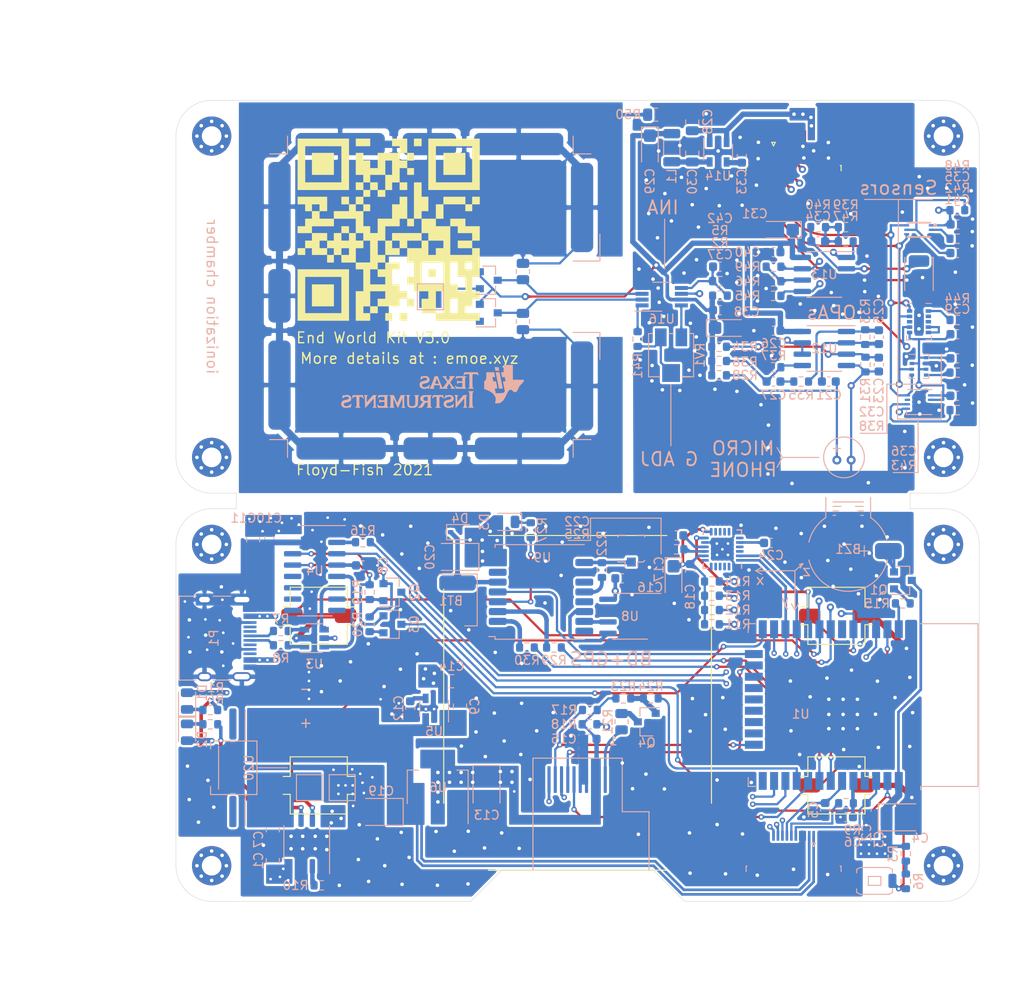
<source format=kicad_pcb>
(kicad_pcb (version 20171130) (host pcbnew "(5.1.8)-1")
  (layers (0 F.Cu signal hide) (1 In1.Cu signal hide) (2 In2.Cu signal hide) (31 B.Cu signal) (34 B.Paste user) (35 F.Paste user) (36 B.SilkS user) (37 F.SilkS user) (38 B.Mask user) (39 F.Mask user) (44 Edge.Cuts user))
  (net 0 "")
  (net 1 GND)
  (net 2 "Net-(BT1-Pad1)")
  (net 3 "Net-(BZ1-Pad1)")
  (net 4 /RAD_V_T)
  (net 5 /VDD)
  (net 6 /ADC1_CH7_MIC)
  (net 7 /ADC1_CH6)
  (net 8 VBAT)
  (net 9 "Net-(C8-Pad1)")
  (net 10 +5V)
  (net 11 "Net-(C12-Pad1)")
  (net 12 /VDDA_GPS)
  (net 13 "Net-(C21-Pad2)")
  (net 14 "Net-(C21-Pad1)")
  (net 15 "Net-(C22-Pad2)")
  (net 16 "Net-(C23-Pad2)")
  (net 17 GNDA)
  (net 18 "Net-(C24-Pad2)")
  (net 19 "Net-(C25-Pad2)")
  (net 20 /VDDA)
  (net 21 "Net-(C27-Pad2)")
  (net 22 "Net-(C27-Pad1)")
  (net 23 VBAT_B)
  (net 24 "Net-(C33-Pad1)")
  (net 25 "Net-(C34-Pad2)")
  (net 26 "Net-(C34-Pad1)")
  (net 27 "Net-(C41-Pad2)")
  (net 28 "Net-(D1-Pad1)")
  (net 29 "Net-(D2-Pad1)")
  (net 30 "Net-(D3-Pad1)")
  (net 31 /CCS811_WAKE_T)
  (net 32 /I2C_SCL_T)
  (net 33 /I2C_SDA_T)
  (net 34 /UV_OUT_T)
  (net 35 "Net-(J3-Pad1)")
  (net 36 /CCS811_WAKE)
  (net 37 /MIC_OUT)
  (net 38 /I2C_SCL)
  (net 39 /I2C_SDA)
  (net 40 /RAD_V_B)
  (net 41 /UV_OUT_B)
  (net 42 "Net-(P1-PadA7)")
  (net 43 "Net-(P1-PadA6)")
  (net 44 "Net-(Q1-Pad1)")
  (net 45 /#EN)
  (net 46 /RTS)
  (net 47 "Net-(Q2-Pad1)")
  (net 48 /IO0)
  (net 49 /DTR)
  (net 50 "Net-(Q3-Pad1)")
  (net 51 "Net-(Q4-Pad3)")
  (net 52 "Net-(Q4-Pad1)")
  (net 53 V_Comp)
  (net 54 V_Rad)
  (net 55 "Net-(Q6-Pad1)")
  (net 56 "Net-(R1-Pad1)")
  (net 57 "Net-(R3-Pad2)")
  (net 58 "Net-(R4-Pad1)")
  (net 59 "Net-(R7-Pad1)")
  (net 60 "Net-(R8-Pad1)")
  (net 61 "Net-(R10-Pad2)")
  (net 62 /KEY4)
  (net 63 /KEY3)
  (net 64 /KEY2)
  (net 65 /KEY1)
  (net 66 /BUZZER)
  (net 67 "Net-(R16-Pad2)")
  (net 68 /U0_RX)
  (net 69 /SPI2_MOSI)
  (net 70 /SPI2_SCLK)
  (net 71 /LEDK)
  (net 72 "Net-(R22-Pad1)")
  (net 73 /SPI2_PWM)
  (net 74 "Net-(R25-Pad2)")
  (net 75 /GPS_PPS)
  (net 76 /GPS_TXD)
  (net 77 "Net-(R29-Pad1)")
  (net 78 /GPS_RXD)
  (net 79 "Net-(R30-Pad1)")
  (net 80 "Net-(R38-Pad1)")
  (net 81 "Net-(R41-Pad2)")
  (net 82 "Net-(R41-Pad1)")
  (net 83 "Net-(R42-Pad2)")
  (net 84 "Net-(R43-Pad2)")
  (net 85 "Net-(R44-Pad1)")
  (net 86 "Net-(R45-Pad1)")
  (net 87 "Net-(R46-Pad2)")
  (net 88 "Net-(RV1-Pad1)")
  (net 89 /U0_TX)
  (net 90 /GYRO_INT)
  (net 91 /GPS_ON|OFF)
  (net 92 /SPI2_CS0)
  (net 93 /SPI2_RST)
  (net 94 /SPI2_DC)
  (net 95 "Net-(U3-Pad6)")
  (net 96 "Net-(U3-Pad4)")
  (net 97 "Net-(U8-Pad6)")
  (net 98 "Net-(U8-Pad5)")
  (net 99 "Net-(U19-Pad4)")
  (net 100 "Net-(C30-Pad2)")
  (net 101 "Net-(R26-Pad2)")
  (net 102 "Net-(C7-Pad1)")
  (net 103 "Net-(C42-Pad2)")
  (module Logo:texas_instruments (layer B.Cu) (at 83.5 89.05 180)
    (fp_text reference G*** hide)
    (fp_text value LOGO hide)
  )
  (module Logo:atom_11x11mm (layer B.Cu) (at 74.425 78.975)
    (fp_text reference G*** hide)
    (fp_text value LOGO hide)
  )
  (module Logo:lvgl_31.8x10.1mm (layer F.Cu) (at 84.075 92.225)
    (fp_text reference G*** hide)
    (fp_text value LOGO hide)
  )
  (module Logo:emoe_qrcode_22x22mm (layer F.Cu) (at 78.625 71.525)
    (fp_text reference G*** hide)
    (fp_text value LOGO hide)
  )
  (module Potentiometer_SMD:Potentiometer_Bourns_3214J_Horizontal (layer B.Cu) (at 110.225 85.545 90)
    (fp_text reference RV1 (at 0 3.25 270) (layer B.SilkS) (effects (justify mirror)))
    (fp_text value 5k)
    (pad 3 smd rect (at 2 -1.15 90) (size 2 1.3) (layers B.Cu B.Paste B.Mask) (net 81 "Net-(R41-Pad2)"))
    (pad 2 smd rect (at -2 0 90) (size 2 2) (layers B.Cu B.Paste B.Mask) (net 81 "Net-(R41-Pad2)"))
    (pad 1 smd rect (at 2 1.15 90) (size 2 1.3) (layers B.Cu B.Paste B.Mask) (net 88 "Net-(RV1-Pad1)"))
  )
  (module Resistor_SMD:R_0603_1608Metric (layer B.Cu) (at 115.7 77.25 180)
    (fp_text reference R5 (at 0 5.675) (layer B.SilkS) (effects (justify mirror)))
    (fp_text value 100k)
    (pad 2 smd roundrect (at 0.825 0 180) (size 0.8 0.95) (layers B.Cu B.Paste B.Mask) (net 103 "Net-(C42-Pad2)"))
    (pad 1 smd roundrect (at -0.825 0 180) (size 0.8 0.95) (layers B.Cu B.Paste B.Mask) (net 17 GNDA))
  )
  (module Resistor_SMD:R_0603_1608Metric (layer B.Cu) (at 115.7 78.875 180)
    (fp_text reference R2 (at 0 5.95) (layer B.SilkS) (effects (justify mirror)))
    (fp_text value 100k)
    (pad 2 smd roundrect (at 0.825 0 180) (size 0.8 0.95) (layers B.Cu B.Paste B.Mask) (net 20 /VDDA))
    (pad 1 smd roundrect (at -0.825 0 180) (size 0.8 0.95) (layers B.Cu B.Paste B.Mask) (net 103 "Net-(C42-Pad2)"))
  )
  (module Capacitor_SMD:C_0603_1608Metric (layer B.Cu) (at 115.7 75.625 180)
    (fp_text reference C42 (at 0 5.4) (layer B.SilkS) (effects (justify mirror)))
    (fp_text value 0.1uF)
    (pad 2 smd roundrect (at 0.775 0 180) (size 0.9 0.95) (layers B.Cu B.Paste B.Mask) (net 103 "Net-(C42-Pad2)"))
    (pad 1 smd roundrect (at -0.775 0 180) (size 0.9 0.95) (layers B.Cu B.Paste B.Mask) (net 17 GNDA))
  )
  (module Package_SO:VSSOP-8_3.0x3.0mm_P0.65mm (layer B.Cu) (at 109.175 78.995)
    (fp_text reference U16 (at 0 2.5) (layer B.SilkS) (effects (justify mirror)))
    (fp_text value INA333)
    (pad 8 smd rect (at 2.2 0.975 90) (size 0.45 1.45) (layers B.Cu B.Paste B.Mask) (net 88 "Net-(RV1-Pad1)"))
    (pad 7 smd rect (at 2.2 0.325 90) (size 0.45 1.45) (layers B.Cu B.Paste B.Mask) (net 20 /VDDA))
    (pad 6 smd rect (at 2.2 -0.325 90) (size 0.45 1.45) (layers B.Cu B.Paste B.Mask) (net 40 /RAD_V_B))
    (pad 5 smd rect (at 2.2 -0.975 90) (size 0.45 1.45) (layers B.Cu B.Paste B.Mask) (net 103 "Net-(C42-Pad2)"))
    (pad 4 smd rect (at -2.2 -0.975 90) (size 0.45 1.45) (layers B.Cu B.Paste B.Mask) (net 17 GNDA))
    (pad 3 smd rect (at -2.2 -0.325 90) (size 0.45 1.45) (layers B.Cu B.Paste B.Mask) (net 54 V_Rad))
    (pad 2 smd rect (at -2.2 0.325 90) (size 0.45 1.45) (layers B.Cu B.Paste B.Mask) (net 53 V_Comp))
    (pad 1 smd rect (at -2.2 0.975 90) (size 0.45 1.45) (layers B.Cu B.Paste B.Mask) (net 82 "Net-(R41-Pad1)"))
  )
  (module Capacitor_Tantalum_SMD:CP_EIA-3528-15_AVX-H (layer B.Cu) (at 77.75 136.725 180)
    (fp_text reference C19 (at 0 2.35) (layer B.SilkS) (effects (justify mirror)))
    (fp_text value 22uF)
    (pad 2 smd roundrect (at 1.5375 0 180) (size 1.325 2.35) (layers B.Cu B.Paste B.Mask) (roundrect_rratio 0.188679) (net 1 GND))
    (pad 1 smd roundrect (at -1.5375 0 180) (size 1.325 2.35) (layers B.Cu B.Paste B.Mask) (roundrect_rratio 0.188679) (net 8 VBAT))
  )
  (module Package_LGA:AMS_LGA-10-1EP_2.7x4mm_P0.6mm (layer B.Cu) (at 138 81.8 180)
    (fp_text reference U19 hide)
    (fp_text value CCS811)
    (pad 8 smd rect (at 1.05 0 180) (size 0.6 0.4) (layers B.Cu B.Paste B.Mask))
    (pad 4 smd rect (at -1.05 -0.6 180) (size 0.6 0.4) (layers B.Cu B.Paste B.Mask) (net 99 "Net-(U19-Pad4)"))
    (pad 3 smd rect (at -1.05 0 180) (size 0.6 0.4) (layers B.Cu B.Paste B.Mask))
    (pad 2 smd rect (at -1.05 0.6 180) (size 0.6 0.4) (layers B.Cu B.Paste B.Mask))
    (pad 1 smd rect (at -1.05 1.2 180) (size 0.6 0.4) (layers B.Cu B.Paste B.Mask) (net 85 "Net-(R44-Pad1)"))
    (pad 5 smd rect (at -1.05 -1.2 180) (size 0.6 0.4) (layers B.Cu B.Paste B.Mask) (net 99 "Net-(U19-Pad4)"))
    (pad 9 smd rect (at 1.05 0.6 180) (size 0.6 0.4) (layers B.Cu B.Paste B.Mask) (net 39 /I2C_SDA))
    (pad 10 smd rect (at 1.05 1.2 180) (size 0.6 0.4) (layers B.Cu B.Paste B.Mask) (net 38 /I2C_SCL))
    (pad 7 smd rect (at 1.05 -0.6 180) (size 0.6 0.4) (layers B.Cu B.Paste B.Mask) (net 36 /CCS811_WAKE))
    (pad 6 smd rect (at 1.05 -1.2 180) (size 0.6 0.4) (layers B.Cu B.Paste B.Mask) (net 20 /VDDA))
    (pad 11 smd rect (at 0 -0.15 180) (size 1.1 2.2) (layers B.Cu B.Paste B.Mask) (net 17 GNDA))
    (pad 11 smd rect (at 0.1 1.1 180) (size 0.9 0.3) (layers B.Cu B.Paste B.Mask) (net 17 GNDA))
    (pad 11 smd trapezoid (at -0.05 1.1 180) (size 0.8 0.3) (rect_delta 0 -0.2) (layers B.Cu B.Paste B.Mask) (net 17 GNDA))
  )
  (module Resistor_SMD:R_0805_2012Metric (layer B.Cu) (at 93.625 76.175 90)
    (fp_text reference R32 hide)
    (fp_text value 10M)
    (pad 2 smd roundrect (at 0.9125 0 90) (size 1.025 1.4) (layers B.Cu B.Paste B.Mask) (roundrect_rratio 0.243902) (net 101 "Net-(R26-Pad2)"))
    (pad 1 smd roundrect (at -0.9125 0 90) (size 1.025 1.4) (layers B.Cu B.Paste B.Mask) (roundrect_rratio 0.243902) (net 54 V_Rad))
  )
  (module Resistor_SMD:R_0805_2012Metric (layer B.Cu) (at 93.625 81.775 270)
    (fp_text reference R26 hide)
    (fp_text value 5M)
    (pad 2 smd roundrect (at 0.9125 0 270) (size 1.025 1.4) (layers B.Cu B.Paste B.Mask) (roundrect_rratio 0.243902) (net 101 "Net-(R26-Pad2)"))
    (pad 1 smd roundrect (at -0.9125 0 270) (size 1.025 1.4) (layers B.Cu B.Paste B.Mask) (roundrect_rratio 0.243902) (net 53 V_Comp))
  )
  (module Resistor_SMD:R_0805_2012Metric (layer B.Cu) (at 104.675 126.6125 270)
    (fp_text reference R21 (at 0 1.525 90) (layer B.SilkS) (effects (justify mirror)))
    (fp_text value 4.7R)
    (pad 2 smd roundrect (at 0.9125 0 270) (size 1.025 1.4) (layers B.Cu B.Paste B.Mask) (roundrect_rratio 0.243902) (net 71 /LEDK))
    (pad 1 smd roundrect (at -0.9125 0 270) (size 1.025 1.4) (layers B.Cu B.Paste B.Mask) (roundrect_rratio 0.243902) (net 51 "Net-(Q4-Pad3)"))
  )
  (module End_World_Kit_V3:KFT-5.8x5.8 (layer B.Cu) (at 63.725 131.775 270)
    (fp_text reference U20 (at 0 0.8 90) (layer B.SilkS) (effects (justify mirror)))
    (fp_text value KFT-5.8X5.8)
    (pad 5 smd roundrect (at 4.9 0.6 180) (size 0.8 3.5) (layers B.Cu B.Paste B.Mask) (net 102 "Net-(C7-Pad1)"))
    (pad 4 smd roundrect (at 4.9 2.6 180) (size 0.8 3.5) (layers B.Cu B.Paste B.Mask))
    (pad 1 smd roundrect (at -4.9 2.6 180) (size 0.8 3.5) (layers B.Cu B.Paste B.Mask))
    (pad 2 smd roundrect (at -4.9 0.6 180) (size 0.8 3.5) (layers B.Cu B.Paste B.Mask) (net 8 VBAT))
    (pad 6 smd roundrect (at 1 -2 270) (size 0.8 3.5) (layers B.Cu B.Paste B.Mask) (net 102 "Net-(C7-Pad1)"))
    (pad 3 smd roundrect (at -1 -2 270) (size 0.8 3.5) (layers B.Cu B.Paste B.Mask) (net 8 VBAT))
  )
  (module TestPoint:TestPoint_Pad_2.5x2.5mm (layer B.Cu) (at 73.375 134 90)
    (fp_text reference TP3 hide)
    (fp_text value BAT-)
    (pad 1 smd rect (at 0 0 90) (size 2.5 2.5) (layers B.Cu B.Mask) (net 1 GND))
  )
  (module TestPoint:TestPoint_Pad_2.5x2.5mm (layer B.Cu) (at 69.7 134 90)
    (fp_text reference TP2 hide)
    (fp_text value BAT+)
    (pad 1 smd rect (at 0 0 90) (size 2.5 2.5) (layers B.Cu B.Mask) (net 102 "Net-(C7-Pad1)"))
  )
  (module Resistor_SMD:R_0805_2012Metric (layer B.Cu) (at 108.5125 58.6 180)
    (fp_text reference R50 (at 3.0875 0.025) (layer B.SilkS) (effects (justify mirror)))
    (fp_text value 0)
    (pad 2 smd roundrect (at 0.9125 0 180) (size 1.025 1.4) (layers B.Cu B.Paste B.Mask) (roundrect_rratio 0.243902) (net 101 "Net-(R26-Pad2)"))
    (pad 1 smd roundrect (at -0.9125 0 180) (size 1.025 1.4) (layers B.Cu B.Paste B.Mask) (roundrect_rratio 0.243902) (net 17 GNDA))
  )
  (module End_World_Kit_V3:4.5mmx2.2mm_Mic (layer B.Cu) (at 129.6 97 270)
    (fp_text reference MK1 hide)
    (fp_text value Mic)
    (pad 1 thru_hole circle (at 0.3 -0.8 180) (size 1 1) (drill 0.5) (layers *.Cu *.Mask) (net 17 GNDA))
    (pad 2 thru_hole circle (at 0.3 0.8 180) (size 1 1) (drill 0.5) (layers *.Cu *.Mask) (net 14 "Net-(C21-Pad1)"))
  )
  (module Capacitor_SMD:C_0805_2012Metric (layer B.Cu) (at 112.6 62.95 270)
    (fp_text reference C30 (at 3.15 0 270) (layer B.SilkS) (effects (justify mirror)))
    (fp_text value 1uF)
    (pad 2 smd roundrect (at 0.95 0 270) (size 1 1.45) (layers B.Cu B.Paste B.Mask) (net 100 "Net-(C30-Pad2)"))
    (pad 1 smd roundrect (at -0.95 0 270) (size 1 1.45) (layers B.Cu B.Paste B.Mask) (net 17 GNDA))
  )
  (module Capacitor_SMD:C_0805_2012Metric (layer B.Cu) (at 112.6 59.45 270)
    (fp_text reference C28 (at -0.075 -1.725 90) (layer B.SilkS) (effects (justify mirror)))
    (fp_text value 1uF)
    (pad 2 smd roundrect (at 0.95 0 270) (size 1 1.45) (layers B.Cu B.Paste B.Mask) (net 23 VBAT_B))
    (pad 1 smd roundrect (at -0.95 0 270) (size 1 1.45) (layers B.Cu B.Paste B.Mask) (net 17 GNDA))
  )
  (module Capacitor_SMD:C_0805_2012Metric (layer B.Cu) (at 85.625 122.075)
    (fp_text reference C14 (at 0 -1.675) (layer B.SilkS) (effects (justify mirror)))
    (fp_text value 1uF)
    (pad 2 smd roundrect (at 0.95 0) (size 1 1.45) (layers B.Cu B.Paste B.Mask) (net 1 GND))
    (pad 1 smd roundrect (at -0.95 0) (size 1 1.45) (layers B.Cu B.Paste B.Mask) (net 12 /VDDA_GPS))
  )
  (module Capacitor_SMD:C_0805_2012Metric (layer B.Cu) (at 86.575 124.875 90)
    (fp_text reference C9 (at 0 1.65 90) (layer B.SilkS) (effects (justify mirror)))
    (fp_text value 1uF)
    (pad 2 smd roundrect (at 0.95 0 90) (size 1 1.45) (layers B.Cu B.Paste B.Mask) (net 1 GND))
    (pad 1 smd roundrect (at -0.95 0 90) (size 1 1.45) (layers B.Cu B.Paste B.Mask) (net 8 VBAT))
  )
  (module MountingHole:MountingHole_2.2mm_M2_Pad_Via (layer F.Cu) (at 140.75 97)
    (fp_text reference H8 hide)
    (fp_text value MH)
    (pad 1 thru_hole circle (at 1.166726 -1.166726) (size 0.7 0.7) (drill 0.4) (layers *.Cu *.Mask))
    (pad 1 thru_hole circle (at 0 -1.65) (size 0.7 0.7) (drill 0.4) (layers *.Cu *.Mask))
    (pad 1 thru_hole circle (at -1.166726 -1.166726) (size 0.7 0.7) (drill 0.4) (layers *.Cu *.Mask))
    (pad 1 thru_hole circle (at -1.65 0) (size 0.7 0.7) (drill 0.4) (layers *.Cu *.Mask))
    (pad 1 thru_hole circle (at -1.166726 1.166726) (size 0.7 0.7) (drill 0.4) (layers *.Cu *.Mask))
    (pad 1 thru_hole circle (at 0 1.65) (size 0.7 0.7) (drill 0.4) (layers *.Cu *.Mask))
    (pad 1 thru_hole circle (at 1.166726 1.166726) (size 0.7 0.7) (drill 0.4) (layers *.Cu *.Mask))
    (pad 1 thru_hole circle (at 1.65 0) (size 0.7 0.7) (drill 0.4) (layers *.Cu *.Mask))
    (pad 1 thru_hole circle (at 0 0) (size 4.4 4.4) (drill 2.2) (layers *.Cu *.Mask))
  )
  (module MountingHole:MountingHole_2.2mm_M2_Pad_Via (layer F.Cu) (at 140.75 61)
    (fp_text reference H7 hide)
    (fp_text value MH)
    (pad 1 thru_hole circle (at 1.166726 -1.166726) (size 0.7 0.7) (drill 0.4) (layers *.Cu *.Mask))
    (pad 1 thru_hole circle (at 0 -1.65) (size 0.7 0.7) (drill 0.4) (layers *.Cu *.Mask))
    (pad 1 thru_hole circle (at -1.166726 -1.166726) (size 0.7 0.7) (drill 0.4) (layers *.Cu *.Mask))
    (pad 1 thru_hole circle (at -1.65 0) (size 0.7 0.7) (drill 0.4) (layers *.Cu *.Mask))
    (pad 1 thru_hole circle (at -1.166726 1.166726) (size 0.7 0.7) (drill 0.4) (layers *.Cu *.Mask))
    (pad 1 thru_hole circle (at 0 1.65) (size 0.7 0.7) (drill 0.4) (layers *.Cu *.Mask))
    (pad 1 thru_hole circle (at 1.166726 1.166726) (size 0.7 0.7) (drill 0.4) (layers *.Cu *.Mask))
    (pad 1 thru_hole circle (at 1.65 0) (size 0.7 0.7) (drill 0.4) (layers *.Cu *.Mask))
    (pad 1 thru_hole circle (at 0 0) (size 4.4 4.4) (drill 2.2) (layers *.Cu *.Mask))
  )
  (module MountingHole:MountingHole_2.2mm_M2_Pad_Via (layer F.Cu) (at 58.75 97)
    (fp_text reference H6 hide)
    (fp_text value MH)
    (pad 1 thru_hole circle (at 1.166726 -1.166726) (size 0.7 0.7) (drill 0.4) (layers *.Cu *.Mask))
    (pad 1 thru_hole circle (at 0 -1.65) (size 0.7 0.7) (drill 0.4) (layers *.Cu *.Mask))
    (pad 1 thru_hole circle (at -1.166726 -1.166726) (size 0.7 0.7) (drill 0.4) (layers *.Cu *.Mask))
    (pad 1 thru_hole circle (at -1.65 0) (size 0.7 0.7) (drill 0.4) (layers *.Cu *.Mask))
    (pad 1 thru_hole circle (at -1.166726 1.166726) (size 0.7 0.7) (drill 0.4) (layers *.Cu *.Mask))
    (pad 1 thru_hole circle (at 0 1.65) (size 0.7 0.7) (drill 0.4) (layers *.Cu *.Mask))
    (pad 1 thru_hole circle (at 1.166726 1.166726) (size 0.7 0.7) (drill 0.4) (layers *.Cu *.Mask))
    (pad 1 thru_hole circle (at 1.65 0) (size 0.7 0.7) (drill 0.4) (layers *.Cu *.Mask))
    (pad 1 thru_hole circle (at 0 0) (size 4.4 4.4) (drill 2.2) (layers *.Cu *.Mask))
  )
  (module MountingHole:MountingHole_2.2mm_M2_Pad_Via (layer F.Cu) (at 58.75 61)
    (fp_text reference H5 hide)
    (fp_text value MH)
    (pad 1 thru_hole circle (at 1.166726 -1.166726) (size 0.7 0.7) (drill 0.4) (layers *.Cu *.Mask))
    (pad 1 thru_hole circle (at 0 -1.65) (size 0.7 0.7) (drill 0.4) (layers *.Cu *.Mask))
    (pad 1 thru_hole circle (at -1.166726 -1.166726) (size 0.7 0.7) (drill 0.4) (layers *.Cu *.Mask))
    (pad 1 thru_hole circle (at -1.65 0) (size 0.7 0.7) (drill 0.4) (layers *.Cu *.Mask))
    (pad 1 thru_hole circle (at -1.166726 1.166726) (size 0.7 0.7) (drill 0.4) (layers *.Cu *.Mask))
    (pad 1 thru_hole circle (at 0 1.65) (size 0.7 0.7) (drill 0.4) (layers *.Cu *.Mask))
    (pad 1 thru_hole circle (at 1.166726 1.166726) (size 0.7 0.7) (drill 0.4) (layers *.Cu *.Mask))
    (pad 1 thru_hole circle (at 1.65 0) (size 0.7 0.7) (drill 0.4) (layers *.Cu *.Mask))
    (pad 1 thru_hole circle (at 0 0) (size 4.4 4.4) (drill 2.2) (layers *.Cu *.Mask))
  )
  (module MountingHole:MountingHole_2.2mm_M2_Pad_Via (layer F.Cu) (at 140.75 142.75)
    (fp_text reference H4 hide)
    (fp_text value MH)
    (pad 1 thru_hole circle (at 1.166726 -1.166726) (size 0.7 0.7) (drill 0.4) (layers *.Cu *.Mask))
    (pad 1 thru_hole circle (at 0 -1.65) (size 0.7 0.7) (drill 0.4) (layers *.Cu *.Mask))
    (pad 1 thru_hole circle (at -1.166726 -1.166726) (size 0.7 0.7) (drill 0.4) (layers *.Cu *.Mask))
    (pad 1 thru_hole circle (at -1.65 0) (size 0.7 0.7) (drill 0.4) (layers *.Cu *.Mask))
    (pad 1 thru_hole circle (at -1.166726 1.166726) (size 0.7 0.7) (drill 0.4) (layers *.Cu *.Mask))
    (pad 1 thru_hole circle (at 0 1.65) (size 0.7 0.7) (drill 0.4) (layers *.Cu *.Mask))
    (pad 1 thru_hole circle (at 1.166726 1.166726) (size 0.7 0.7) (drill 0.4) (layers *.Cu *.Mask))
    (pad 1 thru_hole circle (at 1.65 0) (size 0.7 0.7) (drill 0.4) (layers *.Cu *.Mask))
    (pad 1 thru_hole circle (at 0 0) (size 4.4 4.4) (drill 2.2) (layers *.Cu *.Mask))
  )
  (module MountingHole:MountingHole_2.2mm_M2_Pad_Via (layer F.Cu) (at 140.75 106.75)
    (fp_text reference H3 hide)
    (fp_text value MH)
    (pad 1 thru_hole circle (at 1.166726 -1.166726) (size 0.7 0.7) (drill 0.4) (layers *.Cu *.Mask))
    (pad 1 thru_hole circle (at 0 -1.65) (size 0.7 0.7) (drill 0.4) (layers *.Cu *.Mask))
    (pad 1 thru_hole circle (at -1.166726 -1.166726) (size 0.7 0.7) (drill 0.4) (layers *.Cu *.Mask))
    (pad 1 thru_hole circle (at -1.65 0) (size 0.7 0.7) (drill 0.4) (layers *.Cu *.Mask))
    (pad 1 thru_hole circle (at -1.166726 1.166726) (size 0.7 0.7) (drill 0.4) (layers *.Cu *.Mask))
    (pad 1 thru_hole circle (at 0 1.65) (size 0.7 0.7) (drill 0.4) (layers *.Cu *.Mask))
    (pad 1 thru_hole circle (at 1.166726 1.166726) (size 0.7 0.7) (drill 0.4) (layers *.Cu *.Mask))
    (pad 1 thru_hole circle (at 1.65 0) (size 0.7 0.7) (drill 0.4) (layers *.Cu *.Mask))
    (pad 1 thru_hole circle (at 0 0) (size 4.4 4.4) (drill 2.2) (layers *.Cu *.Mask))
  )
  (module MountingHole:MountingHole_2.2mm_M2_Pad_Via (layer F.Cu) (at 58.75 142.75)
    (fp_text reference H2 hide)
    (fp_text value MH)
    (pad 1 thru_hole circle (at 1.166726 -1.166726) (size 0.7 0.7) (drill 0.4) (layers *.Cu *.Mask))
    (pad 1 thru_hole circle (at 0 -1.65) (size 0.7 0.7) (drill 0.4) (layers *.Cu *.Mask))
    (pad 1 thru_hole circle (at -1.166726 -1.166726) (size 0.7 0.7) (drill 0.4) (layers *.Cu *.Mask))
    (pad 1 thru_hole circle (at -1.65 0) (size 0.7 0.7) (drill 0.4) (layers *.Cu *.Mask))
    (pad 1 thru_hole circle (at -1.166726 1.166726) (size 0.7 0.7) (drill 0.4) (layers *.Cu *.Mask))
    (pad 1 thru_hole circle (at 0 1.65) (size 0.7 0.7) (drill 0.4) (layers *.Cu *.Mask))
    (pad 1 thru_hole circle (at 1.166726 1.166726) (size 0.7 0.7) (drill 0.4) (layers *.Cu *.Mask))
    (pad 1 thru_hole circle (at 1.65 0) (size 0.7 0.7) (drill 0.4) (layers *.Cu *.Mask))
    (pad 1 thru_hole circle (at 0 0) (size 4.4 4.4) (drill 2.2) (layers *.Cu *.Mask))
  )
  (module MountingHole:MountingHole_2.2mm_M2_Pad_Via (layer F.Cu) (at 58.75 106.75)
    (fp_text reference H1 hide)
    (fp_text value MH)
    (pad 1 thru_hole circle (at 1.166726 -1.166726) (size 0.7 0.7) (drill 0.4) (layers *.Cu *.Mask))
    (pad 1 thru_hole circle (at 0 -1.65) (size 0.7 0.7) (drill 0.4) (layers *.Cu *.Mask))
    (pad 1 thru_hole circle (at -1.166726 -1.166726) (size 0.7 0.7) (drill 0.4) (layers *.Cu *.Mask))
    (pad 1 thru_hole circle (at -1.65 0) (size 0.7 0.7) (drill 0.4) (layers *.Cu *.Mask))
    (pad 1 thru_hole circle (at -1.166726 1.166726) (size 0.7 0.7) (drill 0.4) (layers *.Cu *.Mask))
    (pad 1 thru_hole circle (at 0 1.65) (size 0.7 0.7) (drill 0.4) (layers *.Cu *.Mask))
    (pad 1 thru_hole circle (at 1.166726 1.166726) (size 0.7 0.7) (drill 0.4) (layers *.Cu *.Mask))
    (pad 1 thru_hole circle (at 1.65 0) (size 0.7 0.7) (drill 0.4) (layers *.Cu *.Mask))
    (pad 1 thru_hole circle (at 0 0) (size 4.4 4.4) (drill 2.2) (layers *.Cu *.Mask))
  )
  (module End_World_Kit_V3:BH1750 (layer B.Cu) (at 138 71.5 180)
    (fp_text reference U18 hide)
    (fp_text value BH1750 hide)
    (pad 1 smd rect (at -1.375 0.5 90) (size 0.25 0.55) (layers B.Cu B.Paste B.Mask) (net 20 /VDDA))
    (pad 2 smd rect (at -1.375 0 90) (size 0.25 0.55) (layers B.Cu B.Paste B.Mask) (net 83 "Net-(R42-Pad2)"))
    (pad 3 smd rect (at -1.375 -0.5 90) (size 0.25 0.55) (layers B.Cu B.Paste B.Mask) (net 17 GNDA))
    (pad 4 smd rect (at 1.375 -0.5 90) (size 0.25 0.55) (layers B.Cu B.Paste B.Mask) (net 39 /I2C_SDA))
    (pad 5 smd rect (at 1.375 0 90) (size 0.25 0.55) (layers B.Cu B.Paste B.Mask) (net 27 "Net-(C41-Pad2)"))
    (pad 6 smd rect (at 1.375 0.5 90) (size 0.25 0.55) (layers B.Cu B.Paste B.Mask) (net 38 /I2C_SCL))
  )
  (module End_World_Kit_V3:SHT3X (layer B.Cu) (at 138 90.8)
    (fp_text reference U17 hide)
    (fp_text value SHT30-DIS)
    (pad 9 smd roundrect (at 0 0) (size 1 1.6) (layers B.Cu B.Paste B.Mask) (net 17 GNDA))
    (pad 8 smd roundrect (at 1.3 0.75) (size 0.6 0.25) (layers B.Cu B.Paste B.Mask) (net 17 GNDA))
    (pad 7 smd roundrect (at 1.3 0.25) (size 0.6 0.25) (layers B.Cu B.Paste B.Mask) (net 17 GNDA))
    (pad 6 smd roundrect (at 1.3 -0.25) (size 0.6 0.25) (layers B.Cu B.Paste B.Mask) (net 20 /VDDA))
    (pad 5 smd roundrect (at 1.3 -0.75) (size 0.6 0.25) (layers B.Cu B.Paste B.Mask) (net 20 /VDDA))
    (pad 4 smd roundrect (at -1.3 -0.75) (size 0.6 0.25) (layers B.Cu B.Paste B.Mask) (net 38 /I2C_SCL))
    (pad 3 smd roundrect (at -1.3 -0.25) (size 0.6 0.25) (layers B.Cu B.Paste B.Mask))
    (pad 2 smd roundrect (at -1.3 0.25) (size 0.6 0.25) (layers B.Cu B.Paste B.Mask) (net 84 "Net-(R43-Pad2)"))
    (pad 1 smd roundrect (at -1.3 0.75) (size 0.6 0.25) (layers B.Cu B.Paste B.Mask) (net 39 /I2C_SDA))
  )
  (module Package_LGA:Bosch_LGA-8_2x2.5mm_P0.65mm_ClockwisePinNumbering (layer B.Cu) (at 138 86.8 270)
    (fp_text reference U15 hide)
    (fp_text value BMP280)
    (pad 8 smd rect (at -0.975 -0.8 180) (size 0.5 0.35) (layers B.Cu B.Paste B.Mask) (net 20 /VDDA))
    (pad 2 smd rect (at -0.325 0.8 180) (size 0.5 0.35) (layers B.Cu B.Paste B.Mask) (net 20 /VDDA))
    (pad 3 smd rect (at 0.325 0.8 180) (size 0.5 0.35) (layers B.Cu B.Paste B.Mask) (net 39 /I2C_SDA))
    (pad 4 smd rect (at 0.975 0.8 180) (size 0.5 0.35) (layers B.Cu B.Paste B.Mask) (net 38 /I2C_SCL))
    (pad 7 smd rect (at -0.325 -0.8 180) (size 0.5 0.35) (layers B.Cu B.Paste B.Mask) (net 17 GNDA))
    (pad 6 smd rect (at 0.325 -0.8 180) (size 0.5 0.35) (layers B.Cu B.Paste B.Mask) (net 20 /VDDA))
    (pad 5 smd rect (at 0.975 -0.8 180) (size 0.5 0.35) (layers B.Cu B.Paste B.Mask) (net 80 "Net-(R38-Pad1)"))
    (pad 1 smd rect (at -0.975 0.8 180) (size 0.5 0.35) (layers B.Cu B.Paste B.Mask) (net 17 GNDA))
  )
  (module Package_TO_SOT_SMD:SOT-23-5 (layer B.Cu) (at 115.5 62.8 270)
    (fp_text reference U14 (at 2.65 0 180) (layer B.SilkS) (effects (justify mirror)))
    (fp_text value RT9193)
    (pad 5 smd rect (at 1.1 0.95 270) (size 1.06 0.65) (layers B.Cu B.Paste B.Mask) (net 100 "Net-(C30-Pad2)"))
    (pad 4 smd rect (at 1.1 -0.95 270) (size 1.06 0.65) (layers B.Cu B.Paste B.Mask) (net 24 "Net-(C33-Pad1)"))
    (pad 3 smd rect (at -1.1 -0.95 270) (size 1.06 0.65) (layers B.Cu B.Paste B.Mask) (net 23 VBAT_B))
    (pad 2 smd rect (at -1.1 0 270) (size 1.06 0.65) (layers B.Cu B.Paste B.Mask) (net 17 GNDA))
    (pad 1 smd rect (at -1.1 0.95 270) (size 1.06 0.65) (layers B.Cu B.Paste B.Mask) (net 23 VBAT_B))
  )
  (module Package_SO:SOIC-8_3.9x4.9mm_P1.27mm (layer B.Cu) (at 127.4 76.5 180)
    (fp_text reference U13 (at 0 0) (layer B.SilkS) (effects (justify mirror)))
    (fp_text value LMV358)
    (pad 8 smd roundrect (at 2.475 1.905 180) (size 1.95 0.6) (layers B.Cu B.Paste B.Mask) (net 20 /VDDA))
    (pad 7 smd roundrect (at 2.475 0.635 180) (size 1.95 0.6) (layers B.Cu B.Paste B.Mask) (net 41 /UV_OUT_B))
    (pad 6 smd roundrect (at 2.475 -0.635 180) (size 1.95 0.6) (layers B.Cu B.Paste B.Mask) (net 87 "Net-(R46-Pad2)"))
    (pad 5 smd roundrect (at 2.475 -1.905 180) (size 1.95 0.6) (layers B.Cu B.Paste B.Mask) (net 86 "Net-(R45-Pad1)"))
    (pad 4 smd roundrect (at -2.475 -1.905 180) (size 1.95 0.6) (layers B.Cu B.Paste B.Mask) (net 17 GNDA))
    (pad 3 smd roundrect (at -2.475 -0.635 180) (size 1.95 0.6) (layers B.Cu B.Paste B.Mask) (net 17 GNDA))
    (pad 2 smd roundrect (at -2.475 0.635 180) (size 1.95 0.6) (layers B.Cu B.Paste B.Mask) (net 26 "Net-(C34-Pad1)"))
    (pad 1 smd roundrect (at -2.475 1.905 180) (size 1.95 0.6) (layers B.Cu B.Paste B.Mask) (net 86 "Net-(R45-Pad1)"))
  )
  (module Package_SO:SOIC-8_3.9x4.9mm_P1.27mm (layer B.Cu) (at 127.4 84.8 180)
    (fp_text reference U12 (at 0 0) (layer B.SilkS) (effects (justify mirror)))
    (fp_text value LMV358)
    (pad 8 smd roundrect (at 2.475 1.905 180) (size 1.95 0.6) (layers B.Cu B.Paste B.Mask) (net 20 /VDDA))
    (pad 7 smd roundrect (at 2.475 0.635 180) (size 1.95 0.6) (layers B.Cu B.Paste B.Mask) (net 37 /MIC_OUT))
    (pad 6 smd roundrect (at 2.475 -0.635 180) (size 1.95 0.6) (layers B.Cu B.Paste B.Mask) (net 37 /MIC_OUT))
    (pad 5 smd roundrect (at 2.475 -1.905 180) (size 1.95 0.6) (layers B.Cu B.Paste B.Mask) (net 21 "Net-(C27-Pad2)"))
    (pad 4 smd roundrect (at -2.475 -1.905 180) (size 1.95 0.6) (layers B.Cu B.Paste B.Mask) (net 17 GNDA))
    (pad 3 smd roundrect (at -2.475 -0.635 180) (size 1.95 0.6) (layers B.Cu B.Paste B.Mask) (net 16 "Net-(C23-Pad2)"))
    (pad 2 smd roundrect (at -2.475 0.635 180) (size 1.95 0.6) (layers B.Cu B.Paste B.Mask) (net 13 "Net-(C21-Pad2)"))
    (pad 1 smd roundrect (at -2.475 1.905 180) (size 1.95 0.6) (layers B.Cu B.Paste B.Mask) (net 19 "Net-(C25-Pad2)"))
  )
  (module End_World_Kit_V3:Shield (layer B.Cu) (at 83.25 79)
    (fp_text reference U11 hide)
    (fp_text value Shield)
    (pad 1 smd roundrect (at 15.6 15.5 45) (size 6 0.8) (layers B.Cu B.Paste B.Mask) (net 101 "Net-(R26-Pad2)"))
    (pad 1 smd roundrect (at -15.5 15.6 315) (size 6 0.8) (layers B.Cu B.Paste B.Mask) (net 101 "Net-(R26-Pad2)"))
    (pad 1 smd roundrect (at 15.6 -15.6 315) (size 6 0.8) (layers B.Cu B.Paste B.Mask) (net 101 "Net-(R26-Pad2)"))
    (pad 1 smd roundrect (at -15.6 -15.9 45) (size 6 0.8) (layers B.Cu B.Paste B.Mask) (net 101 "Net-(R26-Pad2)"))
    (pad 1 smd roundrect (at 9.9 -17.1) (size 10 2.5) (layers B.Cu B.Paste B.Mask) (net 101 "Net-(R26-Pad2)"))
    (pad 1 smd roundrect (at -10.1 -17.1) (size 10 2.5) (layers B.Cu B.Paste B.Mask) (net 101 "Net-(R26-Pad2)"))
    (pad 1 smd roundrect (at -0.1 -17.1) (size 6 2.5) (layers B.Cu B.Paste B.Mask) (net 101 "Net-(R26-Pad2)"))
    (pad 1 smd roundrect (at -4 -17.1) (size 6 0.8) (layers B.Cu B.Paste B.Mask) (net 101 "Net-(R26-Pad2)"))
    (pad 1 smd roundrect (at 3.8 -17.1) (size 6 0.8) (layers B.Cu B.Paste B.Mask) (net 101 "Net-(R26-Pad2)"))
    (pad 1 smd roundrect (at -16.9 9.9 270) (size 10 2.5) (layers B.Cu B.Paste B.Mask) (net 101 "Net-(R26-Pad2)"))
    (pad 1 smd roundrect (at -16.9 -10.1 270) (size 10 2.5) (layers B.Cu B.Paste B.Mask) (net 101 "Net-(R26-Pad2)"))
    (pad 1 smd roundrect (at -16.9 -0.1 270) (size 6 2.5) (layers B.Cu B.Paste B.Mask) (net 101 "Net-(R26-Pad2)"))
    (pad 1 smd roundrect (at -16.9 -4 270) (size 6 0.8) (layers B.Cu B.Paste B.Mask) (net 101 "Net-(R26-Pad2)"))
    (pad 1 smd roundrect (at -16.9 3.8 270) (size 6 0.8) (layers B.Cu B.Paste B.Mask) (net 101 "Net-(R26-Pad2)"))
    (pad 1 smd roundrect (at 3.9 17) (size 6 0.8) (layers B.Cu B.Paste B.Mask) (net 101 "Net-(R26-Pad2)"))
    (pad 1 smd roundrect (at -3.9 17) (size 6 0.8) (layers B.Cu B.Paste B.Mask) (net 101 "Net-(R26-Pad2)"))
    (pad 1 smd roundrect (at 17 10 270) (size 10 2.5) (layers B.Cu B.Paste B.Mask) (net 101 "Net-(R26-Pad2)"))
    (pad 1 smd roundrect (at 17 -10 270) (size 10 2.5) (layers B.Cu B.Paste B.Mask) (net 101 "Net-(R26-Pad2)"))
    (pad 1 smd roundrect (at 0 17) (size 6 2.5) (layers B.Cu B.Paste B.Mask) (net 101 "Net-(R26-Pad2)"))
    (pad 1 smd roundrect (at 10 17) (size 10 2.5) (layers B.Cu B.Paste B.Mask) (net 101 "Net-(R26-Pad2)"))
    (pad 1 smd roundrect (at -10 17) (size 10 2.5) (layers B.Cu B.Paste B.Mask) (net 101 "Net-(R26-Pad2)"))
  )
  (module Sensor_Motion:InvenSense_QFN-24_4x4mm_P0.5mm (layer B.Cu) (at 115.97 107.28 90)
    (fp_text reference U10 hide)
    (fp_text value MPU-6050)
    (pad 24 smd roundrect (at -1.25 1.95) (size 0.85 0.3) (layers B.Cu B.Paste B.Mask) (net 33 /I2C_SDA_T))
    (pad 23 smd roundrect (at -0.75 1.95) (size 0.85 0.3) (layers B.Cu B.Paste B.Mask) (net 32 /I2C_SCL_T))
    (pad 22 smd roundrect (at -0.25 1.95) (size 0.85 0.3) (layers B.Cu B.Paste B.Mask))
    (pad 21 smd roundrect (at 0.25 1.95) (size 0.85 0.3) (layers B.Cu B.Paste B.Mask))
    (pad 20 smd roundrect (at 0.75 1.95) (size 0.85 0.3) (layers B.Cu B.Paste B.Mask) (net 18 "Net-(C24-Pad2)"))
    (pad 19 smd roundrect (at 1.25 1.95) (size 0.85 0.3) (layers B.Cu B.Paste B.Mask))
    (pad 18 smd roundrect (at 1.95 1.25 90) (size 0.85 0.3) (layers B.Cu B.Paste B.Mask) (net 1 GND))
    (pad 17 smd roundrect (at 1.95 0.75 90) (size 0.85 0.3) (layers B.Cu B.Paste B.Mask))
    (pad 16 smd roundrect (at 1.95 0.25 90) (size 0.85 0.3) (layers B.Cu B.Paste B.Mask))
    (pad 15 smd roundrect (at 1.95 -0.25 90) (size 0.85 0.3) (layers B.Cu B.Paste B.Mask))
    (pad 14 smd roundrect (at 1.95 -0.75 90) (size 0.85 0.3) (layers B.Cu B.Paste B.Mask))
    (pad 13 smd roundrect (at 1.95 -1.25 90) (size 0.85 0.3) (layers B.Cu B.Paste B.Mask) (net 5 /VDD))
    (pad 12 smd roundrect (at 1.25 -1.95) (size 0.85 0.3) (layers B.Cu B.Paste B.Mask) (net 90 /GYRO_INT))
    (pad 11 smd roundrect (at 0.75 -1.95) (size 0.85 0.3) (layers B.Cu B.Paste B.Mask) (net 1 GND))
    (pad 10 smd roundrect (at 0.25 -1.95) (size 0.85 0.3) (layers B.Cu B.Paste B.Mask) (net 15 "Net-(C22-Pad2)"))
    (pad 9 smd roundrect (at -0.25 -1.95) (size 0.85 0.3) (layers B.Cu B.Paste B.Mask) (net 74 "Net-(R25-Pad2)"))
    (pad 8 smd roundrect (at -0.75 -1.95) (size 0.85 0.3) (layers B.Cu B.Paste B.Mask) (net 5 /VDD))
    (pad 7 smd roundrect (at -1.25 -1.95) (size 0.85 0.3) (layers B.Cu B.Paste B.Mask))
    (pad 6 smd roundrect (at -1.95 -1.25 90) (size 0.85 0.3) (layers B.Cu B.Paste B.Mask))
    (pad 5 smd roundrect (at -1.95 -0.75 90) (size 0.85 0.3) (layers B.Cu B.Paste B.Mask))
    (pad 4 smd roundrect (at -1.95 -0.25 90) (size 0.85 0.3) (layers B.Cu B.Paste B.Mask))
    (pad 3 smd roundrect (at -1.95 0.25 90) (size 0.85 0.3) (layers B.Cu B.Paste B.Mask))
    (pad 2 smd roundrect (at -1.95 0.75 90) (size 0.85 0.3) (layers B.Cu B.Paste B.Mask))
    (pad 1 smd roundrect (at -1.95 1.25 90) (size 0.85 0.3) (layers B.Cu B.Paste B.Mask) (net 1 GND))
  )
  (module End_World_Kit_V3:ATGM336H-5N (layer B.Cu) (at 95.8 112.475 180)
    (fp_text reference U9 (at 0 4.25) (layer B.SilkS) (effects (justify mirror)))
    (fp_text value ATGM336H_GPS)
    (pad 18 smd roundrect (at -4.7 -4) (size 2 0.8) (layers B.Cu B.Paste B.Mask))
    (pad 17 smd roundrect (at -4.7 -2.9) (size 2 0.8) (layers B.Cu B.Paste B.Mask) (net 97 "Net-(U8-Pad6)"))
    (pad 16 smd roundrect (at -4.7 -1.8) (size 2 0.8) (layers B.Cu B.Paste B.Mask) (net 98 "Net-(U8-Pad5)"))
    (pad 15 smd roundrect (at -4.7 -0.7) (size 2 0.8) (layers B.Cu B.Paste B.Mask))
    (pad 14 smd roundrect (at -4.7 0.4) (size 2 0.8) (layers B.Cu B.Paste B.Mask) (net 72 "Net-(R22-Pad1)"))
    (pad 13 smd roundrect (at -4.7 1.5) (size 2 0.8) (layers B.Cu B.Paste B.Mask))
    (pad 12 smd roundrect (at -4.7 2.6) (size 2 0.8) (layers B.Cu B.Paste B.Mask) (net 1 GND))
    (pad 11 smd roundrect (at -4.7 3.7) (size 2 0.8) (layers B.Cu B.Paste B.Mask) (net 35 "Net-(J3-Pad1)"))
    (pad 10 smd roundrect (at -4.7 4.8) (size 2 0.8) (layers B.Cu B.Paste B.Mask) (net 1 GND))
    (pad 9 smd roundrect (at 5 4.8) (size 2 0.8) (layers B.Cu B.Paste B.Mask) (net 12 /VDDA_GPS))
    (pad 8 smd roundrect (at 5 3.7) (size 2 0.8) (layers B.Cu B.Paste B.Mask) (net 12 /VDDA_GPS))
    (pad 7 smd roundrect (at 5 2.6) (size 2 0.8) (layers B.Cu B.Paste B.Mask))
    (pad 6 smd roundrect (at 5 1.5) (size 2 0.8) (layers B.Cu B.Paste B.Mask) (net 2 "Net-(BT1-Pad1)"))
    (pad 5 smd roundrect (at 5 0.4) (size 2 0.8) (layers B.Cu B.Paste B.Mask) (net 91 /GPS_ON|OFF))
    (pad 4 smd roundrect (at 5 -0.7) (size 2 0.8) (layers B.Cu B.Paste B.Mask) (net 75 /GPS_PPS))
    (pad 3 smd roundrect (at 5 -1.8) (size 2 0.8) (layers B.Cu B.Paste B.Mask) (net 77 "Net-(R29-Pad1)"))
    (pad 2 smd roundrect (at 5 -2.9) (size 2 0.8) (layers B.Cu B.Paste B.Mask) (net 79 "Net-(R30-Pad1)"))
    (pad 1 smd roundrect (at 5 -4) (size 2 0.8) (layers B.Cu B.Paste B.Mask) (net 1 GND))
  )
  (module Package_SO:SOIC-8_3.9x4.9mm_P1.27mm (layer B.Cu) (at 105.625 114.8 180)
    (fp_text reference U8 (at 0 0) (layer B.SilkS) (effects (justify mirror)))
    (fp_text value AT24CS32-SSHM)
    (pad 8 smd roundrect (at 2.475 1.905 180) (size 1.95 0.6) (layers B.Cu B.Paste B.Mask) (net 12 /VDDA_GPS))
    (pad 7 smd roundrect (at 2.475 0.635 180) (size 1.95 0.6) (layers B.Cu B.Paste B.Mask) (net 1 GND))
    (pad 6 smd roundrect (at 2.475 -0.635 180) (size 1.95 0.6) (layers B.Cu B.Paste B.Mask) (net 97 "Net-(U8-Pad6)"))
    (pad 5 smd roundrect (at 2.475 -1.905 180) (size 1.95 0.6) (layers B.Cu B.Paste B.Mask) (net 98 "Net-(U8-Pad5)"))
    (pad 4 smd roundrect (at -2.475 -1.905 180) (size 1.95 0.6) (layers B.Cu B.Paste B.Mask) (net 1 GND))
    (pad 3 smd roundrect (at -2.475 -0.635 180) (size 1.95 0.6) (layers B.Cu B.Paste B.Mask) (net 1 GND))
    (pad 2 smd roundrect (at -2.475 0.635 180) (size 1.95 0.6) (layers B.Cu B.Paste B.Mask) (net 1 GND))
    (pad 1 smd roundrect (at -2.475 1.905 180) (size 1.95 0.6) (layers B.Cu B.Paste B.Mask) (net 1 GND))
  )
  (module End_World_Kit_V3:ZJY169T-IG01 (layer F.Cu) (at 84.75 105.75)
    (fp_text reference U7 hide)
    (fp_text value 1.69_inch_240x280_IPS_Display)
    (fp_text user 1 (at 19 23) (layer B.SilkS) (effects (justify mirror)))
    (pad 1 smd roundrect (at 18.8 27.35) (size 0.35 3) (layers B.Cu B.Paste B.Mask) (net 1 GND))
    (pad 2 smd roundrect (at 18.1 27.35) (size 0.35 3) (layers B.Cu B.Paste B.Mask) (net 71 /LEDK))
    (pad 3 smd roundrect (at 17.4 27.35) (size 0.35 3) (layers B.Cu B.Paste B.Mask) (net 5 /VDD))
    (pad 4 smd roundrect (at 16.7 27.35) (size 0.35 3) (layers B.Cu B.Paste B.Mask) (net 5 /VDD))
    (pad 5 smd roundrect (at 16 27.35) (size 0.35 3) (layers B.Cu B.Paste B.Mask) (net 1 GND))
    (pad 6 smd roundrect (at 15.3 27.35) (size 0.35 3) (layers B.Cu B.Paste B.Mask) (net 1 GND))
    (pad 7 smd roundrect (at 14.6 27.35) (size 0.35 3) (layers B.Cu B.Paste B.Mask) (net 94 /SPI2_DC))
    (pad 8 smd roundrect (at 13.9 27.35) (size 0.35 3) (layers B.Cu B.Paste B.Mask) (net 92 /SPI2_CS0))
    (pad 9 smd roundrect (at 13.2 27.35) (size 0.35 3) (layers B.Cu B.Paste B.Mask) (net 70 /SPI2_SCLK))
    (pad 10 smd roundrect (at 12.5 27.35) (size 0.35 3) (layers B.Cu B.Paste B.Mask) (net 69 /SPI2_MOSI))
    (pad 11 smd roundrect (at 11.8 27.35) (size 0.35 3) (layers B.Cu B.Paste B.Mask) (net 93 /SPI2_RST))
    (pad 12 smd roundrect (at 11.1 27.35) (size 0.35 3) (layers B.Cu B.Paste B.Mask) (net 1 GND))
  )
  (module Package_TO_SOT_SMD:SOT-223-3_TabPin2 (layer B.Cu) (at 84.075 133.95 90)
    (fp_text reference U6 (at -0.025 0.05 180) (layer B.SilkS) (effects (justify mirror)))
    (fp_text value AMS1117-3.3)
    (pad 1 smd rect (at -3.15 2.3 90) (size 2 1.5) (layers B.Cu B.Paste B.Mask) (net 1 GND))
    (pad 3 smd rect (at -3.15 -2.3 90) (size 2 1.5) (layers B.Cu B.Paste B.Mask) (net 8 VBAT))
    (pad 2 smd rect (at -3.15 0 90) (size 2 1.5) (layers B.Cu B.Paste B.Mask) (net 5 /VDD))
    (pad 2 smd rect (at 3.15 0 90) (size 2 3.8) (layers B.Cu B.Paste B.Mask) (net 5 /VDD))
  )
  (module Package_TO_SOT_SMD:SOT-23-5 (layer B.Cu) (at 83.675 125.1 90)
    (fp_text reference U5 (at -2.6 0 180) (layer B.SilkS) (effects (justify mirror)))
    (fp_text value RT9193)
    (pad 5 smd rect (at 1.1 0.95 90) (size 1.06 0.65) (layers B.Cu B.Paste B.Mask) (net 12 /VDDA_GPS))
    (pad 4 smd rect (at 1.1 -0.95 90) (size 1.06 0.65) (layers B.Cu B.Paste B.Mask) (net 11 "Net-(C12-Pad1)"))
    (pad 3 smd rect (at -1.1 -0.95 90) (size 1.06 0.65) (layers B.Cu B.Paste B.Mask) (net 8 VBAT))
    (pad 2 smd rect (at -1.1 0 90) (size 1.06 0.65) (layers B.Cu B.Paste B.Mask) (net 1 GND))
    (pad 1 smd rect (at -1.1 0.95 90) (size 1.06 0.65) (layers B.Cu B.Paste B.Mask) (net 8 VBAT))
  )
  (module Package_SO:SOIC-16_3.9x9.9mm_P1.27mm (layer B.Cu) (at 70.3 109.7 180)
    (fp_text reference U4 (at 0 0) (layer B.SilkS) (effects (justify mirror)))
    (fp_text value CH340C)
    (pad 16 smd roundrect (at 2.475 4.445 180) (size 1.95 0.6) (layers B.Cu B.Paste B.Mask) (net 10 +5V))
    (pad 15 smd roundrect (at 2.475 3.175 180) (size 1.95 0.6) (layers B.Cu B.Paste B.Mask) (net 1 GND))
    (pad 14 smd roundrect (at 2.475 1.905 180) (size 1.95 0.6) (layers B.Cu B.Paste B.Mask) (net 46 /RTS))
    (pad 13 smd roundrect (at 2.475 0.635 180) (size 1.95 0.6) (layers B.Cu B.Paste B.Mask) (net 49 /DTR))
    (pad 12 smd roundrect (at 2.475 -0.635 180) (size 1.95 0.6) (layers B.Cu B.Paste B.Mask))
    (pad 11 smd roundrect (at 2.475 -1.905 180) (size 1.95 0.6) (layers B.Cu B.Paste B.Mask))
    (pad 10 smd roundrect (at 2.475 -3.175 180) (size 1.95 0.6) (layers B.Cu B.Paste B.Mask))
    (pad 9 smd roundrect (at 2.475 -4.445 180) (size 1.95 0.6) (layers B.Cu B.Paste B.Mask))
    (pad 8 smd roundrect (at -2.475 -4.445 180) (size 1.95 0.6) (layers B.Cu B.Paste B.Mask))
    (pad 7 smd roundrect (at -2.475 -3.175 180) (size 1.95 0.6) (layers B.Cu B.Paste B.Mask))
    (pad 6 smd roundrect (at -2.475 -1.905 180) (size 1.95 0.6) (layers B.Cu B.Paste B.Mask) (net 96 "Net-(U3-Pad4)"))
    (pad 5 smd roundrect (at -2.475 -0.635 180) (size 1.95 0.6) (layers B.Cu B.Paste B.Mask) (net 95 "Net-(U3-Pad6)"))
    (pad 4 smd roundrect (at -2.475 0.635 180) (size 1.95 0.6) (layers B.Cu B.Paste B.Mask) (net 9 "Net-(C8-Pad1)"))
    (pad 3 smd roundrect (at -2.475 1.905 180) (size 1.95 0.6) (layers B.Cu B.Paste B.Mask) (net 89 /U0_TX))
    (pad 2 smd roundrect (at -2.475 3.175 180) (size 1.95 0.6) (layers B.Cu B.Paste B.Mask) (net 67 "Net-(R16-Pad2)"))
    (pad 1 smd roundrect (at -2.475 4.445 180) (size 1.95 0.6) (layers B.Cu B.Paste B.Mask) (net 1 GND))
  )
  (module Package_TO_SOT_SMD:SOT-23-6 (layer B.Cu) (at 70.25 117.25)
    (fp_text reference U3 (at 0 2.9) (layer B.SilkS) (effects (justify mirror)))
    (fp_text value USBLC6-2SC6)
    (pad 5 smd rect (at 1.1 0) (size 1.06 0.65) (layers B.Cu B.Paste B.Mask) (net 10 +5V))
    (pad 6 smd rect (at 1.1 0.95) (size 1.06 0.65) (layers B.Cu B.Paste B.Mask) (net 95 "Net-(U3-Pad6)"))
    (pad 4 smd rect (at 1.1 -0.95) (size 1.06 0.65) (layers B.Cu B.Paste B.Mask) (net 96 "Net-(U3-Pad4)"))
    (pad 3 smd rect (at -1.1 -0.95) (size 1.06 0.65) (layers B.Cu B.Paste B.Mask) (net 59 "Net-(R7-Pad1)"))
    (pad 2 smd rect (at -1.1 0) (size 1.06 0.65) (layers B.Cu B.Paste B.Mask) (net 1 GND))
    (pad 1 smd rect (at -1.1 0.95) (size 1.06 0.65) (layers B.Cu B.Paste B.Mask) (net 60 "Net-(R8-Pad1)"))
  )
  (module Package_SO:SOP-8_3.9x4.9mm_P1.27mm (layer B.Cu) (at 69.4 140.2 90)
    (fp_text reference U2 hide)
    (fp_text value TP4056)
    (pad 8 smd roundrect (at 2.625 1.905 90) (size 1.65 0.6) (layers B.Cu B.Paste B.Mask) (net 10 +5V))
    (pad 7 smd roundrect (at 2.625 0.635 90) (size 1.65 0.6) (layers B.Cu B.Paste B.Mask) (net 58 "Net-(R4-Pad1)"))
    (pad 6 smd roundrect (at 2.625 -0.635 90) (size 1.65 0.6) (layers B.Cu B.Paste B.Mask) (net 56 "Net-(R1-Pad1)"))
    (pad 5 smd roundrect (at 2.625 -1.905 90) (size 1.65 0.6) (layers B.Cu B.Paste B.Mask) (net 102 "Net-(C7-Pad1)"))
    (pad 4 smd roundrect (at -2.625 -1.905 90) (size 1.65 0.6) (layers B.Cu B.Paste B.Mask) (net 10 +5V))
    (pad 3 smd roundrect (at -2.625 -0.635 90) (size 1.65 0.6) (layers B.Cu B.Paste B.Mask) (net 1 GND))
    (pad 2 smd roundrect (at -2.625 0.635 90) (size 1.65 0.6) (layers B.Cu B.Paste B.Mask) (net 61 "Net-(R10-Pad2)"))
    (pad 1 smd roundrect (at -2.625 1.905 90) (size 1.65 0.6) (layers B.Cu B.Paste B.Mask) (net 1 GND))
  )
  (module RF_Module:ESP32-WROOM-32 (layer B.Cu) (at 128.75 124.75 90)
    (fp_text reference U1 (at -1 -4) (layer B.SilkS) (effects (justify mirror)))
    (fp_text value ESP32-WROOM-32D)
    (pad 38 smd rect (at 8.5 8.255 90) (size 2 0.9) (layers B.Cu B.Paste B.Mask) (net 1 GND))
    (pad 37 smd rect (at 8.5 6.985 90) (size 2 0.9) (layers B.Cu B.Paste B.Mask) (net 66 /BUZZER))
    (pad 36 smd rect (at 8.5 5.715 90) (size 2 0.9) (layers B.Cu B.Paste B.Mask) (net 62 /KEY4))
    (pad 35 smd rect (at 8.5 4.445 90) (size 2 0.9) (layers B.Cu B.Paste B.Mask) (net 89 /U0_TX))
    (pad 34 smd rect (at 8.5 3.175 90) (size 2 0.9) (layers B.Cu B.Paste B.Mask) (net 68 /U0_RX))
    (pad 33 smd rect (at 8.5 1.905 90) (size 2 0.9) (layers B.Cu B.Paste B.Mask) (net 63 /KEY3))
    (pad 32 smd rect (at 8.5 0.635 90) (size 2 0.9) (layers B.Cu B.Paste B.Mask))
    (pad 31 smd rect (at 8.5 -0.635 90) (size 2 0.9) (layers B.Cu B.Paste B.Mask) (net 64 /KEY2))
    (pad 30 smd rect (at 8.5 -1.905 90) (size 2 0.9) (layers B.Cu B.Paste B.Mask) (net 65 /KEY1))
    (pad 29 smd rect (at 8.5 -3.175 90) (size 2 0.9) (layers B.Cu B.Paste B.Mask) (net 90 /GYRO_INT))
    (pad 28 smd rect (at 8.5 -4.445 90) (size 2 0.9) (layers B.Cu B.Paste B.Mask) (net 32 /I2C_SCL_T))
    (pad 27 smd rect (at 8.5 -5.715 90) (size 2 0.9) (layers B.Cu B.Paste B.Mask) (net 33 /I2C_SDA_T))
    (pad 26 smd rect (at 8.5 -6.985 90) (size 2 0.9) (layers B.Cu B.Paste B.Mask) (net 31 /CCS811_WAKE_T))
    (pad 25 smd rect (at 8.5 -8.255 90) (size 2 0.9) (layers B.Cu B.Paste B.Mask) (net 48 /IO0))
    (pad 24 smd rect (at 5.715 -9.255) (size 2 0.9) (layers B.Cu B.Paste B.Mask) (net 91 /GPS_ON|OFF))
    (pad 23 smd rect (at 4.445 -9.255) (size 2 0.9) (layers B.Cu B.Paste B.Mask) (net 92 /SPI2_CS0))
    (pad 22 smd rect (at 3.175 -9.255) (size 2 0.9) (layers B.Cu B.Paste B.Mask))
    (pad 21 smd rect (at 1.905 -9.255) (size 2 0.9) (layers B.Cu B.Paste B.Mask))
    (pad 20 smd rect (at 0.635 -9.255) (size 2 0.9) (layers B.Cu B.Paste B.Mask))
    (pad 19 smd rect (at -0.635 -9.255) (size 2 0.9) (layers B.Cu B.Paste B.Mask))
    (pad 18 smd rect (at -1.905 -9.255) (size 2 0.9) (layers B.Cu B.Paste B.Mask))
    (pad 17 smd rect (at -3.175 -9.255) (size 2 0.9) (layers B.Cu B.Paste B.Mask))
    (pad 16 smd rect (at -4.445 -9.255) (size 2 0.9) (layers B.Cu B.Paste B.Mask) (net 69 /SPI2_MOSI))
    (pad 15 smd rect (at -5.715 -9.255) (size 2 0.9) (layers B.Cu B.Paste B.Mask) (net 1 GND))
    (pad 14 smd rect (at -8.5 -8.255 90) (size 2 0.9) (layers B.Cu B.Paste B.Mask))
    (pad 13 smd rect (at -8.5 -6.985 90) (size 2 0.9) (layers B.Cu B.Paste B.Mask) (net 70 /SPI2_SCLK))
    (pad 12 smd rect (at -8.5 -5.715 90) (size 2 0.9) (layers B.Cu B.Paste B.Mask) (net 93 /SPI2_RST))
    (pad 11 smd rect (at -8.5 -4.445 90) (size 2 0.9) (layers B.Cu B.Paste B.Mask) (net 73 /SPI2_PWM))
    (pad 10 smd rect (at -8.5 -3.175 90) (size 2 0.9) (layers B.Cu B.Paste B.Mask) (net 94 /SPI2_DC))
    (pad 9 smd rect (at -8.5 -1.905 90) (size 2 0.9) (layers B.Cu B.Paste B.Mask) (net 78 /GPS_RXD))
    (pad 8 smd rect (at -8.5 -0.635 90) (size 2 0.9) (layers B.Cu B.Paste B.Mask) (net 76 /GPS_TXD))
    (pad 7 smd rect (at -8.5 0.635 90) (size 2 0.9) (layers B.Cu B.Paste B.Mask) (net 6 /ADC1_CH7_MIC))
    (pad 6 smd rect (at -8.5 1.905 90) (size 2 0.9) (layers B.Cu B.Paste B.Mask) (net 7 /ADC1_CH6))
    (pad 5 smd rect (at -8.5 3.175 90) (size 2 0.9) (layers B.Cu B.Paste B.Mask))
    (pad 4 smd rect (at -8.5 4.445 90) (size 2 0.9) (layers B.Cu B.Paste B.Mask) (net 4 /RAD_V_T))
    (pad 3 smd rect (at -8.5 5.715 90) (size 2 0.9) (layers B.Cu B.Paste B.Mask) (net 45 /#EN))
    (pad 2 smd rect (at -8.5 6.985 90) (size 2 0.9) (layers B.Cu B.Paste B.Mask) (net 5 /VDD))
    (pad 1 smd rect (at -8.5 8.255 90) (size 2 0.9) (layers B.Cu B.Paste B.Mask) (net 1 GND))
    (pad 39 smd rect (at -1 0.755 90) (size 5 5) (layers B.Cu B.Paste B.Mask) (net 1 GND))
  )
  (module TestPoint:TestPoint_Pad_2.5x2.5mm (layer B.Cu) (at 83.25 79)
    (fp_text reference TP1 hide)
    (fp_text value Electrode)
    (pad 1 smd rect (at 0 0) (size 2.5 2.5) (layers B.Cu B.Mask) (net 55 "Net-(Q6-Pad1)"))
  )
  (module End_World_Kit_V3:TS-F010 (layer F.Cu) (at 125.75 133.75)
    (fp_text reference SW6 hide)
    (fp_text value SW4)
    (pad 2 smd roundrect (at 6 0) (size 2.4 1.6) (layers F.Cu F.Paste F.Mask) (net 1 GND))
    (pad 1 smd roundrect (at 0 0) (size 2.4 1.6) (layers F.Cu F.Paste F.Mask) (net 62 /KEY4))
  )
  (module End_World_Kit_V3:TS-F010 (layer F.Cu) (at 125.75 114.75)
    (fp_text reference SW5 hide)
    (fp_text value SW3)
    (pad 2 smd roundrect (at 6 0) (size 2.4 1.6) (layers F.Cu F.Paste F.Mask) (net 1 GND))
    (pad 1 smd roundrect (at 0 0) (size 2.4 1.6) (layers F.Cu F.Paste F.Mask) (net 63 /KEY3))
  )
  (module End_World_Kit_V3:TS-F010 (layer F.Cu) (at 67.75 133.75)
    (fp_text reference SW4 hide)
    (fp_text value SW2)
    (pad 2 smd roundrect (at 6 0) (size 2.4 1.6) (layers F.Cu F.Paste F.Mask) (net 1 GND))
    (pad 1 smd roundrect (at 0 0) (size 2.4 1.6) (layers F.Cu F.Paste F.Mask) (net 64 /KEY2))
  )
  (module End_World_Kit_V3:TS-F010 (layer F.Cu) (at 67.75 114.75)
    (fp_text reference SW3 hide)
    (fp_text value SW1)
    (pad 2 smd roundrect (at 6 0) (size 2.4 1.6) (layers F.Cu F.Paste F.Mask) (net 1 GND))
    (pad 1 smd roundrect (at 0 0) (size 2.4 1.6) (layers F.Cu F.Paste F.Mask) (net 65 /KEY1))
  )
  (module End_World_Kit_V3:turtle_little_3mmx4mm (layer B.Cu) (at 133.025 144.45)
    (fp_text reference SW2 hide)
    (fp_text value EN)
    (pad 2 smd roundrect (at 2 0) (size 0.9 1.6) (layers B.Cu B.Paste B.Mask) (net 45 /#EN))
    (pad 1 smd roundrect (at -2.1 0) (size 0.9 1.6) (layers B.Cu B.Paste B.Mask) (net 1 GND))
  )
  (module Resistor_SMD:R_0603_1608Metric (layer B.Cu) (at 121.7 75.633333 180)
    (fp_text reference R49 (at 2.9 0) (layer B.SilkS) (effects (justify mirror)))
    (fp_text value 5.1k)
    (pad 2 smd roundrect (at 0.825 0 180) (size 0.8 0.95) (layers B.Cu B.Paste B.Mask) (net 87 "Net-(R46-Pad2)"))
    (pad 1 smd roundrect (at -0.825 0 180) (size 0.8 0.95) (layers B.Cu B.Paste B.Mask) (net 41 /UV_OUT_B))
  )
  (module Resistor_SMD:R_0603_1608Metric (layer B.Cu) (at 142.3 69.3 180)
    (fp_text reference R48 (at 0 5) (layer B.SilkS) (effects (justify mirror)))
    (fp_text value 1k)
    (pad 2 smd roundrect (at 0.825 0 180) (size 0.8 0.95) (layers B.Cu B.Paste B.Mask) (net 20 /VDDA))
    (pad 1 smd roundrect (at -0.825 0 180) (size 0.8 0.95) (layers B.Cu B.Paste B.Mask) (net 27 "Net-(C41-Pad2)"))
  )
  (module Resistor_SMD:R_0603_1608Metric (layer B.Cu) (at 129.8 72.8)
    (fp_text reference R47 (at 0 -2.8) (layer B.SilkS) (effects (justify mirror)))
    (fp_text value 3.3k)
    (pad 2 smd roundrect (at 0.825 0) (size 0.8 0.95) (layers B.Cu B.Paste B.Mask) (net 86 "Net-(R45-Pad1)"))
    (pad 1 smd roundrect (at -0.825 0) (size 0.8 0.95) (layers B.Cu B.Paste B.Mask) (net 25 "Net-(C34-Pad2)"))
  )
  (module Resistor_SMD:R_0603_1608Metric (layer B.Cu) (at 121.7 77.266666)
    (fp_text reference R46 (at -2.9 0) (layer B.SilkS) (effects (justify mirror)))
    (fp_text value 1k)
    (pad 2 smd roundrect (at 0.825 0) (size 0.8 0.95) (layers B.Cu B.Paste B.Mask) (net 87 "Net-(R46-Pad2)"))
    (pad 1 smd roundrect (at -0.825 0) (size 0.8 0.95) (layers B.Cu B.Paste B.Mask) (net 17 GNDA))
  )
  (module Resistor_SMD:R_0603_1608Metric (layer B.Cu) (at 121.7 78.9 180)
    (fp_text reference R45 (at 2.9 0) (layer B.SilkS) (effects (justify mirror)))
    (fp_text value DNP)
    (pad 2 smd roundrect (at 0.825 0 180) (size 0.8 0.95) (layers B.Cu B.Paste B.Mask) (net 17 GNDA))
    (pad 1 smd roundrect (at -0.825 0 180) (size 0.8 0.95) (layers B.Cu B.Paste B.Mask) (net 86 "Net-(R45-Pad1)"))
  )
  (module Resistor_SMD:R_0603_1608Metric (layer B.Cu) (at 142.3 81.6)
    (fp_text reference R44 (at 0 -2.4) (layer B.SilkS) (effects (justify mirror)))
    (fp_text value 4.7k)
    (pad 2 smd roundrect (at 0.825 0) (size 0.8 0.95) (layers B.Cu B.Paste B.Mask) (net 17 GNDA))
    (pad 1 smd roundrect (at -0.825 0) (size 0.8 0.95) (layers B.Cu B.Paste B.Mask) (net 85 "Net-(R44-Pad1)"))
  )
  (module Resistor_SMD:R_0603_1608Metric (layer B.Cu) (at 142.3 91.7 180)
    (fp_text reference R43 (at 6 -6.2) (layer B.SilkS) (effects (justify mirror)))
    (fp_text value 4.7k)
    (pad 2 smd roundrect (at 0.825 0 180) (size 0.8 0.95) (layers B.Cu B.Paste B.Mask) (net 84 "Net-(R43-Pad2)"))
    (pad 1 smd roundrect (at -0.825 0 180) (size 0.8 0.95) (layers B.Cu B.Paste B.Mask) (net 17 GNDA))
  )
  (module Resistor_SMD:R_0603_1608Metric (layer B.Cu) (at 142.3 72.5 180)
    (fp_text reference R42 (at 0 5.666668) (layer B.SilkS) (effects (justify mirror)))
    (fp_text value 4.7k)
    (pad 2 smd roundrect (at 0.825 0 180) (size 0.8 0.95) (layers B.Cu B.Paste B.Mask) (net 83 "Net-(R42-Pad2)"))
    (pad 1 smd roundrect (at -0.825 0 180) (size 0.8 0.95) (layers B.Cu B.Paste B.Mask) (net 17 GNDA))
  )
  (module Resistor_SMD:R_0603_1608Metric (layer B.Cu) (at 106.475 83.745001 270)
    (fp_text reference R41 (at 3 0 90) (layer B.SilkS) (effects (justify mirror)))
    (fp_text value 100R)
    (pad 2 smd roundrect (at 0.825 0 270) (size 0.8 0.95) (layers B.Cu B.Paste B.Mask) (net 81 "Net-(R41-Pad2)"))
    (pad 1 smd roundrect (at -0.825 0 270) (size 0.8 0.95) (layers B.Cu B.Paste B.Mask) (net 82 "Net-(R41-Pad1)"))
  )
  (module Resistor_SMD:R_0603_1608Metric (layer B.Cu) (at 126.7 71.2 180)
    (fp_text reference R40 (at 0 2.5) (layer B.SilkS) (effects (justify mirror)))
    (fp_text value 10M)
    (pad 2 smd roundrect (at 0.825 0 180) (size 0.8 0.95) (layers B.Cu B.Paste B.Mask) (net 26 "Net-(C34-Pad1)"))
    (pad 1 smd roundrect (at -0.825 0 180) (size 0.8 0.95) (layers B.Cu B.Paste B.Mask) (net 25 "Net-(C34-Pad2)"))
  )
  (module Resistor_SMD:R_0603_1608Metric (layer B.Cu) (at 129.8 71.2 180)
    (fp_text reference R39 (at 0 2.5) (layer B.SilkS) (effects (justify mirror)))
    (fp_text value 1k)
    (pad 2 smd roundrect (at 0.825 0 180) (size 0.8 0.95) (layers B.Cu B.Paste B.Mask) (net 25 "Net-(C34-Pad2)"))
    (pad 1 smd roundrect (at -0.825 0 180) (size 0.8 0.95) (layers B.Cu B.Paste B.Mask) (net 17 GNDA))
  )
  (module Resistor_SMD:R_0603_1608Metric (layer B.Cu) (at 142.3 87.5)
    (fp_text reference R38 (at -9.6 6) (layer B.SilkS) (effects (justify mirror)))
    (fp_text value 4.7k)
    (pad 2 smd roundrect (at 0.825 0) (size 0.8 0.95) (layers B.Cu B.Paste B.Mask) (net 17 GNDA))
    (pad 1 smd roundrect (at -0.825 0) (size 0.8 0.95) (layers B.Cu B.Paste B.Mask) (net 80 "Net-(R38-Pad1)"))
  )
  (module Resistor_SMD:R_0603_1608Metric (layer B.Cu) (at 121.7 86.9 180)
    (fp_text reference R37 (at 0 1.3) (layer B.SilkS) (effects (justify mirror)))
    (fp_text value 100k)
    (pad 2 smd roundrect (at 0.825 0 180) (size 0.8 0.95) (layers B.Cu B.Paste B.Mask) (net 17 GNDA))
    (pad 1 smd roundrect (at -0.825 0 180) (size 0.8 0.95) (layers B.Cu B.Paste B.Mask) (net 21 "Net-(C27-Pad2)"))
  )
  (module Resistor_SMD:R_0603_1608Metric (layer B.Cu) (at 115.6 86.2)
    (fp_text reference R36 (at 2.9 0.1) (layer B.SilkS) (effects (justify mirror)))
    (fp_text value 100k)
    (pad 2 smd roundrect (at 0.825 0) (size 0.8 0.95) (layers B.Cu B.Paste B.Mask) (net 21 "Net-(C27-Pad2)"))
    (pad 1 smd roundrect (at -0.825 0) (size 0.8 0.95) (layers B.Cu B.Paste B.Mask) (net 20 /VDDA))
  )
  (module Resistor_SMD:R_0603_1608Metric (layer B.Cu) (at 124.8 88.5 180)
    (fp_text reference R35 (at 0 -1.5) (layer B.SilkS) (effects (justify mirror)))
    (fp_text value 0R)
    (pad 2 smd roundrect (at 0.825 0 180) (size 0.8 0.95) (layers B.Cu B.Paste B.Mask) (net 22 "Net-(C27-Pad1)"))
    (pad 1 smd roundrect (at -0.825 0 180) (size 0.8 0.95) (layers B.Cu B.Paste B.Mask) (net 19 "Net-(C25-Pad2)"))
  )
  (module Resistor_SMD:R_0603_1608Metric (layer B.Cu) (at 115.6 84.6 180)
    (fp_text reference R34 (at -2.9 0) (layer B.SilkS) (effects (justify mirror)))
    (fp_text value 100k)
    (pad 2 smd roundrect (at 0.825 0 180) (size 0.8 0.95) (layers B.Cu B.Paste B.Mask) (net 20 /VDDA))
    (pad 1 smd roundrect (at -0.825 0 180) (size 0.8 0.95) (layers B.Cu B.Paste B.Mask) (net 16 "Net-(C23-Pad2)"))
  )
  (module Resistor_SMD:R_0603_1608Metric (layer B.Cu) (at 131.975 83.525 90)
    (fp_text reference R33 (at 2.925 0.025 90) (layer B.SilkS) (effects (justify mirror)))
    (fp_text value 75k)
    (pad 2 smd roundrect (at 0.825 0 90) (size 0.8 0.95) (layers B.Cu B.Paste B.Mask) (net 19 "Net-(C25-Pad2)"))
    (pad 1 smd roundrect (at -0.825 0 90) (size 0.8 0.95) (layers B.Cu B.Paste B.Mask) (net 13 "Net-(C21-Pad2)"))
  )
  (module Resistor_SMD:R_0603_1608Metric (layer B.Cu) (at 132 86.6 90)
    (fp_text reference R31 (at -2.9 0 90) (layer B.SilkS) (effects (justify mirror)))
    (fp_text value 100k)
    (pad 2 smd roundrect (at 0.825 0 90) (size 0.8 0.95) (layers B.Cu B.Paste B.Mask) (net 16 "Net-(C23-Pad2)"))
    (pad 1 smd roundrect (at -0.825 0 90) (size 0.8 0.95) (layers B.Cu B.Paste B.Mask) (net 17 GNDA))
  )
  (module Resistor_SMD:R_0603_1608Metric (layer B.Cu) (at 94.075 118.3)
    (fp_text reference R30 (at 0 1.43) (layer B.SilkS) (effects (justify mirror)))
    (fp_text value 470R)
    (pad 2 smd roundrect (at 0.825 0) (size 0.8 0.95) (layers B.Cu B.Paste B.Mask) (net 78 /GPS_RXD))
    (pad 1 smd roundrect (at -0.825 0) (size 0.8 0.95) (layers B.Cu B.Paste B.Mask) (net 79 "Net-(R30-Pad1)"))
  )
  (module Resistor_SMD:R_0603_1608Metric (layer B.Cu) (at 97.1 118.3)
    (fp_text reference R29 (at 0 1.43) (layer B.SilkS) (effects (justify mirror)))
    (fp_text value 470R)
    (pad 2 smd roundrect (at 0.825 0) (size 0.8 0.95) (layers B.Cu B.Paste B.Mask) (net 76 /GPS_TXD))
    (pad 1 smd roundrect (at -0.825 0) (size 0.8 0.95) (layers B.Cu B.Paste B.Mask) (net 77 "Net-(R29-Pad1)"))
  )
  (module Resistor_SMD:R_0603_1608Metric (layer B.Cu) (at 115.6 87.8)
    (fp_text reference R28 (at 2.9 0) (layer B.SilkS) (effects (justify mirror)))
    (fp_text value 8.2k)
    (pad 2 smd roundrect (at 0.825 0) (size 0.8 0.95) (layers B.Cu B.Paste B.Mask) (net 14 "Net-(C21-Pad1)"))
    (pad 1 smd roundrect (at -0.825 0) (size 0.8 0.95) (layers B.Cu B.Paste B.Mask) (net 20 /VDDA))
  )
  (module Resistor_SMD:R_0603_1608Metric (layer B.Cu) (at 94.5 105.15 270)
    (fp_text reference R27 (at -0.025 -1.275 90) (layer B.SilkS) (effects (justify mirror)))
    (fp_text value 1k)
    (pad 2 smd roundrect (at 0.825 0 270) (size 0.8 0.95) (layers B.Cu B.Paste B.Mask) (net 75 /GPS_PPS))
    (pad 1 smd roundrect (at -0.825 0 270) (size 0.8 0.95) (layers B.Cu B.Paste B.Mask) (net 30 "Net-(D3-Pad1)"))
  )
  (module Resistor_SMD:R_0603_1608Metric (layer B.Cu) (at 110.83 107.3)
    (fp_text reference R25 (at -11.13 -1.7) (layer B.SilkS) (effects (justify mirror)))
    (fp_text value 4.7k)
    (pad 2 smd roundrect (at 0.825 0) (size 0.8 0.95) (layers B.Cu B.Paste B.Mask) (net 74 "Net-(R25-Pad2)"))
    (pad 1 smd roundrect (at -0.825 0) (size 0.8 0.95) (layers B.Cu B.Paste B.Mask) (net 1 GND))
  )
  (module Resistor_SMD:R_0603_1608Metric (layer B.Cu) (at 107.95 124)
    (fp_text reference R24 (at 0 -1.35) (layer B.SilkS) (effects (justify mirror)))
    (fp_text value 1k)
    (pad 2 smd roundrect (at 0.825 0) (size 0.8 0.95) (layers B.Cu B.Paste B.Mask) (net 73 /SPI2_PWM))
    (pad 1 smd roundrect (at -0.825 0) (size 0.8 0.95) (layers B.Cu B.Paste B.Mask) (net 52 "Net-(Q4-Pad1)"))
  )
  (module Resistor_SMD:R_0603_1608Metric (layer B.Cu) (at 104.875 124)
    (fp_text reference R23 (at 0 -1.35) (layer B.SilkS) (effects (justify mirror)))
    (fp_text value 10k)
    (pad 2 smd roundrect (at 0.825 0) (size 0.8 0.95) (layers B.Cu B.Paste B.Mask) (net 52 "Net-(Q4-Pad1)"))
    (pad 1 smd roundrect (at -0.825 0) (size 0.8 0.95) (layers B.Cu B.Paste B.Mask) (net 5 /VDD))
  )
  (module Resistor_SMD:R_0603_1608Metric (layer B.Cu) (at 102.475 109.625 90)
    (fp_text reference R22 (at 3 0 90) (layer B.SilkS) (effects (justify mirror)))
    (fp_text value 10R)
    (pad 2 smd roundrect (at 0.825 0 90) (size 0.8 0.95) (layers B.Cu B.Paste B.Mask) (net 35 "Net-(J3-Pad1)"))
    (pad 1 smd roundrect (at -0.825 0 90) (size 0.8 0.95) (layers B.Cu B.Paste B.Mask) (net 72 "Net-(R22-Pad1)"))
  )
  (module Resistor_SMD:R_0603_1608Metric (layer B.Cu) (at 76.45 115.7 270)
    (fp_text reference R20 (at 0 1.35 90) (layer B.SilkS) (effects (justify mirror)))
    (fp_text value 12k)
    (pad 2 smd roundrect (at 0.825 0 270) (size 0.8 0.95) (layers B.Cu B.Paste B.Mask) (net 50 "Net-(Q3-Pad1)"))
    (pad 1 smd roundrect (at -0.825 0 270) (size 0.8 0.95) (layers B.Cu B.Paste B.Mask) (net 46 /RTS))
  )
  (module Resistor_SMD:R_0603_1608Metric (layer B.Cu) (at 76.45 112.1 270)
    (fp_text reference R19 (at 0 1.35 90) (layer B.SilkS) (effects (justify mirror)))
    (fp_text value 12k)
    (pad 2 smd roundrect (at 0.825 0 270) (size 0.8 0.95) (layers B.Cu B.Paste B.Mask) (net 47 "Net-(Q2-Pad1)"))
    (pad 1 smd roundrect (at -0.825 0 270) (size 0.8 0.95) (layers B.Cu B.Paste B.Mask) (net 49 /DTR))
  )
  (module Resistor_SMD:R_0603_1608Metric (layer B.Cu) (at 101.075 126.9 180)
    (fp_text reference R18 (at 2.875 0) (layer B.SilkS) (effects (justify mirror)))
    (fp_text value 12k)
    (pad 2 smd roundrect (at 0.825 0 180) (size 0.8 0.95) (layers B.Cu B.Paste B.Mask) (net 5 /VDD))
    (pad 1 smd roundrect (at -0.825 0 180) (size 0.8 0.95) (layers B.Cu B.Paste B.Mask) (net 70 /SPI2_SCLK))
  )
  (module Resistor_SMD:R_0603_1608Metric (layer B.Cu) (at 101.125 125.3)
    (fp_text reference R17 (at -2.875 0) (layer B.SilkS) (effects (justify mirror)))
    (fp_text value 12k)
    (pad 2 smd roundrect (at 0.825 0) (size 0.8 0.95) (layers B.Cu B.Paste B.Mask) (net 5 /VDD))
    (pad 1 smd roundrect (at -0.825 0) (size 0.8 0.95) (layers B.Cu B.Paste B.Mask) (net 69 /SPI2_MOSI))
  )
  (module Resistor_SMD:R_0603_1608Metric (layer B.Cu) (at 75.7 106.5 180)
    (fp_text reference R16 (at 0 1.3) (layer B.SilkS) (effects (justify mirror)))
    (fp_text value 470R)
    (pad 2 smd roundrect (at 0.825 0 180) (size 0.8 0.95) (layers B.Cu B.Paste B.Mask) (net 67 "Net-(R16-Pad2)"))
    (pad 1 smd roundrect (at -0.825 0 180) (size 0.8 0.95) (layers B.Cu B.Paste B.Mask) (net 68 /U0_RX))
  )
  (module Resistor_SMD:R_0603_1608Metric (layer B.Cu) (at 136.19 113.36)
    (fp_text reference R15 (at -2.89 0.02) (layer B.SilkS) (effects (justify mirror)))
    (fp_text value 470)
    (pad 2 smd roundrect (at 0.825 0) (size 0.8 0.95) (layers B.Cu B.Paste B.Mask) (net 44 "Net-(Q1-Pad1)"))
    (pad 1 smd roundrect (at -0.825 0) (size 0.8 0.95) (layers B.Cu B.Paste B.Mask) (net 66 /BUZZER))
  )
  (module Resistor_SMD:R_0603_1608Metric (layer B.Cu) (at 114.8 110.9)
    (fp_text reference R14 (at 2.9 0) (layer B.SilkS) (effects (justify mirror)))
    (fp_text value 12k)
    (pad 2 smd roundrect (at 0.825 0) (size 0.8 0.95) (layers B.Cu B.Paste B.Mask) (net 65 /KEY1))
    (pad 1 smd roundrect (at -0.825 0) (size 0.8 0.95) (layers B.Cu B.Paste B.Mask) (net 5 /VDD))
  )
  (module Resistor_SMD:R_0603_1608Metric (layer B.Cu) (at 114.8 112.5)
    (fp_text reference R13 (at 2.9 0) (layer B.SilkS) (effects (justify mirror)))
    (fp_text value 12k)
    (pad 2 smd roundrect (at 0.825 0) (size 0.8 0.95) (layers B.Cu B.Paste B.Mask) (net 64 /KEY2))
    (pad 1 smd roundrect (at -0.825 0) (size 0.8 0.95) (layers B.Cu B.Paste B.Mask) (net 5 /VDD))
  )
  (module Resistor_SMD:R_0603_1608Metric (layer B.Cu) (at 114.8 114.1)
    (fp_text reference R12 (at 2.9 0) (layer B.SilkS) (effects (justify mirror)))
    (fp_text value 12k)
    (pad 2 smd roundrect (at 0.825 0) (size 0.8 0.95) (layers B.Cu B.Paste B.Mask) (net 63 /KEY3))
    (pad 1 smd roundrect (at -0.825 0) (size 0.8 0.95) (layers B.Cu B.Paste B.Mask) (net 5 /VDD))
  )
  (module Resistor_SMD:R_0603_1608Metric (layer B.Cu) (at 114.8 115.7)
    (fp_text reference R11 (at 2.9 0) (layer B.SilkS) (effects (justify mirror)))
    (fp_text value 12k)
    (pad 2 smd roundrect (at 0.825 0) (size 0.8 0.95) (layers B.Cu B.Paste B.Mask) (net 62 /KEY4))
    (pad 1 smd roundrect (at -0.825 0) (size 0.8 0.95) (layers B.Cu B.Paste B.Mask) (net 5 /VDD))
  )
  (module Resistor_SMD:R_0603_1608Metric (layer B.Cu) (at 71.05 144.95 180)
    (fp_text reference R10 (at 2.9 0) (layer B.SilkS) (effects (justify mirror)))
    (fp_text value R_PROG)
    (pad 2 smd roundrect (at 0.825 0 180) (size 0.8 0.95) (layers B.Cu B.Paste B.Mask) (net 61 "Net-(R10-Pad2)"))
    (pad 1 smd roundrect (at -0.825 0 180) (size 0.8 0.95) (layers B.Cu B.Paste B.Mask) (net 1 GND))
  )
  (module Resistor_SMD:R_0603_1608Metric (layer B.Cu) (at 129.825 135.75)
    (fp_text reference R9 (at 0.725 3.01) (layer B.SilkS) (effects (justify mirror)))
    (fp_text value 10k)
    (pad 2 smd roundrect (at 0.825 0) (size 0.8 0.95) (layers B.Cu B.Paste B.Mask) (net 7 /ADC1_CH6))
    (pad 1 smd roundrect (at -0.825 0) (size 0.8 0.95) (layers B.Cu B.Paste B.Mask) (net 34 /UV_OUT_T))
  )
  (module Resistor_SMD:R_0603_1608Metric (layer B.Cu) (at 66.5 118.05 180)
    (fp_text reference R8 (at 0 -1.45) (layer B.SilkS) (effects (justify mirror)))
    (fp_text value 22R)
    (pad 2 smd roundrect (at 0.825 0 180) (size 0.8 0.95) (layers B.Cu B.Paste B.Mask) (net 43 "Net-(P1-PadA6)"))
    (pad 1 smd roundrect (at -0.825 0 180) (size 0.8 0.95) (layers B.Cu B.Paste B.Mask) (net 60 "Net-(R8-Pad1)"))
  )
  (module Resistor_SMD:R_0603_1608Metric (layer B.Cu) (at 66.5 116.45 180)
    (fp_text reference R7 (at 0 1.35) (layer B.SilkS) (effects (justify mirror)))
    (fp_text value 22R)
    (pad 2 smd roundrect (at 0.825 0 180) (size 0.8 0.95) (layers B.Cu B.Paste B.Mask) (net 42 "Net-(P1-PadA7)"))
    (pad 1 smd roundrect (at -0.825 0 180) (size 0.8 0.95) (layers B.Cu B.Paste B.Mask) (net 59 "Net-(R7-Pad1)"))
  )
  (module Resistor_SMD:R_0603_1608Metric (layer B.Cu) (at 136.525 144.5 90)
    (fp_text reference R6 (at 0 1.43 90) (layer B.SilkS) (effects (justify mirror)))
    (fp_text value 470R)
    (pad 2 smd roundrect (at 0.825 0 90) (size 0.8 0.95) (layers B.Cu B.Paste B.Mask) (net 57 "Net-(R3-Pad2)"))
    (pad 1 smd roundrect (at -0.825 0 90) (size 0.8 0.95) (layers B.Cu B.Paste B.Mask) (net 45 /#EN))
  )
  (module Resistor_SMD:R_0603_1608Metric (layer B.Cu) (at 58.6 126.9 180)
    (fp_text reference R4 (at -0.6 2.8) (layer B.SilkS) (effects (justify mirror)))
    (fp_text value 1k)
    (pad 2 smd roundrect (at 0.825 0 180) (size 0.8 0.95) (layers B.Cu B.Paste B.Mask) (net 29 "Net-(D2-Pad1)"))
    (pad 1 smd roundrect (at -0.825 0 180) (size 0.8 0.95) (layers B.Cu B.Paste B.Mask) (net 58 "Net-(R4-Pad1)"))
  )
  (module Resistor_SMD:R_0603_1608Metric (layer B.Cu) (at 136.525 141.4 270)
    (fp_text reference R3 (at 0 1.43 90) (layer B.SilkS) (effects (justify mirror)))
    (fp_text value 12k)
    (pad 2 smd roundrect (at 0.825 0 270) (size 0.8 0.95) (layers B.Cu B.Paste B.Mask) (net 57 "Net-(R3-Pad2)"))
    (pad 1 smd roundrect (at -0.825 0 270) (size 0.8 0.95) (layers B.Cu B.Paste B.Mask) (net 5 /VDD))
  )
  (module Resistor_SMD:R_0603_1608Metric (layer B.Cu) (at 58.6 125.3 180)
    (fp_text reference R1 (at -0.6 2.5 180) (layer B.SilkS) (effects (justify mirror)))
    (fp_text value 1k)
    (pad 2 smd roundrect (at 0.825 0 180) (size 0.8 0.95) (layers B.Cu B.Paste B.Mask) (net 28 "Net-(D1-Pad1)"))
    (pad 1 smd roundrect (at -0.825 0 180) (size 0.8 0.95) (layers B.Cu B.Paste B.Mask) (net 56 "Net-(R1-Pad1)"))
  )
  (module Package_TO_SOT_SMD:SOT-23 (layer B.Cu) (at 89.8 77.15)
    (fp_text reference Q6 hide)
    (fp_text value MMBTA92)
    (pad 3 smd rect (at 1 0) (size 0.9 0.8) (layers B.Cu B.Paste B.Mask) (net 54 V_Rad))
    (pad 2 smd rect (at -1 -0.95) (size 0.9 0.8) (layers B.Cu B.Paste B.Mask) (net 20 /VDDA))
    (pad 1 smd rect (at -1 0.95) (size 0.9 0.8) (layers B.Cu B.Paste B.Mask) (net 55 "Net-(Q6-Pad1)"))
  )
  (module Package_TO_SOT_SMD:SOT-23 (layer B.Cu) (at 89.8 80.8)
    (fp_text reference Q5 hide)
    (fp_text value MMBTA92)
    (pad 3 smd rect (at 1 0) (size 0.9 0.8) (layers B.Cu B.Paste B.Mask) (net 53 V_Comp))
    (pad 2 smd rect (at -1 -0.95) (size 0.9 0.8) (layers B.Cu B.Paste B.Mask) (net 20 /VDDA))
    (pad 1 smd rect (at -1 0.95) (size 0.9 0.8) (layers B.Cu B.Paste B.Mask))
  )
  (module Package_TO_SOT_SMD:SOT-23 (layer B.Cu) (at 107.5 126.625 180)
    (fp_text reference Q4 (at 0 -2.35 180) (layer B.SilkS) (effects (justify mirror)))
    (fp_text value BC847)
    (pad 3 smd rect (at 1 0 180) (size 0.9 0.8) (layers B.Cu B.Paste B.Mask) (net 51 "Net-(Q4-Pad3)"))
    (pad 2 smd rect (at -1 -0.95 180) (size 0.9 0.8) (layers B.Cu B.Paste B.Mask) (net 1 GND))
    (pad 1 smd rect (at -1 0.95 180) (size 0.9 0.8) (layers B.Cu B.Paste B.Mask) (net 52 "Net-(Q4-Pad1)"))
  )
  (module Package_TO_SOT_SMD:SOT-23 (layer B.Cu) (at 79 115.7)
    (fp_text reference Q3 (at 2.45 0 90) (layer B.SilkS) (effects (justify mirror)))
    (fp_text value BC847)
    (pad 3 smd rect (at 1 0) (size 0.9 0.8) (layers B.Cu B.Paste B.Mask) (net 48 /IO0))
    (pad 2 smd rect (at -1 -0.95) (size 0.9 0.8) (layers B.Cu B.Paste B.Mask) (net 49 /DTR))
    (pad 1 smd rect (at -1 0.95) (size 0.9 0.8) (layers B.Cu B.Paste B.Mask) (net 50 "Net-(Q3-Pad1)"))
  )
  (module Package_TO_SOT_SMD:SOT-23 (layer B.Cu) (at 79 112.1)
    (fp_text reference Q2 (at 2.5 0 90) (layer B.SilkS) (effects (justify mirror)))
    (fp_text value BC847)
    (pad 3 smd rect (at 1 0) (size 0.9 0.8) (layers B.Cu B.Paste B.Mask) (net 45 /#EN))
    (pad 2 smd rect (at -1 -0.95) (size 0.9 0.8) (layers B.Cu B.Paste B.Mask) (net 46 /RTS))
    (pad 1 smd rect (at -1 0.95) (size 0.9 0.8) (layers B.Cu B.Paste B.Mask) (net 47 "Net-(Q2-Pad1)"))
  )
  (module Package_TO_SOT_SMD:SOT-23 (layer B.Cu) (at 136.2 110.78)
    (fp_text reference Q1 (at -2.71 1.06) (layer B.SilkS) (effects (justify mirror)))
    (fp_text value BC847)
    (pad 3 smd rect (at 1 0) (size 0.9 0.8) (layers B.Cu B.Paste B.Mask) (net 5 /VDD))
    (pad 2 smd rect (at -1 -0.95) (size 0.9 0.8) (layers B.Cu B.Paste B.Mask) (net 3 "Net-(BZ1-Pad1)"))
    (pad 1 smd rect (at -1 0.95) (size 0.9 0.8) (layers B.Cu B.Paste B.Mask) (net 44 "Net-(Q1-Pad1)"))
  )
  (module Connector_USB:USB_C_Receptacle_HRO_TYPE-C-31-M-12 (layer B.Cu) (at 59 117.25 90)
    (fp_text reference P1 (at 0 0 -90) (layer B.SilkS) (effects (justify mirror)))
    (fp_text value USB_C_Plug_USB2.0)
    (pad B1 smd rect (at 3.25 4.045 90) (size 0.6 1.45) (layers B.Cu B.Paste B.Mask) (net 1 GND))
    (pad A9 smd rect (at 2.45 4.045 90) (size 0.6 1.45) (layers B.Cu B.Paste B.Mask) (net 10 +5V))
    (pad B9 smd rect (at -2.45 4.045 90) (size 0.6 1.45) (layers B.Cu B.Paste B.Mask) (net 10 +5V))
    (pad B12 smd rect (at -3.25 4.045 90) (size 0.6 1.45) (layers B.Cu B.Paste B.Mask) (net 1 GND))
    (pad A1 smd rect (at -3.25 4.045 90) (size 0.6 1.45) (layers B.Cu B.Paste B.Mask) (net 1 GND))
    (pad A4 smd rect (at -2.45 4.045 90) (size 0.6 1.45) (layers B.Cu B.Paste B.Mask) (net 10 +5V))
    (pad B4 smd rect (at 2.45 4.045 90) (size 0.6 1.45) (layers B.Cu B.Paste B.Mask) (net 10 +5V))
    (pad A12 smd rect (at 3.25 4.045 90) (size 0.6 1.45) (layers B.Cu B.Paste B.Mask) (net 1 GND))
    (pad B8 smd rect (at -1.75 4.045 90) (size 0.3 1.45) (layers B.Cu B.Paste B.Mask))
    (pad A5 smd rect (at -1.25 4.045 90) (size 0.3 1.45) (layers B.Cu B.Paste B.Mask) (net 1 GND))
    (pad B7 smd rect (at -0.75 4.045 90) (size 0.3 1.45) (layers B.Cu B.Paste B.Mask))
    (pad A7 smd rect (at 0.25 4.045 90) (size 0.3 1.45) (layers B.Cu B.Paste B.Mask) (net 42 "Net-(P1-PadA7)"))
    (pad B6 smd rect (at 0.75 4.045 90) (size 0.3 1.45) (layers B.Cu B.Paste B.Mask))
    (pad A8 smd rect (at 1.25 4.045 90) (size 0.3 1.45) (layers B.Cu B.Paste B.Mask))
    (pad B5 smd rect (at 1.75 4.045 90) (size 0.3 1.45) (layers B.Cu B.Paste B.Mask) (net 1 GND))
    (pad A6 smd rect (at -0.25 4.045 90) (size 0.3 1.45) (layers B.Cu B.Paste B.Mask) (net 43 "Net-(P1-PadA6)"))
    (pad S1 thru_hole oval (at 4.32 3.13 90) (size 1 2.1) (drill oval 0.6 1.7) (layers *.Cu *.Mask) (net 1 GND))
    (pad S1 thru_hole oval (at -4.32 3.13 90) (size 1 2.1) (drill oval 0.6 1.7) (layers *.Cu *.Mask) (net 1 GND))
    (pad "" np_thru_hole circle (at -2.89 2.6 90) (size 0.65 0.65) (drill 0.65) (layers *.Cu *.Mask))
    (pad S1 thru_hole oval (at -4.32 -1.05 90) (size 1 1.6) (drill oval 0.6 1.2) (layers *.Cu *.Mask) (net 1 GND))
    (pad "" np_thru_hole circle (at 2.89 2.6 90) (size 0.65 0.65) (drill 0.65) (layers *.Cu *.Mask))
    (pad S1 thru_hole oval (at 4.32 -1.05 90) (size 1 1.6) (drill oval 0.6 1.2) (layers *.Cu *.Mask) (net 1 GND))
  )
  (module Inductor_SMD:L_1206_3216Metric (layer B.Cu) (at 110.3 62.3 90)
    (fp_text reference L1 (at -3.2 0 90) (layer B.SilkS) (effects (justify mirror)))
    (fp_text value 10uH)
    (pad 2 smd roundrect (at 1.575 0 90) (size 1.05 1.9) (layers B.Cu B.Paste B.Mask) (roundrect_rratio 0.238095) (net 20 /VDDA))
    (pad 1 smd roundrect (at -1.575 0 90) (size 1.05 1.9) (layers B.Cu B.Paste B.Mask) (roundrect_rratio 0.238095) (net 100 "Net-(C30-Pad2)"))
  )
  (module Connector_FFC-FPC:TE_1-1734839-0_1x10-1MP_P0.5mm_Horizontal (layer F.Cu) (at 123.95 62.25)
    (fp_text reference J4 hide)
    (fp_text value FPC_10P)
    (pad MP smd rect (at 3.92 0.35) (size 2.3 3.1) (layers F.Cu F.Paste F.Mask) (net 17 GNDA))
    (pad MP smd rect (at -3.92 0.35) (size 2.3 3.1) (layers F.Cu F.Paste F.Mask) (net 17 GNDA))
    (pad 10 smd rect (at 2.25 -1.35) (size 0.3 1.1) (layers F.Cu F.Paste F.Mask) (net 23 VBAT_B))
    (pad 9 smd rect (at 1.75 -1.35) (size 0.3 1.1) (layers F.Cu F.Paste F.Mask) (net 23 VBAT_B))
    (pad 8 smd rect (at 1.25 -1.35) (size 0.3 1.1) (layers F.Cu F.Paste F.Mask) (net 17 GNDA))
    (pad 7 smd rect (at 0.75 -1.35) (size 0.3 1.1) (layers F.Cu F.Paste F.Mask) (net 17 GNDA))
    (pad 6 smd rect (at 0.25 -1.35) (size 0.3 1.1) (layers F.Cu F.Paste F.Mask) (net 40 /RAD_V_B))
    (pad 5 smd rect (at -0.25 -1.35) (size 0.3 1.1) (layers F.Cu F.Paste F.Mask) (net 41 /UV_OUT_B))
    (pad 4 smd rect (at -0.75 -1.35) (size 0.3 1.1) (layers F.Cu F.Paste F.Mask) (net 37 /MIC_OUT))
    (pad 3 smd rect (at -1.25 -1.35) (size 0.3 1.1) (layers F.Cu F.Paste F.Mask) (net 38 /I2C_SCL))
    (pad 2 smd rect (at -1.75 -1.35) (size 0.3 1.1) (layers F.Cu F.Paste F.Mask) (net 39 /I2C_SDA))
    (pad 1 smd rect (at -2.25 -1.35) (size 0.3 1.1) (layers F.Cu F.Paste F.Mask) (net 36 /CCS811_WAKE))
  )
  (module Connector_Coaxial:U.FL_Molex_MCRF_73412-0110_Vertical (layer B.Cu) (at 105.775 107.225 180)
    (fp_text reference J3 hide)
    (fp_text value ANT)
    (pad 1 smd rect (at 0 -1.5 180) (size 1 1) (layers B.Cu B.Paste B.Mask) (net 35 "Net-(J3-Pad1)"))
    (pad 2 smd rect (at 0 1.5 180) (size 1 1) (layers B.Cu B.Paste B.Mask) (net 1 GND))
    (pad 2 smd rect (at 1.475 0 180) (size 1.05 2.2) (layers B.Cu B.Paste B.Mask) (net 1 GND))
    (pad 2 smd rect (at -1.475 0 180) (size 1.05 2.2) (layers B.Cu B.Paste B.Mask) (net 1 GND))
  )
  (module Connector_FFC-FPC:TE_1-1734839-0_1x10-1MP_P0.5mm_Horizontal (layer B.Cu) (at 123.95 140.75 180)
    (fp_text reference J2 hide)
    (fp_text value FPC_10P)
    (pad MP smd rect (at 3.92 -0.35 180) (size 2.3 3.1) (layers B.Cu B.Paste B.Mask) (net 1 GND))
    (pad MP smd rect (at -3.92 -0.35 180) (size 2.3 3.1) (layers B.Cu B.Paste B.Mask) (net 1 GND))
    (pad 10 smd rect (at 2.25 1.35 180) (size 0.3 1.1) (layers B.Cu B.Paste B.Mask) (net 31 /CCS811_WAKE_T))
    (pad 9 smd rect (at 1.75 1.35 180) (size 0.3 1.1) (layers B.Cu B.Paste B.Mask) (net 33 /I2C_SDA_T))
    (pad 8 smd rect (at 1.25 1.35 180) (size 0.3 1.1) (layers B.Cu B.Paste B.Mask) (net 32 /I2C_SCL_T))
    (pad 7 smd rect (at 0.75 1.35 180) (size 0.3 1.1) (layers B.Cu B.Paste B.Mask) (net 6 /ADC1_CH7_MIC))
    (pad 6 smd rect (at 0.25 1.35 180) (size 0.3 1.1) (layers B.Cu B.Paste B.Mask) (net 34 /UV_OUT_T))
    (pad 5 smd rect (at -0.25 1.35 180) (size 0.3 1.1) (layers B.Cu B.Paste B.Mask) (net 4 /RAD_V_T))
    (pad 4 smd rect (at -0.75 1.35 180) (size 0.3 1.1) (layers B.Cu B.Paste B.Mask) (net 1 GND))
    (pad 3 smd rect (at -1.25 1.35 180) (size 0.3 1.1) (layers B.Cu B.Paste B.Mask) (net 1 GND))
    (pad 2 smd rect (at -1.75 1.35 180) (size 0.3 1.1) (layers B.Cu B.Paste B.Mask) (net 8 VBAT))
    (pad 1 smd rect (at -2.25 1.35 180) (size 0.3 1.1) (layers B.Cu B.Paste B.Mask) (net 8 VBAT))
  )
  (module End_World_Kit_V3:S12SD (layer B.Cu) (at 138 75 180)
    (fp_text reference D5 hide)
    (fp_text value S12SD)
    (pad 2 smd roundrect (at 0 -3 180) (size 2.3 1.3) (layers B.Cu B.Paste B.Mask) (net 17 GNDA))
    (pad 1 smd roundrect (at 0 0 180) (size 2.3 1.3) (layers B.Cu B.Paste B.Mask) (net 26 "Net-(C34-Pad1)"))
  )
  (module Diode_SMD:D_SOD-323 (layer B.Cu) (at 86.575 105.375)
    (fp_text reference D4 (at 0 -1.525) (layer B.SilkS) (effects (justify mirror)))
    (fp_text value 1N4148WS)
    (pad 2 smd rect (at 1.05 0) (size 0.6 0.45) (layers B.Cu B.Paste B.Mask) (net 12 /VDDA_GPS))
    (pad 1 smd rect (at -1.05 0) (size 0.6 0.45) (layers B.Cu B.Paste B.Mask) (net 2 "Net-(BT1-Pad1)"))
  )
  (module Diode_SMD:D_0805_2012Metric (layer B.Cu) (at 91.8 104.225 180)
    (fp_text reference D3 (at 2.5 0 270) (layer B.SilkS) (effects (justify mirror)))
    (fp_text value YELLOW)
    (pad 2 smd roundrect (at 0.9375 0 180) (size 0.975 1.4) (layers B.Cu B.Paste B.Mask) (net 12 /VDDA_GPS))
    (pad 1 smd roundrect (at -0.9375 0 180) (size 0.975 1.4) (layers B.Cu B.Paste B.Mask) (net 30 "Net-(D3-Pad1)"))
  )
  (module Diode_SMD:D_0805_2012Metric (layer B.Cu) (at 56 127.8 270)
    (fp_text reference D2 (at 0.8 -1.7 270) (layer B.SilkS) (effects (justify mirror)))
    (fp_text value BLUE)
    (pad 2 smd roundrect (at 0.9375 0 270) (size 0.975 1.4) (layers B.Cu B.Paste B.Mask) (net 10 +5V))
    (pad 1 smd roundrect (at -0.9375 0 270) (size 0.975 1.4) (layers B.Cu B.Paste B.Mask) (net 29 "Net-(D2-Pad1)"))
  )
  (module Diode_SMD:D_0805_2012Metric (layer B.Cu) (at 56 124.3 90)
    (fp_text reference D1 (at 0.925 1.7 90) (layer B.SilkS) (effects (justify mirror)))
    (fp_text value GREEN)
    (pad 2 smd roundrect (at 0.9375 0 90) (size 0.975 1.4) (layers B.Cu B.Paste B.Mask) (net 10 +5V))
    (pad 1 smd roundrect (at -0.9375 0 90) (size 0.975 1.4) (layers B.Cu B.Paste B.Mask) (net 28 "Net-(D1-Pad1)"))
  )
  (module Capacitor_SMD:C_0603_1608Metric (layer B.Cu) (at 142.3 74.1 180)
    (fp_text reference C41 (at 0 6.000002) (layer B.SilkS) (effects (justify mirror)))
    (fp_text value 0.1uF)
    (pad 2 smd roundrect (at 0.775 0 180) (size 0.9 0.95) (layers B.Cu B.Paste B.Mask) (net 27 "Net-(C41-Pad2)"))
    (pad 1 smd roundrect (at -0.775 0 180) (size 0.9 0.95) (layers B.Cu B.Paste B.Mask) (net 17 GNDA))
  )
  (module Capacitor_SMD:C_0603_1608Metric (layer B.Cu) (at 121.7 74)
    (fp_text reference C40 (at -2.9 0) (layer B.SilkS) (effects (justify mirror)))
    (fp_text value 0.1uF)
    (pad 2 smd roundrect (at 0.775 0) (size 0.9 0.95) (layers B.Cu B.Paste B.Mask) (net 20 /VDDA))
    (pad 1 smd roundrect (at -0.775 0) (size 0.9 0.95) (layers B.Cu B.Paste B.Mask) (net 17 GNDA))
  )
  (module Capacitor_SMD:C_0603_1608Metric (layer B.Cu) (at 142.3 83.2 180)
    (fp_text reference C39 (at 0 2.8) (layer B.SilkS) (effects (justify mirror)))
    (fp_text value 0.1uF)
    (pad 2 smd roundrect (at 0.775 0 180) (size 0.9 0.95) (layers B.Cu B.Paste B.Mask) (net 20 /VDDA))
    (pad 1 smd roundrect (at -0.775 0 180) (size 0.9 0.95) (layers B.Cu B.Paste B.Mask) (net 17 GNDA))
  )
  (module Capacitor_Tantalum_SMD:CP_EIA-3216-12_Kemet-S (layer B.Cu) (at 116.5 82.5)
    (fp_text reference C38 (at 2.2 -1.8) (layer B.SilkS) (effects (justify mirror)))
    (fp_text value 1uF)
    (pad 2 smd roundrect (at 1.35 0) (size 1.4 1.35) (layers B.Cu B.Paste B.Mask) (roundrect_rratio 0.185185) (net 17 GNDA))
    (pad 1 smd roundrect (at -1.35 0) (size 1.4 1.35) (layers B.Cu B.Paste B.Mask) (roundrect_rratio 0.185185) (net 20 /VDDA))
  )
  (module Capacitor_SMD:C_0603_1608Metric (layer B.Cu) (at 115.7 80.5 180)
    (fp_text reference C37 (at 0 6.225) (layer B.SilkS) (effects (justify mirror)))
    (fp_text value 0.1uF)
    (pad 2 smd roundrect (at 0.775 0 180) (size 0.9 0.95) (layers B.Cu B.Paste B.Mask) (net 20 /VDDA))
    (pad 1 smd roundrect (at -0.775 0 180) (size 0.9 0.95) (layers B.Cu B.Paste B.Mask) (net 17 GNDA))
  )
  (module Capacitor_SMD:C_0603_1608Metric (layer B.Cu) (at 142.3 90.1)
    (fp_text reference C36 (at -6 6.2) (layer B.SilkS) (effects (justify mirror)))
    (fp_text value 0.1uF)
    (pad 2 smd roundrect (at 0.775 0) (size 0.9 0.95) (layers B.Cu B.Paste B.Mask) (net 17 GNDA))
    (pad 1 smd roundrect (at -0.775 0) (size 0.9 0.95) (layers B.Cu B.Paste B.Mask) (net 20 /VDDA))
  )
  (module Capacitor_SMD:C_0603_1608Metric (layer B.Cu) (at 142.325 70.9)
    (fp_text reference C35 (at -0.025 -5.333334) (layer B.SilkS) (effects (justify mirror)))
    (fp_text value 0.1uF)
    (pad 2 smd roundrect (at 0.775 0) (size 0.9 0.95) (layers B.Cu B.Paste B.Mask) (net 17 GNDA))
    (pad 1 smd roundrect (at -0.775 0) (size 0.9 0.95) (layers B.Cu B.Paste B.Mask) (net 20 /VDDA))
  )
  (module Capacitor_SMD:C_0603_1608Metric (layer B.Cu) (at 126.7 72.8)
    (fp_text reference C34 (at 0 -2.8) (layer B.SilkS) (effects (justify mirror)))
    (fp_text value 0.1uF)
    (pad 2 smd roundrect (at 0.775 0) (size 0.9 0.95) (layers B.Cu B.Paste B.Mask) (net 25 "Net-(C34-Pad2)"))
    (pad 1 smd roundrect (at -0.775 0) (size 0.9 0.95) (layers B.Cu B.Paste B.Mask) (net 26 "Net-(C34-Pad1)"))
  )
  (module Capacitor_SMD:C_0603_1608Metric (layer B.Cu) (at 118.15 63.2 90)
    (fp_text reference C33 (at -2.9 0 90) (layer B.SilkS) (effects (justify mirror)))
    (fp_text value 22nF)
    (pad 2 smd roundrect (at 0.775 0 90) (size 0.9 0.95) (layers B.Cu B.Paste B.Mask) (net 17 GNDA))
    (pad 1 smd roundrect (at -0.775 0 90) (size 0.9 0.95) (layers B.Cu B.Paste B.Mask) (net 24 "Net-(C33-Pad1)"))
  )
  (module Capacitor_SMD:C_0603_1608Metric (layer B.Cu) (at 142.3 85.9)
    (fp_text reference C32 (at -9.6 6) (layer B.SilkS) (effects (justify mirror)))
    (fp_text value 0.1uF)
    (pad 2 smd roundrect (at 0.775 0) (size 0.9 0.95) (layers B.Cu B.Paste B.Mask) (net 17 GNDA))
    (pad 1 smd roundrect (at -0.775 0) (size 0.9 0.95) (layers B.Cu B.Paste B.Mask) (net 20 /VDDA))
  )
  (module Capacitor_Tantalum_SMD:CP_EIA-3216-12_Kemet-S (layer B.Cu) (at 122.5 71.5 180)
    (fp_text reference C31 (at 2.9 1.8) (layer B.SilkS) (effects (justify mirror)))
    (fp_text value 1uF)
    (pad 2 smd roundrect (at 1.35 0 180) (size 1.4 1.35) (layers B.Cu B.Paste B.Mask) (roundrect_rratio 0.185185) (net 17 GNDA))
    (pad 1 smd roundrect (at -1.35 0 180) (size 1.4 1.35) (layers B.Cu B.Paste B.Mask) (roundrect_rratio 0.185185) (net 20 /VDDA))
  )
  (module Capacitor_Tantalum_SMD:CP_EIA-3216-12_Kemet-S (layer B.Cu) (at 107.85 62.3 270)
    (fp_text reference C29 (at 3.75 0 90) (layer B.SilkS) (effects (justify mirror)))
    (fp_text value 1uF)
    (pad 2 smd roundrect (at 1.35 0 270) (size 1.4 1.35) (layers B.Cu B.Paste B.Mask) (roundrect_rratio 0.185185) (net 17 GNDA))
    (pad 1 smd roundrect (at -1.35 0 270) (size 1.4 1.35) (layers B.Cu B.Paste B.Mask) (roundrect_rratio 0.185185) (net 20 /VDDA))
  )
  (module Capacitor_SMD:C_0603_1608Metric (layer B.Cu) (at 121.7 88.5 180)
    (fp_text reference C27 (at 0 -1.5) (layer B.SilkS) (effects (justify mirror)))
    (fp_text value 2.2uF)
    (pad 2 smd roundrect (at 0.775 0 180) (size 0.9 0.95) (layers B.Cu B.Paste B.Mask) (net 21 "Net-(C27-Pad2)"))
    (pad 1 smd roundrect (at -0.775 0 180) (size 0.9 0.95) (layers B.Cu B.Paste B.Mask) (net 22 "Net-(C27-Pad1)"))
  )
  (module Capacitor_SMD:C_0603_1608Metric (layer B.Cu) (at 121.7 82.8)
    (fp_text reference C26 (at 0 1.43) (layer B.SilkS) (effects (justify mirror)))
    (fp_text value 0.1uF)
    (pad 2 smd roundrect (at 0.775 0) (size 0.9 0.95) (layers B.Cu B.Paste B.Mask) (net 20 /VDDA))
    (pad 1 smd roundrect (at -0.775 0) (size 0.9 0.95) (layers B.Cu B.Paste B.Mask) (net 17 GNDA))
  )
  (module Capacitor_SMD:C_0603_1608Metric (layer B.Cu) (at 133.5 83.525 90)
    (fp_text reference C25 (at 2.925 0 90) (layer B.SilkS) (effects (justify mirror)))
    (fp_text value 16pF)
    (pad 2 smd roundrect (at 0.775 0 90) (size 0.9 0.95) (layers B.Cu B.Paste B.Mask) (net 19 "Net-(C25-Pad2)"))
    (pad 1 smd roundrect (at -0.775 0 90) (size 0.9 0.95) (layers B.Cu B.Paste B.Mask) (net 13 "Net-(C21-Pad2)"))
  )
  (module Capacitor_SMD:C_0603_1608Metric (layer B.Cu) (at 121.42 106.58 180)
    (fp_text reference C24 (at 0 -1.39) (layer B.SilkS) (effects (justify mirror)))
    (fp_text value 2.2nF)
    (pad 2 smd roundrect (at 0.775 0 180) (size 0.9 0.95) (layers B.Cu B.Paste B.Mask) (net 18 "Net-(C24-Pad2)"))
    (pad 1 smd roundrect (at -0.775 0 180) (size 0.9 0.95) (layers B.Cu B.Paste B.Mask) (net 1 GND))
  )
  (module Capacitor_SMD:C_0603_1608Metric (layer B.Cu) (at 133.5 86.6 90)
    (fp_text reference C23 (at -2.9 0 270) (layer B.SilkS) (effects (justify mirror)))
    (fp_text value 0.1uF)
    (pad 2 smd roundrect (at 0.775 0 90) (size 0.9 0.95) (layers B.Cu B.Paste B.Mask) (net 16 "Net-(C23-Pad2)"))
    (pad 1 smd roundrect (at -0.775 0 90) (size 0.9 0.95) (layers B.Cu B.Paste B.Mask) (net 17 GNDA))
  )
  (module Capacitor_SMD:C_0603_1608Metric (layer B.Cu) (at 110.82 105.74)
    (fp_text reference C22 (at -11.12 -1.54) (layer B.SilkS) (effects (justify mirror)))
    (fp_text value 0.1uF)
    (pad 2 smd roundrect (at 0.775 0) (size 0.9 0.95) (layers B.Cu B.Paste B.Mask) (net 15 "Net-(C22-Pad2)"))
    (pad 1 smd roundrect (at -0.775 0) (size 0.9 0.95) (layers B.Cu B.Paste B.Mask) (net 1 GND))
  )
  (module Capacitor_SMD:C_0603_1608Metric (layer B.Cu) (at 127.9 88.5 180)
    (fp_text reference C21 (at 0 -1.5) (layer B.SilkS) (effects (justify mirror)))
    (fp_text value 2.2uF)
    (pad 2 smd roundrect (at 0.775 0 180) (size 0.9 0.95) (layers B.Cu B.Paste B.Mask) (net 13 "Net-(C21-Pad2)"))
    (pad 1 smd roundrect (at -0.775 0 180) (size 0.9 0.95) (layers B.Cu B.Paste B.Mask) (net 14 "Net-(C21-Pad1)"))
  )
  (module Capacitor_Tantalum_SMD:CP_EIA-3528-15_AVX-H (layer B.Cu) (at 86.225 108.15 180)
    (fp_text reference C20 (at 3.025 0 90) (layer B.SilkS) (effects (justify mirror)))
    (fp_text value 22uF)
    (pad 2 smd roundrect (at 1.5375 0 180) (size 1.325 2.35) (layers B.Cu B.Paste B.Mask) (roundrect_rratio 0.188679) (net 1 GND))
    (pad 1 smd roundrect (at -1.5375 0 180) (size 1.325 2.35) (layers B.Cu B.Paste B.Mask) (roundrect_rratio 0.188679) (net 12 /VDDA_GPS))
  )
  (module Capacitor_SMD:C_0603_1608Metric (layer B.Cu) (at 112.36 109.73 270)
    (fp_text reference C18 (at 2.88 0 90) (layer B.SilkS) (effects (justify mirror)))
    (fp_text value 0.1uF)
    (pad 2 smd roundrect (at 0.775 0 270) (size 0.9 0.95) (layers B.Cu B.Paste B.Mask) (net 1 GND))
    (pad 1 smd roundrect (at -0.775 0 270) (size 0.9 0.95) (layers B.Cu B.Paste B.Mask) (net 5 /VDD))
  )
  (module Capacitor_Tantalum_SMD:CP_EIA-3216-12_Kemet-S (layer B.Cu) (at 110.5 110.55 270)
    (fp_text reference C17 (at -1.02 1.63 90) (layer B.SilkS) (effects (justify mirror)))
    (fp_text value 1uF)
    (pad 2 smd roundrect (at 1.35 0 270) (size 1.4 1.35) (layers B.Cu B.Paste B.Mask) (roundrect_rratio 0.185185) (net 1 GND))
    (pad 1 smd roundrect (at -1.35 0 270) (size 1.4 1.35) (layers B.Cu B.Paste B.Mask) (roundrect_rratio 0.185185) (net 5 /VDD))
  )
  (module Capacitor_SMD:C_0603_1608Metric (layer B.Cu) (at 104.75 110.55 180)
    (fp_text reference C16 (at -3.14 -1.01) (layer B.SilkS) (effects (justify mirror)))
    (fp_text value 0.1uF)
    (pad 2 smd roundrect (at 0.775 0 180) (size 0.9 0.95) (layers B.Cu B.Paste B.Mask) (net 12 /VDDA_GPS))
    (pad 1 smd roundrect (at -0.775 0 180) (size 0.9 0.95) (layers B.Cu B.Paste B.Mask) (net 1 GND))
  )
  (module Capacitor_SMD:C_0603_1608Metric (layer B.Cu) (at 101.1 128.55)
    (fp_text reference C15 (at -2.9 0) (layer B.SilkS) (effects (justify mirror)))
    (fp_text value 1uF)
    (pad 2 smd roundrect (at 0.775 0) (size 0.9 0.95) (layers B.Cu B.Paste B.Mask) (net 5 /VDD))
    (pad 1 smd roundrect (at -0.775 0) (size 0.9 0.95) (layers B.Cu B.Paste B.Mask) (net 1 GND))
  )
  (module Capacitor_Tantalum_SMD:CP_EIA-3528-15_AVX-H (layer B.Cu) (at 89.55 133.975 270)
    (fp_text reference C13 (at 3.1 -0.025 180) (layer B.SilkS) (effects (justify mirror)))
    (fp_text value 22uF)
    (pad 2 smd roundrect (at 1.5375 0 270) (size 1.325 2.35) (layers B.Cu B.Paste B.Mask) (roundrect_rratio 0.188679) (net 1 GND))
    (pad 1 smd roundrect (at -1.5375 0 270) (size 1.325 2.35) (layers B.Cu B.Paste B.Mask) (roundrect_rratio 0.188679) (net 5 /VDD))
  )
  (module Capacitor_SMD:C_0603_1608Metric (layer B.Cu) (at 81 125.1 270)
    (fp_text reference C12 (at 0 1.3 90) (layer B.SilkS) (effects (justify mirror)))
    (fp_text value 22nF)
    (pad 2 smd roundrect (at 0.775 0 270) (size 0.9 0.95) (layers B.Cu B.Paste B.Mask) (net 1 GND))
    (pad 1 smd roundrect (at -0.775 0 270) (size 0.9 0.95) (layers B.Cu B.Paste B.Mask) (net 11 "Net-(C12-Pad1)"))
  )
  (module Capacitor_SMD:C_0805_2012Metric (layer B.Cu) (at 63.4 106.2 90)
    (fp_text reference C11 (at 2.4 -1.1 180) (layer B.SilkS) (effects (justify mirror)))
    (fp_text value 10uF)
    (pad 2 smd roundrect (at 0.95 0 90) (size 1 1.45) (layers B.Cu B.Paste B.Mask) (net 10 +5V))
    (pad 1 smd roundrect (at -0.95 0 90) (size 1 1.45) (layers B.Cu B.Paste B.Mask) (net 1 GND))
  )
  (module Capacitor_SMD:C_0603_1608Metric (layer B.Cu) (at 65.2 106 90)
    (fp_text reference C10 (at 2.2 0 180) (layer B.SilkS) (effects (justify mirror)))
    (fp_text value 0.1uF)
    (pad 2 smd roundrect (at 0.775 0 90) (size 0.9 0.95) (layers B.Cu B.Paste B.Mask) (net 10 +5V))
    (pad 1 smd roundrect (at -0.775 0 90) (size 0.9 0.95) (layers B.Cu B.Paste B.Mask) (net 1 GND))
  )
  (module Capacitor_SMD:C_0603_1608Metric (layer B.Cu) (at 75.7 109.1)
    (fp_text reference C8 (at 2.25 0 -90) (layer B.SilkS) (effects (justify mirror)))
    (fp_text value 0.1uF)
    (pad 2 smd roundrect (at 0.775 0) (size 0.9 0.95) (layers B.Cu B.Paste B.Mask) (net 1 GND))
    (pad 1 smd roundrect (at -0.775 0) (size 0.9 0.95) (layers B.Cu B.Paste B.Mask) (net 9 "Net-(C8-Pad1)"))
  )
  (module Capacitor_SMD:C_0805_2012Metric (layer B.Cu) (at 65.6 138.7 270)
    (fp_text reference C7 (at 1.1 1.6 90) (layer B.SilkS) (effects (justify mirror)))
    (fp_text value 10uF)
    (pad 2 smd roundrect (at 0.95 0 270) (size 1 1.45) (layers B.Cu B.Paste B.Mask) (net 1 GND))
    (pad 1 smd roundrect (at -0.95 0 270) (size 1 1.45) (layers B.Cu B.Paste B.Mask) (net 102 "Net-(C7-Pad1)"))
  )
  (module Capacitor_SMD:C_0603_1608Metric (layer B.Cu) (at 129.825 137.3)
    (fp_text reference C6 (at 0.735 2.8) (layer B.SilkS) (effects (justify mirror)))
    (fp_text value 0.1uF)
    (pad 2 smd roundrect (at 0.775 0) (size 0.9 0.95) (layers B.Cu B.Paste B.Mask) (net 7 /ADC1_CH6))
    (pad 1 smd roundrect (at -0.775 0) (size 0.9 0.95) (layers B.Cu B.Paste B.Mask) (net 1 GND))
  )
  (module Capacitor_SMD:C_0603_1608Metric (layer B.Cu) (at 127.5 136.5 90)
    (fp_text reference C5 (at 0 -1.325 90) (layer B.SilkS) (effects (justify mirror)))
    (fp_text value 0.1uF)
    (pad 2 smd roundrect (at 0.775 0 90) (size 0.9 0.95) (layers B.Cu B.Paste B.Mask) (net 6 /ADC1_CH7_MIC))
    (pad 1 smd roundrect (at -0.775 0 90) (size 0.9 0.95) (layers B.Cu B.Paste B.Mask) (net 1 GND))
  )
  (module Capacitor_Tantalum_SMD:CP_EIA-3528-15_AVX-H (layer B.Cu) (at 135.9 137.325)
    (fp_text reference C4 (at 2.25 2.325) (layer B.SilkS) (effects (justify mirror)))
    (fp_text value 22uF)
    (pad 2 smd roundrect (at 1.5375 0) (size 1.325 2.35) (layers B.Cu B.Paste B.Mask) (roundrect_rratio 0.188679) (net 1 GND))
    (pad 1 smd roundrect (at -1.5375 0) (size 1.325 2.35) (layers B.Cu B.Paste B.Mask) (roundrect_rratio 0.188679) (net 5 /VDD))
  )
  (module Capacitor_SMD:C_0603_1608Metric (layer B.Cu) (at 132.1 139.8 90)
    (fp_text reference C3 (at 0 1.43 270) (layer B.SilkS) (effects (justify mirror)))
    (fp_text value 0.1uF)
    (pad 2 smd roundrect (at 0.775 0 90) (size 0.9 0.95) (layers B.Cu B.Paste B.Mask) (net 1 GND))
    (pad 1 smd roundrect (at -0.775 0 90) (size 0.9 0.95) (layers B.Cu B.Paste B.Mask) (net 5 /VDD))
  )
  (module Capacitor_SMD:C_0603_1608Metric (layer B.Cu) (at 132.12 136.5 90)
    (fp_text reference C2 (at -2.47 0.01 90) (layer B.SilkS) (effects (justify mirror)))
    (fp_text value 0.1uF)
    (pad 2 smd roundrect (at 0.775 0 90) (size 0.9 0.95) (layers B.Cu B.Paste B.Mask) (net 4 /RAD_V_T))
    (pad 1 smd roundrect (at -0.775 0 90) (size 0.9 0.95) (layers B.Cu B.Paste B.Mask) (net 1 GND))
  )
  (module Capacitor_SMD:C_0805_2012Metric (layer B.Cu) (at 65.6 142.2 90)
    (fp_text reference C1 (at 0 -1.6 90) (layer B.SilkS) (effects (justify mirror)))
    (fp_text value 10uF)
    (pad 2 smd roundrect (at 0.95 0 90) (size 1 1.45) (layers B.Cu B.Paste B.Mask) (net 1 GND))
    (pad 1 smd roundrect (at -0.95 0 90) (size 1 1.45) (layers B.Cu B.Paste B.Mask) (net 10 +5V))
  )
  (module End_World_Kit_V3:9032_BUZZER (layer B.Cu) (at 130.07 107.49)
    (fp_text reference BZ1 (at 0 -0.2) (layer B.SilkS) (effects (justify mirror)))
    (fp_text value Buzzer)
    (pad 1 smd roundrect (at 4.5 0) (size 3 1.8) (layers B.Cu B.Paste B.Mask) (net 3 "Net-(BZ1-Pad1)"))
    (pad 2 smd roundrect (at -4.6 0) (size 3 1.8) (layers B.Cu B.Paste B.Mask) (net 1 GND))
  )
  (module End_World_Kit_V3:XH414HG-IV01E (layer B.Cu) (at 86.3 111.075)
    (fp_text reference BT1 (at -0.75 2) (layer B.SilkS) (effects (justify mirror)))
    (fp_text value RTC_BAT)
    (pad 2 smd custom (at 1.9 4.5) (size 0.01 0.01) (layers B.Cu B.Paste B.Mask) (net 1 GND) (options (clearance outline) (anchor rect)) (primitives (gr_poly (pts (xy -2.4 0) (xy 0 -2.4) (xy 0 0)) (width 0.2))))
    (pad 1 smd roundrect (at 0 0) (size 4.1 1.7) (layers B.Cu B.Paste B.Mask) (net 2 "Net-(BT1-Pad1)"))
  )
  (gr_text BD+GPS (at 103.5 119.6) (layer B.SilkS) (effects (font (size 1.5 1.5) (thickness 0.2)) (justify mirror)))
  (gr_line (start 122.7 97) (end 122.1 98.1) (layer B.SilkS) (width 0.12))
  (gr_line (start 122.7 97) (end 122.1 95.9) (layer B.SilkS) (width 0.12))
  (gr_line (start 126.8 97) (end 122.7 97) (layer B.SilkS) (width 0.12))
  (gr_text "MICRO\nPHONE" (at 118.3 97.2) (layer B.SilkS) (effects (font (size 1.5 1.5) (thickness 0.2)) (justify mirror)))
  (gr_text OPAs (at 128.2 80.8) (layer B.SilkS) (effects (font (size 1.5 1.5) (thickness 0.2)) (justify mirror)))
  (gr_line (start 135.6 92.7) (end 137.9 92.7) (layer B.SilkS) (width 0.12))
  (gr_line (start 135.7 68.1) (end 135.6 92.7) (layer B.SilkS) (width 0.12))
  (gr_line (start 139.5 68.1) (end 131.9 68.1) (layer B.SilkS) (width 0.12))
  (gr_text Sensors (at 135.7 66.8) (layer B.SilkS) (effects (font (size 1.5 1.5) (thickness 0.2)) (justify mirror)))
  (gr_line (start 109.5 70.3) (end 109.5 75.9) (layer B.SilkS) (width 0.12))
  (gr_line (start 110.2 88.8) (end 110.2 95.7) (layer B.SilkS) (width 0.12))
  (gr_text "G ADJ" (at 110 97.2) (layer B.SilkS) (effects (font (size 1.5 1.5) (thickness 0.2)) (justify mirror)))
  (gr_text INA (at 109.3 69) (layer B.SilkS) (effects (font (size 1.5 1.5) (thickness 0.2)) (justify mirror)))
  (gr_text "ionization chamber" (at 58.8 79 270) (layer B.SilkS) (effects (font (size 1.2 1.2)) (justify mirror)))
  (gr_text "Floyd-Fish 2021" (at 75.9 98.4) (layer F.SilkS) (effects (font (size 1.2 1.2))))
  (gr_text z (at 125.4 109.7) (layer B.SilkS) (effects (font (size 1.2 1.2)) (justify mirror)))
  (gr_line (start 125 108.9) (end 124.7 109.4) (layer B.SilkS) (width 0.12))
  (gr_line (start 124.6 109) (end 125 108.9) (layer B.SilkS) (width 0.12))
  (gr_line (start 125 108.9) (end 124.6 109) (layer B.SilkS) (width 0.12))
  (gr_line (start 124.100001 109.7) (end 125 108.9) (layer B.SilkS) (width 0.12))
  (gr_text y (at 123 113) (layer B.SilkS) (effects (font (size 1.2 1.2)) (justify mirror)))
  (gr_text x (at 120.2 110.7) (layer B.SilkS) (effects (font (size 1.2 1.2)) (justify mirror)))
  (gr_line (start 124.100001 109.7) (end 124.1 114.099999) (layer B.SilkS) (width 0.12))
  (gr_line (start 124.1 114.099999) (end 124.5 113.4) (layer B.SilkS) (width 0.12))
  (gr_line (start 124.1 114.099999) (end 123.7 113.4) (layer B.SilkS) (width 0.12))
  (gr_line (start 119.7 109.7) (end 120.4 109.3) (layer B.SilkS) (width 0.12))
  (gr_line (start 119.7 109.7) (end 120.4 110.1) (layer B.SilkS) (width 0.12))
  (gr_line (start 124.1 109.7) (end 119.7 109.7) (layer B.SilkS) (width 0.12))
  (gr_text - (at 69.3 122.9) (layer B.SilkS) (effects (font (size 1.2 1.2)) (justify mirror)))
  (gr_text + (at 69.3 126.7) (layer B.SilkS) (effects (font (size 1.2 1.2)) (justify mirror)))
  (gr_line (start 109.1 103.8) (end 109.1 107.8) (layer B.SilkS) (width 0.12))
  (gr_line (start 101.2 103.8) (end 109.1 103.8) (layer B.SilkS) (width 0.12))
  (gr_line (start 101.2 106.3) (end 101.2 103.8) (layer B.SilkS) (width 0.12))
  (gr_line (start 101.1 106.3) (end 101.2 106.3) (layer B.SilkS) (width 0.12))
  (gr_line (start 98.7 106.3) (end 101.1 106.3) (layer B.SilkS) (width 0.12))
  (gr_text "More details at : emoe.xyz" (at 80.9 85.9) (layer F.SilkS) (effects (font (size 1.2 1.2))))
  (gr_text "End World Kit V3.0" (at 76.85 83.6) (layer F.SilkS) (effects (font (size 1.2 1.2))))
  (gr_line (start 140.5 92.7) (end 140.5 89.6) (layer B.SilkS) (width 0.12))
  (gr_line (start 137.9 92.7) (end 140.5 92.7) (layer B.SilkS) (width 0.12))
  (gr_line (start 137.9 98.7) (end 137.9 92.7) (layer B.SilkS) (width 0.12))
  (gr_line (start 135.1 98.7) (end 137.9 98.7) (layer B.SilkS) (width 0.12))
  (gr_line (start 140.5 88.8) (end 140.5 85.4) (layer B.SilkS) (width 0.12))
  (gr_line (start 134.4 88.8) (end 140.5 88.8) (layer B.SilkS) (width 0.12))
  (gr_line (start 134.4 91.3) (end 134.4 88.8) (layer B.SilkS) (width 0.12))
  (gr_line (start 134.4 94.3) (end 134.4 91.3) (layer B.SilkS) (width 0.12))
  (gr_line (start 131.4 94.3) (end 134.4 94.3) (layer B.SilkS) (width 0.12))
  (gr_line (start 61.5 101) (end 61.5 102.75) (layer Edge.Cuts) (width 0.05))
  (gr_line (start 61.5 102.75) (end 58.75 102.75) (layer Edge.Cuts) (width 0.05))
  (gr_line (start 58.75 101) (end 61.5 101) (layer Edge.Cuts) (width 0.05))
  (gr_line (start 137 101) (end 137 102.75) (layer Edge.Cuts) (width 0.05))
  (gr_line (start 140.75 102.75) (end 137 102.75) (layer Edge.Cuts) (width 0.05))
  (gr_line (start 140.75 101) (end 137 101) (layer Edge.Cuts) (width 0.05))
  (gr_arc (start 58.75 97) (end 54.75 97) (angle -90) (layer Edge.Cuts) (width 0.05))
  (gr_line (start 144.75 97) (end 144.75 61) (layer Edge.Cuts) (width 0.05))
  (gr_arc (start 58.75 61) (end 58.75 57) (angle -90) (layer Edge.Cuts) (width 0.05))
  (gr_arc (start 140.75 61) (end 144.75 61) (angle -90) (layer Edge.Cuts) (width 0.05))
  (gr_line (start 58.75 57) (end 140.75 57) (layer Edge.Cuts) (width 0.05))
  (gr_line (start 54.75 61) (end 54.75 97) (layer Edge.Cuts) (width 0.05))
  (gr_arc (start 140.75 97) (end 140.75 101) (angle -90) (layer Edge.Cuts) (width 0.05))
  (gr_line (start 91.25 143.25) (end 87.75 146.75) (layer Edge.Cuts) (width 0.05))
  (gr_line (start 108.25 143.25) (end 91.25 143.25) (layer Edge.Cuts) (width 0.05))
  (gr_line (start 111.75 146.75) (end 108.25 143.25) (layer Edge.Cuts) (width 0.05))
  (gr_line (start 58.75 146.75) (end 87.75 146.75) (layer Edge.Cuts) (width 0.05))
  (gr_line (start 140.75 146.75) (end 111.75 146.75) (layer Edge.Cuts) (width 0.05))
  (gr_arc (start 140.75 142.75) (end 140.75 146.75) (angle -90) (layer Edge.Cuts) (width 0.05))
  (gr_arc (start 58.75 142.75) (end 54.75 142.75) (angle -90) (layer Edge.Cuts) (width 0.05))
  (gr_arc (start 58.75 106.75) (end 58.75 102.75) (angle -90) (layer Edge.Cuts) (width 0.05))
  (gr_arc (start 140.75 106.75) (end 144.75 106.75) (angle -90) (layer Edge.Cuts) (width 0.05))
  (gr_line (start 54.75 106.75) (end 54.75 142.75) (layer Edge.Cuts) (width 0.05))
  (gr_line (start 144.75 142.75) (end 144.75 106.75) (layer Edge.Cuts) (width 0.05))
  (via (at 74.55 134.7) (size 0.603) (drill 0.301) (layers F.Cu B.Cu) (net 1))
  (via (at 72.95 134.7) (size 0.603) (drill 0.301) (layers F.Cu B.Cu) (net 1))
  (via (at 74.55 133.75) (size 0.603) (drill 0.301) (layers F.Cu B.Cu) (net 1))
  (via (at 72.95 133.75) (size 0.603) (drill 0.301) (layers F.Cu B.Cu) (net 1))
  (via (at 131.1 125.8) (size 0.8) (drill 0.4) (layers F.Cu B.Cu) (net 1))
  (via (at 129.5 125.8) (size 0.8) (drill 0.4) (layers F.Cu B.Cu) (net 1))
  (via (at 127.9 125.8) (size 0.8) (drill 0.4) (layers F.Cu B.Cu) (net 1))
  (via (at 127.9 127.4) (size 0.8) (drill 0.4) (layers F.Cu B.Cu) (net 1))
  (via (at 129.5 127.4) (size 0.8) (drill 0.4) (layers F.Cu B.Cu) (net 1))
  (via (at 131.1 127.4) (size 0.8) (drill 0.4) (layers F.Cu B.Cu) (net 1))
  (via (at 129.5 124.1) (size 0.8) (drill 0.4) (layers F.Cu B.Cu) (net 1))
  (via (at 131.1 124.1) (size 0.8) (drill 0.4) (layers F.Cu B.Cu) (net 1))
  (via (at 127.9 124.1) (size 0.8) (drill 0.4) (layers F.Cu B.Cu) (net 1))
  (via (at 129.2 137.3) (size 0.603) (drill 0.301) (layers F.Cu B.Cu) (net 1))
  (segment (start 69.15 117.25) (end 68.25 117.25) (width 0.4) (layer B.Cu) (net 1))
  (segment (start 68.25 117.25) (end 68.25 117.25) (width 0.4) (layer B.Cu) (net 1))
  (via (at 68.25 117.25) (size 0.603) (drill 0.301) (layers F.Cu B.Cu) (net 1))
  (segment (start 63.045 115.5) (end 60.4 115.5) (width 0.3) (layer B.Cu) (net 1))
  (segment (start 60.4 115.5) (end 60.4 113.35) (width 0.3) (layer B.Cu) (net 1))
  (segment (start 69.7 106.525) (end 67.675 106.525) (width 0.6) (layer B.Cu) (net 1))
  (segment (start 70.97 105.255) (end 69.7 106.525) (width 0.6) (layer B.Cu) (net 1))
  (segment (start 72.775 105.255) (end 70.97 105.255) (width 0.6) (layer B.Cu) (net 1))
  (segment (start 83.675 126.2) (end 83.675 125.2) (width 0.5) (layer B.Cu) (net 1))
  (segment (start 83.675 125.2) (end 82.75 125.2) (width 0.5) (layer B.Cu) (net 1))
  (segment (start 81.75 125.2) (end 81.05 125.9) (width 0.5) (layer B.Cu) (net 1))
  (via (at 132.1 138.2) (size 0.603) (drill 0.301) (layers F.Cu B.Cu) (net 1))
  (segment (start 70.75 114.75) (end 68.25 117.25) (width 0.6) (layer F.Cu) (net 1))
  (segment (start 73.75 114.75) (end 70.75 114.75) (width 0.6) (layer F.Cu) (net 1))
  (segment (start 73.75 133.75) (end 73.75 133.75) (width 0.6) (layer F.Cu) (net 1))
  (segment (start 131.75 133.75) (end 135.85 133.75) (width 0.6) (layer F.Cu) (net 1))
  (segment (start 135.85 133.75) (end 137.2 135.1) (width 0.6) (layer F.Cu) (net 1))
  (segment (start 137.2 135.1) (end 137.2 135.1) (width 0.6) (layer F.Cu) (net 1))
  (via (at 137.2 135.1) (size 0.8) (drill 0.4) (layers F.Cu B.Cu) (net 1))
  (segment (start 131.75 114.75) (end 132.95 114.75) (width 0.6) (layer F.Cu) (net 1))
  (segment (start 132.95 114.75) (end 136.6 118.4) (width 0.6) (layer F.Cu) (net 1))
  (segment (start 136.6 118.4) (end 136.6 118.4) (width 0.6) (layer F.Cu) (net 1))
  (via (at 136.6 118.4) (size 0.8) (drill 0.4) (layers F.Cu B.Cu) (net 1))
  (segment (start 117.22 105.89) (end 117.22 105.29) (width 0.25) (layer B.Cu) (net 1))
  (segment (start 116.58 106.53) (end 116.6 106.65) (width 0.25) (layer B.Cu) (net 1))
  (via (at 123.94 143.15) (size 0.8) (drill 0.4) (layers F.Cu B.Cu) (net 1))
  (via (at 133.62 112.92) (size 0.8) (drill 0.4) (layers F.Cu B.Cu) (net 1))
  (via (at 56.254611 115.20739) (size 0.8) (drill 0.4) (layers F.Cu B.Cu) (net 1))
  (via (at 56.315977 118.799757) (size 0.8) (drill 0.4) (layers F.Cu B.Cu) (net 1))
  (via (at 56.042657 131.589235) (size 0.8) (drill 0.4) (layers F.Cu B.Cu) (net 1))
  (via (at 56.238693 135.339564) (size 0.8) (drill 0.4) (layers F.Cu B.Cu) (net 1))
  (via (at 57.271681 137.870876) (size 0.8) (drill 0.4) (layers F.Cu B.Cu) (net 1))
  (via (at 58.074346 116.917231) (size 0.8) (drill 0.4) (layers F.Cu B.Cu) (net 1))
  (via (at 58.335182 133.182348) (size 0.8) (drill 0.4) (layers F.Cu B.Cu) (net 1))
  (via (at 58.986479 136.184468) (size 0.8) (drill 0.4) (layers F.Cu B.Cu) (net 1))
  (via (at 59.837184 111.502874) (size 0.8) (drill 0.4) (layers F.Cu B.Cu) (net 1))
  (via (at 59.888643 118.796122) (size 0.8) (drill 0.4) (layers F.Cu B.Cu) (net 1))
  (via (at 71.05 120.35) (size 0.8) (drill 0.4) (layers F.Cu B.Cu) (net 1))
  (via (at 71.05 123.25) (size 0.8) (drill 0.4) (layers F.Cu B.Cu) (net 1))
  (via (at 73.15 122.05) (size 0.8) (drill 0.4) (layers F.Cu B.Cu) (net 1))
  (via (at 74.309538 119.901045) (size 0.8) (drill 0.4) (layers F.Cu B.Cu) (net 1))
  (via (at 75.438867 104.679141) (size 0.8) (drill 0.4) (layers F.Cu B.Cu) (net 1))
  (via (at 75.290369 138.158489) (size 0.8) (drill 0.4) (layers F.Cu B.Cu) (net 1))
  (via (at 75.187037 142.05931) (size 0.8) (drill 0.4) (layers F.Cu B.Cu) (net 1))
  (via (at 76.303156 117.885579) (size 0.8) (drill 0.4) (layers F.Cu B.Cu) (net 1))
  (via (at 76.333192 144.505355) (size 0.8) (drill 0.4) (layers F.Cu B.Cu) (net 1))
  (via (at 77.316918 139.742584) (size 0.8) (drill 0.4) (layers F.Cu B.Cu) (net 1))
  (via (at 77.905925 105.68354) (size 0.8) (drill 0.4) (layers F.Cu B.Cu) (net 1))
  (via (at 78.067355 122.670768) (size 0.8) (drill 0.4) (layers F.Cu B.Cu) (net 1))
  (via (at 78.143556 142.745148) (size 0.8) (drill 0.4) (layers F.Cu B.Cu) (net 1))
  (via (at 78.942982 125.755353) (size 0.8) (drill 0.4) (layers F.Cu B.Cu) (net 1))
  (via (at 80.056454 107.824103) (size 0.8) (drill 0.4) (layers F.Cu B.Cu) (net 1))
  (via (at 79.904458 114.056483) (size 0.8) (drill 0.4) (layers F.Cu B.Cu) (net 1))
  (via (at 79.8996 120.72986) (size 0.8) (drill 0.4) (layers F.Cu B.Cu) (net 1))
  (via (at 79.989475 139.011212) (size 0.8) (drill 0.4) (layers F.Cu B.Cu) (net 1))
  (via (at 80.081536 144.834175) (size 0.8) (drill 0.4) (layers F.Cu B.Cu) (net 1))
  (via (at 81.051677 104.711406) (size 0.8) (drill 0.4) (layers F.Cu B.Cu) (net 1))
  (via (at 80.875073 141.817381) (size 0.8) (drill 0.4) (layers F.Cu B.Cu) (net 1))
  (via (at 82.013895 109.437215) (size 0.8) (drill 0.4) (layers F.Cu B.Cu) (net 1))
  (via (at 81.762826 119.010297) (size 0.8) (drill 0.4) (layers F.Cu B.Cu) (net 1))
  (via (at 82.972508 106.604221) (size 0.8) (drill 0.4) (layers F.Cu B.Cu) (net 1))
  (via (at 83.892291 138.912438) (size 0.8) (drill 0.4) (layers F.Cu B.Cu) (net 1))
  (via (at 84.044183 144.943451) (size 0.8) (drill 0.4) (layers F.Cu B.Cu) (net 1))
  (via (at 85.529269 114.167873) (size 0.8) (drill 0.4) (layers F.Cu B.Cu) (net 1))
  (via (at 85.939076 141.12556) (size 0.8) (drill 0.4) (layers F.Cu B.Cu) (net 1))
  (via (at 86.727907 129.345145) (size 0.8) (drill 0.4) (layers F.Cu B.Cu) (net 1))
  (via (at 87.559761 116.321944) (size 0.8) (drill 0.4) (layers F.Cu B.Cu) (net 1))
  (via (at 87.50298 138.88915) (size 0.8) (drill 0.4) (layers F.Cu B.Cu) (net 1))
  (via (at 87.473446 144.787736) (size 0.8) (drill 0.4) (layers F.Cu B.Cu) (net 1))
  (via (at 88.403493 123.979685) (size 0.8) (drill 0.4) (layers F.Cu B.Cu) (net 1))
  (via (at 88.36953 127.758609) (size 0.8) (drill 0.4) (layers F.Cu B.Cu) (net 1))
  (via (at 89.40979 130.518095) (size 0.8) (drill 0.4) (layers F.Cu B.Cu) (net 1))
  (via (at 89.324504 140.759244) (size 0.8) (drill 0.4) (layers F.Cu B.Cu) (net 1))
  (via (at 90.524003 118.848391) (size 0.8) (drill 0.4) (layers F.Cu B.Cu) (net 1))
  (via (at 90.421672 125.647822) (size 0.8) (drill 0.4) (layers F.Cu B.Cu) (net 1))
  (via (at 91.524811 128.779279) (size 0.8) (drill 0.4) (layers F.Cu B.Cu) (net 1))
  (via (at 91.245199 139.07706) (size 0.8) (drill 0.4) (layers F.Cu B.Cu) (net 1))
  (via (at 92.411239 105.517298) (size 0.8) (drill 0.4) (layers F.Cu B.Cu) (net 1))
  (via (at 93.488495 120.084049) (size 0.8) (drill 0.4) (layers F.Cu B.Cu) (net 1))
  (via (at 93.479223 124.550387) (size 0.8) (drill 0.4) (layers F.Cu B.Cu) (net 1))
  (via (at 93.387732 130.285205) (size 0.8) (drill 0.4) (layers F.Cu B.Cu) (net 1))
  (via (at 93.206225 140.810335) (size 0.8) (drill 0.4) (layers F.Cu B.Cu) (net 1))
  (via (at 94.424758 133.085021) (size 0.8) (drill 0.4) (layers F.Cu B.Cu) (net 1))
  (via (at 95.164223 127.638295) (size 0.8) (drill 0.4) (layers F.Cu B.Cu) (net 1))
  (via (at 96.185992 104.710472) (size 0.8) (drill 0.4) (layers F.Cu B.Cu) (net 1))
  (via (at 96.164065 108.620154) (size 0.8) (drill 0.4) (layers F.Cu B.Cu) (net 1))
  (via (at 96.099474 113.312065) (size 0.8) (drill 0.4) (layers F.Cu B.Cu) (net 1))
  (via (at 97.019886 125.589118) (size 0.8) (drill 0.4) (layers F.Cu B.Cu) (net 1))
  (via (at 98.027769 106.493334) (size 0.8) (drill 0.4) (layers F.Cu B.Cu) (net 1))
  (via (at 97.906667 110.221207) (size 0.8) (drill 0.4) (layers F.Cu B.Cu) (net 1))
  (via (at 100.087296 104.712381) (size 0.8) (drill 0.4) (layers F.Cu B.Cu) (net 1))
  (via (at 102.626424 105.5168) (size 0.8) (drill 0.4) (layers F.Cu B.Cu) (net 1))
  (via (at 104.758482 131.244804) (size 0.8) (drill 0.4) (layers F.Cu B.Cu) (net 1))
  (via (at 105.845533 112.379814) (size 0.8) (drill 0.4) (layers F.Cu B.Cu) (net 1))
  (via (at 105.905571 134.122446) (size 0.8) (drill 0.4) (layers F.Cu B.Cu) (net 1))
  (via (at 106.560563 139.232926) (size 0.8) (drill 0.4) (layers F.Cu B.Cu) (net 1))
  (via (at 107.743952 104.837785) (size 0.8) (drill 0.4) (layers F.Cu B.Cu) (net 1))
  (via (at 107.797802 109.325991) (size 0.8) (drill 0.4) (layers F.Cu B.Cu) (net 1))
  (via (at 107.407397 132.483277) (size 0.8) (drill 0.4) (layers F.Cu B.Cu) (net 1))
  (via (at 109.474822 134.149664) (size 0.8) (drill 0.4) (layers F.Cu B.Cu) (net 1))
  (via (at 110.586403 113.352739) (size 0.8) (drill 0.4) (layers F.Cu B.Cu) (net 1))
  (via (at 112.229272 115.189993) (size 0.8) (drill 0.4) (layers F.Cu B.Cu) (net 1))
  (via (at 112.616154 124.022722) (size 0.8) (drill 0.4) (layers F.Cu B.Cu) (net 1))
  (via (at 112.35885 127.675039) (size 0.8) (drill 0.4) (layers F.Cu B.Cu) (net 1))
  (via (at 112.286753 139.075471) (size 0.8) (drill 0.4) (layers F.Cu B.Cu) (net 1))
  (via (at 112.349512 143.587346) (size 0.8) (drill 0.4) (layers F.Cu B.Cu) (net 1))
  (via (at 114.087073 125.82219) (size 0.8) (drill 0.4) (layers F.Cu B.Cu) (net 1))
  (via (at 115.376617 133.1475) (size 0.8) (drill 0.4) (layers F.Cu B.Cu) (net 1))
  (via (at 115.382815 138.134165) (size 0.8) (drill 0.4) (layers F.Cu B.Cu) (net 1))
  (via (at 116.018209 123.913269) (size 0.8) (drill 0.4) (layers F.Cu B.Cu) (net 1))
  (via (at 116.295149 127.464149) (size 0.8) (drill 0.4) (layers F.Cu B.Cu) (net 1))
  (via (at 116.325439 143.662943) (size 0.8) (drill 0.4) (layers F.Cu B.Cu) (net 1))
  (via (at 118.063263 104.600357) (size 0.8) (drill 0.4) (layers F.Cu B.Cu) (net 1))
  (via (at 118.226639 139.19486) (size 0.8) (drill 0.4) (layers F.Cu B.Cu) (net 1))
  (via (at 118.950264 109.616157) (size 0.8) (drill 0.4) (layers F.Cu B.Cu) (net 1))
  (via (at 119.216797 133.424547) (size 0.8) (drill 0.4) (layers F.Cu B.Cu) (net 1))
  (via (at 119.885324 143.80966) (size 0.8) (drill 0.4) (layers F.Cu B.Cu) (net 1))
  (via (at 121.973402 104.942564) (size 0.8) (drill 0.4) (layers F.Cu B.Cu) (net 1))
  (via (at 122.983804 108.734718) (size 0.8) (drill 0.4) (layers F.Cu B.Cu) (net 1))
  (via (at 123.587442 122.055553) (size 0.8) (drill 0.4) (layers F.Cu B.Cu) (net 1))
  (via (at 123.658169 127.635253) (size 0.8) (drill 0.4) (layers F.Cu B.Cu) (net 1))
  (via (at 124.806968 105.530178) (size 0.8) (drill 0.4) (layers F.Cu B.Cu) (net 1))
  (via (at 124.821458 110.470399) (size 0.8) (drill 0.4) (layers F.Cu B.Cu) (net 1))
  (via (at 124.628541 130.288068) (size 0.8) (drill 0.4) (layers F.Cu B.Cu) (net 1))
  (via (at 125.803606 123.827542) (size 0.8) (drill 0.4) (layers F.Cu B.Cu) (net 1))
  (via (at 127.407441 104.713883) (size 0.8) (drill 0.4) (layers F.Cu B.Cu) (net 1))
  (via (at 127.785876 108.54867) (size 0.8) (drill 0.4) (layers F.Cu B.Cu) (net 1))
  (via (at 127.690799 121.723495) (size 0.8) (drill 0.4) (layers F.Cu B.Cu) (net 1))
  (via (at 127.768701 143.733588) (size 0.8) (drill 0.4) (layers F.Cu B.Cu) (net 1))
  (via (at 128.387957 111.450875) (size 0.8) (drill 0.4) (layers F.Cu B.Cu) (net 1))
  (via (at 129.603445 106.712539) (size 0.8) (drill 0.4) (layers F.Cu B.Cu) (net 1))
  (via (at 129.561833 129.730037) (size 0.8) (drill 0.4) (layers F.Cu B.Cu) (net 1))
  (via (at 130.359911 109.523429) (size 0.8) (drill 0.4) (layers F.Cu B.Cu) (net 1))
  (via (at 130.438442 120.830619) (size 0.8) (drill 0.4) (layers F.Cu B.Cu) (net 1))
  (via (at 131.609586 104.712604) (size 0.8) (drill 0.4) (layers F.Cu B.Cu) (net 1))
  (via (at 131.221966 112.2823) (size 0.8) (drill 0.4) (layers F.Cu B.Cu) (net 1))
  (via (at 131.307978 131.636947) (size 0.8) (drill 0.4) (layers F.Cu B.Cu) (net 1))
  (via (at 132.440563 107.731747) (size 0.8) (drill 0.4) (layers F.Cu B.Cu) (net 1))
  (via (at 133.244582 110.263629) (size 0.8) (drill 0.4) (layers F.Cu B.Cu) (net 1))
  (via (at 133.34097 122.07493) (size 0.8) (drill 0.4) (layers F.Cu B.Cu) (net 1))
  (via (at 133.131075 125.775554) (size 0.8) (drill 0.4) (layers F.Cu B.Cu) (net 1))
  (via (at 133.449829 129.49615) (size 0.8) (drill 0.4) (layers F.Cu B.Cu) (net 1))
  (via (at 134.441441 105.916229) (size 0.8) (drill 0.4) (layers F.Cu B.Cu) (net 1))
  (via (at 135.313269 123.910431) (size 0.8) (drill 0.4) (layers F.Cu B.Cu) (net 1))
  (via (at 136.975688 121.648094) (size 0.8) (drill 0.4) (layers F.Cu B.Cu) (net 1))
  (via (at 137.286351 125.592944) (size 0.8) (drill 0.4) (layers F.Cu B.Cu) (net 1))
  (via (at 136.963693 129.388022) (size 0.8) (drill 0.4) (layers F.Cu B.Cu) (net 1))
  (segment (start 63.045 118.5) (end 61.7 118.5) (width 0.3) (layer B.Cu) (net 1))
  (segment (start 100.325 128.55) (end 99.35 128.55) (width 0.4) (layer B.Cu) (net 1))
  (segment (start 99.35 128.55) (end 99 128.2) (width 0.4) (layer B.Cu) (net 1))
  (segment (start 99 128.2) (end 99 128.2) (width 0.4) (layer B.Cu) (net 1))
  (via (at 99 128.2) (size 0.8) (drill 0.4) (layers F.Cu B.Cu) (net 1))
  (via (at 125.1 137.3) (size 0.8) (drill 0.4) (layers F.Cu B.Cu) (net 1))
  (via (at 67.65 139.45) (size 0.8) (drill 0.4) (layers F.Cu B.Cu) (net 1))
  (via (at 67.65 140.85) (size 0.8) (drill 0.4) (layers F.Cu B.Cu) (net 1))
  (via (at 68.95 139.45) (size 0.8) (drill 0.4) (layers F.Cu B.Cu) (net 1))
  (via (at 68.95 140.85) (size 0.8) (drill 0.4) (layers F.Cu B.Cu) (net 1))
  (via (at 70.35 139.45) (size 0.8) (drill 0.4) (layers F.Cu B.Cu) (net 1))
  (via (at 71.65 139.45) (size 0.8) (drill 0.4) (layers F.Cu B.Cu) (net 1))
  (via (at 73.05 144.95) (size 0.8) (drill 0.4) (layers F.Cu B.Cu) (net 1))
  (via (at 70.35 140.85) (size 0.8) (drill 0.4) (layers F.Cu B.Cu) (net 1))
  (via (at 71.65 140.95) (size 0.8) (drill 0.4) (layers F.Cu B.Cu) (net 1))
  (via (at 64.55 140.45) (size 0.8) (drill 0.4) (layers F.Cu B.Cu) (net 1))
  (segment (start 115.35 106.65) (end 116.58 106.53) (width 0.25) (layer B.Cu) (net 1))
  (via (at 115.35 106.65) (size 0.603) (drill 0.301) (layers F.Cu B.Cu) (net 1))
  (segment (start 114.02 106.53) (end 114.845 106.53) (width 0.25) (layer B.Cu) (net 1))
  (segment (start 116.6 106.65) (end 117.22 105.89) (width 0.25) (layer B.Cu) (net 1))
  (via (at 116.6 106.65) (size 0.603) (drill 0.301) (layers F.Cu B.Cu) (net 1))
  (via (at 116.6 107.925) (size 0.603) (drill 0.301) (layers F.Cu B.Cu) (net 1))
  (via (at 115.375 107.925) (size 0.603) (drill 0.301) (layers F.Cu B.Cu) (net 1))
  (via (at 115.975 107.3) (size 0.603) (drill 0.301) (layers F.Cu B.Cu) (net 1))
  (segment (start 117.22 108.753384) (end 117 108.533384) (width 0.25) (layer B.Cu) (net 1))
  (segment (start 117.22 109.23) (end 117.22 108.753384) (width 0.25) (layer B.Cu) (net 1))
  (segment (start 117 108.533384) (end 117 108.075) (width 0.25) (layer B.Cu) (net 1))
  (via (at 73.75 133.75) (size 0.603) (drill 0.301) (layers F.Cu B.Cu) (net 1))
  (via (at 75.65 133.45) (size 0.603) (drill 0.301) (layers F.Cu B.Cu) (net 1))
  (via (at 75.8 134.6) (size 0.603) (drill 0.301) (layers F.Cu B.Cu) (net 1))
  (via (at 74.6 136.05) (size 0.603) (drill 0.301) (layers F.Cu B.Cu) (net 1))
  (via (at 74.5 131.95) (size 0.603) (drill 0.301) (layers F.Cu B.Cu) (net 1))
  (via (at 75.4 132.45) (size 0.603) (drill 0.301) (layers F.Cu B.Cu) (net 1))
  (via (at 76.75 132.85) (size 0.603) (drill 0.301) (layers F.Cu B.Cu) (net 1))
  (via (at 72.4 132) (size 0.603) (drill 0.301) (layers F.Cu B.Cu) (net 1))
  (segment (start 76.475 109.1) (end 77.325 109.1) (width 0.4) (layer B.Cu) (net 1))
  (segment (start 77.325 109.1) (end 77.325 109.1) (width 0.4) (layer B.Cu) (net 1))
  (via (at 77.325 109.1) (size 0.603) (drill 0.301) (layers F.Cu B.Cu) (net 1))
  (via (at 69.65 121.05) (size 0.603) (drill 0.301) (layers F.Cu B.Cu) (net 1))
  (via (at 69.65 122.05) (size 0.603) (drill 0.301) (layers F.Cu B.Cu) (net 1))
  (via (at 69.65 123.05) (size 0.603) (drill 0.301) (layers F.Cu B.Cu) (net 1))
  (via (at 69.65 124.05) (size 0.603) (drill 0.301) (layers F.Cu B.Cu) (net 1))
  (via (at 69.65 120.05) (size 0.603) (drill 0.301) (layers F.Cu B.Cu) (net 1))
  (via (at 58.05 115.15) (size 0.603) (drill 0.301) (layers F.Cu B.Cu) (net 1))
  (via (at 59.65 115.25) (size 0.603) (drill 0.301) (layers F.Cu B.Cu) (net 1))
  (via (at 60.05 116.65) (size 0.603) (drill 0.301) (layers F.Cu B.Cu) (net 1))
  (via (at 61.15 117.85) (size 0.603) (drill 0.301) (layers F.Cu B.Cu) (net 1))
  (via (at 60.05 120.35) (size 0.603) (drill 0.301) (layers F.Cu B.Cu) (net 1))
  (via (at 58.25 118.55) (size 0.603) (drill 0.301) (layers F.Cu B.Cu) (net 1))
  (via (at 56.15 117.15) (size 0.603) (drill 0.301) (layers F.Cu B.Cu) (net 1))
  (via (at 55.75 113.15) (size 0.603) (drill 0.301) (layers F.Cu B.Cu) (net 1))
  (via (at 59.95 112.95) (size 0.603) (drill 0.301) (layers F.Cu B.Cu) (net 1))
  (segment (start 62.13 112.93) (end 62.13 111.97) (width 0.4) (layer B.Cu) (net 1))
  (segment (start 57.95 112.93) (end 57.95 113.85) (width 0.4) (layer B.Cu) (net 1))
  (segment (start 57.95 112.93) (end 56.57 112.93) (width 0.4) (layer B.Cu) (net 1))
  (segment (start 57.95 112.93) (end 57.95 111.55) (width 0.4) (layer B.Cu) (net 1))
  (via (at 69.75 113.95) (size 0.603) (drill 0.301) (layers F.Cu B.Cu) (net 1))
  (via (at 69.95 112.05) (size 0.603) (drill 0.301) (layers F.Cu B.Cu) (net 1))
  (via (at 70.95 110.15) (size 0.603) (drill 0.301) (layers F.Cu B.Cu) (net 1))
  (via (at 71.05 106.45) (size 0.603) (drill 0.301) (layers F.Cu B.Cu) (net 1))
  (via (at 70.05 105.15) (size 0.603) (drill 0.301) (layers F.Cu B.Cu) (net 1))
  (via (at 71.75 103.75) (size 0.603) (drill 0.301) (layers F.Cu B.Cu) (net 1))
  (via (at 73.65 103.95) (size 0.603) (drill 0.301) (layers F.Cu B.Cu) (net 1))
  (segment (start 83.675 125.2) (end 83.675 125.2) (width 0.5) (layer B.Cu) (net 1))
  (via (at 83.675 125.2) (size 0.603) (drill 0.301) (layers F.Cu B.Cu) (net 1))
  (segment (start 81.925 125.2) (end 81.75 125.2) (width 0.5) (layer B.Cu) (net 1))
  (via (at 81.925 125.2) (size 0.603) (drill 0.301) (layers F.Cu B.Cu) (net 1))
  (via (at 80.075 126.075) (size 0.603) (drill 0.301) (layers F.Cu B.Cu) (net 1))
  (via (at 79.725 124.55) (size 0.603) (drill 0.301) (layers F.Cu B.Cu) (net 1))
  (via (at 77.675 124.1) (size 0.603) (drill 0.301) (layers F.Cu B.Cu) (net 1))
  (segment (start 82.75 125.2) (end 81.925 125.2) (width 0.5) (layer B.Cu) (net 1))
  (via (at 82.75 125.2) (size 0.603) (drill 0.301) (layers F.Cu B.Cu) (net 1))
  (segment (start 90.8 110.975) (end 87.375 110.975) (width 0.5) (layer B.Cu) (net 2))
  (segment (start 85.525 105.375) (end 86.3 106.15) (width 0.5) (layer B.Cu) (net 2))
  (segment (start 86.3 106.15) (end 86.3 111.1) (width 0.5) (layer B.Cu) (net 2))
  (segment (start 135.2 109.83) (end 135.2 107.68) (width 0.3) (layer B.Cu) (net 3))
  (segment (start 131.35 136.49) (end 133.2 134.64) (width 0.25) (layer B.Cu) (net 4))
  (segment (start 131.35 138.42741) (end 131.35 136.49) (width 0.25) (layer B.Cu) (net 4))
  (segment (start 133.2 134.64) (end 133.2 133.24) (width 0.25) (layer B.Cu) (net 4))
  (segment (start 124.20259 138.42741) (end 131.35 138.42741) (width 0.25) (layer B.Cu) (net 4))
  (segment (start 124.2 138.43) (end 124.20259 138.42741) (width 0.25) (layer B.Cu) (net 4))
  (segment (start 124.2 139.4) (end 124.2 138.43) (width 0.25) (layer B.Cu) (net 4))
  (segment (start 101.875 128.55) (end 101.875 131.075) (width 0.5) (layer B.Cu) (net 5))
  (segment (start 114.02 108.03) (end 113.28 108.03) (width 0.3) (layer B.Cu) (net 5))
  (segment (start 113.28 108.03) (end 112.34 108.97) (width 0.3) (layer B.Cu) (net 5))
  (segment (start 112.34 108.97) (end 110.57 108.97) (width 0.3) (layer B.Cu) (net 5))
  (segment (start 114.72 105.33) (end 114.03 105.33) (width 0.3) (layer B.Cu) (net 5))
  (segment (start 114.03 105.33) (end 113.77 105.07) (width 0.3) (layer B.Cu) (net 5))
  (segment (start 113.77 105.07) (end 113.77 105.07) (width 0.3) (layer B.Cu) (net 5))
  (via (at 113.77 105.07) (size 0.603) (drill 0.301) (layers F.Cu B.Cu) (net 5))
  (segment (start 111.54 108.97) (end 111.54 108.97) (width 0.3) (layer F.Cu) (net 5))
  (via (at 111.54 108.97) (size 0.603) (drill 0.301) (layers F.Cu B.Cu) (net 5))
  (segment (start 111.54 106.31) (end 111.54 108.97) (width 0.3) (layer F.Cu) (net 5))
  (segment (start 112.78 105.07) (end 111.54 106.31) (width 0.3) (layer F.Cu) (net 5))
  (segment (start 113.77 105.07) (end 112.78 105.07) (width 0.3) (layer F.Cu) (net 5))
  (segment (start 135.735 134.858774) (end 134.37 136.223774) (width 0.8) (layer B.Cu) (net 5))
  (segment (start 135.735 133.25) (end 135.735 134.858774) (width 0.8) (layer B.Cu) (net 5))
  (segment (start 134.37 136.223774) (end 134.37 137.56) (width 0.8) (layer B.Cu) (net 5))
  (via (at 131.5 140.4) (size 0.603) (drill 0.301) (layers F.Cu B.Cu) (net 5))
  (via (at 131.5 141.4) (size 0.603) (drill 0.301) (layers F.Cu B.Cu) (net 5))
  (via (at 132.4 141.4) (size 0.603) (drill 0.301) (layers F.Cu B.Cu) (net 5))
  (via (at 132.4 140.4) (size 0.603) (drill 0.301) (layers F.Cu B.Cu) (net 5))
  (via (at 133.3 140.4) (size 0.603) (drill 0.301) (layers F.Cu B.Cu) (net 5))
  (via (at 133.3 141.4) (size 0.603) (drill 0.301) (layers F.Cu B.Cu) (net 5))
  (via (at 134.2 141.4) (size 0.603) (drill 0.301) (layers F.Cu B.Cu) (net 5))
  (via (at 134.2 140.4) (size 0.603) (drill 0.301) (layers F.Cu B.Cu) (net 5))
  (via (at 134.2 139.5) (size 0.603) (drill 0.301) (layers F.Cu B.Cu) (net 5))
  (segment (start 138.2 123.025) (end 135.7 125.525) (width 0.3) (layer B.Cu) (net 5))
  (segment (start 138.2 111.9) (end 138.2 123.025) (width 0.3) (layer B.Cu) (net 5))
  (segment (start 135.7 125.525) (end 135.7 133.2) (width 0.3) (layer B.Cu) (net 5))
  (segment (start 137.2 110.9) (end 138.2 111.9) (width 0.3) (layer B.Cu) (net 5))
  (segment (start 137.2 110.78) (end 137.2 110.9) (width 0.3) (layer B.Cu) (net 5))
  (segment (start 136.525 140.575) (end 134.7 140.575) (width 0.4) (layer B.Cu) (net 5))
  (via (at 84.1 135.6) (size 0.8) (drill 0.4) (layers F.Cu B.Cu) (net 5))
  (via (at 84.1 134.5) (size 0.8) (drill 0.4) (layers F.Cu B.Cu) (net 5))
  (via (at 84.1 133.4) (size 0.8) (drill 0.4) (layers F.Cu B.Cu) (net 5))
  (via (at 84.1 132.3) (size 0.8) (drill 0.4) (layers F.Cu B.Cu) (net 5))
  (via (at 85.4 132.3) (size 0.8) (drill 0.4) (layers F.Cu B.Cu) (net 5))
  (via (at 86.7 132.3) (size 0.8) (drill 0.4) (layers F.Cu B.Cu) (net 5))
  (via (at 85.4 133.4) (size 0.8) (drill 0.4) (layers F.Cu B.Cu) (net 5))
  (via (at 86.7 133.4) (size 0.8) (drill 0.4) (layers F.Cu B.Cu) (net 5))
  (via (at 88 132.3) (size 0.8) (drill 0.4) (layers F.Cu B.Cu) (net 5))
  (via (at 88 133.4) (size 0.8) (drill 0.4) (layers F.Cu B.Cu) (net 5))
  (via (at 91.1 132.2) (size 0.8) (drill 0.4) (layers F.Cu B.Cu) (net 5))
  (via (at 91.1 133.4) (size 0.8) (drill 0.4) (layers F.Cu B.Cu) (net 5))
  (via (at 92.4 132.2) (size 0.8) (drill 0.4) (layers F.Cu B.Cu) (net 5))
  (via (at 92.4 133.4) (size 0.8) (drill 0.4) (layers F.Cu B.Cu) (net 5))
  (segment (start 112.36 108.955) (end 112.655 108.955) (width 0.25) (layer B.Cu) (net 5))
  (segment (start 112.655 108.955) (end 114 110.3) (width 0.25) (layer B.Cu) (net 5))
  (segment (start 114 110.3) (end 114 115.8) (width 0.25) (layer B.Cu) (net 5))
  (segment (start 104.05 124) (end 103.2 124) (width 0.25) (layer B.Cu) (net 5))
  (segment (start 103.2 124) (end 100.3 126.9) (width 0.25) (layer B.Cu) (net 5))
  (segment (start 100.3 126.9) (end 101.9 128.5) (width 0.25) (layer B.Cu) (net 5))
  (via (at 92.65 134.425) (size 0.603) (drill 0.301) (layers F.Cu B.Cu) (net 5))
  (segment (start 129.385 133.929322) (end 127.564322 135.75) (width 0.25) (layer B.Cu) (net 6))
  (segment (start 129.385 133.25) (end 129.385 133.929322) (width 0.25) (layer B.Cu) (net 6))
  (segment (start 123.2 137.955907) (end 125.435907 135.72) (width 0.25) (layer B.Cu) (net 6))
  (segment (start 125.435907 135.72) (end 127.47 135.72) (width 0.25) (layer B.Cu) (net 6))
  (segment (start 123.2 139.4) (end 123.2 137.955907) (width 0.25) (layer B.Cu) (net 6))
  (segment (start 130.6 137.3) (end 130.6 133.4) (width 0.4) (layer B.Cu) (net 7))
  (segment (start 81.78 142.13) (end 81.78 137.1) (width 0.3) (layer B.Cu) (net 8))
  (segment (start 108.25 142.75) (end 82.4 142.75) (width 0.3) (layer B.Cu) (net 8))
  (segment (start 82.4 142.75) (end 81.78 142.13) (width 0.3) (layer B.Cu) (net 8))
  (segment (start 111.46 145.96) (end 108.25 142.75) (width 0.3) (layer B.Cu) (net 8))
  (segment (start 124.81 145.96) (end 111.46 145.96) (width 0.3) (layer B.Cu) (net 8))
  (segment (start 126.2 144.57) (end 124.81 145.96) (width 0.3) (layer B.Cu) (net 8))
  (segment (start 126.2 139.4) (end 126.2 144.57) (width 0.3) (layer B.Cu) (net 8))
  (segment (start 82.6 142.25) (end 82.27 141.92) (width 0.3) (layer B.Cu) (net 8))
  (segment (start 82.27 141.92) (end 82.27 137.62) (width 0.3) (layer B.Cu) (net 8))
  (segment (start 108.45 142.25) (end 82.6 142.25) (width 0.3) (layer B.Cu) (net 8))
  (segment (start 124.61 145.45) (end 111.65 145.45) (width 0.3) (layer B.Cu) (net 8))
  (segment (start 111.65 145.45) (end 108.45 142.25) (width 0.3) (layer B.Cu) (net 8))
  (segment (start 125.7 144.36) (end 124.61 145.45) (width 0.3) (layer B.Cu) (net 8))
  (segment (start 125.7 139.4) (end 125.7 144.36) (width 0.3) (layer B.Cu) (net 8))
  (segment (start 72.775 109.065) (end 74.84 109.065) (width 0.4) (layer B.Cu) (net 9))
  (segment (start 63.045 114.8) (end 64.125 114.8) (width 0.6) (layer B.Cu) (net 10))
  (segment (start 64.125 114.8) (end 65 114.8) (width 0.6) (layer B.Cu) (net 10))
  (via (at 64.125 114.8) (size 0.603) (drill 0.301) (layers F.Cu B.Cu) (net 10))
  (segment (start 65.9 114.8) (end 65.9 114.8) (width 0.6) (layer B.Cu) (net 10))
  (via (at 65.9 114.8) (size 0.603) (drill 0.301) (layers F.Cu B.Cu) (net 10))
  (segment (start 65 114.8) (end 65.9 114.8) (width 0.6) (layer B.Cu) (net 10))
  (via (at 65 114.8) (size 0.603) (drill 0.301) (layers F.Cu B.Cu) (net 10))
  (segment (start 63.045 119.7) (end 63.075 119.7) (width 0.6) (layer B.Cu) (net 10))
  (segment (start 63.075 119.7) (end 64.125 119.7) (width 0.6) (layer B.Cu) (net 10))
  (segment (start 64.125 119.7) (end 65 119.7) (width 0.6) (layer B.Cu) (net 10))
  (via (at 64.125 119.7) (size 0.603) (drill 0.301) (layers F.Cu B.Cu) (net 10))
  (segment (start 65.9 119.7) (end 65.9 119.7) (width 0.6) (layer B.Cu) (net 10))
  (via (at 65.9 119.7) (size 0.603) (drill 0.301) (layers F.Cu B.Cu) (net 10))
  (segment (start 65 119.7) (end 65.9 119.7) (width 0.6) (layer B.Cu) (net 10))
  (via (at 65 119.7) (size 0.603) (drill 0.301) (layers F.Cu B.Cu) (net 10))
  (via (at 62.975 103.9) (size 0.603) (drill 0.301) (layers F.Cu B.Cu) (net 10))
  (via (at 64.45 105.275) (size 0.603) (drill 0.301) (layers F.Cu B.Cu) (net 10))
  (via (at 66.275 105.25) (size 0.603) (drill 0.301) (layers F.Cu B.Cu) (net 10))
  (via (at 64.15 104.2) (size 0.603) (drill 0.301) (layers F.Cu B.Cu) (net 10))
  (via (at 65.375 103.8) (size 0.603) (drill 0.301) (layers F.Cu B.Cu) (net 10))
  (via (at 66.625 104.325) (size 0.603) (drill 0.301) (layers F.Cu B.Cu) (net 10))
  (via (at 68.525 104.525) (size 0.603) (drill 0.301) (layers F.Cu B.Cu) (net 10))
  (via (at 67.7 103.825) (size 0.603) (drill 0.301) (layers F.Cu B.Cu) (net 10))
  (segment (start 56 123.3625) (end 60.4375 123.3625) (width 0.6) (layer B.Cu) (net 10))
  (segment (start 60.4375 123.3625) (end 60.4375 123.3625) (width 0.6) (layer B.Cu) (net 10))
  (via (at 60.4375 123.3625) (size 0.603) (drill 0.301) (layers F.Cu B.Cu) (net 10))
  (segment (start 56 128.7375) (end 58.7625 128.7375) (width 0.6) (layer B.Cu) (net 10))
  (segment (start 58.7625 128.7375) (end 58.7625 128.7375) (width 0.6) (layer B.Cu) (net 10))
  (via (at 58.7625 128.7375) (size 0.603) (drill 0.301) (layers F.Cu B.Cu) (net 10))
  (via (at 66.775 143.1) (size 0.603) (drill 0.301) (layers F.Cu B.Cu) (net 10))
  (via (at 65.35 144.25) (size 0.603) (drill 0.301) (layers F.Cu B.Cu) (net 10))
  (via (at 67.325 144.375) (size 0.603) (drill 0.301) (layers F.Cu B.Cu) (net 10))
  (via (at 66.4 144) (size 0.603) (drill 0.301) (layers F.Cu B.Cu) (net 10))
  (segment (start 71.35 117.25) (end 72.55 117.25) (width 0.4) (layer B.Cu) (net 10))
  (segment (start 72.55 117.25) (end 72.55 117.25) (width 0.4) (layer B.Cu) (net 10))
  (via (at 72.55 117.25) (size 0.603) (drill 0.301) (layers F.Cu B.Cu) (net 10))
  (via (at 72.15 137.95) (size 0.8) (drill 0.4) (layers F.Cu B.Cu) (net 10))
  (via (at 73.25 137.45) (size 0.8) (drill 0.4) (layers F.Cu B.Cu) (net 10))
  (via (at 72.25 136.65) (size 0.8) (drill 0.4) (layers F.Cu B.Cu) (net 10))
  (segment (start 82.725 124) (end 81.45 124) (width 0.5) (layer B.Cu) (net 11))
  (segment (start 81.45 124) (end 81.175 124.275) (width 0.5) (layer B.Cu) (net 11))
  (segment (start 103.975 112.875) (end 103.175 112.875) (width 0.4) (layer B.Cu) (net 12))
  (segment (start 103.975 110.55) (end 103.975 111.975) (width 0.4) (layer B.Cu) (net 12))
  (via (at 89.1 108.61) (size 0.8) (drill 0.4) (layers F.Cu B.Cu) (net 12))
  (via (at 89.09 107.54) (size 0.8) (drill 0.4) (layers F.Cu B.Cu) (net 12))
  (via (at 87.71 106.24) (size 0.8) (drill 0.4) (layers F.Cu B.Cu) (net 12))
  (via (at 89.06 106.26) (size 0.8) (drill 0.4) (layers F.Cu B.Cu) (net 12))
  (via (at 90.74 106.31) (size 0.8) (drill 0.4) (layers F.Cu B.Cu) (net 12))
  (via (at 89.96 105.29) (size 0.8) (drill 0.4) (layers F.Cu B.Cu) (net 12))
  (segment (start 103.975 111.975) (end 103.975 112.875) (width 0.4) (layer B.Cu) (net 12))
  (via (at 103.975 111.975) (size 0.8) (drill 0.4) (layers F.Cu B.Cu) (net 12))
  (via (at 83.6 122.3) (size 0.8) (drill 0.4) (layers F.Cu B.Cu) (net 12))
  (via (at 82.5 121.8) (size 0.8) (drill 0.4) (layers F.Cu B.Cu) (net 12))
  (via (at 82.7 120.7) (size 0.8) (drill 0.4) (layers F.Cu B.Cu) (net 12))
  (via (at 83.7 121.2) (size 0.8) (drill 0.4) (layers F.Cu B.Cu) (net 12))
  (segment (start 127.125 84.685) (end 127.125 88.5) (width 0.25) (layer B.Cu) (net 13))
  (segment (start 127.125 84.685) (end 127.127407 84.635991) (width 0.25) (layer B.Cu) (net 13))
  (segment (start 127.127407 84.635991) (end 127.134607 84.587454) (width 0.25) (layer B.Cu) (net 13))
  (segment (start 127.134607 84.587454) (end 127.146529 84.539857) (width 0.25) (layer B.Cu) (net 13))
  (segment (start 127.146529 84.539857) (end 127.16306 84.493658) (width 0.25) (layer B.Cu) (net 13))
  (segment (start 127.16306 84.493658) (end 127.184039 84.449301) (width 0.25) (layer B.Cu) (net 13))
  (segment (start 127.184039 84.449301) (end 127.209265 84.407214) (width 0.25) (layer B.Cu) (net 13))
  (segment (start 127.209265 84.407214) (end 127.238494 84.367803) (width 0.25) (layer B.Cu) (net 13))
  (segment (start 127.238494 84.367803) (end 127.271446 84.331446) (width 0.25) (layer B.Cu) (net 13))
  (segment (start 127.271446 84.331446) (end 127.307803 84.298494) (width 0.25) (layer B.Cu) (net 13))
  (segment (start 127.307803 84.298494) (end 127.347214 84.269265) (width 0.25) (layer B.Cu) (net 13))
  (segment (start 127.347214 84.269265) (end 127.389301 84.244039) (width 0.25) (layer B.Cu) (net 13))
  (segment (start 127.389301 84.244039) (end 127.433658 84.22306) (width 0.25) (layer B.Cu) (net 13))
  (segment (start 127.433658 84.22306) (end 127.479857 84.206529) (width 0.25) (layer B.Cu) (net 13))
  (segment (start 127.479857 84.206529) (end 127.527454 84.194607) (width 0.25) (layer B.Cu) (net 13))
  (segment (start 127.527454 84.194607) (end 127.575991 84.187407) (width 0.25) (layer B.Cu) (net 13))
  (segment (start 127.575991 84.187407) (end 127.625 84.185) (width 0.25) (layer B.Cu) (net 13))
  (segment (start 127.625 84.185) (end 129.825 84.185) (width 0.25) (layer B.Cu) (net 13))
  (segment (start 129.875 84.165) (end 133.545 84.165) (width 0.25) (layer B.Cu) (net 13))
  (segment (start 131.975 84.35) (end 133.6 84.35) (width 0.25) (layer B.Cu) (net 13))
  (segment (start 116.425 87.8) (end 118.37 87.8) (width 0.25) (layer B.Cu) (net 14))
  (segment (start 118.37 87.8) (end 120.1 89.53) (width 0.25) (layer B.Cu) (net 14))
  (segment (start 120.1 89.53) (end 128.8 89.53) (width 0.25) (layer B.Cu) (net 14))
  (segment (start 128.8 89.53) (end 128.8 88.63) (width 0.25) (layer B.Cu) (net 14))
  (segment (start 128.8 97.3) (end 128.8 89.53) (width 0.25) (layer B.Cu) (net 14))
  (segment (start 114.02 107.03) (end 112.88 107.03) (width 0.3) (layer B.Cu) (net 15))
  (segment (start 112.88 107.03) (end 111.59 105.74) (width 0.3) (layer B.Cu) (net 15))
  (segment (start 116.425 84.6) (end 120 84.6) (width 0.25) (layer B.Cu) (net 16))
  (segment (start 120 84.6) (end 120 84.6) (width 0.25) (layer B.Cu) (net 16))
  (via (at 120 84.6) (size 0.8) (drill 0.4) (layers F.Cu B.Cu) (net 16))
  (segment (start 120 84.6) (end 127 84.6) (width 0.25) (layer F.Cu) (net 16))
  (segment (start 127 84.6) (end 127.84 85.44) (width 0.25) (layer F.Cu) (net 16))
  (segment (start 127.84 85.44) (end 127.84 85.44) (width 0.25) (layer F.Cu) (net 16))
  (via (at 127.84 85.44) (size 0.8) (drill 0.4) (layers F.Cu B.Cu) (net 16))
  (segment (start 127.84 85.44) (end 129.86 85.44) (width 0.25) (layer B.Cu) (net 16))
  (segment (start 132 85.775) (end 133.455 85.775) (width 0.25) (layer B.Cu) (net 16))
  (segment (start 129.875 85.435) (end 131.605 85.435) (width 0.25) (layer B.Cu) (net 16))
  (segment (start 131.605 85.435) (end 131.94 85.77) (width 0.25) (layer B.Cu) (net 16))
  (via (at 138.01 81.08) (size 0.8) (drill 0.4) (layers F.Cu B.Cu) (net 17))
  (via (at 137.99 82.6) (size 0.8) (drill 0.4) (layers F.Cu B.Cu) (net 17))
  (via (at 119.98 63.53) (size 0.8) (drill 0.4) (layers F.Cu B.Cu) (net 17))
  (via (at 120.01 61.7) (size 0.8) (drill 0.4) (layers F.Cu B.Cu) (net 17))
  (segment (start 136.635 77.135) (end 136.635 77.135) (width 0.25) (layer B.Cu) (net 17))
  (segment (start 139.3 91.05) (end 138.01 90.81) (width 0.25) (layer B.Cu) (net 17))
  (segment (start 139.3 91.55) (end 138.48 91.55) (width 0.25) (layer B.Cu) (net 17))
  (segment (start 138.48 91.55) (end 138.23 91.3) (width 0.25) (layer B.Cu) (net 17))
  (segment (start 139.675 86.475) (end 139.94 86.74) (width 0.25) (layer B.Cu) (net 17))
  (segment (start 138.8 86.475) (end 139.675 86.475) (width 0.25) (layer B.Cu) (net 17))
  (segment (start 139.94 86.74) (end 139.94 86.74) (width 0.25) (layer B.Cu) (net 17))
  (via (at 139.94 86.74) (size 0.8) (drill 0.4) (layers F.Cu B.Cu) (net 17))
  (segment (start 139.375 72) (end 140.685 73.31) (width 0.25) (layer B.Cu) (net 17))
  (segment (start 140.685 73.31) (end 143.07 73.31) (width 0.25) (layer B.Cu) (net 17))
  (segment (start 109.425 58.6) (end 112.79 58.6) (width 0.6) (layer B.Cu) (net 17))
  (segment (start 115.5 62.67) (end 115.5 62.67) (width 0.4) (layer B.Cu) (net 17))
  (segment (start 115.5 61.7) (end 115.5 62.67) (width 0.4) (layer B.Cu) (net 17))
  (segment (start 115.5 62.67) (end 113.26 62.67) (width 0.4) (layer B.Cu) (net 17))
  (segment (start 108.83 62.67) (end 113.26 62.67) (width 0.4) (layer B.Cu) (net 17))
  (segment (start 107.85 63.65) (end 108.83 62.67) (width 0.4) (layer B.Cu) (net 17))
  (segment (start 112.6 62.01) (end 112.59 62) (width 0.4) (layer B.Cu) (net 17))
  (segment (start 112.6 62.67) (end 112.6 62.01) (width 0.4) (layer B.Cu) (net 17))
  (segment (start 136.635 77.135) (end 137.5 78) (width 0.25) (layer B.Cu) (net 17))
  (via (at 136.635 77.135) (size 0.8) (drill 0.4) (layers F.Cu B.Cu) (net 17))
  (segment (start 136.635 77.135) (end 131.905 77.135) (width 0.25) (layer F.Cu) (net 17))
  (segment (start 131.905 77.135) (end 131.905 77.135) (width 0.25) (layer F.Cu) (net 17))
  (via (at 131.905 77.135) (size 0.8) (drill 0.4) (layers F.Cu B.Cu) (net 17))
  (segment (start 131.905 77.135) (end 129.985 77.135) (width 0.25) (layer B.Cu) (net 17))
  (segment (start 138.01 90.81) (end 138.13 91.05) (width 0.25) (layer B.Cu) (net 17))
  (via (at 138.01 90.81) (size 0.8) (drill 0.4) (layers F.Cu B.Cu) (net 17))
  (via (at 140.25 91.72) (size 0.8) (drill 0.4) (layers F.Cu B.Cu) (net 17))
  (via (at 138.09 92.14) (size 0.8) (drill 0.4) (layers F.Cu B.Cu) (net 17))
  (via (at 143.11 88.87) (size 0.8) (drill 0.4) (layers F.Cu B.Cu) (net 17))
  (via (at 143.97 86.67) (size 0.8) (drill 0.4) (layers F.Cu B.Cu) (net 17))
  (via (at 144 90.91) (size 0.8) (drill 0.4) (layers F.Cu B.Cu) (net 17))
  (via (at 143.99 82.4) (size 0.8) (drill 0.4) (layers F.Cu B.Cu) (net 17))
  (via (at 143.96 73.3) (size 0.8) (drill 0.4) (layers F.Cu B.Cu) (net 17))
  (via (at 143.98 71.7) (size 0.8) (drill 0.4) (layers F.Cu B.Cu) (net 17))
  (via (at 117.81 80.87) (size 0.8) (drill 0.4) (layers F.Cu B.Cu) (net 17))
  (segment (start 130.4 97.3) (end 130.4 88.96) (width 0.25) (layer B.Cu) (net 17))
  (segment (start 130.4 88.96) (end 131.94 87.42) (width 0.25) (layer B.Cu) (net 17))
  (segment (start 133.5 87.375) (end 131.895 87.375) (width 0.25) (layer B.Cu) (net 17))
  (segment (start 129.875 86.705) (end 131.275 86.705) (width 0.25) (layer B.Cu) (net 17))
  (segment (start 131.275 86.705) (end 131.9 87.33) (width 0.25) (layer B.Cu) (net 17))
  (segment (start 130.4 97.3) (end 130.4 98.87) (width 0.25) (layer B.Cu) (net 17))
  (segment (start 130.4 88.96) (end 130.4 88.96) (width 0.25) (layer B.Cu) (net 17))
  (via (at 130.4 88.96) (size 0.8) (drill 0.4) (layers F.Cu B.Cu) (net 17))
  (via (at 136.6 85.7) (size 0.8) (drill 0.4) (layers F.Cu B.Cu) (net 17))
  (via (at 114.15 58.5) (size 0.8) (drill 0.4) (layers F.Cu B.Cu) (net 17))
  (via (at 111.2 62.05) (size 0.8) (drill 0.4) (layers F.Cu B.Cu) (net 17))
  (segment (start 108.83 62.67) (end 108.83 62.67) (width 0.4) (layer B.Cu) (net 17))
  (via (at 108.83 62.67) (size 0.8) (drill 0.4) (layers F.Cu B.Cu) (net 17))
  (segment (start 115.5 62.67) (end 118.26 62.67) (width 0.4) (layer B.Cu) (net 17))
  (via (at 115.5 62.67) (size 0.8) (drill 0.4) (layers F.Cu B.Cu) (net 17))
  (via (at 125 62.15) (size 0.8) (drill 0.4) (layers F.Cu B.Cu) (net 17))
  (via (at 125.1 63.45) (size 0.8) (drill 0.4) (layers F.Cu B.Cu) (net 17))
  (via (at 126.2 62.65) (size 0.8) (drill 0.4) (layers F.Cu B.Cu) (net 17))
  (via (at 107.454234 65.9246) (size 0.8) (drill 0.4) (layers F.Cu B.Cu) (net 17))
  (via (at 107.716218 69.677773) (size 0.8) (drill 0.4) (layers F.Cu B.Cu) (net 17))
  (via (at 107.778277 81.918922) (size 0.8) (drill 0.4) (layers F.Cu B.Cu) (net 17))
  (via (at 108.700676 72.394049) (size 0.8) (drill 0.4) (layers F.Cu B.Cu) (net 17))
  (via (at 109.530855 67.438321) (size 0.8) (drill 0.4) (layers F.Cu B.Cu) (net 17))
  (via (at 110.262445 70.508662) (size 0.8) (drill 0.4) (layers F.Cu B.Cu) (net 17))
  (via (at 111.387963 65.621753) (size 0.8) (drill 0.4) (layers F.Cu B.Cu) (net 17))
  (via (at 112.594907 68.690164) (size 0.8) (drill 0.4) (layers F.Cu B.Cu) (net 17))
  (via (at 112.388964 81.969118) (size 0.8) (drill 0.4) (layers F.Cu B.Cu) (net 17))
  (via (at 113.289024 71.198672) (size 0.8) (drill 0.4) (layers F.Cu B.Cu) (net 17))
  (via (at 113.456013 87.7979) (size 0.8) (drill 0.4) (layers F.Cu B.Cu) (net 17))
  (via (at 114.163082 66.877665) (size 0.8) (drill 0.4) (layers F.Cu B.Cu) (net 17))
  (via (at 115.625 68.8) (size 0.8) (drill 0.4) (layers F.Cu B.Cu) (net 17))
  (via (at 115.138626 89.362367) (size 0.8) (drill 0.4) (layers F.Cu B.Cu) (net 17))
  (via (at 116.994926 65.467756) (size 0.8) (drill 0.4) (layers F.Cu B.Cu) (net 17))
  (via (at 117.959571 61.142247) (size 0.8) (drill 0.4) (layers F.Cu B.Cu) (net 17))
  (via (at 118.184567 68.746713) (size 0.8) (drill 0.4) (layers F.Cu B.Cu) (net 17))
  (via (at 119.788229 66.498318) (size 0.8) (drill 0.4) (layers F.Cu B.Cu) (net 17))
  (via (at 121.134456 93.387476) (size 0.8) (drill 0.4) (layers F.Cu B.Cu) (net 17))
  (via (at 121.079975 98.85716) (size 0.8) (drill 0.4) (layers F.Cu B.Cu) (net 17))
  (via (at 123.771429 99.920489) (size 0.8) (drill 0.4) (layers F.Cu B.Cu) (net 17))
  (via (at 124.696943 79.807601) (size 0.8) (drill 0.4) (layers F.Cu B.Cu) (net 17))
  (via (at 125.579983 68.551868) (size 0.8) (drill 0.4) (layers F.Cu B.Cu) (net 17))
  (via (at 128.444871 79.990789) (size 0.8) (drill 0.4) (layers F.Cu B.Cu) (net 17))
  (via (at 130.346873 69.709665) (size 0.8) (drill 0.4) (layers F.Cu B.Cu) (net 17))
  (via (at 132.1695 74.438189) (size 0.8) (drill 0.4) (layers F.Cu B.Cu) (net 17))
  (via (at 132.326402 99.837511) (size 0.8) (drill 0.4) (layers F.Cu B.Cu) (net 17))
  (via (at 133.453553 78.951875) (size 0.8) (drill 0.4) (layers F.Cu B.Cu) (net 17))
  (via (at 136.135839 69.518369) (size 0.8) (drill 0.4) (layers F.Cu B.Cu) (net 17))
  (via (at 136.405454 94.088404) (size 0.8) (drill 0.4) (layers F.Cu B.Cu) (net 17))
  (via (at 136.42765 98.177888) (size 0.8) (drill 0.4) (layers F.Cu B.Cu) (net 17))
  (via (at 138.031835 65.54535) (size 0.8) (drill 0.4) (layers F.Cu B.Cu) (net 17))
  (via (at 141.107822 66.825943) (size 0.8) (drill 0.4) (layers F.Cu B.Cu) (net 17))
  (via (at 141.096414 84.858493) (size 0.8) (drill 0.4) (layers F.Cu B.Cu) (net 17))
  (via (at 142.076634 76.246736) (size 0.8) (drill 0.4) (layers F.Cu B.Cu) (net 17))
  (via (at 142.057286 79.834968) (size 0.8) (drill 0.4) (layers F.Cu B.Cu) (net 17))
  (via (at 121.1 95.9) (size 0.8) (drill 0.4) (layers F.Cu B.Cu) (net 17))
  (via (at 120.3 91.1) (size 0.8) (drill 0.4) (layers F.Cu B.Cu) (net 17))
  (via (at 117.6 89.6) (size 0.8) (drill 0.4) (layers F.Cu B.Cu) (net 17))
  (via (at 127.84 61.72) (size 0.8) (drill 0.4) (layers F.Cu B.Cu) (net 17))
  (via (at 127.86 63.46) (size 0.8) (drill 0.4) (layers F.Cu B.Cu) (net 17))
  (segment (start 106.975 78.02) (end 108.775 78.025) (width 0.4) (layer B.Cu) (net 17))
  (segment (start 108.775 78.025) (end 108.77 78.02) (width 0.4) (layer B.Cu) (net 17))
  (via (at 108.775 78.025) (size 0.8) (drill 0.4) (layers F.Cu B.Cu) (net 17))
  (segment (start 120.925 74) (end 120.025 74) (width 0.6) (layer B.Cu) (net 17))
  (segment (start 120.025 74) (end 120.025 74) (width 0.6) (layer B.Cu) (net 17))
  (via (at 120.025 74) (size 0.8) (drill 0.4) (layers F.Cu B.Cu) (net 17))
  (segment (start 120.875 77.266666) (end 120.875 78.075) (width 0.6) (layer B.Cu) (net 17))
  (segment (start 120.875 78.075) (end 120.875 78.9) (width 0.6) (layer B.Cu) (net 17))
  (via (at 120.875 78.075) (size 0.8) (drill 0.4) (layers F.Cu B.Cu) (net 17))
  (segment (start 116.475 75.625) (end 116.5 76.4) (width 0.6) (layer B.Cu) (net 17))
  (segment (start 116.5 76.4) (end 116.475 77.15) (width 0.6) (layer B.Cu) (net 17))
  (via (at 116.5 76.4) (size 0.8) (drill 0.4) (layers F.Cu B.Cu) (net 17))
  (segment (start 117.44 80.5) (end 117.81 80.87) (width 0.6) (layer B.Cu) (net 17))
  (segment (start 116.475 80.5) (end 117.44 80.5) (width 0.6) (layer B.Cu) (net 17))
  (segment (start 117.85 80.91) (end 117.81 80.87) (width 0.6) (layer B.Cu) (net 17))
  (segment (start 117.85 82.5) (end 117.85 80.91) (width 0.6) (layer B.Cu) (net 17))
  (segment (start 120.925 82.8) (end 119.5 82.8) (width 0.6) (layer B.Cu) (net 17))
  (segment (start 119.5 82.8) (end 118.025 82.8) (width 0.6) (layer B.Cu) (net 17))
  (via (at 119.5 82.8) (size 0.8) (drill 0.4) (layers F.Cu B.Cu) (net 17))
  (via (at 121.475 85.6) (size 0.8) (drill 0.4) (layers F.Cu B.Cu) (net 17))
  (via (at 138.4 76.85) (size 0.8) (drill 0.4) (layers F.Cu B.Cu) (net 17))
  (via (at 144 70.3) (size 0.8) (drill 0.4) (layers F.Cu B.Cu) (net 17))
  (via (at 143.85 67.125) (size 0.8) (drill 0.4) (layers F.Cu B.Cu) (net 17))
  (via (at 138.975 66.85) (size 0.8) (drill 0.4) (layers F.Cu B.Cu) (net 17))
  (via (at 108.9 79.625) (size 0.8) (drill 0.4) (layers F.Cu B.Cu) (net 17))
  (via (at 108.2 77.025) (size 0.8) (drill 0.4) (layers F.Cu B.Cu) (net 17))
  (via (at 106.625 75.9) (size 0.8) (drill 0.4) (layers F.Cu B.Cu) (net 17))
  (via (at 109.4 81.2) (size 0.8) (drill 0.4) (layers F.Cu B.Cu) (net 17))
  (via (at 106.75 86.075) (size 0.8) (drill 0.4) (layers F.Cu B.Cu) (net 17))
  (via (at 108.1 86.7) (size 0.8) (drill 0.4) (layers F.Cu B.Cu) (net 17))
  (via (at 109.25 89.425) (size 0.8) (drill 0.4) (layers F.Cu B.Cu) (net 17))
  (via (at 112.225 87.225) (size 0.8) (drill 0.4) (layers F.Cu B.Cu) (net 17))
  (via (at 112.85 85.05) (size 0.8) (drill 0.4) (layers F.Cu B.Cu) (net 17))
  (via (at 111.2 89.5) (size 0.8) (drill 0.4) (layers F.Cu B.Cu) (net 17))
  (via (at 108.075 88.425) (size 0.8) (drill 0.4) (layers F.Cu B.Cu) (net 17))
  (via (at 113.05 83.5) (size 0.8) (drill 0.4) (layers F.Cu B.Cu) (net 17))
  (via (at 117.575 77.4) (size 0.8) (drill 0.4) (layers F.Cu B.Cu) (net 17))
  (via (at 117.6 74.9) (size 0.8) (drill 0.4) (layers F.Cu B.Cu) (net 17))
  (via (at 113.075 74.85) (size 0.8) (drill 0.4) (layers F.Cu B.Cu) (net 17))
  (via (at 111.675 76.35) (size 0.8) (drill 0.4) (layers F.Cu B.Cu) (net 17))
  (via (at 119.925 76.625) (size 0.8) (drill 0.4) (layers F.Cu B.Cu) (net 17))
  (via (at 119.9 79.475) (size 0.8) (drill 0.4) (layers F.Cu B.Cu) (net 17))
  (via (at 126.325 80.55) (size 0.8) (drill 0.4) (layers F.Cu B.Cu) (net 17))
  (via (at 131.275 80.75) (size 0.8) (drill 0.4) (layers F.Cu B.Cu) (net 17))
  (via (at 129.45 80.95) (size 0.8) (drill 0.4) (layers F.Cu B.Cu) (net 17))
  (via (at 131.925 78.425) (size 0.8) (drill 0.4) (layers F.Cu B.Cu) (net 17))
  (via (at 128.175 78.525) (size 0.8) (drill 0.4) (layers F.Cu B.Cu) (net 17))
  (segment (start 117.92 106.53) (end 120.67 106.53) (width 0.3) (layer B.Cu) (net 18))
  (segment (start 125.625 88.5) (end 126.52 87.605) (width 0.25) (layer B.Cu) (net 19))
  (segment (start 126.52 83.41) (end 126.52 87.605) (width 0.25) (layer B.Cu) (net 19))
  (segment (start 126.52 83.41) (end 126.522407 83.360991) (width 0.25) (layer B.Cu) (net 19))
  (segment (start 126.522407 83.360991) (end 126.529607 83.312454) (width 0.25) (layer B.Cu) (net 19))
  (segment (start 126.529607 83.312454) (end 126.541529 83.264857) (width 0.25) (layer B.Cu) (net 19))
  (segment (start 126.541529 83.264857) (end 126.55806 83.218658) (width 0.25) (layer B.Cu) (net 19))
  (segment (start 126.55806 83.218658) (end 126.579039 83.174301) (width 0.25) (layer B.Cu) (net 19))
  (segment (start 126.579039 83.174301) (end 126.604265 83.132214) (width 0.25) (layer B.Cu) (net 19))
  (segment (start 126.604265 83.132214) (end 126.633494 83.092803) (width 0.25) (layer B.Cu) (net 19))
  (segment (start 126.633494 83.092803) (end 126.666446 83.056446) (width 0.25) (layer B.Cu) (net 19))
  (segment (start 126.666446 83.056446) (end 126.702803 83.023494) (width 0.25) (layer B.Cu) (net 19))
  (segment (start 126.702803 83.023494) (end 126.742214 82.994265) (width 0.25) (layer B.Cu) (net 19))
  (segment (start 126.742214 82.994265) (end 126.784301 82.969039) (width 0.25) (layer B.Cu) (net 19))
  (segment (start 126.784301 82.969039) (end 126.828658 82.94806) (width 0.25) (layer B.Cu) (net 19))
  (segment (start 126.828658 82.94806) (end 126.874857 82.931529) (width 0.25) (layer B.Cu) (net 19))
  (segment (start 126.874857 82.931529) (end 126.922454 82.919607) (width 0.25) (layer B.Cu) (net 19))
  (segment (start 126.922454 82.919607) (end 126.970991 82.912407) (width 0.25) (layer B.Cu) (net 19))
  (segment (start 126.970991 82.912407) (end 127.02 82.91) (width 0.25) (layer B.Cu) (net 19))
  (segment (start 127.02 82.91) (end 129.8 82.91) (width 0.25) (layer B.Cu) (net 19))
  (segment (start 129.875 82.895) (end 133.465 82.895) (width 0.25) (layer B.Cu) (net 19))
  (segment (start 131.975 82.7) (end 133.35 82.7) (width 0.25) (layer B.Cu) (net 19))
  (segment (start 139.3 90.55) (end 140.72 90.55) (width 0.25) (layer B.Cu) (net 20))
  (segment (start 140.72 90.55) (end 140.72 90.1) (width 0.25) (layer B.Cu) (net 20))
  (segment (start 140.72 90.1) (end 140.67 90.05) (width 0.25) (layer B.Cu) (net 20))
  (segment (start 140.67 90.05) (end 141.45 90.05) (width 0.25) (layer B.Cu) (net 20))
  (segment (start 139.3 90.05) (end 140.67 90.05) (width 0.25) (layer B.Cu) (net 20))
  (segment (start 140.345 85.875) (end 140.295 85.825) (width 0.25) (layer B.Cu) (net 20))
  (segment (start 140.295 85.825) (end 141.535 85.825) (width 0.25) (layer B.Cu) (net 20))
  (segment (start 138.8 85.825) (end 140.295 85.825) (width 0.25) (layer B.Cu) (net 20))
  (segment (start 138 85.82) (end 138.8 85.82) (width 0.25) (layer B.Cu) (net 20))
  (segment (start 138 86.47) (end 138 85.82) (width 0.25) (layer B.Cu) (net 20))
  (segment (start 137.995 86.475) (end 138 86.47) (width 0.25) (layer B.Cu) (net 20))
  (segment (start 137.2 86.475) (end 137.995 86.475) (width 0.25) (layer B.Cu) (net 20))
  (segment (start 137.995 87.125) (end 137.995 86.475) (width 0.25) (layer B.Cu) (net 20))
  (segment (start 138.8 87.125) (end 137.995 87.125) (width 0.25) (layer B.Cu) (net 20))
  (segment (start 136.95 83) (end 136.95 83.75) (width 0.25) (layer B.Cu) (net 20))
  (segment (start 140.975 83.75) (end 136.95 83.75) (width 0.25) (layer B.Cu) (net 20))
  (segment (start 141.525 83.2) (end 140.975 83.75) (width 0.25) (layer B.Cu) (net 20))
  (segment (start 138 83.75) (end 138 85.82) (width 0.25) (layer B.Cu) (net 20))
  (segment (start 136.95 83.75) (end 138 83.75) (width 0.25) (layer B.Cu) (net 20))
  (segment (start 140.72 88.93) (end 140.72 90) (width 0.25) (layer B.Cu) (net 20))
  (segment (start 137.995 88.93) (end 140.72 88.93) (width 0.25) (layer B.Cu) (net 20))
  (segment (start 140.72 90) (end 140.67 90.05) (width 0.25) (layer B.Cu) (net 20))
  (segment (start 137.995 87.125) (end 137.995 88.905) (width 0.25) (layer B.Cu) (net 20))
  (segment (start 139.375 71) (end 141.55 71) (width 0.25) (layer B.Cu) (net 20))
  (segment (start 141.475 69.3) (end 141.475 70.715) (width 0.25) (layer B.Cu) (net 20))
  (segment (start 110.3 60.725) (end 107.815 60.725) (width 0.6) (layer B.Cu) (net 20))
  (segment (start 105.94 72.85) (end 109.37 76.28) (width 0.6) (layer B.Cu) (net 20))
  (segment (start 105.94 60.95) (end 105.94 72.85) (width 0.6) (layer B.Cu) (net 20))
  (segment (start 107.85 60.95) (end 105.94 60.95) (width 0.6) (layer B.Cu) (net 20))
  (segment (start 109.37 76.28) (end 112.65 73) (width 0.6) (layer B.Cu) (net 20))
  (segment (start 123.82 73) (end 123.82 71.48) (width 0.6) (layer B.Cu) (net 20))
  (segment (start 122.475 73.125) (end 122.6 73) (width 0.6) (layer B.Cu) (net 20))
  (segment (start 122.475 74) (end 122.475 73.125) (width 0.6) (layer B.Cu) (net 20))
  (segment (start 122.6 73) (end 123.82 73) (width 0.6) (layer B.Cu) (net 20))
  (segment (start 124.925 74.595) (end 123.835 74.595) (width 0.6) (layer B.Cu) (net 20))
  (segment (start 123.82 74.58) (end 123.82 73) (width 0.6) (layer B.Cu) (net 20))
  (segment (start 123.835 74.595) (end 123.82 74.58) (width 0.6) (layer B.Cu) (net 20))
  (segment (start 124.925 82.895) (end 122.535 82.895) (width 0.6) (layer B.Cu) (net 20))
  (segment (start 114.84 79.63) (end 114.84 87.93) (width 0.6) (layer B.Cu) (net 20))
  (segment (start 88.8 76.2) (end 88.8 76.66) (width 0.25) (layer B.Cu) (net 20))
  (segment (start 88.8 76.66) (end 90.25 78.11) (width 0.25) (layer B.Cu) (net 20))
  (segment (start 90.25 78.11) (end 91.12 78.98) (width 0.25) (layer B.Cu) (net 20))
  (segment (start 91.12 78.98) (end 93.88 78.98) (width 0.25) (layer B.Cu) (net 20))
  (segment (start 88.8 79.56) (end 90.25 78.11) (width 0.25) (layer B.Cu) (net 20))
  (segment (start 88.8 79.85) (end 88.8 79.56) (width 0.25) (layer B.Cu) (net 20))
  (segment (start 93.88 78.98) (end 93.88 78.98) (width 0.25) (layer B.Cu) (net 20))
  (via (at 93.88 78.98) (size 0.8) (drill 0.4) (layers F.Cu B.Cu) (net 20))
  (segment (start 93.88 78.98) (end 105.03 78.98) (width 0.25) (layer F.Cu) (net 20))
  (segment (start 105.03 78.98) (end 108.55 75.46) (width 0.25) (layer F.Cu) (net 20))
  (segment (start 108.55 75.46) (end 108.55 75.46) (width 0.25) (layer F.Cu) (net 20))
  (via (at 108.55 75.46) (size 0.8) (drill 0.4) (layers F.Cu B.Cu) (net 20))
  (segment (start 114.925 80.5) (end 114.925 82.275) (width 0.3) (layer B.Cu) (net 20))
  (segment (start 114.925 82.275) (end 115.15 82.5) (width 0.3) (layer B.Cu) (net 20))
  (segment (start 137.995 88.905) (end 137.995 88.93) (width 0.25) (layer B.Cu) (net 20))
  (via (at 137.995 88.905) (size 0.8) (drill 0.4) (layers F.Cu B.Cu) (net 20))
  (segment (start 141.475 69.3) (end 140.2 69.3) (width 0.25) (layer B.Cu) (net 20))
  (segment (start 140.2 69.3) (end 140.2 69.3) (width 0.25) (layer B.Cu) (net 20))
  (via (at 140.2 69.3) (size 0.8) (drill 0.4) (layers F.Cu B.Cu) (net 20))
  (segment (start 114.84 79.63) (end 114.84 78.84) (width 0.6) (layer B.Cu) (net 20))
  (segment (start 112.981446 79.32) (end 114.161446 80.5) (width 0.4) (layer B.Cu) (net 20))
  (segment (start 111.375 79.32) (end 112.981446 79.32) (width 0.4) (layer B.Cu) (net 20))
  (segment (start 114.161446 80.5) (end 114.925 80.5) (width 0.4) (layer B.Cu) (net 20))
  (segment (start 119.425 73) (end 122.6 73) (width 0.6) (layer B.Cu) (net 20))
  (segment (start 112.65 73) (end 119.425 73) (width 0.6) (layer B.Cu) (net 20))
  (segment (start 118.775 73) (end 119.425 73) (width 0.6) (layer B.Cu) (net 20))
  (segment (start 118.775 80.835) (end 118.775 73) (width 0.6) (layer B.Cu) (net 20))
  (segment (start 122.475 80.835) (end 118.775 80.835) (width 0.6) (layer B.Cu) (net 20))
  (segment (start 122.475 82.8) (end 122.475 80.835) (width 0.6) (layer B.Cu) (net 20))
  (segment (start 109.8 76.71) (end 109.37 76.28) (width 0.4) (layer B.Cu) (net 20))
  (segment (start 109.8 78.82) (end 109.8 76.71) (width 0.4) (layer B.Cu) (net 20))
  (segment (start 109.8 78.82) (end 109.802407 78.869008) (width 0.4) (layer B.Cu) (net 20))
  (segment (start 109.802407 78.869008) (end 109.809607 78.917545) (width 0.4) (layer B.Cu) (net 20))
  (segment (start 109.809607 78.917545) (end 109.821529 78.965142) (width 0.4) (layer B.Cu) (net 20))
  (segment (start 109.821529 78.965142) (end 109.83806 79.011341) (width 0.4) (layer B.Cu) (net 20))
  (segment (start 109.83806 79.011341) (end 109.859039 79.055698) (width 0.4) (layer B.Cu) (net 20))
  (segment (start 109.859039 79.055698) (end 109.884265 79.097785) (width 0.4) (layer B.Cu) (net 20))
  (segment (start 109.884265 79.097785) (end 109.913494 79.137196) (width 0.4) (layer B.Cu) (net 20))
  (segment (start 109.913494 79.137196) (end 109.946446 79.173553) (width 0.4) (layer B.Cu) (net 20))
  (segment (start 109.946446 79.173553) (end 109.982803 79.206505) (width 0.4) (layer B.Cu) (net 20))
  (segment (start 109.982803 79.206505) (end 110.022214 79.235734) (width 0.4) (layer B.Cu) (net 20))
  (segment (start 110.022214 79.235734) (end 110.064301 79.26096) (width 0.4) (layer B.Cu) (net 20))
  (segment (start 110.064301 79.26096) (end 110.108658 79.281939) (width 0.4) (layer B.Cu) (net 20))
  (segment (start 110.108658 79.281939) (end 110.154857 79.29847) (width 0.4) (layer B.Cu) (net 20))
  (segment (start 110.154857 79.29847) (end 110.202454 79.310392) (width 0.4) (layer B.Cu) (net 20))
  (segment (start 110.202454 79.310392) (end 110.250991 79.317592) (width 0.4) (layer B.Cu) (net 20))
  (segment (start 110.250991 79.317592) (end 110.3 79.32) (width 0.4) (layer B.Cu) (net 20))
  (segment (start 110.3 79.32) (end 111.375 79.32) (width 0.4) (layer B.Cu) (net 20))
  (segment (start 116.425 86.2) (end 118.62 86.2) (width 0.25) (layer B.Cu) (net 21))
  (segment (start 118.62 86.2) (end 120.91 88.49) (width 0.25) (layer B.Cu) (net 21))
  (segment (start 124.925 86.705) (end 122.635 86.705) (width 0.25) (layer B.Cu) (net 21))
  (segment (start 120.925 88.5) (end 120.93 88.5) (width 0.25) (layer B.Cu) (net 21))
  (segment (start 120.93 88.5) (end 122.53 86.9) (width 0.25) (layer B.Cu) (net 21))
  (segment (start 122.475 88.5) (end 124.02 88.5) (width 0.25) (layer B.Cu) (net 22))
  (segment (start 116.45 60.4) (end 116.44 60.39) (width 0.6) (layer B.Cu) (net 23))
  (segment (start 116.45 61.7) (end 116.45 60.4) (width 0.6) (layer B.Cu) (net 23))
  (segment (start 114.55 60.51) (end 114.67 60.39) (width 0.6) (layer B.Cu) (net 23))
  (segment (start 114.55 61.7) (end 114.55 60.51) (width 0.6) (layer B.Cu) (net 23))
  (segment (start 114.67 60.39) (end 112.55 60.39) (width 0.6) (layer B.Cu) (net 23))
  (segment (start 116.44 60.39) (end 114.67 60.39) (width 0.6) (layer B.Cu) (net 23))
  (via (at 124 58.55) (size 0.8) (drill 0.4) (layers F.Cu B.Cu) (net 23))
  (via (at 125 58.55) (size 0.8) (drill 0.4) (layers F.Cu B.Cu) (net 23))
  (via (at 125.9 58.9) (size 0.8) (drill 0.4) (layers F.Cu B.Cu) (net 23))
  (via (at 125.95 59.85) (size 0.8) (drill 0.4) (layers F.Cu B.Cu) (net 23))
  (segment (start 118.28 58.55) (end 116.44 60.39) (width 0.6) (layer B.Cu) (net 23))
  (segment (start 124 58.55) (end 118.28 58.55) (width 0.6) (layer B.Cu) (net 23))
  (segment (start 118.15 63.975) (end 116.545 63.975) (width 0.6) (layer B.Cu) (net 24))
  (segment (start 128.975 72.8) (end 127.5 72.8) (width 0.25) (layer B.Cu) (net 25))
  (segment (start 127.525 71.2) (end 127.525 72.775) (width 0.25) (layer B.Cu) (net 25))
  (segment (start 128.975 71.2) (end 127.5 71.2) (width 0.25) (layer B.Cu) (net 25))
  (segment (start 128.975 71.2) (end 128.975 72.775) (width 0.25) (layer B.Cu) (net 25))
  (segment (start 129.875 75.865) (end 128.965 75.865) (width 0.25) (layer B.Cu) (net 26))
  (segment (start 128.965 75.865) (end 125.9 72.8) (width 0.25) (layer B.Cu) (net 26))
  (segment (start 125.875 71.2) (end 125.875 72.575) (width 0.25) (layer B.Cu) (net 26))
  (segment (start 136.635 75.865) (end 136.635 75.865) (width 0.25) (layer B.Cu) (net 26))
  (segment (start 130 75.9) (end 130.035 75.865) (width 0.25) (layer B.Cu) (net 26))
  (segment (start 136.635 75.865) (end 137.5 75) (width 0.25) (layer B.Cu) (net 26))
  (via (at 136.635 75.865) (size 0.8) (drill 0.4) (layers F.Cu B.Cu) (net 26))
  (segment (start 136.635 75.865) (end 131.875 75.865) (width 0.25) (layer F.Cu) (net 26))
  (segment (start 131.875 75.865) (end 131.875 75.865) (width 0.25) (layer F.Cu) (net 26))
  (via (at 131.875 75.865) (size 0.8) (drill 0.4) (layers F.Cu B.Cu) (net 26))
  (segment (start 131.875 75.865) (end 130.165 75.865) (width 0.25) (layer B.Cu) (net 26))
  (segment (start 136.625 71.5) (end 137.71 71.5) (width 0.25) (layer B.Cu) (net 27))
  (segment (start 137.71 71.5) (end 138.04 71.83) (width 0.25) (layer B.Cu) (net 27))
  (segment (start 138.04 71.83) (end 140.3 74.09) (width 0.25) (layer B.Cu) (net 27))
  (segment (start 140.3 74.09) (end 141.54 74.09) (width 0.25) (layer B.Cu) (net 27))
  (segment (start 137.71 68.17) (end 137.71 71.5) (width 0.25) (layer B.Cu) (net 27))
  (segment (start 143.125 68.17) (end 137.71 68.17) (width 0.25) (layer B.Cu) (net 27))
  (segment (start 143.125 69.3) (end 143.125 68.17) (width 0.25) (layer B.Cu) (net 27))
  (segment (start 56 125.2375) (end 57.7375 125.2375) (width 0.4) (layer B.Cu) (net 28))
  (segment (start 56 126.8625) (end 57.6875 126.8625) (width 0.4) (layer B.Cu) (net 29))
  (segment (start 94.5 104.325) (end 92.865 104.325) (width 0.25) (layer B.Cu) (net 30))
  (segment (start 121.7 139.4) (end 121.7 138.78) (width 0.25) (layer B.Cu) (net 31))
  (segment (start 121.7 138.78) (end 121.29 138.37) (width 0.25) (layer B.Cu) (net 31))
  (segment (start 121.29 138.37) (end 121.29 138.37) (width 0.25) (layer B.Cu) (net 31))
  (via (at 121.29 138.37) (size 0.603) (drill 0.301) (layers F.Cu B.Cu) (net 31))
  (via (at 121.77 118.94) (size 0.603) (drill 0.301) (layers F.Cu B.Cu) (net 31))
  (segment (start 121.77 118.94) (end 121.77 116.4) (width 0.25) (layer B.Cu) (net 31))
  (segment (start 122.7 137.66) (end 122.7 137.66) (width 0.25) (layer B.Cu) (net 32))
  (via (at 124.3 119.02) (size 0.603) (drill 0.301) (layers F.Cu B.Cu) (net 32))
  (segment (start 124.3 119.02) (end 124.3 116.03) (width 0.25) (layer B.Cu) (net 32))
  (via (at 122.7 137.66) (size 0.603) (drill 0.301) (layers F.Cu B.Cu) (net 32))
  (segment (start 122.7 139.4) (end 122.7 137.66) (width 0.25) (layer B.Cu) (net 32))
  (segment (start 124.3 112.01) (end 124.3 116.31) (width 0.3) (layer B.Cu) (net 32))
  (segment (start 120.32 108.03) (end 124.3 112.01) (width 0.3) (layer B.Cu) (net 32))
  (segment (start 117.92 108.03) (end 120.32 108.03) (width 0.3) (layer B.Cu) (net 32))
  (segment (start 122.2 139.4) (end 122.2 138.28) (width 0.25) (layer B.Cu) (net 33))
  (segment (start 122.2 138.28) (end 122.05 138.13) (width 0.25) (layer B.Cu) (net 33))
  (segment (start 122.05 138.13) (end 122.05 138.13) (width 0.25) (layer B.Cu) (net 33))
  (via (at 122.05 138.13) (size 0.603) (drill 0.301) (layers F.Cu B.Cu) (net 33))
  (via (at 123.07 119.03) (size 0.603) (drill 0.301) (layers F.Cu B.Cu) (net 33))
  (segment (start 123.07 119.03) (end 123.07 116.35) (width 0.25) (layer B.Cu) (net 33))
  (segment (start 123.07 111.49) (end 123.07 116.39) (width 0.3) (layer B.Cu) (net 33))
  (segment (start 120.11 108.53) (end 123.07 111.49) (width 0.3) (layer B.Cu) (net 33))
  (segment (start 117.92 108.53) (end 120.11 108.53) (width 0.3) (layer B.Cu) (net 33))
  (segment (start 123.7 138.025) (end 123.7 139.35) (width 0.25) (layer B.Cu) (net 34))
  (segment (start 128.29 136.53) (end 128.29 138.025) (width 0.25) (layer B.Cu) (net 34))
  (segment (start 129 135.82) (end 128.29 136.53) (width 0.25) (layer B.Cu) (net 34))
  (segment (start 128.29 138.025) (end 123.7 138.025) (width 0.25) (layer B.Cu) (net 34))
  (segment (start 129 135.75) (end 129 135.82) (width 0.25) (layer B.Cu) (net 34))
  (segment (start 100.5 108.775) (end 105.8 108.775) (width 0.4) (layer B.Cu) (net 35))
  (segment (start 136.62 84.58) (end 136.62 84.58) (width 0.25) (layer F.Cu) (net 36))
  (via (at 136.62 84.58) (size 0.8) (drill 0.4) (layers F.Cu B.Cu) (net 36))
  (segment (start 136.22 84.18) (end 136.62 84.58) (width 0.25) (layer B.Cu) (net 36))
  (segment (start 136.22 82.42) (end 136.22 84.18) (width 0.25) (layer B.Cu) (net 36))
  (segment (start 136.24 82.4) (end 136.22 82.42) (width 0.25) (layer B.Cu) (net 36))
  (segment (start 136.95 82.4) (end 136.24 82.4) (width 0.25) (layer B.Cu) (net 36))
  (segment (start 127.83 75.79) (end 136.62 84.58) (width 0.25) (layer F.Cu) (net 36))
  (segment (start 126.617446 75.79) (end 127.83 75.79) (width 0.25) (layer F.Cu) (net 36))
  (segment (start 121.7 70.872554) (end 126.617446 75.79) (width 0.25) (layer F.Cu) (net 36))
  (segment (start 121.7 60.9) (end 121.7 70.872554) (width 0.25) (layer F.Cu) (net 36))
  (segment (start 124.925 85.435) (end 124.925 84.185) (width 0.25) (layer B.Cu) (net 37))
  (segment (start 123.2 60.9) (end 123.2 66.49) (width 0.25) (layer F.Cu) (net 37))
  (segment (start 123.2 66.49) (end 123.69 66.98) (width 0.25) (layer F.Cu) (net 37))
  (segment (start 123.69 66.98) (end 123.69 66.98) (width 0.25) (layer F.Cu) (net 37))
  (via (at 123.69 66.98) (size 0.8) (drill 0.4) (layers F.Cu B.Cu) (net 37))
  (via (at 123.25 83.86) (size 0.8) (drill 0.4) (layers F.Cu B.Cu) (net 37))
  (segment (start 123.555 84.165) (end 123.25 83.86) (width 0.25) (layer B.Cu) (net 37))
  (segment (start 124.925 84.165) (end 123.555 84.165) (width 0.25) (layer B.Cu) (net 37))
  (segment (start 136.7 90.05) (end 135.65 90.05) (width 0.25) (layer B.Cu) (net 38))
  (segment (start 135.65 90.05) (end 134.85 89.25) (width 0.25) (layer B.Cu) (net 38))
  (segment (start 134.85 89.25) (end 134.85 78.55) (width 0.25) (layer B.Cu) (net 38))
  (segment (start 134.85 78.55) (end 134.85 72.08) (width 0.25) (layer B.Cu) (net 38))
  (segment (start 134.87 71) (end 134.85 70.98) (width 0.25) (layer B.Cu) (net 38))
  (segment (start 136.625 71) (end 134.87 71) (width 0.25) (layer B.Cu) (net 38))
  (segment (start 137.2 87.775) (end 137.2 89.55) (width 0.25) (layer B.Cu) (net 38))
  (segment (start 137.2 89.55) (end 136.7 90.05) (width 0.25) (layer B.Cu) (net 38))
  (segment (start 136.95 80.6) (end 136.95 80.1) (width 0.25) (layer B.Cu) (net 38))
  (segment (start 136.95 80.1) (end 136.54 79.69) (width 0.25) (layer B.Cu) (net 38))
  (segment (start 136.54 79.69) (end 136.54 79.69) (width 0.25) (layer B.Cu) (net 38))
  (via (at 136.54 79.69) (size 0.8) (drill 0.4) (layers F.Cu B.Cu) (net 38))
  (segment (start 136.54 79.69) (end 134.85 79.69) (width 0.25) (layer F.Cu) (net 38))
  (segment (start 134.85 79.69) (end 134.85 79.69) (width 0.25) (layer F.Cu) (net 38))
  (via (at 134.85 79.69) (size 0.8) (drill 0.4) (layers F.Cu B.Cu) (net 38))
  (segment (start 134.85 72.08) (end 134.85 70.98) (width 0.25) (layer B.Cu) (net 38))
  (via (at 134.85 72.08) (size 0.8) (drill 0.4) (layers F.Cu B.Cu) (net 38))
  (segment (start 127.7 72.08) (end 134.85 72.08) (width 0.25) (layer F.Cu) (net 38))
  (segment (start 127.7 72.08) (end 127.209914 72.055923) (width 0.25) (layer F.Cu) (net 38))
  (segment (start 127.209914 72.055923) (end 126.724548 71.983926) (width 0.25) (layer F.Cu) (net 38))
  (segment (start 126.724548 71.983926) (end 126.248576 71.864701) (width 0.25) (layer F.Cu) (net 38))
  (segment (start 126.248576 71.864701) (end 125.786582 71.699397) (width 0.25) (layer F.Cu) (net 38))
  (segment (start 125.786582 71.699397) (end 125.343016 71.489606) (width 0.25) (layer F.Cu) (net 38))
  (segment (start 125.343016 71.489606) (end 124.922148 71.237348) (width 0.25) (layer F.Cu) (net 38))
  (segment (start 124.922148 71.237348) (end 124.528033 70.945052) (width 0.25) (layer F.Cu) (net 38))
  (segment (start 124.528033 70.945052) (end 124.164466 70.615533) (width 0.25) (layer F.Cu) (net 38))
  (segment (start 124.164466 70.615533) (end 123.834947 70.251966) (width 0.25) (layer F.Cu) (net 38))
  (segment (start 123.834947 70.251966) (end 123.542651 69.857851) (width 0.25) (layer F.Cu) (net 38))
  (segment (start 123.542651 69.857851) (end 123.290393 69.436983) (width 0.25) (layer F.Cu) (net 38))
  (segment (start 123.290393 69.436983) (end 123.080602 68.993417) (width 0.25) (layer F.Cu) (net 38))
  (segment (start 123.080602 68.993417) (end 122.915298 68.531423) (width 0.25) (layer F.Cu) (net 38))
  (segment (start 122.915298 68.531423) (end 122.796073 68.055451) (width 0.25) (layer F.Cu) (net 38))
  (segment (start 122.796073 68.055451) (end 122.724076 67.570085) (width 0.25) (layer F.Cu) (net 38))
  (segment (start 122.724076 67.570085) (end 122.7 67.08) (width 0.25) (layer F.Cu) (net 38))
  (segment (start 122.7 67.08) (end 122.7 60.91) (width 0.25) (layer F.Cu) (net 38))
  (segment (start 136.7 91.55) (end 136.16 91.55) (width 0.25) (layer B.Cu) (net 39))
  (segment (start 136.16 91.55) (end 135.8 91.91) (width 0.25) (layer B.Cu) (net 39))
  (segment (start 135.8 91.91) (end 135.8 91.91) (width 0.25) (layer B.Cu) (net 39))
  (via (at 135.8 91.91) (size 0.8) (drill 0.4) (layers F.Cu B.Cu) (net 39))
  (via (at 135.8 88.81) (size 0.8) (drill 0.4) (layers F.Cu B.Cu) (net 39))
  (segment (start 135.835 87.125) (end 135.8 87.09) (width 0.25) (layer B.Cu) (net 39))
  (segment (start 137.2 87.125) (end 135.835 87.125) (width 0.25) (layer B.Cu) (net 39))
  (segment (start 135.8 88.81) (end 135.8 87.09) (width 0.25) (layer B.Cu) (net 39))
  (segment (start 135.84 81.2) (end 135.8 81.24) (width 0.25) (layer B.Cu) (net 39))
  (segment (start 136.95 81.2) (end 135.84 81.2) (width 0.25) (layer B.Cu) (net 39))
  (segment (start 135.8 81.24) (end 135.8 73.31) (width 0.25) (layer B.Cu) (net 39))
  (segment (start 135.8 87.09) (end 135.8 81.24) (width 0.25) (layer B.Cu) (net 39))
  (segment (start 135.8 73.31) (end 135.8 73.31) (width 0.25) (layer B.Cu) (net 39))
  (via (at 135.8 73.31) (size 0.8) (drill 0.4) (layers F.Cu B.Cu) (net 39))
  (segment (start 135.8 73.31) (end 133.98 73.31) (width 0.25) (layer F.Cu) (net 39))
  (segment (start 133.98 73.31) (end 133.98 73.31) (width 0.25) (layer F.Cu) (net 39))
  (segment (start 136.625 72.485) (end 135.8 73.31) (width 0.25) (layer B.Cu) (net 39))
  (segment (start 136.625 72) (end 136.625 72.485) (width 0.25) (layer B.Cu) (net 39))
  (segment (start 122.2 68.31) (end 122.2 60.84) (width 0.25) (layer F.Cu) (net 39))
  (segment (start 122.2 68.31) (end 122.224076 68.800085) (width 0.25) (layer F.Cu) (net 39))
  (segment (start 122.224076 68.800085) (end 122.296073 69.285451) (width 0.25) (layer F.Cu) (net 39))
  (segment (start 122.296073 69.285451) (end 122.415298 69.761423) (width 0.25) (layer F.Cu) (net 39))
  (segment (start 122.415298 69.761423) (end 122.580602 70.223417) (width 0.25) (layer F.Cu) (net 39))
  (segment (start 122.580602 70.223417) (end 122.790393 70.666983) (width 0.25) (layer F.Cu) (net 39))
  (segment (start 122.790393 70.666983) (end 123.042651 71.087851) (width 0.25) (layer F.Cu) (net 39))
  (segment (start 123.042651 71.087851) (end 123.334947 71.481966) (width 0.25) (layer F.Cu) (net 39))
  (segment (start 123.334947 71.481966) (end 123.664466 71.845533) (width 0.25) (layer F.Cu) (net 39))
  (segment (start 123.664466 71.845533) (end 124.028033 72.175052) (width 0.25) (layer F.Cu) (net 39))
  (segment (start 124.028033 72.175052) (end 124.422148 72.467348) (width 0.25) (layer F.Cu) (net 39))
  (segment (start 124.422148 72.467348) (end 124.843016 72.719606) (width 0.25) (layer F.Cu) (net 39))
  (segment (start 124.843016 72.719606) (end 125.286582 72.929397) (width 0.25) (layer F.Cu) (net 39))
  (segment (start 125.286582 72.929397) (end 125.748576 73.094701) (width 0.25) (layer F.Cu) (net 39))
  (segment (start 125.748576 73.094701) (end 126.224548 73.213926) (width 0.25) (layer F.Cu) (net 39))
  (segment (start 126.224548 73.213926) (end 126.709914 73.285923) (width 0.25) (layer F.Cu) (net 39))
  (segment (start 126.709914 73.285923) (end 127.2 73.31) (width 0.25) (layer F.Cu) (net 39))
  (segment (start 127.2 73.31) (end 133.98 73.31) (width 0.25) (layer F.Cu) (net 39))
  (segment (start 124.2 60.9) (end 124.2 63.99) (width 0.25) (layer F.Cu) (net 40))
  (segment (start 124.2 63.99) (end 124.94 64.73) (width 0.25) (layer F.Cu) (net 40))
  (segment (start 124.94 64.73) (end 124.94 64.73) (width 0.25) (layer F.Cu) (net 40))
  (via (at 124.94 64.73) (size 0.8) (drill 0.4) (layers F.Cu B.Cu) (net 40))
  (segment (start 112.55 78.65) (end 111.375 78.65) (width 0.25) (layer B.Cu) (net 40))
  (via (at 113.425 78.65) (size 0.8) (drill 0.4) (layers F.Cu B.Cu) (net 40))
  (segment (start 113.425 78.65) (end 112.55 78.65) (width 0.25) (layer B.Cu) (net 40))
  (segment (start 124.925 75.865) (end 122.535 75.865) (width 0.25) (layer B.Cu) (net 41))
  (segment (start 123.7 60.9) (end 123.7 65.35) (width 0.25) (layer F.Cu) (net 41))
  (segment (start 123.7 65.35) (end 124.62 66.27) (width 0.25) (layer F.Cu) (net 41))
  (segment (start 124.62 66.27) (end 124.62 66.27) (width 0.25) (layer F.Cu) (net 41))
  (via (at 124.62 66.27) (size 0.8) (drill 0.4) (layers F.Cu B.Cu) (net 41))
  (via (at 126.86 75.03) (size 0.8) (drill 0.4) (layers F.Cu B.Cu) (net 41))
  (segment (start 126.025 75.865) (end 126.86 75.03) (width 0.25) (layer B.Cu) (net 41))
  (segment (start 124.925 75.865) (end 126.025 75.865) (width 0.25) (layer B.Cu) (net 41))
  (segment (start 63.045 117) (end 65.1 117) (width 0.3) (layer B.Cu) (net 42))
  (segment (start 65.1 117) (end 65.7 116.4) (width 0.3) (layer B.Cu) (net 42))
  (segment (start 63.475 117.5) (end 63.499999 117.524999) (width 0.25) (layer B.Cu) (net 43))
  (segment (start 63.045 117.5) (end 63.475 117.5) (width 0.25) (layer B.Cu) (net 43))
  (segment (start 63.045 117.5) (end 65.125 117.5) (width 0.3) (layer B.Cu) (net 43))
  (segment (start 65.125 117.5) (end 65.675 118.05) (width 0.3) (layer B.Cu) (net 43))
  (segment (start 137.015 113.36) (end 137.015 113.355) (width 0.3) (layer B.Cu) (net 44))
  (segment (start 137.015 113.355) (end 135.4 111.74) (width 0.3) (layer B.Cu) (net 44))
  (segment (start 110.96 130.89) (end 110.96 130.89) (width 0.25) (layer B.Cu) (net 45))
  (via (at 110.96 130.89) (size 0.603) (drill 0.301) (layers F.Cu B.Cu) (net 45))
  (segment (start 134.47 134.86) (end 134.47 134.86) (width 0.25) (layer F.Cu) (net 45))
  (via (at 134.47 134.86) (size 0.603) (drill 0.301) (layers F.Cu B.Cu) (net 45))
  (segment (start 134.47 134.86) (end 134.47 133.51) (width 0.25) (layer B.Cu) (net 45))
  (segment (start 132.75 136.58) (end 134.47 134.86) (width 0.25) (layer F.Cu) (net 45))
  (segment (start 116.61 136.58) (end 132.75 136.58) (width 0.25) (layer F.Cu) (net 45))
  (segment (start 110.96 130.93) (end 116.61 136.58) (width 0.25) (layer F.Cu) (net 45))
  (segment (start 110.96 130.89) (end 110.96 130.93) (width 0.25) (layer F.Cu) (net 45))
  (segment (start 110.96 123.75) (end 110.96 130.89) (width 0.25) (layer B.Cu) (net 45))
  (segment (start 110.955184 123.651982) (end 110.96 123.75) (width 0.25) (layer B.Cu) (net 45))
  (segment (start 110.791469 123.194429) (end 110.841921 123.278603) (width 0.25) (layer B.Cu) (net 45))
  (segment (start 80 112.1) (end 80 112.15) (width 0.25) (layer B.Cu) (net 45))
  (segment (start 110.15509 122.769214) (end 110.250284 122.793059) (width 0.25) (layer B.Cu) (net 45))
  (segment (start 110.594393 122.976989) (end 110.667106 123.042893) (width 0.25) (layer B.Cu) (net 45))
  (segment (start 80 112.15) (end 90.6 122.75) (width 0.25) (layer B.Cu) (net 45))
  (segment (start 90.6 122.75) (end 109.96 122.75) (width 0.25) (layer B.Cu) (net 45))
  (segment (start 110.841921 123.278603) (end 110.883879 123.367316) (width 0.25) (layer B.Cu) (net 45))
  (segment (start 110.431396 122.868078) (end 110.51557 122.91853) (width 0.25) (layer B.Cu) (net 45))
  (segment (start 110.940785 123.554909) (end 110.955184 123.651982) (width 0.25) (layer B.Cu) (net 45))
  (segment (start 110.91694 123.459715) (end 110.940785 123.554909) (width 0.25) (layer B.Cu) (net 45))
  (segment (start 110.883879 123.367316) (end 110.91694 123.459715) (width 0.25) (layer B.Cu) (net 45))
  (segment (start 110.058017 122.754815) (end 110.15509 122.769214) (width 0.25) (layer B.Cu) (net 45))
  (segment (start 110.250284 122.793059) (end 110.342683 122.82612) (width 0.25) (layer B.Cu) (net 45))
  (segment (start 109.96 122.75) (end 110.058017 122.754815) (width 0.25) (layer B.Cu) (net 45))
  (segment (start 110.667106 123.042893) (end 110.73301 123.115606) (width 0.25) (layer B.Cu) (net 45))
  (segment (start 110.342683 122.82612) (end 110.431396 122.868078) (width 0.25) (layer B.Cu) (net 45))
  (segment (start 110.51557 122.91853) (end 110.594393 122.976989) (width 0.25) (layer B.Cu) (net 45))
  (segment (start 110.73301 123.115606) (end 110.791469 123.194429) (width 0.25) (layer B.Cu) (net 45))
  (segment (start 136.525 145.325) (end 135.725 145.325) (width 0.4) (layer B.Cu) (net 45))
  (segment (start 135.725 145.325) (end 135 144.6) (width 0.4) (layer B.Cu) (net 45))
  (segment (start 134.47 134.86) (end 136.275 136.665) (width 0.25) (layer F.Cu) (net 45))
  (segment (start 136.275 136.665) (end 136.275 144.75) (width 0.25) (layer F.Cu) (net 45))
  (segment (start 136.275 144.75) (end 136.275 144.775) (width 0.25) (layer F.Cu) (net 45))
  (segment (start 136.275 144.775) (end 135.725 145.325) (width 0.25) (layer F.Cu) (net 45))
  (segment (start 135.725 145.325) (end 135.725 145.325) (width 0.25) (layer F.Cu) (net 45))
  (via (at 135.725 145.325) (size 0.603) (drill 0.301) (layers F.Cu B.Cu) (net 45))
  (segment (start 78.9 111.15) (end 78 111.15) (width 0.3) (layer B.Cu) (net 46))
  (segment (start 78.9 113.7) (end 78.9 111.15) (width 0.3) (layer B.Cu) (net 46))
  (segment (start 77.375 113.95) (end 78.65 113.95) (width 0.3) (layer B.Cu) (net 46))
  (segment (start 78.65 113.95) (end 78.9 113.7) (width 0.3) (layer B.Cu) (net 46))
  (segment (start 76.45 114.875) (end 77.375 113.95) (width 0.3) (layer B.Cu) (net 46))
  (segment (start 67.825 107.795) (end 69.905 107.795) (width 0.25) (layer B.Cu) (net 46))
  (segment (start 69.905 107.795) (end 69.905 107.795) (width 0.25) (layer B.Cu) (net 46))
  (via (at 69.905 107.795) (size 0.603) (drill 0.301) (layers F.Cu B.Cu) (net 46))
  (segment (start 78 109.925) (end 78 109.925) (width 0.25) (layer F.Cu) (net 46))
  (via (at 78 109.925) (size 0.603) (drill 0.301) (layers F.Cu B.Cu) (net 46))
  (segment (start 78 109.925) (end 78 111.1) (width 0.25) (layer B.Cu) (net 46))
  (segment (start 77.225 109.925) (end 78 109.925) (width 0.25) (layer F.Cu) (net 46))
  (segment (start 75.095 107.795) (end 77.225 109.925) (width 0.25) (layer F.Cu) (net 46))
  (segment (start 69.905 107.795) (end 75.095 107.795) (width 0.25) (layer F.Cu) (net 46))
  (segment (start 76.45 112.925) (end 77.825 112.925) (width 0.3) (layer B.Cu) (net 47))
  (segment (start 101.69 123.42) (end 101.69 123.42) (width 0.25) (layer B.Cu) (net 48))
  (via (at 101.69 123.42) (size 0.603) (drill 0.301) (layers F.Cu B.Cu) (net 48))
  (segment (start 101.69 123.42) (end 110.87 123.42) (width 0.25) (layer F.Cu) (net 48))
  (segment (start 110.87 123.42) (end 116.1 118.19) (width 0.25) (layer F.Cu) (net 48))
  (segment (start 116.1 118.19) (end 116.1 118.19) (width 0.25) (layer F.Cu) (net 48))
  (via (at 116.1 118.19) (size 0.603) (drill 0.301) (layers F.Cu B.Cu) (net 48))
  (segment (start 120.46 117.19) (end 120.46 116.26) (width 0.25) (layer B.Cu) (net 48))
  (segment (start 120.46 117.19) (end 120.455184 117.288017) (width 0.25) (layer B.Cu) (net 48))
  (segment (start 120.455184 117.288017) (end 120.440785 117.38509) (width 0.25) (layer B.Cu) (net 48))
  (segment (start 120.440785 117.38509) (end 120.41694 117.480284) (width 0.25) (layer B.Cu) (net 48))
  (segment (start 120.41694 117.480284) (end 120.383879 117.572683) (width 0.25) (layer B.Cu) (net 48))
  (segment (start 120.383879 117.572683) (end 120.341921 117.661396) (width 0.25) (layer B.Cu) (net 48))
  (segment (start 120.341921 117.661396) (end 120.291469 117.74557) (width 0.25) (layer B.Cu) (net 48))
  (segment (start 120.291469 117.74557) (end 120.23301 117.824393) (width 0.25) (layer B.Cu) (net 48))
  (segment (start 120.23301 117.824393) (end 120.167106 117.897106) (width 0.25) (layer B.Cu) (net 48))
  (segment (start 120.167106 117.897106) (end 120.094393 117.96301) (width 0.25) (layer B.Cu) (net 48))
  (segment (start 120.094393 117.96301) (end 120.01557 118.021469) (width 0.25) (layer B.Cu) (net 48))
  (segment (start 120.01557 118.021469) (end 119.931396 118.071921) (width 0.25) (layer B.Cu) (net 48))
  (segment (start 119.931396 118.071921) (end 119.842683 118.113879) (width 0.25) (layer B.Cu) (net 48))
  (segment (start 119.842683 118.113879) (end 119.750284 118.14694) (width 0.25) (layer B.Cu) (net 48))
  (segment (start 119.750284 118.14694) (end 119.65509 118.170785) (width 0.25) (layer B.Cu) (net 48))
  (segment (start 119.65509 118.170785) (end 119.558017 118.185184) (width 0.25) (layer B.Cu) (net 48))
  (segment (start 119.558017 118.185184) (end 119.46 118.19) (width 0.25) (layer B.Cu) (net 48))
  (segment (start 119.46 118.19) (end 116.1 118.19) (width 0.25) (layer B.Cu) (net 48))
  (segment (start 90.345 123.42) (end 101.69 123.42) (width 0.25) (layer B.Cu) (net 48))
  (segment (start 82.625 115.7) (end 90.345 123.42) (width 0.25) (layer B.Cu) (net 48))
  (segment (start 80 115.7) (end 82.625 115.7) (width 0.25) (layer B.Cu) (net 48))
  (segment (start 75.45 111.25) (end 76.45 111.25) (width 0.3) (layer B.Cu) (net 49))
  (segment (start 75.45 115.3) (end 75.45 111.25) (width 0.3) (layer B.Cu) (net 49))
  (segment (start 75.85 115.7) (end 75.45 115.3) (width 0.3) (layer B.Cu) (net 49))
  (segment (start 77.05 115.7) (end 75.85 115.7) (width 0.3) (layer B.Cu) (net 49))
  (segment (start 78 114.75) (end 77.05 115.7) (width 0.3) (layer B.Cu) (net 49))
  (segment (start 67.825 109.065) (end 69.89 109.065) (width 0.25) (layer B.Cu) (net 49))
  (segment (start 69.89 109.065) (end 69.89 109.065) (width 0.25) (layer B.Cu) (net 49))
  (via (at 69.89 109.065) (size 0.603) (drill 0.301) (layers F.Cu B.Cu) (net 49))
  (segment (start 69.89 109.065) (end 75.34 109.065) (width 0.25) (layer F.Cu) (net 49))
  (segment (start 75.34 109.065) (end 76.45 110.175) (width 0.25) (layer F.Cu) (net 49))
  (segment (start 76.45 110.175) (end 76.45 110.175) (width 0.25) (layer F.Cu) (net 49))
  (via (at 76.45 110.175) (size 0.603) (drill 0.301) (layers F.Cu B.Cu) (net 49))
  (segment (start 76.45 110.175) (end 76.45 111.275) (width 0.25) (layer B.Cu) (net 49))
  (segment (start 76.45 116.525) (end 77.925 116.525) (width 0.3) (layer B.Cu) (net 50))
  (segment (start 104.675 125.7) (end 105.575 125.7) (width 0.6) (layer B.Cu) (net 51))
  (segment (start 105.575 125.7) (end 106.525 126.65) (width 0.6) (layer B.Cu) (net 51))
  (segment (start 105.7 124) (end 107.125 124) (width 0.6) (layer B.Cu) (net 52))
  (segment (start 107.125 124.15) (end 107.125 124) (width 0.6) (layer B.Cu) (net 52))
  (segment (start 108.5 125.525) (end 107.125 124.15) (width 0.6) (layer B.Cu) (net 52))
  (segment (start 108.5 125.675) (end 108.5 125.525) (width 0.6) (layer B.Cu) (net 52))
  (segment (start 90.8 80.8) (end 93.575 80.8) (width 0.25) (layer B.Cu) (net 53))
  (segment (start 105.725 79.325) (end 106.975 79.325) (width 0.25) (layer B.Cu) (net 53))
  (segment (start 95.1625 79.325) (end 105.725 79.325) (width 0.25) (layer B.Cu) (net 53))
  (segment (start 93.625 80.8625) (end 95.1625 79.325) (width 0.25) (layer B.Cu) (net 53))
  (segment (start 90.8 77.15) (end 93.7 77.15) (width 0.25) (layer B.Cu) (net 54))
  (segment (start 93.625 77.0875) (end 94.8975 78.36) (width 0.25) (layer B.Cu) (net 54))
  (segment (start 94.8975 78.36) (end 95.2125 78.675) (width 0.25) (layer B.Cu) (net 54))
  (segment (start 106.175 78.675) (end 107.175 78.675) (width 0.25) (layer B.Cu) (net 54))
  (segment (start 95.2125 78.675) (end 106.175 78.675) (width 0.25) (layer B.Cu) (net 54))
  (segment (start 106.175 78.675) (end 106.975 78.675) (width 0.25) (layer B.Cu) (net 54))
  (segment (start 88.8 78.1) (end 83.775 78.1) (width 0.25) (layer B.Cu) (net 55))
  (segment (start 68.765 137.575) (end 68.765 136.235) (width 0.4) (layer B.Cu) (net 56))
  (segment (start 68.765 136.235) (end 68.765 136.235) (width 0.4) (layer B.Cu) (net 56))
  (via (at 68.765 136.235) (size 0.603) (drill 0.301) (layers F.Cu B.Cu) (net 56))
  (segment (start 57.575 125.275) (end 58.6 124.25) (width 0.4) (layer F.Cu) (net 56))
  (segment (start 58.6 124.25) (end 58.6 124.25) (width 0.4) (layer F.Cu) (net 56))
  (via (at 58.6 124.25) (size 0.603) (drill 0.301) (layers F.Cu B.Cu) (net 56))
  (segment (start 58.6 124.25) (end 59.425 125.075) (width 0.4) (layer B.Cu) (net 56))
  (segment (start 59.425 125.075) (end 59.425 125.275) (width 0.4) (layer B.Cu) (net 56))
  (segment (start 57.575 130.1) (end 57.575 125.275) (width 0.4) (layer F.Cu) (net 56))
  (segment (start 63.71 136.235) (end 57.575 130.1) (width 0.4) (layer F.Cu) (net 56))
  (segment (start 68.765 136.235) (end 63.71 136.235) (width 0.4) (layer F.Cu) (net 56))
  (segment (start 136.525 142.225) (end 136.525 143.675) (width 0.4) (layer B.Cu) (net 57))
  (segment (start 70.035 137.575) (end 70.035 136.26) (width 0.4) (layer B.Cu) (net 58))
  (segment (start 70.035 136.26) (end 70.035 136.26) (width 0.4) (layer B.Cu) (net 58))
  (via (at 70.035 136.26) (size 0.603) (drill 0.301) (layers F.Cu B.Cu) (net 58))
  (segment (start 70.035 136.26) (end 69.2 135.425) (width 0.4) (layer F.Cu) (net 58))
  (segment (start 69.2 135.425) (end 64.05 135.425) (width 0.4) (layer F.Cu) (net 58))
  (segment (start 64.05 135.425) (end 59.775 131.15) (width 0.4) (layer F.Cu) (net 58))
  (segment (start 59.775 131.15) (end 59.775 129.025) (width 0.4) (layer F.Cu) (net 58))
  (segment (start 59.775 128.725) (end 59.775 128.725) (width 0.4) (layer F.Cu) (net 58))
  (via (at 59.775 128.725) (size 0.603) (drill 0.301) (layers F.Cu B.Cu) (net 58))
  (segment (start 59.775 128.725) (end 59.775 127.25) (width 0.4) (layer B.Cu) (net 58))
  (segment (start 59.775 127.25) (end 59.425 126.9) (width 0.4) (layer B.Cu) (net 58))
  (segment (start 69.15 116.3) (end 67.425 116.3) (width 0.4) (layer B.Cu) (net 59))
  (segment (start 69.15 118.2) (end 67.425 118.2) (width 0.4) (layer B.Cu) (net 60))
  (segment (start 70.039815 142.351982) (end 70.035 142.45) (width 0.4) (layer B.Cu) (net 61))
  (segment (start 70.035 142.825) (end 70.035 144.735) (width 0.5) (layer B.Cu) (net 61))
  (segment (start 70.035 144.735) (end 70.25 144.95) (width 0.5) (layer B.Cu) (net 61))
  (segment (start 126.95 133.75) (end 134.46 126.24) (width 0.25) (layer F.Cu) (net 62))
  (segment (start 125.75 133.75) (end 126.95 133.75) (width 0.25) (layer F.Cu) (net 62))
  (segment (start 134.46 126.24) (end 134.46 118.46) (width 0.25) (layer F.Cu) (net 62))
  (segment (start 134.46 118.46) (end 134.46 118.46) (width 0.25) (layer F.Cu) (net 62))
  (via (at 134.46 118.46) (size 0.603) (drill 0.301) (layers F.Cu B.Cu) (net 62))
  (segment (start 134.46 118.46) (end 134.46 116.2) (width 0.25) (layer B.Cu) (net 62))
  (segment (start 115.625 115.7) (end 117.3 115.7) (width 0.25) (layer B.Cu) (net 62))
  (segment (start 117.3 115.7) (end 117.3 115.7) (width 0.25) (layer B.Cu) (net 62))
  (via (at 117.3 115.7) (size 0.8) (drill 0.4) (layers F.Cu B.Cu) (net 62))
  (segment (start 125.75 114.75) (end 129.64 118.64) (width 0.25) (layer F.Cu) (net 63))
  (segment (start 129.64 118.64) (end 130.66 118.64) (width 0.25) (layer F.Cu) (net 63))
  (segment (start 130.66 118.64) (end 130.66 118.64) (width 0.25) (layer F.Cu) (net 63))
  (via (at 130.66 118.64) (size 0.603) (drill 0.301) (layers F.Cu B.Cu) (net 63))
  (segment (start 130.66 118.64) (end 130.66 116.36) (width 0.25) (layer B.Cu) (net 63))
  (segment (start 115.625 114.1) (end 117.3 114.1) (width 0.25) (layer B.Cu) (net 63))
  (segment (start 117.3 114.1) (end 117.3 114.1) (width 0.25) (layer B.Cu) (net 63))
  (via (at 117.3 114.1) (size 0.8) (drill 0.4) (layers F.Cu B.Cu) (net 63))
  (via (at 129.3 114.5) (size 0.8) (drill 0.4) (layers F.Cu B.Cu) (net 63))
  (segment (start 130.7 114.5) (end 130.7 116.2) (width 0.25) (layer B.Cu) (net 63))
  (segment (start 129.3 114.5) (end 130.7 114.5) (width 0.25) (layer B.Cu) (net 63))
  (segment (start 127.075 119.95) (end 127.075 119.95) (width 0.25) (layer F.Cu) (net 64))
  (via (at 127.075 119.95) (size 0.603) (drill 0.301) (layers F.Cu B.Cu) (net 64))
  (segment (start 127.075 119.95) (end 127.725 119.95) (width 0.25) (layer B.Cu) (net 64))
  (segment (start 127.725 119.95) (end 128.1 119.575) (width 0.25) (layer B.Cu) (net 64))
  (segment (start 128.1 119.575) (end 128.1 116.25) (width 0.25) (layer B.Cu) (net 64))
  (segment (start 126.268226 119.95) (end 127.075 119.95) (width 0.25) (layer F.Cu) (net 64))
  (segment (start 123.818226 117.5) (end 126.268226 119.95) (width 0.25) (layer F.Cu) (net 64))
  (segment (start 81.15 117.5) (end 123.818226 117.5) (width 0.25) (layer F.Cu) (net 64))
  (segment (start 67.75 130.9) (end 81.15 117.5) (width 0.25) (layer F.Cu) (net 64))
  (segment (start 67.75 133.75) (end 67.75 130.9) (width 0.25) (layer F.Cu) (net 64))
  (segment (start 115.625 112.5) (end 117 112.5) (width 0.25) (layer B.Cu) (net 64))
  (segment (start 117 112.5) (end 117.3 112.8) (width 0.25) (layer B.Cu) (net 64))
  (segment (start 117.3 112.8) (end 117.3 112.8) (width 0.25) (layer B.Cu) (net 64))
  (via (at 117.3 112.8) (size 0.8) (drill 0.4) (layers F.Cu B.Cu) (net 64))
  (via (at 128.077401 113.777401) (size 0.8) (drill 0.4) (layers F.Cu B.Cu) (net 64))
  (segment (start 128.077401 113.777401) (end 128.077401 116.377401) (width 0.25) (layer B.Cu) (net 64))
  (segment (start 126.225 119.05) (end 126.225 119.05) (width 0.25) (layer F.Cu) (net 65))
  (via (at 126.225 119.05) (size 0.603) (drill 0.301) (layers F.Cu B.Cu) (net 65))
  (segment (start 124.1 116.925) (end 126.225 119.05) (width 0.25) (layer F.Cu) (net 65))
  (segment (start 96.175 116.925) (end 124.1 116.925) (width 0.25) (layer F.Cu) (net 65))
  (segment (start 92.175 112.925) (end 96.175 116.925) (width 0.25) (layer F.Cu) (net 65))
  (segment (start 69.575 112.925) (end 92.175 112.925) (width 0.25) (layer F.Cu) (net 65))
  (segment (start 67.75 114.75) (end 69.575 112.925) (width 0.25) (layer F.Cu) (net 65))
  (segment (start 126.9 118.8) (end 126.9 116.4) (width 0.25) (layer B.Cu) (net 65))
  (segment (start 126.65 119.05) (end 126.9 118.8) (width 0.25) (layer B.Cu) (net 65))
  (segment (start 126.225 119.05) (end 126.65 119.05) (width 0.25) (layer B.Cu) (net 65))
  (segment (start 115.625 110.9) (end 117.3 110.9) (width 0.25) (layer B.Cu) (net 65))
  (segment (start 117.3 110.9) (end 117.3 110.9) (width 0.25) (layer B.Cu) (net 65))
  (via (at 117.3 110.9) (size 0.8) (drill 0.4) (layers F.Cu B.Cu) (net 65))
  (via (at 126.8 113.1) (size 0.8) (drill 0.4) (layers F.Cu B.Cu) (net 65))
  (segment (start 126.8 113.1) (end 126.8 116.1) (width 0.25) (layer B.Cu) (net 65))
  (segment (start 135.735 116.25) (end 135.735 113.785) (width 0.3) (layer B.Cu) (net 66))
  (segment (start 135.735 113.785) (end 135.34 113.39) (width 0.3) (layer B.Cu) (net 66))
  (segment (start 72.775 106.525) (end 74.85 106.525) (width 0.4) (layer B.Cu) (net 67))
  (segment (start 116.4 121.05) (end 116.4 121.05) (width 0.25) (layer B.Cu) (net 68))
  (via (at 116.4 121.05) (size 0.603) (drill 0.301) (layers F.Cu B.Cu) (net 68))
  (via (at 131.4 117.9) (size 0.603) (drill 0.301) (layers F.Cu B.Cu) (net 68))
  (segment (start 131.925 117.375) (end 131.4 117.9) (width 0.25) (layer B.Cu) (net 68))
  (segment (start 131.925 116.25) (end 131.925 117.375) (width 0.25) (layer B.Cu) (net 68))
  (segment (start 116.05 121.4) (end 116.4 121.05) (width 0.25) (layer B.Cu) (net 68))
  (segment (start 90.9 121.4) (end 116.05 121.4) (width 0.25) (layer B.Cu) (net 68))
  (segment (start 81.525 111.3) (end 81.525 112.025) (width 0.25) (layer B.Cu) (net 68))
  (segment (start 81.525 112.025) (end 90.9 121.4) (width 0.25) (layer B.Cu) (net 68))
  (segment (start 76.725 106.5) (end 81.525 111.3) (width 0.25) (layer B.Cu) (net 68))
  (segment (start 76.525 106.5) (end 76.725 106.5) (width 0.25) (layer B.Cu) (net 68))
  (segment (start 97.25 132.15) (end 97.25 129.71) (width 0.25) (layer B.Cu) (net 69))
  (segment (start 97.25 129.71) (end 97.75 129.21) (width 0.25) (layer B.Cu) (net 69))
  (segment (start 97.75 129.21) (end 97.75 129.21) (width 0.25) (layer B.Cu) (net 69))
  (via (at 97.75 129.21) (size 0.603) (drill 0.301) (layers F.Cu B.Cu) (net 69))
  (segment (start 97.75 129.21) (end 117.19 129.22) (width 0.25) (layer F.Cu) (net 69))
  (segment (start 117.19 129.22) (end 117.18 129.21) (width 0.25) (layer F.Cu) (net 69))
  (via (at 117.19 129.22) (size 0.603) (drill 0.301) (layers F.Cu B.Cu) (net 69))
  (segment (start 117.19 129.22) (end 119.54 129.22) (width 0.25) (layer B.Cu) (net 69))
  (segment (start 97.75 127.85) (end 97.75 129.21) (width 0.25) (layer B.Cu) (net 69))
  (segment (start 100.3 125.3) (end 97.75 127.85) (width 0.25) (layer B.Cu) (net 69))
  (segment (start 97.95 134.1) (end 97.95 132.15) (width 0.25) (layer B.Cu) (net 70))
  (segment (start 121.569091 135.010909) (end 119.362481 135.010909) (width 0.25) (layer B.Cu) (net 70))
  (via (at 119.362481 135.010909) (size 0.603) (drill 0.301) (layers F.Cu B.Cu) (net 70))
  (segment (start 121.76 134.82) (end 121.569091 135.010909) (width 0.25) (layer B.Cu) (net 70))
  (segment (start 121.76 133.09) (end 121.76 134.82) (width 0.25) (layer B.Cu) (net 70))
  (segment (start 101.9 126.9) (end 102.7 126.9) (width 0.25) (layer B.Cu) (net 70))
  (segment (start 102.7 126.9) (end 103 127.2) (width 0.25) (layer B.Cu) (net 70))
  (segment (start 103 127.2) (end 103 127.2) (width 0.25) (layer B.Cu) (net 70))
  (via (at 103 127.2) (size 0.8) (drill 0.4) (layers F.Cu B.Cu) (net 70))
  (segment (start 97.95 133.1) (end 97.95 134.8) (width 0.3) (layer B.Cu) (net 70))
  (segment (start 97.95 134.8) (end 98.25 135.1) (width 0.3) (layer B.Cu) (net 70))
  (segment (start 98.25 135.1) (end 98.25 135.1) (width 0.3) (layer B.Cu) (net 70))
  (via (at 98.25 135.1) (size 0.603) (drill 0.301) (layers F.Cu B.Cu) (net 70))
  (segment (start 104.55 127.575) (end 104.6 127.575) (width 0.3) (layer B.Cu) (net 71))
  (segment (start 103.557106 128.567893) (end 104.55 127.575) (width 0.3) (layer B.Cu) (net 71))
  (segment (start 103.557106 128.567893) (end 103.475398 128.653712) (width 0.3) (layer B.Cu) (net 71))
  (segment (start 103.475398 128.653712) (end 103.398 128.743438) (width 0.3) (layer B.Cu) (net 71))
  (segment (start 103.398 128.743438) (end 103.325098 128.836854) (width 0.3) (layer B.Cu) (net 71))
  (segment (start 103.325098 128.836854) (end 103.256867 128.933734) (width 0.3) (layer B.Cu) (net 71))
  (segment (start 103.256867 128.933734) (end 103.193472 129.033845) (width 0.3) (layer B.Cu) (net 71))
  (segment (start 103.193472 129.033845) (end 103.135066 129.136947) (width 0.3) (layer B.Cu) (net 71))
  (segment (start 103.135066 129.136947) (end 103.081789 129.24279) (width 0.3) (layer B.Cu) (net 71))
  (segment (start 103.081789 129.24279) (end 103.03377 129.35112) (width 0.3) (layer B.Cu) (net 71))
  (segment (start 103.03377 129.35112) (end 102.991124 129.461675) (width 0.3) (layer B.Cu) (net 71))
  (segment (start 102.991124 129.461675) (end 102.953954 129.57419) (width 0.3) (layer B.Cu) (net 71))
  (segment (start 102.953954 129.57419) (end 102.92235 129.688393) (width 0.3) (layer B.Cu) (net 71))
  (segment (start 102.92235 129.688393) (end 102.896387 129.80401) (width 0.3) (layer B.Cu) (net 71))
  (segment (start 102.896387 129.80401) (end 102.876129 129.920761) (width 0.3) (layer B.Cu) (net 71))
  (segment (start 102.876129 129.920761) (end 102.861624 130.038365) (width 0.3) (layer B.Cu) (net 71))
  (segment (start 102.861624 130.038365) (end 102.852907 130.15654) (width 0.3) (layer B.Cu) (net 71))
  (segment (start 102.852907 130.15654) (end 102.85 130.275) (width 0.3) (layer B.Cu) (net 71))
  (segment (start 102.85 130.275) (end 102.85 132.15) (width 0.3) (layer B.Cu) (net 71))
  (segment (start 102.475 111.075) (end 102.475 110.45) (width 0.4) (layer B.Cu) (net 72))
  (segment (start 102.475 111.075) (end 102.470184 111.173017) (width 0.4) (layer B.Cu) (net 72))
  (segment (start 102.470184 111.173017) (end 102.455785 111.27009) (width 0.4) (layer B.Cu) (net 72))
  (segment (start 102.455785 111.27009) (end 102.43194 111.365284) (width 0.4) (layer B.Cu) (net 72))
  (segment (start 102.43194 111.365284) (end 102.398879 111.457683) (width 0.4) (layer B.Cu) (net 72))
  (segment (start 102.398879 111.457683) (end 102.356921 111.546396) (width 0.4) (layer B.Cu) (net 72))
  (segment (start 102.356921 111.546396) (end 102.306469 111.63057) (width 0.4) (layer B.Cu) (net 72))
  (segment (start 102.306469 111.63057) (end 102.24801 111.709393) (width 0.4) (layer B.Cu) (net 72))
  (segment (start 102.24801 111.709393) (end 102.182106 111.782106) (width 0.4) (layer B.Cu) (net 72))
  (segment (start 102.182106 111.782106) (end 102.109393 111.84801) (width 0.4) (layer B.Cu) (net 72))
  (segment (start 102.109393 111.84801) (end 102.03057 111.906469) (width 0.4) (layer B.Cu) (net 72))
  (segment (start 102.03057 111.906469) (end 101.946396 111.956921) (width 0.4) (layer B.Cu) (net 72))
  (segment (start 101.946396 111.956921) (end 101.857683 111.998879) (width 0.4) (layer B.Cu) (net 72))
  (segment (start 101.857683 111.998879) (end 101.765284 112.03194) (width 0.4) (layer B.Cu) (net 72))
  (segment (start 101.765284 112.03194) (end 101.67009 112.055785) (width 0.4) (layer B.Cu) (net 72))
  (segment (start 101.67009 112.055785) (end 101.573017 112.070184) (width 0.4) (layer B.Cu) (net 72))
  (segment (start 101.573017 112.070184) (end 101.475 112.075) (width 0.4) (layer B.Cu) (net 72))
  (segment (start 101.475 112.075) (end 100.5 112.075) (width 0.4) (layer B.Cu) (net 72))
  (segment (start 109.984815 130.948017) (end 109.98 130.85) (width 0.25) (layer B.Cu) (net 73))
  (segment (start 110.023059 131.140284) (end 109.999214 131.04509) (width 0.25) (layer B.Cu) (net 73))
  (segment (start 110.05612 131.232683) (end 110.023059 131.140284) (width 0.25) (layer B.Cu) (net 73))
  (segment (start 110.098078 131.321396) (end 110.05612 131.232683) (width 0.25) (layer B.Cu) (net 73))
  (segment (start 109.999214 131.04509) (end 109.984815 130.948017) (width 0.25) (layer B.Cu) (net 73))
  (segment (start 110.14853 131.40557) (end 110.098078 131.321396) (width 0.25) (layer B.Cu) (net 73))
  (segment (start 124.295 131.85) (end 110.98 131.85) (width 0.25) (layer B.Cu) (net 73))
  (segment (start 110.881982 131.845184) (end 110.784909 131.830785) (width 0.25) (layer B.Cu) (net 73))
  (segment (start 124.305 131.86) (end 124.295 131.85) (width 0.25) (layer B.Cu) (net 73))
  (segment (start 110.98 131.85) (end 110.881982 131.845184) (width 0.25) (layer B.Cu) (net 73))
  (segment (start 110.508603 131.731921) (end 110.424429 131.681469) (width 0.25) (layer B.Cu) (net 73))
  (segment (start 110.784909 131.830785) (end 110.689715 131.80694) (width 0.25) (layer B.Cu) (net 73))
  (segment (start 110.689715 131.80694) (end 110.597316 131.773879) (width 0.25) (layer B.Cu) (net 73))
  (segment (start 110.424429 131.681469) (end 110.345606 131.62301) (width 0.25) (layer B.Cu) (net 73))
  (segment (start 110.597316 131.773879) (end 110.508603 131.731921) (width 0.25) (layer B.Cu) (net 73))
  (segment (start 124.305 133.25) (end 124.305 131.86) (width 0.25) (layer B.Cu) (net 73))
  (segment (start 110.345606 131.62301) (end 110.272893 131.557106) (width 0.25) (layer B.Cu) (net 73))
  (segment (start 110.272893 131.557106) (end 110.206989 131.484393) (width 0.25) (layer B.Cu) (net 73))
  (segment (start 110.206989 131.484393) (end 110.14853 131.40557) (width 0.25) (layer B.Cu) (net 73))
  (segment (start 108.98 124) (end 108.78 124) (width 0.25) (layer B.Cu) (net 73))
  (segment (start 108.98 124) (end 109.078017 124.004815) (width 0.25) (layer B.Cu) (net 73))
  (segment (start 109.078017 124.004815) (end 109.17509 124.019214) (width 0.25) (layer B.Cu) (net 73))
  (segment (start 109.17509 124.019214) (end 109.270284 124.043059) (width 0.25) (layer B.Cu) (net 73))
  (segment (start 109.270284 124.043059) (end 109.362683 124.07612) (width 0.25) (layer B.Cu) (net 73))
  (segment (start 109.362683 124.07612) (end 109.451396 124.118078) (width 0.25) (layer B.Cu) (net 73))
  (segment (start 109.451396 124.118078) (end 109.53557 124.16853) (width 0.25) (layer B.Cu) (net 73))
  (segment (start 109.53557 124.16853) (end 109.614393 124.226989) (width 0.25) (layer B.Cu) (net 73))
  (segment (start 109.614393 124.226989) (end 109.687106 124.292893) (width 0.25) (layer B.Cu) (net 73))
  (segment (start 109.687106 124.292893) (end 109.75301 124.365606) (width 0.25) (layer B.Cu) (net 73))
  (segment (start 109.75301 124.365606) (end 109.811469 124.444429) (width 0.25) (layer B.Cu) (net 73))
  (segment (start 109.811469 124.444429) (end 109.861921 124.528603) (width 0.25) (layer B.Cu) (net 73))
  (segment (start 109.861921 124.528603) (end 109.903879 124.617316) (width 0.25) (layer B.Cu) (net 73))
  (segment (start 109.903879 124.617316) (end 109.93694 124.709715) (width 0.25) (layer B.Cu) (net 73))
  (segment (start 109.93694 124.709715) (end 109.960785 124.804909) (width 0.25) (layer B.Cu) (net 73))
  (segment (start 109.960785 124.804909) (end 109.975184 124.901982) (width 0.25) (layer B.Cu) (net 73))
  (segment (start 109.975184 124.901982) (end 109.98 125) (width 0.25) (layer B.Cu) (net 73))
  (segment (start 109.98 125) (end 109.98 130.85) (width 0.25) (layer B.Cu) (net 73))
  (segment (start 114.02 107.53) (end 111.78 107.53) (width 0.3) (layer B.Cu) (net 74))
  (segment (start 90.8 113.175) (end 94.495 113.175) (width 0.25) (layer B.Cu) (net 75))
  (segment (start 94.495 113.175) (end 94.495 113.175) (width 0.25) (layer B.Cu) (net 75))
  (via (at 94.495 113.175) (size 0.603) (drill 0.301) (layers F.Cu B.Cu) (net 75))
  (segment (start 94.495 113.175) (end 94.495 107.875) (width 0.25) (layer F.Cu) (net 75))
  (segment (start 94.495 107.875) (end 94.495 107.875) (width 0.25) (layer F.Cu) (net 75))
  (via (at 94.495 107.875) (size 0.603) (drill 0.301) (layers F.Cu B.Cu) (net 75))
  (segment (start 94.495 107.875) (end 94.495 106.025) (width 0.25) (layer B.Cu) (net 75))
  (segment (start 99.395 119.77) (end 116.11 119.77) (width 0.25) (layer B.Cu) (net 76))
  (segment (start 97.925 118.3) (end 99.395 119.77) (width 0.25) (layer B.Cu) (net 76))
  (segment (start 116.11 119.77) (end 116.11 119.77) (width 0.25) (layer B.Cu) (net 76))
  (via (at 116.11 119.77) (size 0.603) (drill 0.301) (layers F.Cu B.Cu) (net 76))
  (segment (start 128.13 130.63) (end 128.13 130.63) (width 0.25) (layer F.Cu) (net 76))
  (via (at 128.13 130.63) (size 0.603) (drill 0.301) (layers F.Cu B.Cu) (net 76))
  (segment (start 128.13 130.63) (end 128.13 133.01) (width 0.25) (layer B.Cu) (net 76))
  (segment (start 118.57 119.77) (end 128.13 129.33) (width 0.25) (layer F.Cu) (net 76))
  (segment (start 128.13 129.33) (end 128.13 130.63) (width 0.25) (layer F.Cu) (net 76))
  (segment (start 116.11 119.77) (end 118.57 119.77) (width 0.25) (layer F.Cu) (net 76))
  (segment (start 96.275 115.275) (end 96.275 118.3) (width 0.5) (layer B.Cu) (net 77))
  (segment (start 96.275 115.275) (end 96.270184 115.176982) (width 0.5) (layer B.Cu) (net 77))
  (segment (start 96.270184 115.176982) (end 96.255785 115.079909) (width 0.5) (layer B.Cu) (net 77))
  (segment (start 96.255785 115.079909) (end 96.23194 114.984715) (width 0.5) (layer B.Cu) (net 77))
  (segment (start 96.23194 114.984715) (end 96.198879 114.892316) (width 0.5) (layer B.Cu) (net 77))
  (segment (start 96.198879 114.892316) (end 96.156921 114.803603) (width 0.5) (layer B.Cu) (net 77))
  (segment (start 96.156921 114.803603) (end 96.106469 114.719429) (width 0.5) (layer B.Cu) (net 77))
  (segment (start 96.106469 114.719429) (end 96.04801 114.640606) (width 0.5) (layer B.Cu) (net 77))
  (segment (start 96.04801 114.640606) (end 95.982106 114.567893) (width 0.5) (layer B.Cu) (net 77))
  (segment (start 95.982106 114.567893) (end 95.909393 114.501989) (width 0.5) (layer B.Cu) (net 77))
  (segment (start 95.909393 114.501989) (end 95.83057 114.44353) (width 0.5) (layer B.Cu) (net 77))
  (segment (start 95.83057 114.44353) (end 95.746396 114.393078) (width 0.5) (layer B.Cu) (net 77))
  (segment (start 95.746396 114.393078) (end 95.657683 114.35112) (width 0.5) (layer B.Cu) (net 77))
  (segment (start 95.657683 114.35112) (end 95.565284 114.318059) (width 0.5) (layer B.Cu) (net 77))
  (segment (start 95.565284 114.318059) (end 95.47009 114.294214) (width 0.5) (layer B.Cu) (net 77))
  (segment (start 95.47009 114.294214) (end 95.373017 114.279815) (width 0.5) (layer B.Cu) (net 77))
  (segment (start 95.373017 114.279815) (end 95.275 114.275) (width 0.5) (layer B.Cu) (net 77))
  (segment (start 95.275 114.275) (end 90.8 114.275) (width 0.5) (layer B.Cu) (net 77))
  (segment (start 94.9 118.3) (end 97.06 120.46) (width 0.25) (layer B.Cu) (net 78))
  (segment (start 97.06 120.46) (end 115.33 120.46) (width 0.25) (layer B.Cu) (net 78))
  (segment (start 115.33 120.46) (end 115.33 120.46) (width 0.25) (layer B.Cu) (net 78))
  (via (at 115.33 120.46) (size 0.603) (drill 0.301) (layers F.Cu B.Cu) (net 78))
  (segment (start 126.84 130.65) (end 126.84 130.65) (width 0.25) (layer F.Cu) (net 78))
  (via (at 126.84 130.65) (size 0.603) (drill 0.301) (layers F.Cu B.Cu) (net 78))
  (segment (start 126.84 130.65) (end 126.84 132.87) (width 0.25) (layer B.Cu) (net 78))
  (segment (start 126.84 128.84) (end 126.84 130.65) (width 0.25) (layer F.Cu) (net 78))
  (segment (start 118.46 120.46) (end 126.84 128.84) (width 0.25) (layer F.Cu) (net 78))
  (segment (start 115.33 120.46) (end 118.46 120.46) (width 0.25) (layer F.Cu) (net 78))
  (segment (start 93.275 116.375) (end 93.275 118.275) (width 0.5) (layer B.Cu) (net 79))
  (segment (start 93.275 116.375) (end 93.270184 116.276982) (width 0.5) (layer B.Cu) (net 79))
  (segment (start 93.270184 116.276982) (end 93.255785 116.179909) (width 0.5) (layer B.Cu) (net 79))
  (segment (start 93.255785 116.179909) (end 93.23194 116.084715) (width 0.5) (layer B.Cu) (net 79))
  (segment (start 93.23194 116.084715) (end 93.198879 115.992316) (width 0.5) (layer B.Cu) (net 79))
  (segment (start 93.198879 115.992316) (end 93.156921 115.903603) (width 0.5) (layer B.Cu) (net 79))
  (segment (start 93.156921 115.903603) (end 93.106469 115.819429) (width 0.5) (layer B.Cu) (net 79))
  (segment (start 93.106469 115.819429) (end 93.04801 115.740606) (width 0.5) (layer B.Cu) (net 79))
  (segment (start 93.04801 115.740606) (end 92.982106 115.667893) (width 0.5) (layer B.Cu) (net 79))
  (segment (start 92.982106 115.667893) (end 92.909393 115.601989) (width 0.5) (layer B.Cu) (net 79))
  (segment (start 92.909393 115.601989) (end 92.83057 115.54353) (width 0.5) (layer B.Cu) (net 79))
  (segment (start 92.83057 115.54353) (end 92.746396 115.493078) (width 0.5) (layer B.Cu) (net 79))
  (segment (start 92.746396 115.493078) (end 92.657683 115.45112) (width 0.5) (layer B.Cu) (net 79))
  (segment (start 92.657683 115.45112) (end 92.565284 115.418059) (width 0.5) (layer B.Cu) (net 79))
  (segment (start 92.565284 115.418059) (end 92.47009 115.394214) (width 0.5) (layer B.Cu) (net 79))
  (segment (start 92.47009 115.394214) (end 92.373017 115.379815) (width 0.5) (layer B.Cu) (net 79))
  (segment (start 92.373017 115.379815) (end 92.275 115.375) (width 0.5) (layer B.Cu) (net 79))
  (segment (start 92.275 115.375) (end 90.8 115.375) (width 0.5) (layer B.Cu) (net 79))
  (segment (start 138.8 87.775) (end 141.235 87.775) (width 0.25) (layer B.Cu) (net 80))
  (segment (start 109.075 83.545) (end 109.075 86.37) (width 0.25) (layer B.Cu) (net 81))
  (segment (start 109.075 86.37) (end 109.875 87.17) (width 0.25) (layer B.Cu) (net 81))
  (segment (start 106.475 84.570001) (end 108.399999 84.570001) (width 0.25) (layer B.Cu) (net 81))
  (segment (start 108.399999 84.570001) (end 108.825 84.145) (width 0.25) (layer B.Cu) (net 81))
  (segment (start 106.475 82.920001) (end 106.475 80.895) (width 0.25) (layer B.Cu) (net 82))
  (segment (start 106.475 80.895) (end 106.475 79.975) (width 0.25) (layer B.Cu) (net 82))
  (segment (start 139.375 71.5) (end 140.51 71.5) (width 0.25) (layer B.Cu) (net 83))
  (segment (start 140.51 71.5) (end 141.51 72.5) (width 0.25) (layer B.Cu) (net 83))
  (segment (start 141.48 92.62) (end 141.48 91.7) (width 0.25) (layer B.Cu) (net 84))
  (segment (start 141.13 92.97) (end 141.48 92.62) (width 0.25) (layer B.Cu) (net 84))
  (segment (start 135.14 92.97) (end 141.13 92.97) (width 0.25) (layer B.Cu) (net 84))
  (segment (start 134.83 92.66) (end 135.14 92.97) (width 0.25) (layer B.Cu) (net 84))
  (segment (start 134.83 91.35) (end 134.83 92.66) (width 0.25) (layer B.Cu) (net 84))
  (segment (start 135.13 91.05) (end 134.83 91.35) (width 0.25) (layer B.Cu) (net 84))
  (segment (start 136.7 91.05) (end 135.13 91.05) (width 0.25) (layer B.Cu) (net 84))
  (segment (start 139.05 80.6) (end 140.44 80.6) (width 0.25) (layer B.Cu) (net 85))
  (segment (start 140.44 80.6) (end 141.46 81.62) (width 0.25) (layer B.Cu) (net 85))
  (segment (start 130.625 72.8) (end 130.625 74.575) (width 0.25) (layer B.Cu) (net 86))
  (segment (start 124.925 78.405) (end 122.965 78.405) (width 0.25) (layer B.Cu) (net 86))
  (segment (start 122.965 78.405) (end 122.52 78.85) (width 0.25) (layer B.Cu) (net 86))
  (segment (start 124.925 78.405) (end 126.035 78.405) (width 0.25) (layer B.Cu) (net 86))
  (segment (start 126.035 78.405) (end 126.9 77.54) (width 0.25) (layer B.Cu) (net 86))
  (segment (start 126.9 77.54) (end 126.9 77.54) (width 0.25) (layer B.Cu) (net 86))
  (via (at 126.9 77.54) (size 0.8) (drill 0.4) (layers F.Cu B.Cu) (net 86))
  (via (at 128.42 74.02) (size 0.8) (drill 0.4) (layers F.Cu B.Cu) (net 86))
  (segment (start 128.42 74.02) (end 129 74.6) (width 0.25) (layer B.Cu) (net 86))
  (segment (start 129 74.6) (end 129.34 74.6) (width 0.25) (layer B.Cu) (net 86))
  (segment (start 124.925 77.135) (end 122.525 77.135) (width 0.25) (layer B.Cu) (net 87))
  (segment (start 122.525 77.266666) (end 122.525 77.265) (width 0.25) (layer B.Cu) (net 87))
  (segment (start 122.525 77.265) (end 120.9 75.64) (width 0.25) (layer B.Cu) (net 87))
  (segment (start 111.375 83.545) (end 111.375 80.945) (width 0.25) (layer B.Cu) (net 88))
  (segment (start 111.375 80.945) (end 111.375 80.05) (width 0.25) (layer B.Cu) (net 88))
  (segment (start 111.375 80.05) (end 111.325 80) (width 0.25) (layer B.Cu) (net 88))
  (segment (start 116.42259 122.34759) (end 116.42259 122.34759) (width 0.25) (layer B.Cu) (net 89))
  (via (at 116.42259 122.34759) (size 0.603) (drill 0.301) (layers F.Cu B.Cu) (net 89))
  (via (at 132.075 119.375) (size 0.603) (drill 0.301) (layers F.Cu B.Cu) (net 89))
  (segment (start 132.075 119.375) (end 133.2 118.25) (width 0.25) (layer B.Cu) (net 89))
  (segment (start 133.2 118.25) (end 133.2 116.225) (width 0.25) (layer B.Cu) (net 89))
  (segment (start 90.7 122) (end 116.075 122) (width 0.25) (layer B.Cu) (net 89))
  (segment (start 80.975 112.275) (end 90.7 122) (width 0.25) (layer B.Cu) (net 89))
  (segment (start 80.975 111.55) (end 80.975 112.275) (width 0.25) (layer B.Cu) (net 89))
  (segment (start 116.075 122) (end 116.42259 122.34759) (width 0.25) (layer B.Cu) (net 89))
  (segment (start 77.22 107.795) (end 80.975 111.55) (width 0.25) (layer B.Cu) (net 89))
  (segment (start 72.775 107.795) (end 77.22 107.795) (width 0.25) (layer B.Cu) (net 89))
  (segment (start 114.02 106.03) (end 113.08 106.03) (width 0.3) (layer B.Cu) (net 90))
  (segment (start 113.08 106.03) (end 113.08 106.03) (width 0.3) (layer B.Cu) (net 90))
  (via (at 113.08 106.03) (size 0.603) (drill 0.301) (layers F.Cu B.Cu) (net 90))
  (segment (start 113.08 106.03) (end 113.08 108.14) (width 0.3) (layer F.Cu) (net 90))
  (segment (start 113.08 108.14) (end 117 112.06) (width 0.3) (layer F.Cu) (net 90))
  (segment (start 117 112.06) (end 125.57 112.06) (width 0.3) (layer F.Cu) (net 90))
  (segment (start 125.57 112.06) (end 125.57 112.06) (width 0.3) (layer F.Cu) (net 90))
  (via (at 125.57 112.06) (size 0.603) (drill 0.301) (layers F.Cu B.Cu) (net 90))
  (segment (start 125.57 112.06) (end 125.57 116.1) (width 0.3) (layer B.Cu) (net 90))
  (segment (start 90.86 112.07) (end 90.82 112.03) (width 0.25) (layer B.Cu) (net 91))
  (segment (start 100.095 119.035) (end 97.44 116.38) (width 0.25) (layer B.Cu) (net 91))
  (segment (start 119.495 119.035) (end 100.095 119.035) (width 0.25) (layer B.Cu) (net 91))
  (segment (start 96.44 112.07) (end 90.86 112.07) (width 0.25) (layer B.Cu) (net 91))
  (segment (start 96.44 112.07) (end 96.538017 112.074815) (width 0.25) (layer B.Cu) (net 91))
  (segment (start 96.538017 112.074815) (end 96.63509 112.089214) (width 0.25) (layer B.Cu) (net 91))
  (segment (start 96.63509 112.089214) (end 96.730284 112.113059) (width 0.25) (layer B.Cu) (net 91))
  (segment (start 96.730284 112.113059) (end 96.822683 112.14612) (width 0.25) (layer B.Cu) (net 91))
  (segment (start 96.822683 112.14612) (end 96.911396 112.188078) (width 0.25) (layer B.Cu) (net 91))
  (segment (start 96.911396 112.188078) (end 96.99557 112.23853) (width 0.25) (layer B.Cu) (net 91))
  (segment (start 96.99557 112.23853) (end 97.074393 112.296989) (width 0.25) (layer B.Cu) (net 91))
  (segment (start 97.074393 112.296989) (end 97.147106 112.362893) (width 0.25) (layer B.Cu) (net 91))
  (segment (start 97.147106 112.362893) (end 97.21301 112.435606) (width 0.25) (layer B.Cu) (net 91))
  (segment (start 97.21301 112.435606) (end 97.271469 112.514429) (width 0.25) (layer B.Cu) (net 91))
  (segment (start 97.271469 112.514429) (end 97.321921 112.598603) (width 0.25) (layer B.Cu) (net 91))
  (segment (start 97.321921 112.598603) (end 97.363879 112.687316) (width 0.25) (layer B.Cu) (net 91))
  (segment (start 97.363879 112.687316) (end 97.39694 112.779715) (width 0.25) (layer B.Cu) (net 91))
  (segment (start 97.39694 112.779715) (end 97.420785 112.874909) (width 0.25) (layer B.Cu) (net 91))
  (segment (start 97.420785 112.874909) (end 97.435184 112.971982) (width 0.25) (layer B.Cu) (net 91))
  (segment (start 97.435184 112.971982) (end 97.44 113.07) (width 0.25) (layer B.Cu) (net 91))
  (segment (start 97.44 113.07) (end 97.44 116.38) (width 0.25) (layer B.Cu) (net 91))
  (segment (start 98.65 132.15) (end 98.65 130.25) (width 0.25) (layer B.Cu) (net 92))
  (segment (start 98.65 130.25) (end 98.87 130.03) (width 0.25) (layer B.Cu) (net 92))
  (segment (start 98.87 130.03) (end 98.87 130.03) (width 0.25) (layer B.Cu) (net 92))
  (via (at 98.87 130.03) (size 0.603) (drill 0.301) (layers F.Cu B.Cu) (net 92))
  (via (at 117.930002 121.05) (size 0.603) (drill 0.301) (layers F.Cu B.Cu) (net 92))
  (segment (start 118.670002 120.31) (end 117.930002 121.05) (width 0.25) (layer B.Cu) (net 92))
  (segment (start 119.48 120.31) (end 118.670002 120.31) (width 0.25) (layer B.Cu) (net 92))
  (segment (start 117.930002 129.23) (end 117.930002 121.05) (width 0.25) (layer F.Cu) (net 92))
  (segment (start 117.930002 129.23) (end 117.926149 129.308413) (width 0.25) (layer F.Cu) (net 92))
  (segment (start 117.926149 129.308413) (end 117.91463 129.386072) (width 0.25) (layer F.Cu) (net 92))
  (segment (start 117.91463 129.386072) (end 117.895554 129.462227) (width 0.25) (layer F.Cu) (net 92))
  (segment (start 117.895554 129.462227) (end 117.869105 129.536146) (width 0.25) (layer F.Cu) (net 92))
  (segment (start 117.869105 129.536146) (end 117.835539 129.607117) (width 0.25) (layer F.Cu) (net 92))
  (segment (start 117.835539 129.607117) (end 117.795177 129.674456) (width 0.25) (layer F.Cu) (net 92))
  (segment (start 117.795177 129.674456) (end 117.74841 129.737514) (width 0.25) (layer F.Cu) (net 92))
  (segment (start 117.74841 129.737514) (end 117.695687 129.795685) (width 0.25) (layer F.Cu) (net 92))
  (segment (start 117.695687 129.795685) (end 117.637516 129.848408) (width 0.25) (layer F.Cu) (net 92))
  (segment (start 117.637516 129.848408) (end 117.574458 129.895175) (width 0.25) (layer F.Cu) (net 92))
  (segment (start 117.574458 129.895175) (end 117.507119 129.935537) (width 0.25) (layer F.Cu) (net 92))
  (segment (start 117.507119 129.935537) (end 117.436148 129.969103) (width 0.25) (layer F.Cu) (net 92))
  (segment (start 117.436148 129.969103) (end 117.362229 129.995552) (width 0.25) (layer F.Cu) (net 92))
  (segment (start 117.362229 129.995552) (end 117.286074 130.014628) (width 0.25) (layer F.Cu) (net 92))
  (segment (start 117.286074 130.014628) (end 117.208415 130.026147) (width 0.25) (layer F.Cu) (net 92))
  (segment (start 117.208415 130.026147) (end 117.130002 130.03) (width 0.25) (layer F.Cu) (net 92))
  (segment (start 117.130002 130.03) (end 98.87 130.03) (width 0.25) (layer F.Cu) (net 92))
  (segment (start 123.03 134.93) (end 122.1 135.86) (width 0.25) (layer B.Cu) (net 93))
  (via (at 119.37 135.86) (size 0.603) (drill 0.301) (layers F.Cu B.Cu) (net 93))
  (segment (start 123.03 133.62) (end 123.03 134.93) (width 0.25) (layer B.Cu) (net 93))
  (segment (start 122.1 135.86) (end 119.37 135.86) (width 0.25) (layer B.Cu) (net 93))
  (via (at 96.55 135.55) (size 0.603) (drill 0.301) (layers F.Cu B.Cu) (net 93))
  (segment (start 96.55 135.55) (end 96.55 133.25) (width 0.3) (layer B.Cu) (net 93))
  (segment (start 99.35 132.15) (end 99.35 133.98) (width 0.25) (layer B.Cu) (net 94))
  (via (at 120.33 137.29) (size 0.603) (drill 0.301) (layers F.Cu B.Cu) (net 94))
  (segment (start 125.6 133.816385) (end 122.126385 137.29) (width 0.25) (layer B.Cu) (net 94))
  (segment (start 125.6 133.25) (end 125.6 133.816385) (width 0.25) (layer B.Cu) (net 94))
  (segment (start 122.126385 137.29) (end 120.33 137.29) (width 0.25) (layer B.Cu) (net 94))
  (segment (start 99.35 133.1) (end 99.35 136.45) (width 0.25) (layer B.Cu) (net 94))
  (segment (start 100.19 137.29) (end 120.33 137.29) (width 0.25) (layer F.Cu) (net 94))
  (segment (start 99.35 136.45) (end 100.19 137.29) (width 0.25) (layer F.Cu) (net 94))
  (segment (start 99.35 136.45) (end 99.35 136.45) (width 0.25) (layer B.Cu) (net 94))
  (via (at 99.35 136.45) (size 0.603) (drill 0.301) (layers F.Cu B.Cu) (net 94))
  (segment (start 72.35 110.35) (end 72.775 110.35) (width 0.4) (layer B.Cu) (net 95))
  (segment (start 72.35 110.35) (end 72.251982 110.354815) (width 0.4) (layer B.Cu) (net 95))
  (segment (start 72.251982 110.354815) (end 72.154909 110.369214) (width 0.4) (layer B.Cu) (net 95))
  (segment (start 72.154909 110.369214) (end 72.059715 110.393059) (width 0.4) (layer B.Cu) (net 95))
  (segment (start 74.48194 117.490284) (end 74.505785 117.39509) (width 0.4) (layer B.Cu) (net 95))
  (segment (start 74.448879 117.582683) (end 74.48194 117.490284) (width 0.4) (layer B.Cu) (net 95))
  (segment (start 74.505785 117.39509) (end 74.520184 117.298017) (width 0.4) (layer B.Cu) (net 95))
  (segment (start 71.35 118.2) (end 73.525 118.2) (width 0.4) (layer B.Cu) (net 95))
  (segment (start 73.525 118.2) (end 73.623017 118.195184) (width 0.4) (layer B.Cu) (net 95))
  (segment (start 73.996396 118.081921) (end 74.08057 118.031469) (width 0.4) (layer B.Cu) (net 95))
  (segment (start 73.623017 118.195184) (end 73.72009 118.180785) (width 0.4) (layer B.Cu) (net 95))
  (segment (start 74.406921 117.671396) (end 74.448879 117.582683) (width 0.4) (layer B.Cu) (net 95))
  (segment (start 74.520184 117.298017) (end 74.525 117.2) (width 0.4) (layer B.Cu) (net 95))
  (segment (start 74.159393 117.97301) (end 74.232106 117.907106) (width 0.4) (layer B.Cu) (net 95))
  (segment (start 73.907683 118.123879) (end 73.996396 118.081921) (width 0.4) (layer B.Cu) (net 95))
  (segment (start 73.815284 118.15694) (end 73.907683 118.123879) (width 0.4) (layer B.Cu) (net 95))
  (segment (start 74.08057 118.031469) (end 74.159393 117.97301) (width 0.4) (layer B.Cu) (net 95))
  (segment (start 73.72009 118.180785) (end 73.815284 118.15694) (width 0.4) (layer B.Cu) (net 95))
  (segment (start 74.356469 117.75557) (end 74.406921 117.671396) (width 0.4) (layer B.Cu) (net 95))
  (segment (start 74.232106 117.907106) (end 74.29801 117.834393) (width 0.4) (layer B.Cu) (net 95))
  (segment (start 74.29801 117.834393) (end 74.356469 117.75557) (width 0.4) (layer B.Cu) (net 95))
  (segment (start 74.025 110.35) (end 72.8 110.35) (width 0.4) (layer B.Cu) (net 95))
  (segment (start 74.025 110.35) (end 74.074008 110.352407) (width 0.4) (layer B.Cu) (net 95))
  (segment (start 74.074008 110.352407) (end 74.122545 110.359607) (width 0.4) (layer B.Cu) (net 95))
  (segment (start 74.122545 110.359607) (end 74.170142 110.371529) (width 0.4) (layer B.Cu) (net 95))
  (segment (start 74.170142 110.371529) (end 74.216341 110.38806) (width 0.4) (layer B.Cu) (net 95))
  (segment (start 74.216341 110.38806) (end 74.260698 110.409039) (width 0.4) (layer B.Cu) (net 95))
  (segment (start 74.260698 110.409039) (end 74.302785 110.434265) (width 0.4) (layer B.Cu) (net 95))
  (segment (start 74.302785 110.434265) (end 74.342196 110.463494) (width 0.4) (layer B.Cu) (net 95))
  (segment (start 74.342196 110.463494) (end 74.378553 110.496446) (width 0.4) (layer B.Cu) (net 95))
  (segment (start 74.378553 110.496446) (end 74.411505 110.532803) (width 0.4) (layer B.Cu) (net 95))
  (segment (start 74.411505 110.532803) (end 74.440734 110.572214) (width 0.4) (layer B.Cu) (net 95))
  (segment (start 74.440734 110.572214) (end 74.46596 110.614301) (width 0.4) (layer B.Cu) (net 95))
  (segment (start 74.46596 110.614301) (end 74.486939 110.658658) (width 0.4) (layer B.Cu) (net 95))
  (segment (start 74.486939 110.658658) (end 74.50347 110.704857) (width 0.4) (layer B.Cu) (net 95))
  (segment (start 74.50347 110.704857) (end 74.515392 110.752454) (width 0.4) (layer B.Cu) (net 95))
  (segment (start 74.515392 110.752454) (end 74.522592 110.800991) (width 0.4) (layer B.Cu) (net 95))
  (segment (start 74.522592 110.800991) (end 74.525 110.85) (width 0.4) (layer B.Cu) (net 95))
  (segment (start 74.525 110.85) (end 74.525 117.2) (width 0.4) (layer B.Cu) (net 95))
  (segment (start 73.525 111.625) (end 72.775 111.625) (width 0.4) (layer B.Cu) (net 96))
  (segment (start 71.35 116.3) (end 71.05 116) (width 0.4) (layer B.Cu) (net 96))
  (segment (start 72.05 111.6) (end 72.8 111.6) (width 0.4) (layer B.Cu) (net 96))
  (segment (start 72.05 111.6) (end 71.951982 111.604815) (width 0.4) (layer B.Cu) (net 96))
  (segment (start 71.951982 111.604815) (end 71.854909 111.619214) (width 0.4) (layer B.Cu) (net 96))
  (segment (start 71.854909 111.619214) (end 71.759715 111.643059) (width 0.4) (layer B.Cu) (net 96))
  (segment (start 71.759715 111.643059) (end 71.667316 111.67612) (width 0.4) (layer B.Cu) (net 96))
  (segment (start 71.667316 111.67612) (end 71.578603 111.718078) (width 0.4) (layer B.Cu) (net 96))
  (segment (start 71.578603 111.718078) (end 71.494429 111.76853) (width 0.4) (layer B.Cu) (net 96))
  (segment (start 71.494429 111.76853) (end 71.415606 111.826989) (width 0.4) (layer B.Cu) (net 96))
  (segment (start 71.415606 111.826989) (end 71.342893 111.892893) (width 0.4) (layer B.Cu) (net 96))
  (segment (start 71.342893 111.892893) (end 71.276989 111.965606) (width 0.4) (layer B.Cu) (net 96))
  (segment (start 71.276989 111.965606) (end 71.21853 112.044429) (width 0.4) (layer B.Cu) (net 96))
  (segment (start 71.21853 112.044429) (end 71.168078 112.128603) (width 0.4) (layer B.Cu) (net 96))
  (segment (start 71.168078 112.128603) (end 71.12612 112.217316) (width 0.4) (layer B.Cu) (net 96))
  (segment (start 71.12612 112.217316) (end 71.093059 112.309715) (width 0.4) (layer B.Cu) (net 96))
  (segment (start 71.093059 112.309715) (end 71.069214 112.404909) (width 0.4) (layer B.Cu) (net 96))
  (segment (start 71.069214 112.404909) (end 71.054815 112.501982) (width 0.4) (layer B.Cu) (net 96))
  (segment (start 71.054815 112.501982) (end 71.05 112.6) (width 0.4) (layer B.Cu) (net 96))
  (segment (start 71.05 112.6) (end 71.05 116) (width 0.4) (layer B.Cu) (net 96))
  (segment (start 103.15 115.435) (end 100.685 115.435) (width 0.4) (layer B.Cu) (net 97))
  (segment (start 99.475 114.275) (end 100.475 114.275) (width 0.4) (layer B.Cu) (net 98))
  (segment (start 98.9 114.85) (end 99.475 114.275) (width 0.4) (layer B.Cu) (net 98))
  (segment (start 98.9 117) (end 98.9 114.85) (width 0.4) (layer B.Cu) (net 98))
  (segment (start 102.33 117.525) (end 99.425 117.525) (width 0.4) (layer B.Cu) (net 98))
  (segment (start 99.425 117.525) (end 98.9 117) (width 0.4) (layer B.Cu) (net 98))
  (segment (start 103.15 116.705) (end 102.33 117.525) (width 0.4) (layer B.Cu) (net 98))
  (segment (start 139.05 82.4) (end 140.22 82.4) (width 0.25) (layer B.Cu) (net 99))
  (segment (start 139.05 83) (end 140.21 83) (width 0.25) (layer B.Cu) (net 99))
  (segment (start 140.22 82.99) (end 140.22 82.4) (width 0.25) (layer B.Cu) (net 99))
  (segment (start 140.21 83) (end 140.22 82.99) (width 0.25) (layer B.Cu) (net 99))
  (segment (start 114.55 63.9) (end 110.1 63.9) (width 0.6) (layer B.Cu) (net 100))
  (segment (start 93.625 75.2625) (end 97.7375 75.2625) (width 0.25) (layer B.Cu) (net 101))
  (segment (start 97.7375 75.2625) (end 99.55 73.45) (width 0.25) (layer B.Cu) (net 101))
  (segment (start 93.625 82.6875) (end 97.7875 82.6875) (width 0.25) (layer B.Cu) (net 101))
  (segment (start 97.7875 82.6875) (end 99.65 84.55) (width 0.25) (layer B.Cu) (net 101))
  (segment (start 107.6 58.6) (end 103.55 58.6) (width 0.4) (layer B.Cu) (net 101))
  (segment (start 103.55 58.6) (end 98.8 63.35) (width 0.4) (layer B.Cu) (net 101))
  (segment (start 100.25 89) (end 100.25 93.35) (width 0.25) (layer B.Cu) (net 101))
  (segment (start 100.25 93.35) (end 97.6 96) (width 0.25) (layer B.Cu) (net 101))
  (segment (start 97.6 96) (end 82.5 96) (width 0.25) (layer B.Cu) (net 101))
  (segment (start 82.5 96) (end 73.9 96) (width 0.25) (layer B.Cu) (net 101))
  (segment (start 73.9 96) (end 73.3 95.4) (width 0.25) (layer B.Cu) (net 101))
  (segment (start 73.3 95.4) (end 68.6 95.4) (width 0.25) (layer B.Cu) (net 101))
  (segment (start 68.6 95.4) (end 66.7 93.5) (width 0.25) (layer B.Cu) (net 101))
  (segment (start 66.7 93.5) (end 66.7 84.8) (width 0.25) (layer B.Cu) (net 101))
  (segment (start 66.7 84.8) (end 66.5 84.6) (width 0.25) (layer B.Cu) (net 101))
  (segment (start 66.5 84.6) (end 66.5 72.4) (width 0.25) (layer B.Cu) (net 101))
  (segment (start 66.5 72.4) (end 66.5 64.6) (width 0.25) (layer B.Cu) (net 101))
  (segment (start 66.5 64.6) (end 68.9 62.2) (width 0.25) (layer B.Cu) (net 101))
  (segment (start 68.9 62.2) (end 80.5 62.2) (width 0.25) (layer B.Cu) (net 101))
  (segment (start 80.5 62.2) (end 80.8 61.9) (width 0.25) (layer B.Cu) (net 101))
  (segment (start 80.8 61.9) (end 97.1 61.9) (width 0.25) (layer B.Cu) (net 101))
  (segment (start 97.1 61.9) (end 97.3 61.9) (width 0.25) (layer B.Cu) (net 101))
  (segment (start 97.3 61.9) (end 100.4 65) (width 0.25) (layer B.Cu) (net 101))
  (segment (start 66.35 78.9) (end 66.35 75.15) (width 0.25) (layer B.Cu) (net 101))
  (segment (start 93.625 82.6875) (end 93.625 84.025) (width 0.25) (layer B.Cu) (net 101))
  (segment (start 93.625 75.2625) (end 93.625 73.925) (width 0.25) (layer B.Cu) (net 101))
  (segment (start 111.375 78.02) (end 112.53 78.02) (width 0.25) (layer B.Cu) (net 103))
  (segment (start 112.53 78.02) (end 113.3 77.25) (width 0.25) (layer B.Cu) (net 103))
  (segment (start 113.3 77.25) (end 114.875 77.25) (width 0.25) (layer B.Cu) (net 103))
  (segment (start 114.875 77.25) (end 114.875 75.625) (width 0.25) (layer B.Cu) (net 103))
  (segment (start 116.525 78.875) (end 116.5 78.875) (width 0.25) (layer B.Cu) (net 103))
  (segment (start 116.5 78.875) (end 114.875 77.25) (width 0.25) (layer B.Cu) (net 103))
  (zone (net 8) (net_name VBAT) (layer B.Cu) (priority 1) (connect_pads yes (clearance 0.2)) (min_thickness 0.2) (fill yes (arc_segments 32) (thermal_gap 0.508) (thermal_bridge_width 0.508))
    (polygon (pts (xy 77.5 126.925) (xy 82.35 126.9) (xy 82.35 125.625) (xy 83.1 125.625) (xy 83.1 127) (xy 84.275 127) (xy 84.275 125.65) (xy 84.275 125.3) (xy 87.325 125.3) (xy 87.325 128.2) (xy 81.35 128.225) (xy 81.35 133.475) (xy 82.6 133.475) (xy 82.6 138.175) (xy 80.4875 138.175) (xy 78.375 138.175) (xy 78.375 135.15) (xy 78.375 131.2) (xy 68.35 131.175) (xy 62.7 131.175) (xy 62.725 125.075) (xy 70.375 125.075) (xy 74.925 125.075) (xy 77.5 125.075)))
  )
  (zone (net 10) (net_name +5V) (layer B.Cu) (priority 1) (connect_pads yes (clearance 0.2)) (min_thickness 0.2) (fill yes (arc_segments 32) (thermal_gap 0.508) (thermal_bridge_width 0.508))
    (polygon (pts (xy 68.85 105.6) (xy 65.85 105.6) (xy 65.85 105.9) (xy 62.5 105.9) (xy 62.5 103.45) (xy 68.85 103.45)))
  )
  (zone (net 1) (net_name GND) (layer B.Cu) (priority 1) (connect_pads yes (clearance 0.2)) (min_thickness 0.2) (fill yes (arc_segments 32) (thermal_gap 0.508) (thermal_bridge_width 0.508))
    (polygon (pts (xy 68.8 106.85) (xy 65.8 106.85) (xy 65.8 114.3) (xy 62.25 114.3) (xy 62.25 113.6) (xy 56.95 113.6) (xy 56.95 112.25) (xy 62.6 112.25) (xy 62.6 106.2) (xy 68.8 106.2)))
  )
  (zone (net 5) (net_name /VDD) (layer B.Cu) (priority 1) (connect_pads yes (clearance 0.2)) (min_thickness 0.2) (fill yes (arc_segments 32) (thermal_gap 0.508) (thermal_bridge_width 0.508))
    (polygon (pts (xy 86.025 131.55) (xy 90.875 131.55) (xy 93.15 131.55) (xy 93.15 137.05) (xy 101.25 137.05) (xy 101.25 130.625) (xy 102.35 130.625) (xy 102.35 138.15) (xy 92.075 138.15) (xy 92.075 134) (xy 84.875 134) (xy 84.875 138.125) (xy 83.3 138.125) (xy 83.3 131.85) (xy 82.125 131.85) (xy 82.125 129.75) (xy 86.025 129.75)))
  )
  (zone (net 12) (net_name /VDDA_GPS) (layer B.Cu) (priority 1) (connect_pads yes (clearance 0.2)) (min_thickness 0.2) (fill yes (arc_segments 32) (thermal_gap 0.508) (thermal_bridge_width 0.508))
    (polygon (pts (xy 85.2 121.5) (xy 85.2 124.575) (xy 84.125 124.575) (xy 84.125 122.8) (xy 81.9 122.8) (xy 81.9 120.2) (xy 83.5625 120.2) (xy 83.9 120.2)))
  )
  (zone (net 12) (net_name /VDDA_GPS) (layer B.Cu) (priority 1) (connect_pads yes (clearance 0.2)) (min_thickness 0.2) (fill yes (arc_segments 32) (thermal_gap 0.508) (thermal_bridge_width 0.508))
    (polygon (pts (xy 91.4 107.25) (xy 91.825 107.25) (xy 91.825 109.2) (xy 89 109.2) (xy 89 109.325) (xy 87.1 109.325) (xy 87.1 106.975) (xy 87.1 104.875) (xy 88.725 104.875) (xy 90.325 103.475) (xy 91.4 103.475)))
  )
  (zone (net 1) (net_name GND) (layer B.Cu) (priority 1) (connect_pads yes (clearance 0.2)) (min_thickness 0.2) (fill yes (arc_segments 32) (thermal_gap 0.508) (thermal_bridge_width 0.508))
    (polygon (pts (xy 100.93 133.66) (xy 99.87 133.66) (xy 99.87 128.07) (xy 100.93 128.07)))
  )
  (zone (net 5) (net_name /VDD) (layer B.Cu) (priority 1) (connect_pads yes (clearance 0.2)) (min_thickness 0.2) (fill yes (arc_segments 32) (thermal_gap 0.508) (thermal_bridge_width 0.508))
    (polygon (pts (xy 135.02 141.9) (xy 131 141.9) (xy 131 139.9) (xy 133.71 139.89) (xy 133.71 136.16) (xy 135.02 136.16)))
  )
  (zone (net 10) (net_name +5V) (layer B.Cu) (priority 1) (connect_pads yes (clearance 0.2)) (min_thickness 0.2) (fill yes (arc_segments 32) (thermal_gap 0.508) (thermal_bridge_width 0.508))
    (polygon (pts (xy 67.8 144.775) (xy 64.85 144.775) (xy 64.85 142.625) (xy 66.9 142.625) (xy 66.9 142) (xy 67.8 142)))
  )
  (zone (net 1) (net_name GND) (layer B.Cu) (connect_pads thru_hole_only (clearance 0.254)) (min_thickness 0.4) (fill yes (arc_segments 32) (thermal_gap 0.508) (thermal_bridge_width 0.508))
    (polygon (pts (xy 137.4 110) (xy 138.3 110) (xy 138.3 110.3) (xy 138.3 139.3) (xy 137.6 139.3) (xy 137.6 146.2) (xy 62 146.2) (xy 62 139.5) (xy 55 139.5) (xy 55 110) (xy 62 110) (xy 62 103.1) (xy 137.4 103.1)))
  )
  (zone (net 0) (net_name "") (layer B.Cu) (connect_pads thru_hole_only (clearance 0.254)) (min_thickness 0.4)
    (keepout (tracks allowed) (vias allowed) (copperpour not_allowed))
    (fill (arc_segments 32) (thermal_gap 0.508) (thermal_bridge_width 0.508))
    (polygon (pts (xy 134.2 136.4) (xy 131.8 136.4) (xy 131.8 134.4) (xy 134.2 134.4)))
  )
  (zone (net 0) (net_name "") (layer B.Cu) (connect_pads thru_hole_only (clearance 0.254)) (min_thickness 0.4)
    (keepout (tracks allowed) (vias allowed) (copperpour not_allowed))
    (fill (arc_segments 32) (thermal_gap 0.508) (thermal_bridge_width 0.508))
    (polygon (pts (xy 138.3 140.3) (xy 135.1 140.3) (xy 135.1 139.3) (xy 138.3 139.3)))
  )
  (zone (net 0) (net_name "") (layer B.Cu) (connect_pads thru_hole_only (clearance 0.254)) (min_thickness 0.4)
    (keepout (tracks allowed) (vias allowed) (copperpour not_allowed))
    (fill (arc_segments 32) (thermal_gap 0.508) (thermal_bridge_width 0.508))
    (polygon (pts (xy 136.3 146.5) (xy 131.7 146.5) (xy 131.7 142.1) (xy 135.2 142) (xy 135.2 141) (xy 136.3 141)))
  )
  (zone (net 0) (net_name "") (layer B.Cu) (connect_pads thru_hole_only (clearance 0.254)) (min_thickness 0.4)
    (keepout (tracks allowed) (vias allowed) (copperpour not_allowed))
    (fill (arc_segments 32) (thermal_gap 0.508) (thermal_bridge_width 0.508))
    (polygon (pts (xy 137.9 115.2) (xy 136.1 115.2) (xy 136.1 113.8) (xy 137.9 113.8)))
  )
  (zone (net 0) (net_name "") (layer B.Cu) (connect_pads thru_hole_only (clearance 0.254)) (min_thickness 0.4)
    (keepout (tracks allowed) (vias allowed) (copperpour not_allowed))
    (fill (arc_segments 32) (thermal_gap 0.508) (thermal_bridge_width 0.508))
    (polygon (pts (xy 108 126.3) (xy 105.1 126.3) (xy 105.1 124.5) (xy 108 124.5)))
  )
  (zone (net 0) (net_name "") (layers F.Cu In1.Cu In2.Cu B.Cu) (connect_pads thru_hole_only (clearance 0.254)) (min_thickness 0.4)
    (keepout (tracks allowed) (vias allowed) (copperpour not_allowed))
    (fill (arc_segments 32) (thermal_gap 0.508) (thermal_bridge_width 0.508))
    (polygon (pts (xy 134.5 98.5) (xy 122.5 98.5) (xy 122.5 81.5) (xy 134.5 81.5)))
  )
  (zone (net 17) (net_name GNDA) (layer B.Cu) (connect_pads thru_hole_only (clearance 0.254)) (min_thickness 0.4) (fill yes (arc_segments 32) (thermal_gap 0.508) (thermal_bridge_width 0.508))
    (polygon (pts (xy 137.5 64.5) (xy 145 64.5) (xy 145 93.5) (xy 137.5 93.5) (xy 137.5 101) (xy 106 101) (xy 105.95 80.75) (xy 105.9 60.5) (xy 106 57) (xy 137.5 57)))
  )
  (zone (net 23) (net_name VBAT_B) (layer F.Cu) (priority 1) (connect_pads yes (clearance 0.2)) (min_thickness 0.2) (fill yes (arc_segments 32) (thermal_gap 0.508) (thermal_bridge_width 0.508))
    (polygon (pts (xy 126.35 61.45) (xy 125.55 61.45) (xy 125.55 59.25) (xy 123.5 59.25) (xy 123.5 57.85) (xy 126.35 57.85)))
  )
  (zone (net 23) (net_name VBAT_B) (layer B.Cu) (priority 1) (connect_pads yes (clearance 0.2)) (min_thickness 0.2) (fill yes (arc_segments 32) (thermal_gap 0.508) (thermal_bridge_width 0.508))
    (polygon (pts (xy 126.35 61.45) (xy 125.55 61.45) (xy 125.55 59.25) (xy 123.5 59.25) (xy 123.5 57.85) (xy 126.35 57.85)))
  )
  (zone (net 17) (net_name GNDA) (layer F.Cu) (priority 1) (connect_pads yes (clearance 0.2)) (min_thickness 0.2) (fill yes (arc_segments 32) (thermal_gap 0.508) (thermal_bridge_width 0.508))
    (polygon (pts (xy 125.35 61.85) (xy 126.7 61.85) (xy 126.7 61.05) (xy 129.05 61.05) (xy 129.05 64.15) (xy 124.55 64.15) (xy 124.55 60.35) (xy 125.35 60.35)))
  )
  (zone (net 1) (net_name GND) (layer F.Cu) (priority 16962) (connect_pads yes (clearance 0.1524)) (min_thickness 0.0254) (fill yes (arc_segments 32) (thermal_gap 0.508) (thermal_bridge_width 0.508))
    (polygon (pts (xy 72.5429 115.05) (xy 72.617826 115.0526) (xy 72.69023 115.0604) (xy 72.760113 115.0734) (xy 72.827474 115.0916) (xy 72.892314 115.115) (xy 72.954631 115.1436) (xy 73.014427 115.1774) (xy 73.071702 115.2164) (xy 73.126454 115.2606) (xy 73.178686 115.31) (xy 74.15 114.75) (xy 73.178686 114.19) (xy 73.126454 114.2394) (xy 73.071702 114.2836) (xy 73.014427 114.3226) (xy 72.954631 114.3564) (xy 72.892314 114.385) (xy 72.827474 114.4084) (xy 72.760113 114.4266) (xy 72.69023 114.4396) (xy 72.617826 114.4474) (xy 72.5429 114.45)))
  )
  (zone (net 1) (net_name GND) (layer F.Cu) (priority 16962) (connect_pads yes (clearance 0.1524)) (min_thickness 0.0254) (fill yes (arc_segments 32) (thermal_gap 0.508) (thermal_bridge_width 0.508))
    (polygon (pts (xy 74.05 134.9571) (xy 74.0526 134.882173) (xy 74.0604 134.809769) (xy 74.0734 134.739886) (xy 74.0916 134.672525) (xy 74.115 134.607686) (xy 74.1436 134.545368) (xy 74.1774 134.485572) (xy 74.2164 134.428297) (xy 74.2606 134.373545) (xy 74.31 134.321314) (xy 73.75 133.35) (xy 73.19 134.321314) (xy 73.2394 134.373545) (xy 73.2836 134.428297) (xy 73.3226 134.485572) (xy 73.3564 134.545368) (xy 73.385 134.607686) (xy 73.4084 134.672525) (xy 73.4266 134.739886) (xy 73.4396 134.809769) (xy 73.4474 134.882173) (xy 73.45 134.9571)))
  )
  (zone (net 1) (net_name GND) (layer F.Cu) (priority 16962) (connect_pads yes (clearance 0.1524)) (min_thickness 0.0254) (fill yes (arc_segments 32) (thermal_gap 0.508) (thermal_bridge_width 0.508))
    (polygon (pts (xy 132.9571 133.45) (xy 132.882173 133.4474) (xy 132.809769 133.4396) (xy 132.739886 133.4266) (xy 132.672525 133.4084) (xy 132.607686 133.385) (xy 132.545368 133.3564) (xy 132.485572 133.3226) (xy 132.428297 133.2836) (xy 132.373545 133.2394) (xy 132.321314 133.19) (xy 131.35 133.75) (xy 132.321314 134.31) (xy 132.373545 134.2606) (xy 132.428297 134.2164) (xy 132.485572 134.1774) (xy 132.545368 134.1436) (xy 132.607686 134.115) (xy 132.672525 134.0916) (xy 132.739886 134.0734) (xy 132.809769 134.0604) (xy 132.882173 134.0526) (xy 132.9571 134.05)))
  )
  (zone (net 1) (net_name GND) (layer F.Cu) (priority 16962) (connect_pads yes (clearance 0.1524)) (min_thickness 0.0254) (fill yes (arc_segments 32) (thermal_gap 0.508) (thermal_bridge_width 0.508))
    (polygon (pts (xy 132.95 114.45) (xy 132.876422 114.4474) (xy 132.805225 114.4396) (xy 132.736407 114.4266) (xy 132.669969 114.4084) (xy 132.605911 114.385) (xy 132.544232 114.3564) (xy 132.484933 114.3226) (xy 132.428013 114.2836) (xy 132.373474 114.2394) (xy 132.321314 114.19) (xy 131.35 114.75) (xy 132.321314 115.31) (xy 132.373474 115.2606) (xy 132.428013 115.2164) (xy 132.484933 115.1774) (xy 132.544232 115.1436) (xy 132.605911 115.115) (xy 132.669969 115.0916) (xy 132.736407 115.0734) (xy 132.805225 115.0604) (xy 132.876422 115.0526) (xy 132.95 115.05)))
  )
  (zone (net 2) (net_name "Net-(BT1-Pad1)") (layer B.Cu) (priority 16962) (connect_pads yes (clearance 0.1524)) (min_thickness 0.0254) (fill yes (arc_segments 32) (thermal_gap 0.508) (thermal_bridge_width 0.508))
    (polygon (pts (xy 90.28 111.225) (xy 90.319232 111.2253) (xy 90.354953 111.2262) (xy 90.387164 111.2277) (xy 90.415864 111.2298) (xy 90.441054 111.2325) (xy 90.462733 111.2358) (xy 90.480901 111.2397) (xy 90.495559 111.2442) (xy 90.506706 111.2493) (xy 90.514343 111.255) (xy 91 110.975) (xy 90.514343 110.695) (xy 90.506706 110.7007) (xy 90.495559 110.7058) (xy 90.480901 110.7103) (xy 90.462733 110.7142) (xy 90.441054 110.7175) (xy 90.415864 110.7202) (xy 90.387164 110.7223) (xy 90.354953 110.7238) (xy 90.319232 110.7247) (xy 90.28 110.725)))
  )
  (zone (net 2) (net_name "Net-(BT1-Pad1)") (layer B.Cu) (priority 16962) (connect_pads yes (clearance 0.1524)) (min_thickness 0.0254) (fill yes (arc_segments 32) (thermal_gap 0.508) (thermal_bridge_width 0.508))
    (polygon (pts (xy 86.05 109.65148) (xy 86.04655 109.745744) (xy 86.0362 109.837205) (xy 86.01895 109.925863) (xy 85.9948 110.011718) (xy 85.96375 110.09477) (xy 85.9258 110.175018) (xy 85.88095 110.252463) (xy 85.8292 110.327105) (xy 85.77055 110.398943) (xy 85.705 110.467979) (xy 86.3 111.5) (xy 86.895 110.467979) (xy 86.82945 110.398943) (xy 86.7708 110.327105) (xy 86.71905 110.252463) (xy 86.6742 110.175018) (xy 86.63625 110.09477) (xy 86.6052 110.011718) (xy 86.58105 109.925863) (xy 86.5638 109.837205) (xy 86.55345 109.745744) (xy 86.55 109.65148)))
  )
  (zone (net 3) (net_name "Net-(BZ1-Pad1)") (layer B.Cu) (priority 16962) (connect_pads yes (clearance 0.1524)) (min_thickness 0.0254) (fill yes (arc_segments 32) (thermal_gap 0.508) (thermal_bridge_width 0.508))
    (polygon (pts (xy 135.05 109.22645) (xy 135.0487 109.263913) (xy 135.0448 109.300115) (xy 135.0383 109.335056) (xy 135.0292 109.368737) (xy 135.0175 109.401157) (xy 135.0032 109.432316) (xy 134.9863 109.462214) (xy 134.9668 109.490851) (xy 134.9447 109.518227) (xy 134.92 109.544343) (xy 135.2 110.03) (xy 135.48 109.544343) (xy 135.4553 109.518227) (xy 135.4332 109.490851) (xy 135.4137 109.462214) (xy 135.3968 109.432316) (xy 135.3825 109.401157) (xy 135.3708 109.368737) (xy 135.3617 109.335056) (xy 135.3552 109.300115) (xy 135.3513 109.263913) (xy 135.35 109.22645)))
  )
  (zone (net 3) (net_name "Net-(BZ1-Pad1)") (layer B.Cu) (priority 16962) (connect_pads yes (clearance 0.1524)) (min_thickness 0.0254) (fill yes (arc_segments 32) (thermal_gap 0.508) (thermal_bridge_width 0.508))
    (polygon (pts (xy 135.35 109.49065) (xy 135.2351 109.317333) (xy 135.1424 109.152356) (xy 135.0719 108.995717) (xy 135.0236 108.847417) (xy 134.9975 108.707455) (xy 134.9936 108.575832) (xy 135.0119 108.452548) (xy 135.0524 108.337602) (xy 135.1151 108.230996) (xy 135.2 108.132728) (xy 134.57 107.04) (xy 133.94 108.132728) (xy 134.0375 108.230996) (xy 134.138 108.337602) (xy 134.2415 108.452548) (xy 134.348 108.575832) (xy 134.4575 108.707455) (xy 134.57 108.847417) (xy 134.6855 108.995717) (xy 134.804 109.152356) (xy 134.9255 109.317333) (xy 135.05 109.49065)))
  )
  (zone (net 4) (net_name /RAD_V_T) (layer B.Cu) (priority 16962) (connect_pads yes (clearance 0.1524)) (min_thickness 0.0254) (fill yes (arc_segments 32) (thermal_gap 0.508) (thermal_bridge_width 0.508))
    (polygon (pts (xy 133.325 134.024615) (xy 133.32595 133.972019) (xy 133.3308 133.92104) (xy 133.33955 133.871676) (xy 133.3522 133.823928) (xy 133.36875 133.777795) (xy 133.3892 133.733277) (xy 133.41355 133.690376) (xy 133.4418 133.649089) (xy 133.47395 133.609419) (xy 133.51 133.571364) (xy 133.195 133.025) (xy 132.88 133.571364) (xy 132.91615 133.609419) (xy 132.9486 133.649089) (xy 132.97735 133.690376) (xy 133.0024 133.733277) (xy 133.02375 133.777795) (xy 133.0414 133.823928) (xy 133.05535 133.871676) (xy 133.0656 133.92104) (xy 133.07215 133.972019) (xy 133.075 134.024615)))
  )
  (zone (net 5) (net_name /VDD) (layer B.Cu) (priority 16962) (connect_pads yes (clearance 0.1524)) (min_thickness 0.0254) (fill yes (arc_segments 32) (thermal_gap 0.508) (thermal_bridge_width 0.508))
    (polygon (pts (xy 102.125 129.135) (xy 102.12565 129.096377) (xy 102.1276 129.060479) (xy 102.13085 129.027305) (xy 102.1354 128.996855) (xy 102.14125 128.969129) (xy 102.1484 128.944128) (xy 102.15685 128.92185) (xy 102.1666 128.902297) (xy 102.17765 128.885468) (xy 102.19 128.871364) (xy 101.875 128.325) (xy 101.56 128.871364) (xy 101.57235 128.885468) (xy 101.5834 128.902297) (xy 101.59315 128.92185) (xy 101.6016 128.944128) (xy 101.60875 128.969129) (xy 101.6146 128.996855) (xy 101.61915 129.027305) (xy 101.6224 129.060479) (xy 101.62435 129.096377) (xy 101.625 129.135)))
  )
  (zone (net 5) (net_name /VDD) (layer B.Cu) (priority 16962) (connect_pads yes (clearance 0.1524)) (min_thickness 0.0254) (fill yes (arc_segments 32) (thermal_gap 0.508) (thermal_bridge_width 0.508))
    (polygon (pts (xy 112.746063 108.351805) (xy 112.715152 108.381332) (xy 112.682631 108.407703) (xy 112.6485 108.430916) (xy 112.612759 108.450973) (xy 112.575407 108.467874) (xy 112.536446 108.481617) (xy 112.495874 108.492204) (xy 112.453693 108.499633) (xy 112.409901 108.503906) (xy 112.3645 108.505023) (xy 112.200901 109.114099) (xy 112.809977 108.9505) (xy 112.811043 108.905048) (xy 112.815166 108.861106) (xy 112.822345 108.818675) (xy 112.832582 108.777753) (xy 112.845876 108.738342) (xy 112.862226 108.700441) (xy 112.881633 108.664049) (xy 112.904097 108.629168) (xy 112.929617 108.595797) (xy 112.958195 108.563937)))
  )
  (zone (net 5) (net_name /VDD) (layer B.Cu) (priority 16962) (connect_pads yes (clearance 0.1524)) (min_thickness 0.0254) (fill yes (arc_segments 32) (thermal_gap 0.508) (thermal_bridge_width 0.508))
    (polygon (pts (xy 111.61574 109.12) (xy 111.666978 109.118799) (xy 111.716228 109.121199) (xy 111.763489 109.127199) (xy 111.808762 109.136799) (xy 111.852046 109.149999) (xy 111.893341 109.166799) (xy 111.932647 109.187199) (xy 111.969965 109.211199) (xy 112.005295 109.238799) (xy 112.038636 109.27) (xy 112.585 108.955) (xy 112.038636 108.64) (xy 112.005295 108.6715) (xy 111.969965 108.7) (xy 111.932647 108.7255) (xy 111.893341 108.748) (xy 111.852046 108.7675) (xy 111.808762 108.784) (xy 111.763489 108.7975) (xy 111.716228 108.808) (xy 111.666978 108.8155) (xy 111.61574 108.82)))
  )
  (zone (net 5) (net_name /VDD) (layer B.Cu) (priority 16962) (connect_pads yes (clearance 0.1524)) (min_thickness 0.0254) (fill yes (arc_segments 32) (thermal_gap 0.508) (thermal_bridge_width 0.508))
    (polygon (pts (xy 111.837455 108.82) (xy 111.731827 108.860475) (xy 111.630663 108.8899) (xy 111.533963 108.908275) (xy 111.441727 108.9156) (xy 111.353954 108.911875) (xy 111.270645 108.8971) (xy 111.1918 108.871275) (xy 111.117418 108.8344) (xy 111.0475 108.786475) (xy 110.982046 108.727501) (xy 110.1625 109.2) (xy 110.982046 109.672499) (xy 111.0475 109.608924) (xy 111.117418 109.547199) (xy 111.1918 109.487324) (xy 111.270645 109.429299) (xy 111.353954 109.373124) (xy 111.441727 109.318799) (xy 111.533963 109.266324) (xy 111.630663 109.215699) (xy 111.731827 109.166924) (xy 111.837455 109.12)))
  )
  (zone (net 5) (net_name /VDD) (layer F.Cu) (priority 16962) (connect_pads yes (clearance 0.1524)) (min_thickness 0.0254) (fill yes (arc_segments 32) (thermal_gap 0.508) (thermal_bridge_width 0.508))
    (polygon (pts (xy 111.39 108.57805) (xy 111.389389 108.600839) (xy 111.387558 108.622489) (xy 111.384505 108.643001) (xy 111.380232 108.662373) (xy 111.374737 108.680606) (xy 111.368022 108.6977) (xy 111.360085 108.713655) (xy 111.350928 108.728471) (xy 111.340549 108.742148) (xy 111.32895 108.754686) (xy 111.54 109.12075) (xy 111.75105 108.754686) (xy 111.73945 108.742148) (xy 111.729072 108.728471) (xy 111.719914 108.713655) (xy 111.711978 108.6977) (xy 111.705262 108.680606) (xy 111.699768 108.662373) (xy 111.695494 108.643001) (xy 111.692442 108.622489) (xy 111.69061 108.600839) (xy 111.69 108.57805)))
  )
  (zone (net 5) (net_name /VDD) (layer F.Cu) (priority 16962) (connect_pads yes (clearance 0.1524)) (min_thickness 0.0254) (fill yes (arc_segments 32) (thermal_gap 0.508) (thermal_bridge_width 0.508))
    (polygon (pts (xy 113.37805 105.22) (xy 113.400839 105.22061) (xy 113.422489 105.222442) (xy 113.443001 105.225494) (xy 113.462373 105.229768) (xy 113.480606 105.235262) (xy 113.4977 105.241978) (xy 113.513655 105.249914) (xy 113.528471 105.259072) (xy 113.542148 105.26945) (xy 113.554686 105.28105) (xy 113.92075 105.07) (xy 113.554686 104.85895) (xy 113.542148 104.870549) (xy 113.528471 104.880928) (xy 113.513655 104.890085) (xy 113.4977 104.898022) (xy 113.480606 104.904737) (xy 113.462373 104.910232) (xy 113.443001 104.914505) (xy 113.422489 104.917558) (xy 113.400839 104.919389) (xy 113.37805 104.92)))
  )
  (zone (net 5) (net_name /VDD) (layer B.Cu) (priority 16962) (connect_pads yes (clearance 0.1524)) (min_thickness 0.0254) (fill yes (arc_segments 32) (thermal_gap 0.508) (thermal_bridge_width 0.508))
    (polygon (pts (xy 135.55 132.47574) (xy 135.555 132.532678) (xy 135.556 132.587028) (xy 135.553 132.638789) (xy 135.546 132.687962) (xy 135.535 132.734546) (xy 135.52 132.778541) (xy 135.501 132.819947) (xy 135.478 132.858765) (xy 135.451 132.894995) (xy 135.42 132.928636) (xy 135.735 133.475) (xy 136.05 132.928636) (xy 136.018299 132.894995) (xy 135.989199 132.858765) (xy 135.962699 132.819947) (xy 135.938799 132.778541) (xy 135.917499 132.734546) (xy 135.898799 132.687962) (xy 135.882699 132.638789) (xy 135.869199 132.587028) (xy 135.858299 132.532678) (xy 135.85 132.47574)))
  )
  (zone (net 5) (net_name /VDD) (layer B.Cu) (priority 16962) (connect_pads yes (clearance 0.1524)) (min_thickness 0.0254) (fill yes (arc_segments 32) (thermal_gap 0.508) (thermal_bridge_width 0.508))
    (polygon (pts (xy 137.73284 111.220708) (xy 137.707268 111.170498) (xy 137.684427 111.121741) (xy 137.664316 111.074438) (xy 137.646935 111.028587) (xy 137.632284 110.98419) (xy 137.620363 110.941246) (xy 137.611172 110.899755) (xy 137.604711 110.859716) (xy 137.60098 110.821131) (xy 137.599979 110.784) (xy 137.058579 110.638579) (xy 137.204 111.179979) (xy 137.239931 111.18218) (xy 137.274916 111.189511) (xy 137.308955 111.201972) (xy 137.342046 111.219563) (xy 137.37419 111.242284) (xy 137.405387 111.270135) (xy 137.435638 111.303116) (xy 137.464941 111.341227) (xy 137.493298 111.384468) (xy 137.520708 111.43284)))
  )
  (zone (net 5) (net_name /VDD) (layer B.Cu) (priority 16962) (connect_pads yes (clearance 0.1524)) (min_thickness 0.0254) (fill yes (arc_segments 32) (thermal_gap 0.508) (thermal_bridge_width 0.508))
    (polygon (pts (xy 136.005 140.775) (xy 136.03541 140.7758) (xy 136.06427 140.7782) (xy 136.09158 140.7822) (xy 136.11734 140.7878) (xy 136.141549 140.795) (xy 136.164208 140.8038) (xy 136.185317 140.8142) (xy 136.204876 140.8262) (xy 136.222884 140.8398) (xy 136.239343 140.855) (xy 136.725 140.575) (xy 136.239343 140.295) (xy 136.222884 140.3102) (xy 136.204876 140.3238) (xy 136.185317 140.3358) (xy 136.164208 140.3462) (xy 136.141549 140.355) (xy 136.11734 140.3622) (xy 136.09158 140.3678) (xy 136.06427 140.3718) (xy 136.03541 140.3742) (xy 136.005 140.375)))
  )
  (zone (net 5) (net_name /VDD) (layer B.Cu) (priority 16962) (connect_pads yes (clearance 0.1524)) (min_thickness 0.0254) (fill yes (arc_segments 32) (thermal_gap 0.508) (thermal_bridge_width 0.508))
    (polygon (pts (xy 113.298194 109.421418) (xy 113.204953 109.38154) (xy 113.121584 109.34026) (xy 113.048085 109.297576) (xy 112.984457 109.253489) (xy 112.9307 109.207999) (xy 112.886814 109.161106) (xy 112.852798 109.112809) (xy 112.828654 109.063109) (xy 112.81438 109.012006) (xy 112.809977 108.9595) (xy 112.200901 108.795901) (xy 112.3645 109.404977) (xy 112.419956 109.40643) (xy 112.479909 109.411854) (xy 112.544359 109.421248) (xy 112.613306 109.434614) (xy 112.686749 109.45195) (xy 112.764689 109.473257) (xy 112.847126 109.498535) (xy 112.93406 109.527784) (xy 113.02549 109.561003) (xy 113.121418 109.598194)))
  )
  (zone (net 5) (net_name /VDD) (layer B.Cu) (priority 16962) (connect_pads yes (clearance 0.1524)) (min_thickness 0.0254) (fill yes (arc_segments 32) (thermal_gap 0.508) (thermal_bridge_width 0.508))
    (polygon (pts (xy 113.875 115.136096) (xy 113.8687 115.161615) (xy 113.8598 115.187647) (xy 113.8483 115.214191) (xy 113.8342 115.241247) (xy 113.8175 115.268816) (xy 113.7982 115.296897) (xy 113.7763 115.32549) (xy 113.7518 115.354595) (xy 113.7247 115.384213) (xy 113.695 115.414343) (xy 113.975 115.9) (xy 114.255 115.414343) (xy 114.225799 115.384213) (xy 114.200199 115.354595) (xy 114.178199 115.32549) (xy 114.159799 115.296897) (xy 114.144999 115.268816) (xy 114.133799 115.241247) (xy 114.126199 115.214191) (xy 114.122199 115.187647) (xy 114.121799 115.161615) (xy 114.125 115.136096)))
  )
  (zone (net 5) (net_name /VDD) (layer B.Cu) (priority 16962) (connect_pads yes (clearance 0.1524)) (min_thickness 0.0254) (fill yes (arc_segments 32) (thermal_gap 0.508) (thermal_bridge_width 0.508))
    (polygon (pts (xy 103.386096 124.125) (xy 103.430615 124.126549) (xy 103.473647 124.131199) (xy 103.515191 124.138949) (xy 103.555247 124.149799) (xy 103.593816 124.163749) (xy 103.630897 124.180799) (xy 103.66649 124.200949) (xy 103.700595 124.224199) (xy 103.733213 124.250549) (xy 103.764343 124.28) (xy 104.25 124) (xy 103.764343 123.72) (xy 103.733213 123.74945) (xy 103.700595 123.7758) (xy 103.66649 123.79905) (xy 103.630897 123.8192) (xy 103.593816 123.83625) (xy 103.555247 123.8502) (xy 103.515191 123.86105) (xy 103.473647 123.8688) (xy 103.430615 123.87345) (xy 103.386096 123.875)))
  )
  (zone (net 5) (net_name /VDD) (layer B.Cu) (priority 16962) (connect_pads yes (clearance 0.1524)) (min_thickness 0.0254) (fill yes (arc_segments 32) (thermal_gap 0.508) (thermal_bridge_width 0.508))
    (polygon (pts (xy 100.681063 126.34216) (xy 100.638986 126.372544) (xy 100.59677 126.399684) (xy 100.554414 126.42358) (xy 100.511918 126.444232) (xy 100.469281 126.46164) (xy 100.426505 126.475804) (xy 100.383589 126.486724) (xy 100.340532 126.4944) (xy 100.297336 126.498832) (xy 100.254 126.500021) (xy 100.108579 127.041421) (xy 100.649979 126.896) (xy 100.651667 126.853163) (xy 100.657599 126.811467) (xy 100.667775 126.77091) (xy 100.682195 126.731494) (xy 100.700859 126.693218) (xy 100.723767 126.656081) (xy 100.750919 126.620085) (xy 100.782315 126.585229) (xy 100.817955 126.551513) (xy 100.85784 126.518937)))
  )
  (zone (net 5) (net_name /VDD) (layer B.Cu) (priority 16962) (connect_pads yes (clearance 0.1524)) (min_thickness 0.0254) (fill yes (arc_segments 32) (thermal_gap 0.508) (thermal_bridge_width 0.508))
    (polygon (pts (xy 100.85784 127.281063) (xy 100.817955 127.248486) (xy 100.782315 127.21477) (xy 100.750919 127.179914) (xy 100.723767 127.143918) (xy 100.700859 127.106781) (xy 100.682195 127.068505) (xy 100.667775 127.029089) (xy 100.657599 126.988532) (xy 100.651667 126.946836) (xy 100.649979 126.904) (xy 100.108579 126.758579) (xy 100.254 127.299979) (xy 100.297336 127.301167) (xy 100.340532 127.305599) (xy 100.383589 127.313275) (xy 100.426505 127.324195) (xy 100.469281 127.338359) (xy 100.511918 127.355767) (xy 100.554414 127.376419) (xy 100.59677 127.400315) (xy 100.638986 127.427455) (xy 100.681063 127.45784)))
  )
  (zone (net 5) (net_name /VDD) (layer B.Cu) (priority 16962) (connect_pads yes (clearance 0.1524)) (min_thickness 0.0254) (fill yes (arc_segments 32) (thermal_gap 0.508) (thermal_bridge_width 0.508))
    (polygon (pts (xy 101.256806 128.033582) (xy 101.289246 128.082959) (xy 101.318215 128.132739) (xy 101.343714 128.182923) (xy 101.365742 128.23351) (xy 101.384299 128.2845) (xy 101.399385 128.335893) (xy 101.411001 128.38769) (xy 101.419145 128.43989) (xy 101.423819 128.492493) (xy 101.425023 128.5455) (xy 102.034099 128.709099) (xy 101.8705 128.100023) (xy 101.818243 128.098069) (xy 101.76789 128.091145) (xy 101.71944 128.079251) (xy 101.672893 128.062385) (xy 101.62825 128.040549) (xy 101.58551 128.013742) (xy 101.544673 127.981964) (xy 101.505739 127.945215) (xy 101.468709 127.903496) (xy 101.433582 127.856806)))
  )
  (zone (net 6) (net_name /ADC1_CH7_MIC) (layer B.Cu) (priority 16962) (connect_pads yes (clearance 0.1524)) (min_thickness 0.0254) (fill yes (arc_segments 32) (thermal_gap 0.508) (thermal_bridge_width 0.508))
    (polygon (pts (xy 128.03074 135.106806) (xy 127.978641 135.139246) (xy 127.926426 135.168215) (xy 127.874094 135.193714) (xy 127.821645 135.215742) (xy 127.76908 135.234299) (xy 127.716397 135.249385) (xy 127.663598 135.261001) (xy 127.610682 135.269145) (xy 127.557649 135.273819) (xy 127.5045 135.275023) (xy 127.340901 135.884099) (xy 127.949977 135.7205) (xy 127.952073 135.668243) (xy 127.959427 135.61789) (xy 127.972037 135.56944) (xy 127.989905 135.522893) (xy 128.013031 135.47825) (xy 128.041413 135.43551) (xy 128.075053 135.394673) (xy 128.11395 135.355739) (xy 128.158104 135.318709) (xy 128.207516 135.283582)))
  )
  (zone (net 6) (net_name /ADC1_CH7_MIC) (layer B.Cu) (priority 16962) (connect_pads yes (clearance 0.1524)) (min_thickness 0.0254) (fill yes (arc_segments 32) (thermal_gap 0.508) (thermal_bridge_width 0.508))
    (polygon (pts (xy 129.509999 133.929322) (xy 129.511899 133.894832) (xy 129.517599 133.860052) (xy 129.527099 133.824982) (xy 129.540399 133.789622) (xy 129.557499 133.753972) (xy 129.578399 133.718031) (xy 129.603099 133.681799) (xy 129.631599 133.645278) (xy 129.663899 133.608466) (xy 129.7 133.571364) (xy 129.385 133.025) (xy 129.07 133.571364) (xy 129.1061 133.608466) (xy 129.1384 133.645278) (xy 129.1669 133.681799) (xy 129.1916 133.718031) (xy 129.2125 133.753972) (xy 129.2296 133.789622) (xy 129.2429 133.824982) (xy 129.2524 133.860052) (xy 129.2581 133.894832) (xy 129.260001 133.929322)))
  )
  (zone (net 6) (net_name /ADC1_CH7_MIC) (layer B.Cu) (priority 16962) (connect_pads yes (clearance 0.1524)) (min_thickness 0.0254) (fill yes (arc_segments 32) (thermal_gap 0.508) (thermal_bridge_width 0.508))
    (polygon (pts (xy 126.685385 135.845) (xy 126.74558 135.84785) (xy 126.803359 135.8544) (xy 126.858723 135.86465) (xy 126.911671 135.8786) (xy 126.962204 135.89625) (xy 127.010322 135.9176) (xy 127.056023 135.94265) (xy 127.09931 135.9714) (xy 127.14018 136.00385) (xy 127.178636 136.04) (xy 127.725 135.725) (xy 127.178636 135.41) (xy 127.14018 135.44605) (xy 127.09931 135.4782) (xy 127.056023 135.50645) (xy 127.010322 135.5308) (xy 126.962204 135.55125) (xy 126.911671 135.5678) (xy 126.858723 135.58045) (xy 126.803359 135.5892) (xy 126.74558 135.59405) (xy 126.685385 135.595)))
  )
  (zone (net 7) (net_name /ADC1_CH6) (layer B.Cu) (priority 16962) (connect_pads yes (clearance 0.1524)) (min_thickness 0.0254) (fill yes (arc_segments 32) (thermal_gap 0.508) (thermal_bridge_width 0.508))
    (polygon (pts (xy 130.8 134.00355) (xy 130.8116 133.941724) (xy 130.8244 133.884034) (xy 130.8384 133.830478) (xy 130.8536 133.781057) (xy 130.87 133.735771) (xy 130.8876 133.69462) (xy 130.9064 133.657603) (xy 130.9264 133.624722) (xy 130.9476 133.595975) (xy 130.97 133.571364) (xy 130.655 133.025) (xy 130.34 133.571364) (xy 130.3613 133.595975) (xy 130.3792 133.624722) (xy 130.3937 133.657603) (xy 130.4048 133.69462) (xy 130.4125 133.735771) (xy 130.4168 133.781057) (xy 130.4177 133.830478) (xy 130.4152 133.884034) (xy 130.4093 133.941724) (xy 130.4 134.00355)))
  )
  (zone (net 7) (net_name /ADC1_CH6) (layer B.Cu) (priority 16962) (connect_pads yes (clearance 0.1524)) (min_thickness 0.0254) (fill yes (arc_segments 32) (thermal_gap 0.508) (thermal_bridge_width 0.508))
    (polygon (pts (xy 130.4 136.69645) (xy 130.39885 136.729775) (xy 130.3954 136.761965) (xy 130.38965 136.793021) (xy 130.3816 136.822942) (xy 130.37125 136.851728) (xy 130.3586 136.879379) (xy 130.34365 136.905896) (xy 130.3264 136.931277) (xy 130.30685 136.955524) (xy 130.285 136.978636) (xy 130.6 137.525) (xy 130.915 136.978636) (xy 130.89315 136.955524) (xy 130.8736 136.931277) (xy 130.85635 136.905896) (xy 130.8414 136.879379) (xy 130.82875 136.851728) (xy 130.8184 136.822942) (xy 130.81035 136.793021) (xy 130.8046 136.761965) (xy 130.80115 136.729775) (xy 130.8 136.69645)))
  )
  (zone (net 9) (net_name "Net-(C8-Pad1)") (layer B.Cu) (priority 16962) (connect_pads yes (clearance 0.1524)) (min_thickness 0.0254) (fill yes (arc_segments 32) (thermal_gap 0.508) (thermal_bridge_width 0.508))
    (polygon (pts (xy 73.164999 108.865001) (xy 73.133369 108.8649) (xy 73.104863 108.8646) (xy 73.079479 108.8641) (xy 73.057219 108.8634) (xy 73.038082 108.8625) (xy 73.022068 108.8614) (xy 73.009176 108.8601) (xy 72.999408 108.8586) (xy 72.992763 108.8569) (xy 72.989242 108.855) (xy 72.625 109.065) (xy 72.989242 109.275) (xy 72.992763 109.273099) (xy 72.999408 109.271399) (xy 73.009176 109.269899) (xy 73.022068 109.268599) (xy 73.038082 109.267499) (xy 73.057219 109.266599) (xy 73.079479 109.265899) (xy 73.104863 109.265399) (xy 73.133369 109.265099) (xy 73.164999 109.264999)))
  )
  (zone (net 9) (net_name "Net-(C8-Pad1)") (layer B.Cu) (priority 16962) (connect_pads yes (clearance 0.1524)) (min_thickness 0.0254) (fill yes (arc_segments 32) (thermal_gap 0.508) (thermal_bridge_width 0.508))
    (polygon (pts (xy 74.23645 109.265) (xy 74.285925 109.2728) (xy 74.332565 109.2822) (xy 74.376371 109.2932) (xy 74.417342 109.3058) (xy 74.455478 109.32) (xy 74.490779 109.3358) (xy 74.523246 109.3532) (xy 74.552877 109.3722) (xy 74.579674 109.3928) (xy 74.603636 109.415) (xy 75.15 109.1) (xy 74.603636 108.785) (xy 74.579674 108.8065) (xy 74.552877 108.825) (xy 74.523246 108.8405) (xy 74.490779 108.853) (xy 74.455478 108.8625) (xy 74.417342 108.869) (xy 74.376371 108.8725) (xy 74.332565 108.873) (xy 74.285925 108.8705) (xy 74.23645 108.865)))
  )
  (zone (net 10) (net_name +5V) (layer B.Cu) (priority 16962) (connect_pads yes (clearance 0.1524)) (min_thickness 0.0254) (fill yes (arc_segments 32) (thermal_gap 0.508) (thermal_bridge_width 0.508))
    (polygon (pts (xy 56.633749 123.062501) (xy 56.586761 123.062088) (xy 56.543869 123.06085) (xy 56.505072 123.058788) (xy 56.470369 123.0559) (xy 56.439761 123.052188) (xy 56.413248 123.04765) (xy 56.39083 123.042288) (xy 56.372506 123.0361) (xy 56.358277 123.029087) (xy 56.348144 123.02125) (xy 55.75625 123.3625) (xy 56.348144 123.70375) (xy 56.358277 123.695912) (xy 56.372506 123.688899) (xy 56.39083 123.682711) (xy 56.413248 123.677349) (xy 56.439761 123.672811) (xy 56.470369 123.669099) (xy 56.505072 123.666211) (xy 56.543869 123.664149) (xy 56.586761 123.662911) (xy 56.633749 123.662499)))
  )
  (zone (net 10) (net_name +5V) (layer B.Cu) (priority 16962) (connect_pads yes (clearance 0.1524)) (min_thickness 0.0254) (fill yes (arc_segments 32) (thermal_gap 0.508) (thermal_bridge_width 0.508))
    (polygon (pts (xy 56.633749 128.437501) (xy 56.586761 128.437088) (xy 56.543869 128.43585) (xy 56.505072 128.433788) (xy 56.470369 128.4309) (xy 56.439761 128.427188) (xy 56.413248 128.42265) (xy 56.39083 128.417288) (xy 56.372506 128.4111) (xy 56.358277 128.404087) (xy 56.348144 128.39625) (xy 55.75625 128.7375) (xy 56.348144 129.07875) (xy 56.358277 129.070912) (xy 56.372506 129.063899) (xy 56.39083 129.057711) (xy 56.413248 129.052349) (xy 56.439761 129.047811) (xy 56.470369 129.044099) (xy 56.505072 129.041211) (xy 56.543869 129.039149) (xy 56.586761 129.037911) (xy 56.633749 129.037499)))
  )
  (zone (net 10) (net_name +5V) (layer B.Cu) (priority 16962) (connect_pads yes (clearance 0.1524)) (min_thickness 0.0254) (fill yes (arc_segments 32) (thermal_gap 0.508) (thermal_bridge_width 0.508))
    (polygon (pts (xy 72.15805 117.45) (xy 72.189661 117.45011) (xy 72.218173 117.450441) (xy 72.243585 117.450994) (xy 72.265898 117.451767) (xy 72.285111 117.452762) (xy 72.301225 117.453977) (xy 72.314239 117.455414) (xy 72.324154 117.457071) (xy 72.33097 117.45895) (xy 72.334686 117.46105) (xy 72.70075 117.25) (xy 72.334686 117.03895) (xy 72.33097 117.041049) (xy 72.324154 117.042928) (xy 72.314239 117.044585) (xy 72.301225 117.046022) (xy 72.285111 117.047238) (xy 72.265898 117.048232) (xy 72.243585 117.049005) (xy 72.218173 117.049558) (xy 72.189661 117.049889) (xy 72.15805 117.05)))
  )
  (zone (net 10) (net_name +5V) (layer B.Cu) (priority 16962) (connect_pads yes (clearance 0.1524)) (min_thickness 0.0254) (fill yes (arc_segments 32) (thermal_gap 0.508) (thermal_bridge_width 0.508))
    (polygon (pts (xy 71.7725 117.050001) (xy 71.741175 117.049725) (xy 71.71258 117.0489) (xy 71.686715 117.047525) (xy 71.663579 117.0456) (xy 71.643174 117.043125) (xy 71.625499 117.0401) (xy 71.610553 117.036525) (xy 71.598337 117.0324) (xy 71.588851 117.027725) (xy 71.582096 117.0225) (xy 71.1875 117.25) (xy 71.582096 117.4775) (xy 71.588851 117.472274) (xy 71.598337 117.467599) (xy 71.610553 117.463474) (xy 71.625499 117.459899) (xy 71.643174 117.456874) (xy 71.663579 117.454399) (xy 71.686715 117.452474) (xy 71.71258 117.451099) (xy 71.741175 117.450274) (xy 71.7725 117.449999)))
  )
  (zone (net 12) (net_name /VDDA_GPS) (layer B.Cu) (priority 16962) (connect_pads yes (clearance 0.1524)) (min_thickness 0.0254) (fill yes (arc_segments 32) (thermal_gap 0.508) (thermal_bridge_width 0.508))
    (polygon (pts (xy 103.564999 112.675001) (xy 103.528619 112.6787) (xy 103.495863 112.6818) (xy 103.466729 112.6843) (xy 103.441219 112.6862) (xy 103.419332 112.6875) (xy 103.401068 112.6882) (xy 103.386426 112.6883) (xy 103.375408 112.6878) (xy 103.368013 112.6867) (xy 103.364242 112.685) (xy 103 112.895) (xy 103.364242 113.105) (xy 103.368013 113.102899) (xy 103.375408 113.100599) (xy 103.386426 113.098099) (xy 103.401068 113.095399) (xy 103.419332 113.092499) (xy 103.441219 113.089399) (xy 103.466729 113.086099) (xy 103.495863 113.082599) (xy 103.528619 113.078899) (xy 103.564999 113.074999)))
  )
  (zone (net 12) (net_name /VDDA_GPS) (layer B.Cu) (priority 16962) (connect_pads yes (clearance 0.1524)) (min_thickness 0.0254) (fill yes (arc_segments 32) (thermal_gap 0.508) (thermal_bridge_width 0.508))
    (polygon (pts (xy 103.775 111.455) (xy 103.7742 111.48541) (xy 103.7718 111.51427) (xy 103.7678 111.54158) (xy 103.7622 111.56734) (xy 103.755 111.591549) (xy 103.7462 111.614208) (xy 103.7358 111.635317) (xy 103.7238 111.654876) (xy 103.7102 111.672884) (xy 103.695 111.689343) (xy 103.975 112.175) (xy 104.255 111.689343) (xy 104.2398 111.672884) (xy 104.2262 111.654876) (xy 104.2142 111.635317) (xy 104.2038 111.614208) (xy 104.195 111.591549) (xy 104.1878 111.56734) (xy 104.1822 111.54158) (xy 104.1782 111.51427) (xy 104.1758 111.48541) (xy 104.175 111.455)))
  )
  (zone (net 12) (net_name /VDDA_GPS) (layer B.Cu) (priority 16962) (connect_pads yes (clearance 0.1524)) (min_thickness 0.0254) (fill yes (arc_segments 32) (thermal_gap 0.508) (thermal_bridge_width 0.508))
    (polygon (pts (xy 104.175 111.15355) (xy 104.17615 111.120224) (xy 104.1796 111.088034) (xy 104.18535 111.056978) (xy 104.1934 111.027057) (xy 104.20375 110.998271) (xy 104.2164 110.97062) (xy 104.23135 110.944103) (xy 104.2486 110.918722) (xy 104.26815 110.894475) (xy 104.29 110.871364) (xy 103.975 110.325) (xy 103.66 110.871364) (xy 103.68185 110.894475) (xy 103.7014 110.918722) (xy 103.71865 110.944103) (xy 103.7336 110.97062) (xy 103.74625 110.998271) (xy 103.7566 111.027057) (xy 103.76465 111.056978) (xy 103.7704 111.088034) (xy 103.77385 111.120224) (xy 103.775 111.15355)))
  )
  (zone (net 12) (net_name /VDDA_GPS) (layer B.Cu) (priority 16962) (connect_pads yes (clearance 0.1524)) (min_thickness 0.0254) (fill yes (arc_segments 32) (thermal_gap 0.508) (thermal_bridge_width 0.508))
    (polygon (pts (xy 104.175 112.495) (xy 104.1758 112.464589) (xy 104.1782 112.435729) (xy 104.1822 112.408419) (xy 104.1878 112.382659) (xy 104.195 112.35845) (xy 104.2038 112.335791) (xy 104.2142 112.314682) (xy 104.2262 112.295123) (xy 104.2398 112.277115) (xy 104.255 112.260657) (xy 103.975 111.775) (xy 103.695 112.260657) (xy 103.7102 112.277115) (xy 103.7238 112.295123) (xy 103.7358 112.314682) (xy 103.7462 112.335791) (xy 103.755 112.35845) (xy 103.7622 112.382659) (xy 103.7678 112.408419) (xy 103.7718 112.435729) (xy 103.7742 112.464589) (xy 103.775 112.495)))
  )
  (zone (net 14) (net_name "Net-(C21-Pad1)") (layer B.Cu) (priority 16962) (connect_pads yes (clearance 0.1524)) (min_thickness 0.0254) (fill yes (arc_segments 32) (thermal_gap 0.508) (thermal_bridge_width 0.508))
    (polygon (pts (xy 117.088904 87.675) (xy 117.044384 87.67345) (xy 117.001352 87.6688) (xy 116.959808 87.66105) (xy 116.919752 87.6502) (xy 116.881183 87.63625) (xy 116.844102 87.6192) (xy 116.808509 87.59905) (xy 116.774404 87.5758) (xy 116.741786 87.54945) (xy 116.710657 87.52) (xy 116.225 87.8) (xy 116.710657 88.08) (xy 116.741786 88.050549) (xy 116.774404 88.024199) (xy 116.808509 88.000949) (xy 116.844102 87.980799) (xy 116.881183 87.963749) (xy 116.919752 87.949799) (xy 116.959808 87.938949) (xy 117.001352 87.931199) (xy 117.044384 87.926549) (xy 117.088904 87.925)))
  )
  (zone (net 15) (net_name "Net-(C22-Pad2)") (layer B.Cu) (priority 16962) (connect_pads yes (clearance 0.1524)) (min_thickness 0.0254) (fill yes (arc_segments 32) (thermal_gap 0.508) (thermal_bridge_width 0.508))
    (polygon (pts (xy 112.208195 106.146063) (xy 112.176767 106.111352) (xy 112.148697 106.075431) (xy 112.123983 106.0383) (xy 112.102626 105.999959) (xy 112.084626 105.960407) (xy 112.069982 105.919646) (xy 112.058696 105.877674) (xy 112.050766 105.834493) (xy 112.046193 105.790101) (xy 112.044977 105.7445) (xy 111.435901 105.580901) (xy 111.5995 106.189977) (xy 111.645051 106.191243) (xy 111.689293 106.195966) (xy 111.732224 106.204145) (xy 111.773846 106.215782) (xy 111.814157 106.230876) (xy 111.853159 106.249426) (xy 111.89085 106.271433) (xy 111.927231 106.296897) (xy 111.962302 106.325817) (xy 111.996063 106.358195)))
  )
  (zone (net 16) (net_name "Net-(C23-Pad2)") (layer B.Cu) (priority 16962) (connect_pads yes (clearance 0.1524)) (min_thickness 0.0254) (fill yes (arc_segments 32) (thermal_gap 0.508) (thermal_bridge_width 0.508))
    (polygon (pts (xy 119.336096 84.725) (xy 119.380615 84.726549) (xy 119.423647 84.731199) (xy 119.465191 84.738949) (xy 119.505247 84.749799) (xy 119.543816 84.763749) (xy 119.580897 84.780799) (xy 119.61649 84.800949) (xy 119.650595 84.824199) (xy 119.683213 84.850549) (xy 119.714343 84.88) (xy 120.2 84.6) (xy 119.714343 84.32) (xy 119.683213 84.34945) (xy 119.650595 84.3758) (xy 119.61649 84.39905) (xy 119.580897 84.4192) (xy 119.543816 84.43625) (xy 119.505247 84.4502) (xy 119.465191 84.46105) (xy 119.423647 84.4688) (xy 119.380615 84.47345) (xy 119.336096 84.475)))
  )
  (zone (net 16) (net_name "Net-(C23-Pad2)") (layer B.Cu) (priority 16962) (connect_pads yes (clearance 0.1524)) (min_thickness 0.0254) (fill yes (arc_segments 32) (thermal_gap 0.508) (thermal_bridge_width 0.508))
    (polygon (pts (xy 117.088904 84.475) (xy 117.044384 84.47345) (xy 117.001352 84.4688) (xy 116.959808 84.46105) (xy 116.919752 84.4502) (xy 116.881183 84.43625) (xy 116.844102 84.4192) (xy 116.808509 84.39905) (xy 116.774404 84.3758) (xy 116.741786 84.34945) (xy 116.710657 84.32) (xy 116.225 84.6) (xy 116.710657 84.88) (xy 116.741786 84.850549) (xy 116.774404 84.824199) (xy 116.808509 84.800949) (xy 116.844102 84.780799) (xy 116.881183 84.763749) (xy 116.919752 84.749799) (xy 116.959808 84.738949) (xy 117.001352 84.731199) (xy 117.044384 84.726549) (xy 117.088904 84.725)))
  )
  (zone (net 16) (net_name "Net-(C23-Pad2)") (layer F.Cu) (priority 16962) (connect_pads yes (clearance 0.1524)) (min_thickness 0.0254) (fill yes (arc_segments 32) (thermal_gap 0.508) (thermal_bridge_width 0.508))
    (polygon (pts (xy 120.663904 84.475) (xy 120.619384 84.47345) (xy 120.576352 84.4688) (xy 120.534808 84.46105) (xy 120.494752 84.4502) (xy 120.456183 84.43625) (xy 120.419102 84.4192) (xy 120.383509 84.39905) (xy 120.349404 84.3758) (xy 120.316786 84.34945) (xy 120.285657 84.32) (xy 119.8 84.6) (xy 120.285657 84.88) (xy 120.316786 84.850549) (xy 120.349404 84.824199) (xy 120.383509 84.800949) (xy 120.419102 84.780799) (xy 120.456183 84.763749) (xy 120.494752 84.749799) (xy 120.534808 84.738949) (xy 120.576352 84.731199) (xy 120.619384 84.726549) (xy 120.663904 84.725)))
  )
  (zone (net 17) (net_name GNDA) (layer F.Cu) (priority 16962) (connect_pads yes (clearance 0.1524)) (min_thickness 0.0254) (fill yes (arc_segments 32) (thermal_gap 0.508) (thermal_bridge_width 0.508))
    (polygon (pts (xy 135.971096 77.26) (xy 136.015615 77.261549) (xy 136.058647 77.266199) (xy 136.100191 77.273949) (xy 136.140247 77.284799) (xy 136.178816 77.298749) (xy 136.215897 77.315799) (xy 136.25149 77.335949) (xy 136.285595 77.359199) (xy 136.318213 77.385549) (xy 136.349343 77.415) (xy 136.835 77.135) (xy 136.349343 76.855) (xy 136.318213 76.88445) (xy 136.285595 76.9108) (xy 136.25149 76.93405) (xy 136.215897 76.9542) (xy 136.178816 76.97125) (xy 136.140247 76.9852) (xy 136.100191 76.99605) (xy 136.058647 77.0038) (xy 136.015615 77.00845) (xy 135.971096 77.01)))
  )
  (zone (net 17) (net_name GNDA) (layer F.Cu) (priority 16962) (connect_pads yes (clearance 0.1524)) (min_thickness 0.0254) (fill yes (arc_segments 32) (thermal_gap 0.508) (thermal_bridge_width 0.508))
    (polygon (pts (xy 132.568904 77.01) (xy 132.524384 77.00845) (xy 132.481352 77.0038) (xy 132.439808 76.99605) (xy 132.399752 76.9852) (xy 132.361183 76.97125) (xy 132.324102 76.9542) (xy 132.288509 76.93405) (xy 132.254404 76.9108) (xy 132.221786 76.88445) (xy 132.190657 76.855) (xy 131.705 77.135) (xy 132.190657 77.415) (xy 132.221786 77.385549) (xy 132.254404 77.359199) (xy 132.288509 77.335949) (xy 132.324102 77.315799) (xy 132.361183 77.298749) (xy 132.399752 77.284799) (xy 132.439808 77.273949) (xy 132.481352 77.266199) (xy 132.524384 77.261549) (xy 132.568904 77.26)))
  )
  (zone (net 18) (net_name "Net-(C24-Pad2)") (layer B.Cu) (priority 16962) (connect_pads yes (clearance 0.1524)) (min_thickness 0.0254) (fill yes (arc_segments 32) (thermal_gap 0.508) (thermal_bridge_width 0.508))
    (polygon (pts (xy 119.94574 106.68) (xy 119.988428 106.691149) (xy 120.030028 106.704599) (xy 120.070539 106.720349) (xy 120.109962 106.738399) (xy 120.148296 106.758749) (xy 120.185541 106.781399) (xy 120.221697 106.806349) (xy 120.256765 106.833599) (xy 120.290745 106.863149) (xy 120.323636 106.895) (xy 120.87 106.58) (xy 120.323636 106.265) (xy 120.290745 106.29585) (xy 120.256765 106.3224) (xy 120.221697 106.34465) (xy 120.185541 106.3626) (xy 120.148296 106.37625) (xy 120.109962 106.3856) (xy 120.070539 106.39065) (xy 120.030028 106.3914) (xy 119.988428 106.38785) (xy 119.94574 106.38)))
  )
  (zone (net 20) (net_name /VDDA) (layer B.Cu) (priority 16962) (connect_pads yes (clearance 0.1524)) (min_thickness 0.0254) (fill yes (arc_segments 32) (thermal_gap 0.508) (thermal_bridge_width 0.508))
    (polygon (pts (xy 140.67 90.175) (xy 140.737868 90.1864) (xy 140.802513 90.2006) (xy 140.863934 90.2176) (xy 140.922133 90.2374) (xy 140.977108 90.26) (xy 141.02886 90.2854) (xy 141.077389 90.3136) (xy 141.122694 90.3446) (xy 141.164776 90.3784) (xy 141.203636 90.415) (xy 141.75 90.1) (xy 141.203636 89.785) (xy 141.164776 89.8206) (xy 141.122694 89.8514) (xy 141.077389 89.8774) (xy 141.02886 89.8986) (xy 140.977108 89.915) (xy 140.922133 89.9266) (xy 140.863934 89.9334) (xy 140.802513 89.9354) (xy 140.737868 89.9326) (xy 140.67 89.925)))
  )
  (zone (net 20) (net_name /VDDA) (layer B.Cu) (priority 16962) (connect_pads yes (clearance 0.1524)) (min_thickness 0.0254) (fill yes (arc_segments 32) (thermal_gap 0.508) (thermal_bridge_width 0.508))
    (polygon (pts (xy 140.750385 85.95) (xy 140.80298 85.96615) (xy 140.853959 85.9846) (xy 140.903323 86.00535) (xy 140.951071 86.0284) (xy 140.997204 86.05375) (xy 141.041722 86.0814) (xy 141.084623 86.11135) (xy 141.12591 86.1436) (xy 141.16558 86.17815) (xy 141.203636 86.215) (xy 141.75 85.9) (xy 141.203636 85.585) (xy 141.16558 85.62035) (xy 141.12591 85.6504) (xy 141.084623 85.67515) (xy 141.041722 85.6946) (xy 140.997204 85.70875) (xy 140.951071 85.7176) (xy 140.903323 85.72115) (xy 140.853959 85.7194) (xy 140.80298 85.71235) (xy 140.750385 85.7)))
  )
  (zone (net 20) (net_name /VDDA) (layer B.Cu) (priority 16962) (connect_pads yes (clearance 0.1524)) (min_thickness 0.0254) (fill yes (arc_segments 32) (thermal_gap 0.508) (thermal_bridge_width 0.508))
    (polygon (pts (xy 137.075 83.26) (xy 137.07515 83.240383) (xy 137.0756 83.222523) (xy 137.07635 83.206417) (xy 137.0774 83.192067) (xy 137.07875 83.179472) (xy 137.0804 83.168632) (xy 137.08235 83.159548) (xy 137.0846 83.152219) (xy 137.08715 83.146646) (xy 137.09 83.142828) (xy 136.95 82.9) (xy 136.81 83.142828) (xy 136.81285 83.146646) (xy 136.8154 83.152219) (xy 136.81765 83.159548) (xy 136.8196 83.168632) (xy 136.82125 83.179472) (xy 136.8226 83.192067) (xy 136.82365 83.206417) (xy 136.8244 83.222523) (xy 136.82485 83.240383) (xy 136.825 83.26)))
  )
  (zone (net 20) (net_name /VDDA) (layer B.Cu) (priority 16962) (connect_pads yes (clearance 0.1524)) (min_thickness 0.0254) (fill yes (arc_segments 32) (thermal_gap 0.508) (thermal_bridge_width 0.508))
    (polygon (pts (xy 141.063389 83.838388) (xy 141.102352 83.80211) (xy 141.142816 83.769708) (xy 141.184778 83.74118) (xy 141.22824 83.716527) (xy 141.273202 83.695749) (xy 141.319663 83.678845) (xy 141.367623 83.665816) (xy 141.417082 83.656661) (xy 141.468041 83.651382) (xy 141.5205 83.649977) (xy 141.684099 83.040901) (xy 141.075023 83.2045) (xy 141.073617 83.256958) (xy 141.068338 83.307917) (xy 141.059183 83.357376) (xy 141.046154 83.405336) (xy 141.02925 83.451797) (xy 141.008472 83.496759) (xy 140.983819 83.540221) (xy 140.955291 83.582183) (xy 140.922889 83.622647) (xy 140.886612 83.661611)))
  )
  (zone (net 20) (net_name /VDDA) (layer B.Cu) (priority 16962) (connect_pads yes (clearance 0.1524)) (min_thickness 0.0254) (fill yes (arc_segments 32) (thermal_gap 0.508) (thermal_bridge_width 0.508))
    (polygon (pts (xy 138.658904 88.805) (xy 138.614384 88.7987) (xy 138.571352 88.7898) (xy 138.529808 88.7783) (xy 138.489752 88.7642) (xy 138.451183 88.7475) (xy 138.414102 88.7282) (xy 138.378509 88.7063) (xy 138.344404 88.6818) (xy 138.311786 88.6547) (xy 138.280657 88.625) (xy 137.795 88.905) (xy 138.280657 89.185) (xy 138.311786 89.155799) (xy 138.344404 89.130199) (xy 138.378509 89.108199) (xy 138.414102 89.089799) (xy 138.451183 89.074999) (xy 138.489752 89.063799) (xy 138.529808 89.056199) (xy 138.571352 89.052199) (xy 138.614384 89.051799) (xy 138.658904 89.055)))
  )
  (zone (net 20) (net_name /VDDA) (layer B.Cu) (priority 16962) (connect_pads yes (clearance 0.1524)) (min_thickness 0.0254) (fill yes (arc_segments 32) (thermal_gap 0.508) (thermal_bridge_width 0.508))
    (polygon (pts (xy 137.87 88.241096) (xy 137.86845 88.285615) (xy 137.8638 88.328647) (xy 137.85605 88.370191) (xy 137.8452 88.410247) (xy 137.83125 88.448816) (xy 137.8142 88.485897) (xy 137.79405 88.52149) (xy 137.7708 88.555595) (xy 137.74445 88.588213) (xy 137.715 88.619343) (xy 137.995 89.105) (xy 138.275 88.619343) (xy 138.245549 88.588213) (xy 138.219199 88.555595) (xy 138.195949 88.52149) (xy 138.175799 88.485897) (xy 138.158749 88.448816) (xy 138.144799 88.410247) (xy 138.133949 88.370191) (xy 138.126199 88.328647) (xy 138.121549 88.285615) (xy 138.12 88.241096)))
  )
  (zone (net 20) (net_name /VDDA) (layer B.Cu) (priority 16962) (connect_pads yes (clearance 0.1524)) (min_thickness 0.0254) (fill yes (arc_segments 32) (thermal_gap 0.508) (thermal_bridge_width 0.508))
    (polygon (pts (xy 140.765385 71.125) (xy 140.81988 71.1079) (xy 140.872559 71.0966) (xy 140.923423 71.0911) (xy 140.972471 71.0914) (xy 141.019704 71.0975) (xy 141.065122 71.1094) (xy 141.108723 71.1271) (xy 141.15051 71.1506) (xy 141.19048 71.1799) (xy 141.228636 71.215) (xy 141.775 70.9) (xy 141.228636 70.585) (xy 141.19048 70.6221) (xy 141.15051 70.6574) (xy 141.108723 70.6909) (xy 141.065122 70.7226) (xy 141.019704 70.7525) (xy 140.972471 70.7806) (xy 140.923423 70.8069) (xy 140.872559 70.8314) (xy 140.81988 70.8541) (xy 140.765385 70.875)))
  )
  (zone (net 20) (net_name /VDDA) (layer B.Cu) (priority 16962) (connect_pads yes (clearance 0.1524)) (min_thickness 0.0254) (fill yes (arc_segments 32) (thermal_gap 0.508) (thermal_bridge_width 0.508))
    (polygon (pts (xy 141.6 69.963904) (xy 141.601549 69.919384) (xy 141.606199 69.876352) (xy 141.613949 69.834808) (xy 141.624799 69.794752) (xy 141.638749 69.756183) (xy 141.655799 69.719102) (xy 141.675949 69.683509) (xy 141.699199 69.649404) (xy 141.725549 69.616786) (xy 141.755 69.585657) (xy 141.475 69.1) (xy 141.195 69.585657) (xy 141.22445 69.616786) (xy 141.2508 69.649404) (xy 141.27405 69.683509) (xy 141.2942 69.719102) (xy 141.31125 69.756183) (xy 141.3252 69.794752) (xy 141.33605 69.834808) (xy 141.3438 69.876352) (xy 141.34845 69.919384) (xy 141.35 69.963904)))
  )
  (zone (net 20) (net_name /VDDA) (layer B.Cu) (priority 16962) (connect_pads yes (clearance 0.1524)) (min_thickness 0.0254) (fill yes (arc_segments 32) (thermal_gap 0.508) (thermal_bridge_width 0.508))
    (polygon (pts (xy 141.35 69.930385) (xy 141.36235 70.02003) (xy 141.3694 70.104159) (xy 141.37115 70.182773) (xy 141.3676 70.255871) (xy 141.35875 70.323454) (xy 141.3446 70.385522) (xy 141.32515 70.442073) (xy 141.3004 70.49311) (xy 141.27035 70.53863) (xy 141.235 70.578636) (xy 141.55 71.125) (xy 141.865 70.578636) (xy 141.82815 70.53863) (xy 141.7936 70.49311) (xy 141.76135 70.442073) (xy 141.7314 70.385522) (xy 141.70375 70.323454) (xy 141.6784 70.255871) (xy 141.65535 70.182773) (xy 141.6346 70.104159) (xy 141.61615 70.02003) (xy 141.6 69.930385)))
  )
  (zone (net 20) (net_name /VDDA) (layer B.Cu) (priority 16962) (connect_pads yes (clearance 0.1524)) (min_thickness 0.0254) (fill yes (arc_segments 32) (thermal_gap 0.508) (thermal_bridge_width 0.508))
    (polygon (pts (xy 109.6175 61.025) (xy 109.664029 61.025674) (xy 109.707054 61.027699) (xy 109.746574 61.031074) (xy 109.782589 61.035799) (xy 109.8151 61.041874) (xy 109.844105 61.049299) (xy 109.869605 61.058074) (xy 109.8916 61.068199) (xy 109.91009 61.079674) (xy 109.925076 61.0925) (xy 110.5625 60.725) (xy 109.925076 60.3575) (xy 109.91009 60.370325) (xy 109.8916 60.3818) (xy 109.869605 60.391925) (xy 109.844105 60.4007) (xy 109.8151 60.408125) (xy 109.782589 60.4142) (xy 109.746574 60.418925) (xy 109.707054 60.4223) (xy 109.664029 60.424325) (xy 109.6175 60.425)))
  )
  (zone (net 20) (net_name /VDDA) (layer B.Cu) (priority 16962) (connect_pads yes (clearance 0.1524)) (min_thickness 0.0254) (fill yes (arc_segments 32) (thermal_gap 0.508) (thermal_bridge_width 0.508))
    (polygon (pts (xy 108.720324 60.425) (xy 108.676986 60.466025) (xy 108.63465 60.4991) (xy 108.593317 60.524225) (xy 108.552986 60.5414) (xy 108.513657 60.550625) (xy 108.47533 60.5519) (xy 108.438006 60.545225) (xy 108.401684 60.5306) (xy 108.366363 60.508025) (xy 108.332046 60.477501) (xy 107.5125 60.95) (xy 108.332046 61.422499) (xy 108.366363 61.387474) (xy 108.401684 61.351399) (xy 108.438006 61.314274) (xy 108.47533 61.276099) (xy 108.513657 61.236874) (xy 108.552986 61.196599) (xy 108.593317 61.155274) (xy 108.63465 61.112899) (xy 108.676986 61.069474) (xy 108.720324 61.025)))
  )
  (zone (net 20) (net_name /VDDA) (layer B.Cu) (priority 16962) (connect_pads yes (clearance 0.1524)) (min_thickness 0.0254) (fill yes (arc_segments 32) (thermal_gap 0.508) (thermal_bridge_width 0.508))
    (polygon (pts (xy 106.944676 61.25) (xy 106.994663 61.251724) (xy 107.042949 61.256899) (xy 107.089532 61.265524) (xy 107.134413 61.277599) (xy 107.177592 61.293124) (xy 107.219069 61.312099) (xy 107.258843 61.334524) (xy 107.296916 61.360399) (xy 107.333286 61.389724) (xy 107.367954 61.422499) (xy 108.1875 60.95) (xy 107.367954 60.477501) (xy 107.333286 60.510275) (xy 107.296916 60.5396) (xy 107.258843 60.565475) (xy 107.219069 60.5879) (xy 107.177592 60.606875) (xy 107.134413 60.6224) (xy 107.089532 60.634475) (xy 107.042949 60.6431) (xy 106.994663 60.648275) (xy 106.944676 60.65)))
  )
  (zone (net 20) (net_name /VDDA) (layer B.Cu) (priority 16962) (connect_pads yes (clearance 0.1524)) (min_thickness 0.0254) (fill yes (arc_segments 32) (thermal_gap 0.508) (thermal_bridge_width 0.508))
    (polygon (pts (xy 124.12 72.385324) (xy 124.127424 72.339136) (xy 124.137699 72.29425) (xy 124.150824 72.250667) (xy 124.166799 72.208386) (xy 124.185624 72.167407) (xy 124.207299 72.12773) (xy 124.231824 72.089356) (xy 124.259199 72.052284) (xy 124.289424 72.016513) (xy 124.322499 71.982046) (xy 123.85 71.1625) (xy 123.377501 71.982046) (xy 123.409975 72.016513) (xy 123.4384 72.052284) (xy 123.462775 72.089356) (xy 123.4831 72.12773) (xy 123.499375 72.167407) (xy 123.5116 72.208386) (xy 123.519775 72.250667) (xy 123.5239 72.29425) (xy 123.523975 72.339136) (xy 123.52 72.385324)))
  )
  (zone (net 20) (net_name /VDDA) (layer B.Cu) (priority 16962) (connect_pads yes (clearance 0.1524)) (min_thickness 0.0254) (fill yes (arc_segments 32) (thermal_gap 0.508) (thermal_bridge_width 0.508))
    (polygon (pts (xy 122.175 73.415) (xy 122.17485 73.462444) (xy 122.1744 73.505204) (xy 122.17365 73.543279) (xy 122.1726 73.576669) (xy 122.17125 73.605375) (xy 122.1696 73.629396) (xy 122.16765 73.648733) (xy 122.1654 73.663385) (xy 122.16285 73.673353) (xy 122.16 73.678636) (xy 122.475 74.225) (xy 122.79 73.678636) (xy 122.78715 73.673353) (xy 122.7846 73.663385) (xy 122.78235 73.648733) (xy 122.7804 73.629396) (xy 122.77875 73.605375) (xy 122.7774 73.576669) (xy 122.77635 73.543279) (xy 122.7756 73.505204) (xy 122.77515 73.462444) (xy 122.775 73.415)))
  )
  (zone (net 20) (net_name /VDDA) (layer B.Cu) (priority 16962) (connect_pads yes (clearance 0.1524)) (min_thickness 0.0254) (fill yes (arc_segments 32) (thermal_gap 0.508) (thermal_bridge_width 0.508))
    (polygon (pts (xy 123.12 82.595) (xy 123.061155 82.5768) (xy 123.008196 82.5602) (xy 122.96112 82.5452) (xy 122.91993 82.5318) (xy 122.884624 82.52) (xy 122.855203 82.5098) (xy 122.831666 82.5012) (xy 122.814014 82.4942) (xy 122.802246 82.4888) (xy 122.796364 82.485) (xy 122.25 82.8) (xy 122.796364 83.115) (xy 122.802246 83.1131) (xy 122.814014 83.1134) (xy 122.831666 83.1159) (xy 122.855203 83.1206) (xy 122.884624 83.1275) (xy 122.91993 83.1366) (xy 122.96112 83.1479) (xy 123.008196 83.1614) (xy 123.061155 83.1771) (xy 123.12 83.195)))
  )
  (zone (net 20) (net_name /VDDA) (layer B.Cu) (priority 16962) (connect_pads yes (clearance 0.1524)) (min_thickness 0.0254) (fill yes (arc_segments 32) (thermal_gap 0.508) (thermal_bridge_width 0.508))
    (polygon (pts (xy 122.175 82.215) (xy 122.17485 82.262444) (xy 122.1744 82.305204) (xy 122.17365 82.343279) (xy 122.1726 82.376669) (xy 122.17125 82.405375) (xy 122.1696 82.429396) (xy 122.16765 82.448733) (xy 122.1654 82.463385) (xy 122.16285 82.473353) (xy 122.16 82.478636) (xy 122.475 83.025) (xy 122.79 82.478636) (xy 122.78715 82.473353) (xy 122.7846 82.463385) (xy 122.78235 82.448733) (xy 122.7804 82.429396) (xy 122.77875 82.405375) (xy 122.7774 82.376669) (xy 122.77635 82.343279) (xy 122.7756 82.305204) (xy 122.77515 82.262444) (xy 122.775 82.215)))
  )
  (zone (net 20) (net_name /VDDA) (layer F.Cu) (priority 16962) (connect_pads yes (clearance 0.1524)) (min_thickness 0.0254) (fill yes (arc_segments 32) (thermal_gap 0.508) (thermal_bridge_width 0.508))
    (polygon (pts (xy 94.543904 78.855) (xy 94.499384 78.85345) (xy 94.456352 78.8488) (xy 94.414808 78.84105) (xy 94.374752 78.8302) (xy 94.336183 78.81625) (xy 94.299102 78.7992) (xy 94.263509 78.77905) (xy 94.229404 78.7558) (xy 94.196786 78.72945) (xy 94.165657 78.7) (xy 93.68 78.98) (xy 94.165657 79.26) (xy 94.196786 79.230549) (xy 94.229404 79.204199) (xy 94.263509 79.180949) (xy 94.299102 79.160799) (xy 94.336183 79.143749) (xy 94.374752 79.129799) (xy 94.414808 79.118949) (xy 94.456352 79.111199) (xy 94.499384 79.106549) (xy 94.543904 79.105)))
  )
  (zone (net 20) (net_name /VDDA) (layer F.Cu) (priority 16962) (connect_pads yes (clearance 0.1524)) (min_thickness 0.0254) (fill yes (arc_segments 32) (thermal_gap 0.508) (thermal_bridge_width 0.508))
    (polygon (pts (xy 108.168937 76.01784) (xy 108.201513 75.987455) (xy 108.235229 75.960315) (xy 108.270085 75.936419) (xy 108.306081 75.915767) (xy 108.343218 75.898359) (xy 108.381494 75.884195) (xy 108.42091 75.873275) (xy 108.461467 75.865599) (xy 108.503163 75.861167) (xy 108.546 75.859979) (xy 108.691421 75.318579) (xy 108.150021 75.464) (xy 108.148832 75.506836) (xy 108.1444 75.548532) (xy 108.136724 75.589089) (xy 108.125804 75.628505) (xy 108.11164 75.666781) (xy 108.094232 75.703918) (xy 108.07358 75.739914) (xy 108.049684 75.77477) (xy 108.022544 75.808486) (xy 107.99216 75.841063)))
  )
  (zone (net 20) (net_name /VDDA) (layer B.Cu) (priority 16962) (connect_pads yes (clearance 0.1524)) (min_thickness 0.0254) (fill yes (arc_segments 32) (thermal_gap 0.508) (thermal_bridge_width 0.508))
    (polygon (pts (xy 114.775 81.007545) (xy 114.814525 81.142622) (xy 114.8431 81.270136) (xy 114.860725 81.390086) (xy 114.8674 81.502472) (xy 114.863125 81.607295) (xy 114.8479 81.704554) (xy 114.821725 81.794249) (xy 114.7846 81.876381) (xy 114.736525 81.950949) (xy 114.677501 82.017954) (xy 115.15 82.8375) (xy 115.622499 82.017954) (xy 115.558974 81.950949) (xy 115.497399 81.876381) (xy 115.437774 81.794249) (xy 115.380099 81.704554) (xy 115.324374 81.607295) (xy 115.270599 81.502472) (xy 115.218774 81.390086) (xy 115.168899 81.270136) (xy 115.120974 81.142622) (xy 115.075 81.007545)))
  )
  (zone (net 20) (net_name /VDDA) (layer B.Cu) (priority 16962) (connect_pads yes (clearance 0.1524)) (min_thickness 0.0254) (fill yes (arc_segments 32) (thermal_gap 0.508) (thermal_bridge_width 0.508))
    (polygon (pts (xy 115.075 81.22426) (xy 115.076649 81.176821) (xy 115.081599 81.130971) (xy 115.089849 81.08671) (xy 115.101399 81.044037) (xy 115.116249 81.002954) (xy 115.134399 80.963458) (xy 115.155849 80.925552) (xy 115.180599 80.889234) (xy 115.208649 80.854504) (xy 115.24 80.821364) (xy 114.925 80.275) (xy 114.61 80.821364) (xy 114.64135 80.854504) (xy 114.6694 80.889234) (xy 114.69415 80.925552) (xy 114.7156 80.963458) (xy 114.73375 81.002954) (xy 114.7486 81.044037) (xy 114.76015 81.08671) (xy 114.7684 81.130971) (xy 114.77335 81.176821) (xy 114.775 81.22426)))
  )
  (zone (net 20) (net_name /VDDA) (layer B.Cu) (priority 16962) (connect_pads yes (clearance 0.1524)) (min_thickness 0.0254) (fill yes (arc_segments 32) (thermal_gap 0.508) (thermal_bridge_width 0.508))
    (polygon (pts (xy 140.863904 69.175) (xy 140.819384 69.17345) (xy 140.776352 69.1688) (xy 140.734808 69.16105) (xy 140.694752 69.1502) (xy 140.656183 69.13625) (xy 140.619102 69.1192) (xy 140.583509 69.09905) (xy 140.549404 69.0758) (xy 140.516786 69.04945) (xy 140.485657 69.02) (xy 140 69.3) (xy 140.485657 69.58) (xy 140.516786 69.550549) (xy 140.549404 69.524199) (xy 140.583509 69.500949) (xy 140.619102 69.480799) (xy 140.656183 69.463749) (xy 140.694752 69.449799) (xy 140.734808 69.438949) (xy 140.776352 69.431199) (xy 140.819384 69.426549) (xy 140.863904 69.425)))
  )
  (zone (net 20) (net_name /VDDA) (layer B.Cu) (priority 16962) (connect_pads yes (clearance 0.1524)) (min_thickness 0.0254) (fill yes (arc_segments 32) (thermal_gap 0.508) (thermal_bridge_width 0.508))
    (polygon (pts (xy 140.811096 69.425) (xy 140.855615 69.426549) (xy 140.898647 69.431199) (xy 140.940191 69.438949) (xy 140.980247 69.449799) (xy 141.018816 69.463749) (xy 141.055897 69.480799) (xy 141.09149 69.500949) (xy 141.125595 69.524199) (xy 141.158213 69.550549) (xy 141.189343 69.58) (xy 141.675 69.3) (xy 141.189343 69.02) (xy 141.158213 69.04945) (xy 141.125595 69.0758) (xy 141.09149 69.09905) (xy 141.055897 69.1192) (xy 141.018816 69.13625) (xy 140.980247 69.1502) (xy 140.940191 69.16105) (xy 140.898647 69.1688) (xy 140.855615 69.17345) (xy 140.811096 69.175)))
  )
  (zone (net 21) (net_name "Net-(C27-Pad2)") (layer B.Cu) (priority 16962) (connect_pads yes (clearance 0.1524)) (min_thickness 0.0254) (fill yes (arc_segments 32) (thermal_gap 0.508) (thermal_bridge_width 0.508))
    (polygon (pts (xy 117.088904 86.075) (xy 117.044384 86.07345) (xy 117.001352 86.0688) (xy 116.959808 86.06105) (xy 116.919752 86.0502) (xy 116.881183 86.03625) (xy 116.844102 86.0192) (xy 116.808509 85.99905) (xy 116.774404 85.9758) (xy 116.741786 85.94945) (xy 116.710657 85.92) (xy 116.225 86.2) (xy 116.710657 86.48) (xy 116.741786 86.450549) (xy 116.774404 86.424199) (xy 116.808509 86.400949) (xy 116.844102 86.380799) (xy 116.881183 86.363749) (xy 116.919752 86.349799) (xy 116.959808 86.338949) (xy 117.001352 86.331199) (xy 117.044384 86.326549) (xy 117.088904 86.325)))
  )
  (zone (net 21) (net_name "Net-(C27-Pad2)") (layer B.Cu) (priority 16962) (connect_pads yes (clearance 0.1524)) (min_thickness 0.0254) (fill yes (arc_segments 32) (thermal_gap 0.508) (thermal_bridge_width 0.508))
    (polygon (pts (xy 120.266806 88.023582) (xy 120.306846 88.065359) (xy 120.342615 88.108339) (xy 120.374114 88.152523) (xy 120.401342 88.19791) (xy 120.424299 88.2445) (xy 120.442985 88.292293) (xy 120.457401 88.34129) (xy 120.467545 88.39149) (xy 120.473419 88.442893) (xy 120.475023 88.4955) (xy 121.084099 88.659099) (xy 120.9205 88.050023) (xy 120.867843 88.048469) (xy 120.81629 88.042745) (xy 120.76584 88.032851) (xy 120.716493 88.018785) (xy 120.66825 88.000549) (xy 120.62111 87.978142) (xy 120.575073 87.951564) (xy 120.530139 87.920815) (xy 120.486309 87.885896) (xy 120.443582 87.846806)))
  )
  (zone (net 21) (net_name "Net-(C27-Pad2)") (layer B.Cu) (priority 16962) (connect_pads yes (clearance 0.1524)) (min_thickness 0.0254) (fill yes (arc_segments 32) (thermal_gap 0.508) (thermal_bridge_width 0.508))
    (polygon (pts (xy 121.396418 87.856806) (xy 121.35559 87.893996) (xy 121.31346 87.927215) (xy 121.270026 87.956464) (xy 121.225289 87.981742) (xy 121.179249 88.003049) (xy 121.131906 88.020385) (xy 121.083259 88.033751) (xy 121.033309 88.043145) (xy 120.982056 88.048569) (xy 120.9295 88.050023) (xy 120.765901 88.659099) (xy 121.374977 88.4955) (xy 121.37648 88.442993) (xy 121.382054 88.39189) (xy 121.391698 88.34219) (xy 121.405414 88.293893) (xy 121.4232 88.247) (xy 121.445057 88.20151) (xy 121.470985 88.157423) (xy 121.500984 88.114739) (xy 121.535053 88.073459) (xy 121.573194 88.033582)))
  )
  (zone (net 22) (net_name "Net-(C27-Pad1)") (layer B.Cu) (priority 16962) (connect_pads yes (clearance 0.1524)) (min_thickness 0.0254) (fill yes (arc_segments 32) (thermal_gap 0.508) (thermal_bridge_width 0.508))
    (polygon (pts (xy 123.259615 88.375) (xy 123.205119 88.3731) (xy 123.15244 88.3674) (xy 123.101576 88.3579) (xy 123.052528 88.3446) (xy 123.005295 88.3275) (xy 122.959877 88.3066) (xy 122.916276 88.2819) (xy 122.874489 88.2534) (xy 122.834519 88.2211) (xy 122.796364 88.185) (xy 122.25 88.5) (xy 122.796364 88.815) (xy 122.834519 88.7789) (xy 122.874489 88.7466) (xy 122.916276 88.7181) (xy 122.959877 88.6934) (xy 123.005295 88.6725) (xy 123.052528 88.6554) (xy 123.101576 88.6421) (xy 123.15244 88.6326) (xy 123.205119 88.6269) (xy 123.259615 88.625)))
  )
  (zone (net 23) (net_name VBAT_B) (layer B.Cu) (priority 16962) (connect_pads yes (clearance 0.1524)) (min_thickness 0.0254) (fill yes (arc_segments 32) (thermal_gap 0.508) (thermal_bridge_width 0.508))
    (polygon (pts (xy 113.2 60.090001) (xy 113.162665 60.0914) (xy 113.128228 60.0916) (xy 113.09669 60.0906) (xy 113.06805 60.0884) (xy 113.042308 60.085) (xy 113.019464 60.0804) (xy 112.999518 60.0746) (xy 112.982471 60.0676) (xy 112.968322 60.0594) (xy 112.957071 60.05) (xy 112.35 60.4) (xy 112.957071 60.75) (xy 112.968322 60.740399) (xy 112.982471 60.731599) (xy 112.999518 60.723599) (xy 113.019464 60.716399) (xy 113.042308 60.709999) (xy 113.06805 60.704399) (xy 113.09669 60.699599) (xy 113.128228 60.695599) (xy 113.162665 60.692399) (xy 113.2 60.689999)))
  )
  (zone (net 24) (net_name "Net-(C33-Pad1)") (layer B.Cu) (priority 16962) (connect_pads yes (clearance 0.1524)) (min_thickness 0.0254) (fill yes (arc_segments 32) (thermal_gap 0.508) (thermal_bridge_width 0.508))
    (polygon (pts (xy 117.565 64.275) (xy 117.612444 64.27515) (xy 117.655204 64.2756) (xy 117.693279 64.27635) (xy 117.726669 64.2774) (xy 117.755375 64.27875) (xy 117.779396 64.2804) (xy 117.798733 64.28235) (xy 117.813385 64.2846) (xy 117.823353 64.28715) (xy 117.828636 64.29) (xy 118.375 63.975) (xy 117.828636 63.66) (xy 117.823353 63.66285) (xy 117.813385 63.6654) (xy 117.798733 63.66765) (xy 117.779396 63.6696) (xy 117.755375 63.67125) (xy 117.726669 63.6726) (xy 117.693279 63.67365) (xy 117.655204 63.6744) (xy 117.612444 63.67485) (xy 117.565 63.675)))
  )
  (zone (net 25) (net_name "Net-(C34-Pad2)") (layer B.Cu) (priority 16962) (connect_pads yes (clearance 0.1524)) (min_thickness 0.0254) (fill yes (arc_segments 32) (thermal_gap 0.508) (thermal_bridge_width 0.508))
    (polygon (pts (xy 128.311096 72.925) (xy 128.355615 72.926549) (xy 128.398647 72.931199) (xy 128.440191 72.938949) (xy 128.480247 72.949799) (xy 128.518816 72.963749) (xy 128.555897 72.980799) (xy 128.59149 73.000949) (xy 128.625595 73.024199) (xy 128.658213 73.050549) (xy 128.689343 73.08) (xy 129.175 72.8) (xy 128.689343 72.52) (xy 128.658213 72.54945) (xy 128.625595 72.5758) (xy 128.59149 72.59905) (xy 128.555897 72.6192) (xy 128.518816 72.63625) (xy 128.480247 72.6502) (xy 128.440191 72.66105) (xy 128.398647 72.6688) (xy 128.355615 72.67345) (xy 128.311096 72.675)))
  )
  (zone (net 25) (net_name "Net-(C34-Pad2)") (layer B.Cu) (priority 16962) (connect_pads yes (clearance 0.1524)) (min_thickness 0.0254) (fill yes (arc_segments 32) (thermal_gap 0.508) (thermal_bridge_width 0.508))
    (polygon (pts (xy 128.284615 72.675) (xy 128.225369 72.6731) (xy 128.16844 72.6674) (xy 128.113826 72.6579) (xy 128.061528 72.6446) (xy 128.011545 72.6275) (xy 127.963877 72.6066) (xy 127.918526 72.5819) (xy 127.875489 72.5534) (xy 127.834769 72.5211) (xy 127.796364 72.485) (xy 127.25 72.8) (xy 127.796364 73.115) (xy 127.834769 73.0789) (xy 127.875489 73.0466) (xy 127.918526 73.0181) (xy 127.963877 72.9934) (xy 128.011545 72.9725) (xy 128.061528 72.9554) (xy 128.113826 72.9421) (xy 128.16844 72.9326) (xy 128.225369 72.9269) (xy 128.284615 72.925)))
  )
  (zone (net 25) (net_name "Net-(C34-Pad2)") (layer B.Cu) (priority 16962) (connect_pads yes (clearance 0.1524)) (min_thickness 0.0254) (fill yes (arc_segments 32) (thermal_gap 0.508) (thermal_bridge_width 0.508))
    (polygon (pts (xy 127.65 71.863904) (xy 127.651549 71.819384) (xy 127.656199 71.776352) (xy 127.663949 71.734808) (xy 127.674799 71.694752) (xy 127.688749 71.656183) (xy 127.705799 71.619102) (xy 127.725949 71.583509) (xy 127.749199 71.549404) (xy 127.775549 71.516786) (xy 127.805 71.485657) (xy 127.525 71) (xy 127.245 71.485657) (xy 127.27445 71.516786) (xy 127.3008 71.549404) (xy 127.32405 71.583509) (xy 127.3442 71.619102) (xy 127.36125 71.656183) (xy 127.3752 71.694752) (xy 127.38605 71.734808) (xy 127.3938 71.776352) (xy 127.39845 71.819384) (xy 127.4 71.863904)))
  )
  (zone (net 25) (net_name "Net-(C34-Pad2)") (layer B.Cu) (priority 16962) (connect_pads yes (clearance 0.1524)) (min_thickness 0.0254) (fill yes (arc_segments 32) (thermal_gap 0.508) (thermal_bridge_width 0.508))
    (polygon (pts (xy 127.4 71.990385) (xy 127.3886 72.04963) (xy 127.3744 72.106559) (xy 127.3574 72.161173) (xy 127.3376 72.213471) (xy 127.315 72.263454) (xy 127.2896 72.311122) (xy 127.2614 72.356473) (xy 127.2304 72.39951) (xy 127.1966 72.44023) (xy 127.16 72.478636) (xy 127.475 73.025) (xy 127.79 72.478636) (xy 127.7544 72.44023) (xy 127.7236 72.39951) (xy 127.6976 72.356473) (xy 127.6764 72.311122) (xy 127.66 72.263454) (xy 127.6484 72.213471) (xy 127.6416 72.161173) (xy 127.6396 72.106559) (xy 127.6424 72.04963) (xy 127.65 71.990385)))
  )
  (zone (net 25) (net_name "Net-(C34-Pad2)") (layer B.Cu) (priority 16962) (connect_pads yes (clearance 0.1524)) (min_thickness 0.0254) (fill yes (arc_segments 32) (thermal_gap 0.508) (thermal_bridge_width 0.508))
    (polygon (pts (xy 128.163904 71.075) (xy 128.124134 71.07345) (xy 128.085352 71.0688) (xy 128.047558 71.06105) (xy 128.010752 71.0502) (xy 127.974933 71.03625) (xy 127.940102 71.0192) (xy 127.906259 70.99905) (xy 127.873404 70.9758) (xy 127.841536 70.94945) (xy 127.810657 70.92) (xy 127.325 71.2) (xy 127.810657 71.48) (xy 127.841536 71.450549) (xy 127.873404 71.424199) (xy 127.906259 71.400949) (xy 127.940102 71.380799) (xy 127.974933 71.363749) (xy 128.010752 71.349799) (xy 128.047558 71.338949) (xy 128.085352 71.331199) (xy 128.124134 71.326549) (xy 128.163904 71.325)))
  )
  (zone (net 25) (net_name "Net-(C34-Pad2)") (layer B.Cu) (priority 16962) (connect_pads yes (clearance 0.1524)) (min_thickness 0.0254) (fill yes (arc_segments 32) (thermal_gap 0.508) (thermal_bridge_width 0.508))
    (polygon (pts (xy 128.311096 71.325) (xy 128.355615 71.326549) (xy 128.398647 71.331199) (xy 128.440191 71.338949) (xy 128.480247 71.349799) (xy 128.518816 71.363749) (xy 128.555897 71.380799) (xy 128.59149 71.400949) (xy 128.625595 71.424199) (xy 128.658213 71.450549) (xy 128.689343 71.48) (xy 129.175 71.2) (xy 128.689343 70.92) (xy 128.658213 70.94945) (xy 128.625595 70.9758) (xy 128.59149 70.99905) (xy 128.555897 71.0192) (xy 128.518816 71.03625) (xy 128.480247 71.0502) (xy 128.440191 71.06105) (xy 128.398647 71.0688) (xy 128.355615 71.07345) (xy 128.311096 71.075)))
  )
  (zone (net 25) (net_name "Net-(C34-Pad2)") (layer B.Cu) (priority 16962) (connect_pads yes (clearance 0.1524)) (min_thickness 0.0254) (fill yes (arc_segments 32) (thermal_gap 0.508) (thermal_bridge_width 0.508))
    (polygon (pts (xy 128.85 72.111096) (xy 128.84845 72.160365) (xy 128.8438 72.207647) (xy 128.83605 72.252941) (xy 128.8252 72.296247) (xy 128.81125 72.337566) (xy 128.7942 72.376897) (xy 128.77405 72.41424) (xy 128.7508 72.449595) (xy 128.72445 72.482963) (xy 128.695 72.514343) (xy 128.975 73) (xy 129.255 72.514343) (xy 129.225549 72.482963) (xy 129.199199 72.449595) (xy 129.175949 72.41424) (xy 129.155799 72.376897) (xy 129.138749 72.337566) (xy 129.124799 72.296247) (xy 129.113949 72.252941) (xy 129.106199 72.207647) (xy 129.101549 72.160365) (xy 129.1 72.111096)))
  )
  (zone (net 25) (net_name "Net-(C34-Pad2)") (layer B.Cu) (priority 16962) (connect_pads yes (clearance 0.1524)) (min_thickness 0.0254) (fill yes (arc_segments 32) (thermal_gap 0.508) (thermal_bridge_width 0.508))
    (polygon (pts (xy 129.1 71.863904) (xy 129.101549 71.819384) (xy 129.106199 71.776352) (xy 129.113949 71.734808) (xy 129.124799 71.694752) (xy 129.138749 71.656183) (xy 129.155799 71.619102) (xy 129.175949 71.583509) (xy 129.199199 71.549404) (xy 129.225549 71.516786) (xy 129.255 71.485657) (xy 128.975 71) (xy 128.695 71.485657) (xy 128.72445 71.516786) (xy 128.7508 71.549404) (xy 128.77405 71.583509) (xy 128.7942 71.619102) (xy 128.81125 71.656183) (xy 128.8252 71.694752) (xy 128.83605 71.734808) (xy 128.8438 71.776352) (xy 128.84845 71.819384) (xy 128.85 71.863904)))
  )
  (zone (net 26) (net_name "Net-(C34-Pad1)") (layer B.Cu) (priority 16962) (connect_pads yes (clearance 0.1524)) (min_thickness 0.0254) (fill yes (arc_segments 32) (thermal_gap 0.508) (thermal_bridge_width 0.508))
    (polygon (pts (xy 129.452515 75.99) (xy 129.477084 75.99085) (xy 129.500821 75.9934) (xy 129.523725 75.99765) (xy 129.545798 76.0036) (xy 129.567038 76.01125) (xy 129.587446 76.0206) (xy 129.607022 76.03165) (xy 129.625766 76.0444) (xy 129.643678 76.05885) (xy 129.660758 76.075) (xy 130.025 75.865) (xy 129.660758 75.655) (xy 129.643678 75.67115) (xy 129.625766 75.6856) (xy 129.607022 75.69835) (xy 129.587446 75.7094) (xy 129.567038 75.71875) (xy 129.545798 75.7264) (xy 129.523725 75.73235) (xy 129.500821 75.7366) (xy 129.477084 75.73915) (xy 129.452515 75.74)))
  )
  (zone (net 26) (net_name "Net-(C34-Pad1)") (layer B.Cu) (priority 16962) (connect_pads yes (clearance 0.1524)) (min_thickness 0.0254) (fill yes (arc_segments 32) (thermal_gap 0.508) (thermal_bridge_width 0.508))
    (polygon (pts (xy 126.543194 73.266418) (xy 126.510753 73.22654) (xy 126.481784 73.18526) (xy 126.456285 73.142576) (xy 126.434257 73.098489) (xy 126.4157 73.052999) (xy 126.400614 73.006106) (xy 126.388998 72.957809) (xy 126.380854 72.908109) (xy 126.37618 72.857006) (xy 126.374977 72.8045) (xy 125.765901 72.640901) (xy 125.9295 73.249977) (xy 125.981756 73.25143) (xy 126.032109 73.256854) (xy 126.080559 73.266248) (xy 126.127106 73.279614) (xy 126.171749 73.29695) (xy 126.214489 73.318257) (xy 126.255326 73.343535) (xy 126.29426 73.372784) (xy 126.33129 73.406003) (xy 126.366418 73.443194)))
  )
  (zone (net 26) (net_name "Net-(C34-Pad1)") (layer B.Cu) (priority 16962) (connect_pads yes (clearance 0.1524)) (min_thickness 0.0254) (fill yes (arc_segments 32) (thermal_gap 0.508) (thermal_bridge_width 0.508))
    (polygon (pts (xy 126 71.863904) (xy 126.001549 71.819384) (xy 126.006199 71.776352) (xy 126.013949 71.734808) (xy 126.024799 71.694752) (xy 126.038749 71.656183) (xy 126.055799 71.619102) (xy 126.075949 71.583509) (xy 126.099199 71.549404) (xy 126.125549 71.516786) (xy 126.155 71.485657) (xy 125.875 71) (xy 125.595 71.485657) (xy 125.62445 71.516786) (xy 125.6508 71.549404) (xy 125.67405 71.583509) (xy 125.6942 71.619102) (xy 125.71125 71.656183) (xy 125.7252 71.694752) (xy 125.73605 71.734808) (xy 125.7438 71.776352) (xy 125.74845 71.819384) (xy 125.75 71.863904)))
  )
  (zone (net 26) (net_name "Net-(C34-Pad1)") (layer B.Cu) (priority 16962) (connect_pads yes (clearance 0.1524)) (min_thickness 0.0254) (fill yes (arc_segments 32) (thermal_gap 0.508) (thermal_bridge_width 0.508))
    (polygon (pts (xy 125.75 71.790385) (xy 125.7576 71.88763) (xy 125.7604 71.978559) (xy 125.7584 72.063173) (xy 125.7516 72.141471) (xy 125.74 72.213454) (xy 125.7236 72.279122) (xy 125.7024 72.338473) (xy 125.6764 72.39151) (xy 125.6456 72.43823) (xy 125.61 72.478636) (xy 125.925 73.025) (xy 126.24 72.478636) (xy 126.2034 72.43823) (xy 126.1696 72.39151) (xy 126.1386 72.338473) (xy 126.1104 72.279122) (xy 126.085 72.213454) (xy 126.0624 72.141471) (xy 126.0426 72.063173) (xy 126.0256 71.978559) (xy 126.0114 71.88763) (xy 126 71.790385)))
  )
  (zone (net 26) (net_name "Net-(C34-Pad1)") (layer B.Cu) (priority 16962) (connect_pads yes (clearance 0.1524)) (min_thickness 0.0254) (fill yes (arc_segments 32) (thermal_gap 0.508) (thermal_bridge_width 0.508))
    (polygon (pts (xy 137.016063 75.30716) (xy 136.983486 75.337544) (xy 136.94977 75.364684) (xy 136.914914 75.38858) (xy 136.878918 75.409232) (xy 136.841781 75.42664) (xy 136.803505 75.440804) (xy 136.764089 75.451724) (xy 136.723532 75.4594) (xy 136.681836 75.463832) (xy 136.639 75.465021) (xy 136.493579 76.006421) (xy 137.034979 75.861) (xy 137.036167 75.818163) (xy 137.040599 75.776467) (xy 137.048275 75.73591) (xy 137.059195 75.696494) (xy 137.073359 75.658218) (xy 137.090767 75.621081) (xy 137.111419 75.585085) (xy 137.135315 75.550229) (xy 137.162455 75.516513) (xy 137.19284 75.483937)))
  )
  (zone (net 26) (net_name "Net-(C34-Pad1)") (layer B.Cu) (priority 16962) (connect_pads yes (clearance 0.1524)) (min_thickness 0.0254) (fill yes (arc_segments 32) (thermal_gap 0.508) (thermal_bridge_width 0.508))
    (polygon (pts (xy 136.723389 75.953388) (xy 136.881537 75.894906) (xy 137.032766 75.842677) (xy 137.177076 75.796702) (xy 137.314466 75.75698) (xy 137.444937 75.723511) (xy 137.568489 75.696296) (xy 137.685121 75.675334) (xy 137.794833 75.660625) (xy 137.897626 75.652169) (xy 137.9935 75.649967) (xy 138.229809 74.770191) (xy 137.350033 75.0065) (xy 137.34283 75.097373) (xy 137.319374 75.185166) (xy 137.279665 75.269878) (xy 137.223703 75.35151) (xy 137.151488 75.430062) (xy 137.063019 75.505533) (xy 136.958297 75.577923) (xy 136.837322 75.647233) (xy 136.700093 75.713462) (xy 136.546612 75.776611)))
  )
  (zone (net 26) (net_name "Net-(C34-Pad1)") (layer F.Cu) (priority 16962) (connect_pads yes (clearance 0.1524)) (min_thickness 0.0254) (fill yes (arc_segments 32) (thermal_gap 0.508) (thermal_bridge_width 0.508))
    (polygon (pts (xy 135.971096 75.99) (xy 136.015615 75.991549) (xy 136.058647 75.996199) (xy 136.100191 76.003949) (xy 136.140247 76.014799) (xy 136.178816 76.028749) (xy 136.215897 76.045799) (xy 136.25149 76.065949) (xy 136.285595 76.089199) (xy 136.318213 76.115549) (xy 136.349343 76.145) (xy 136.835 75.865) (xy 136.349343 75.585) (xy 136.318213 75.61445) (xy 136.285595 75.6408) (xy 136.25149 75.66405) (xy 136.215897 75.6842) (xy 136.178816 75.70125) (xy 136.140247 75.7152) (xy 136.100191 75.72605) (xy 136.058647 75.7338) (xy 136.015615 75.73845) (xy 135.971096 75.74)))
  )
  (zone (net 26) (net_name "Net-(C34-Pad1)") (layer F.Cu) (priority 16962) (connect_pads yes (clearance 0.1524)) (min_thickness 0.0254) (fill yes (arc_segments 32) (thermal_gap 0.508) (thermal_bridge_width 0.508))
    (polygon (pts (xy 132.538904 75.74) (xy 132.494384 75.73845) (xy 132.451352 75.7338) (xy 132.409808 75.72605) (xy 132.369752 75.7152) (xy 132.331183 75.70125) (xy 132.294102 75.6842) (xy 132.258509 75.66405) (xy 132.224404 75.6408) (xy 132.191786 75.61445) (xy 132.160657 75.585) (xy 131.675 75.865) (xy 132.160657 76.145) (xy 132.191786 76.115549) (xy 132.224404 76.089199) (xy 132.258509 76.065949) (xy 132.294102 76.045799) (xy 132.331183 76.028749) (xy 132.369752 76.014799) (xy 132.409808 76.003949) (xy 132.451352 75.996199) (xy 132.494384 75.991549) (xy 132.538904 75.99)))
  )
  (zone (net 26) (net_name "Net-(C34-Pad1)") (layer B.Cu) (priority 16962) (connect_pads yes (clearance 0.1524)) (min_thickness 0.0254) (fill yes (arc_segments 32) (thermal_gap 0.508) (thermal_bridge_width 0.508))
    (polygon (pts (xy 131.211096 75.99) (xy 131.255615 75.991549) (xy 131.298647 75.996199) (xy 131.340191 76.003949) (xy 131.380247 76.014799) (xy 131.418816 76.028749) (xy 131.455897 76.045799) (xy 131.49149 76.065949) (xy 131.525595 76.089199) (xy 131.558213 76.115549) (xy 131.589343 76.145) (xy 132.075 75.865) (xy 131.589343 75.585) (xy 131.558213 75.61445) (xy 131.525595 75.6408) (xy 131.49149 75.66405) (xy 131.455897 75.6842) (xy 131.418816 75.70125) (xy 131.380247 75.7152) (xy 131.340191 75.72605) (xy 131.298647 75.7338) (xy 131.255615 75.73845) (xy 131.211096 75.74)))
  )
  (zone (net 26) (net_name "Net-(C34-Pad1)") (layer B.Cu) (priority 16962) (connect_pads yes (clearance 0.1524)) (min_thickness 0.0254) (fill yes (arc_segments 32) (thermal_gap 0.508) (thermal_bridge_width 0.508))
    (polygon (pts (xy 130.587485 75.74) (xy 130.507815 75.73915) (xy 130.434778 75.7366) (xy 130.368374 75.73235) (xy 130.308601 75.7264) (xy 130.255461 75.71875) (xy 130.208953 75.7094) (xy 130.169077 75.69835) (xy 130.135833 75.6856) (xy 130.109221 75.67115) (xy 130.089242 75.655) (xy 129.725 75.865) (xy 130.089242 76.075) (xy 130.109221 76.05885) (xy 130.135833 76.0444) (xy 130.169077 76.03165) (xy 130.208953 76.0206) (xy 130.255461 76.01125) (xy 130.308601 76.0036) (xy 130.368374 75.99765) (xy 130.434778 75.9934) (xy 130.507815 75.99085) (xy 130.587485 75.99)))
  )
  (zone (net 27) (net_name "Net-(C41-Pad2)") (layer B.Cu) (priority 16962) (connect_pads yes (clearance 0.1524)) (min_thickness 0.0254) (fill yes (arc_segments 32) (thermal_gap 0.508) (thermal_bridge_width 0.508))
    (polygon (pts (xy 140.755385 74.215) (xy 140.80703 74.2188) (xy 140.857159 74.2262) (xy 140.905773 74.2372) (xy 140.952871 74.2518) (xy 140.998454 74.27) (xy 141.042522 74.2918) (xy 141.085073 74.3172) (xy 141.12611 74.3462) (xy 141.16563 74.3788) (xy 141.203636 74.415) (xy 141.75 74.1) (xy 141.203636 73.785) (xy 141.16563 73.821) (xy 141.12611 73.853) (xy 141.085073 73.881) (xy 141.042522 73.905) (xy 140.998454 73.925) (xy 140.952871 73.941) (xy 140.905773 73.953) (xy 140.857159 73.961) (xy 140.80703 73.965) (xy 140.755385 73.965)))
  )
  (zone (net 27) (net_name "Net-(C41-Pad2)") (layer B.Cu) (priority 16962) (connect_pads yes (clearance 0.1524)) (min_thickness 0.0254) (fill yes (arc_segments 32) (thermal_gap 0.508) (thermal_bridge_width 0.508))
    (polygon (pts (xy 143 68.636096) (xy 142.99845 68.680615) (xy 142.9938 68.723647) (xy 142.98605 68.765191) (xy 142.9752 68.805247) (xy 142.96125 68.843816) (xy 142.9442 68.880897) (xy 142.92405 68.91649) (xy 142.9008 68.950595) (xy 142.87445 68.983213) (xy 142.845 69.014343) (xy 143.125 69.5) (xy 143.405 69.014343) (xy 143.375549 68.983213) (xy 143.349199 68.950595) (xy 143.325949 68.91649) (xy 143.305799 68.880897) (xy 143.288749 68.843816) (xy 143.274799 68.805247) (xy 143.263949 68.765191) (xy 143.256199 68.723647) (xy 143.251549 68.680615) (xy 143.25 68.636096)))
  )
  (zone (net 28) (net_name "Net-(D1-Pad1)") (layer B.Cu) (priority 16962) (connect_pads yes (clearance 0.1524)) (min_thickness 0.0254) (fill yes (arc_segments 32) (thermal_gap 0.508) (thermal_bridge_width 0.508))
    (polygon (pts (xy 57.2175 125.4375) (xy 57.255035 125.450175) (xy 57.29027 125.4632) (xy 57.323205 125.476575) (xy 57.35384 125.4903) (xy 57.382174 125.504375) (xy 57.408208 125.5188) (xy 57.431942 125.533575) (xy 57.453376 125.5487) (xy 57.472509 125.564175) (xy 57.489343 125.58) (xy 57.975 125.3) (xy 57.489343 125.02) (xy 57.472509 125.034575) (xy 57.453376 125.0463) (xy 57.431942 125.055175) (xy 57.408208 125.0612) (xy 57.382174 125.064375) (xy 57.35384 125.0647) (xy 57.323205 125.062175) (xy 57.29027 125.0568) (xy 57.255035 125.048575) (xy 57.2175 125.0375)))
  )
  (zone (net 28) (net_name "Net-(D1-Pad1)") (layer B.Cu) (priority 16962) (connect_pads yes (clearance 0.1524)) (min_thickness 0.0254) (fill yes (arc_segments 32) (thermal_gap 0.508) (thermal_bridge_width 0.508))
    (polygon (pts (xy 56.694082 125.0375) (xy 56.653275 125.036087) (xy 56.613849 125.03185) (xy 56.575803 125.024787) (xy 56.539139 125.0149) (xy 56.503855 125.002188) (xy 56.469951 124.98665) (xy 56.437428 124.968287) (xy 56.406286 124.9471) (xy 56.376524 124.923087) (xy 56.348144 124.89625) (xy 55.75625 125.2375) (xy 56.348144 125.57875) (xy 56.376524 125.551912) (xy 56.406286 125.527899) (xy 56.437428 125.506712) (xy 56.469951 125.488349) (xy 56.503855 125.472812) (xy 56.539139 125.460099) (xy 56.575803 125.450212) (xy 56.613849 125.443149) (xy 56.653275 125.438912) (xy 56.694082 125.4375)))
  )
  (zone (net 29) (net_name "Net-(D2-Pad1)") (layer B.Cu) (priority 16962) (connect_pads yes (clearance 0.1524)) (min_thickness 0.0254) (fill yes (arc_segments 32) (thermal_gap 0.508) (thermal_bridge_width 0.508))
    (polygon (pts (xy 57.1675 127.0625) (xy 57.214535 127.070425) (xy 57.25827 127.0792) (xy 57.298705 127.088825) (xy 57.33584 127.0993) (xy 57.369674 127.110625) (xy 57.400208 127.1228) (xy 57.427442 127.135825) (xy 57.451376 127.1497) (xy 57.472009 127.164425) (xy 57.489343 127.18) (xy 57.975 126.9) (xy 57.489343 126.62) (xy 57.472009 126.634825) (xy 57.451376 126.6473) (xy 57.427442 126.657425) (xy 57.400208 126.6652) (xy 57.369674 126.670625) (xy 57.33584 126.6737) (xy 57.298705 126.674425) (xy 57.25827 126.6728) (xy 57.214535 126.668825) (xy 57.1675 126.6625)))
  )
  (zone (net 29) (net_name "Net-(D2-Pad1)") (layer B.Cu) (priority 16962) (connect_pads yes (clearance 0.1524)) (min_thickness 0.0254) (fill yes (arc_segments 32) (thermal_gap 0.508) (thermal_bridge_width 0.508))
    (polygon (pts (xy 56.694082 126.6625) (xy 56.653275 126.661087) (xy 56.613849 126.65685) (xy 56.575803 126.649787) (xy 56.539139 126.6399) (xy 56.503855 126.627188) (xy 56.469951 126.61165) (xy 56.437428 126.593287) (xy 56.406286 126.5721) (xy 56.376524 126.548087) (xy 56.348144 126.52125) (xy 55.75625 126.8625) (xy 56.348144 127.20375) (xy 56.376524 127.176912) (xy 56.406286 127.152899) (xy 56.437428 127.131712) (xy 56.469951 127.113349) (xy 56.503855 127.097812) (xy 56.539139 127.085099) (xy 56.575803 127.075212) (xy 56.613849 127.068149) (xy 56.653275 127.063912) (xy 56.694082 127.0625)))
  )
  (zone (net 30) (net_name "Net-(D3-Pad1)") (layer B.Cu) (priority 16962) (connect_pads yes (clearance 0.1524)) (min_thickness 0.0254) (fill yes (arc_segments 32) (thermal_gap 0.508) (thermal_bridge_width 0.508))
    (polygon (pts (xy 93.836096 104.45) (xy 93.880615 104.451549) (xy 93.923647 104.456199) (xy 93.965191 104.463949) (xy 94.005247 104.474799) (xy 94.043816 104.488749) (xy 94.080897 104.505799) (xy 94.11649 104.525949) (xy 94.150595 104.549199) (xy 94.183213 104.575549) (xy 94.214343 104.605) (xy 94.7 104.325) (xy 94.214343 104.045) (xy 94.183213 104.07445) (xy 94.150595 104.1008) (xy 94.11649 104.12405) (xy 94.080897 104.1442) (xy 94.043816 104.16125) (xy 94.005247 104.1752) (xy 93.965191 104.18605) (xy 93.923647 104.1938) (xy 93.880615 104.19845) (xy 93.836096 104.2)))
  )
  (zone (net 30) (net_name "Net-(D3-Pad1)") (layer B.Cu) (priority 16962) (connect_pads yes (clearance 0.1524)) (min_thickness 0.0254) (fill yes (arc_segments 32) (thermal_gap 0.508) (thermal_bridge_width 0.508))
    (polygon (pts (xy 93.740147 104.2) (xy 93.653945 104.178837) (xy 93.572355 104.15535) (xy 93.495377 104.129537) (xy 93.423009 104.1014) (xy 93.355253 104.070937) (xy 93.292109 104.03815) (xy 93.233575 104.003037) (xy 93.179653 103.9656) (xy 93.130343 103.925837) (xy 93.085644 103.88375) (xy 92.49375 104.225) (xy 93.085644 104.56625) (xy 93.130343 104.526162) (xy 93.179653 104.4924) (xy 93.233575 104.464962) (xy 93.292109 104.44385) (xy 93.355253 104.429062) (xy 93.423009 104.4206) (xy 93.495377 104.418462) (xy 93.572355 104.42265) (xy 93.653945 104.433162) (xy 93.740147 104.45)))
  )
  (zone (net 31) (net_name /CCS811_WAKE_T) (layer B.Cu) (priority 16962) (connect_pads yes (clearance 0.1524)) (min_thickness 0.0254) (fill yes (arc_segments 32) (thermal_gap 0.508) (thermal_bridge_width 0.508))
    (polygon (pts (xy 121.679691 138.582914) (xy 121.662714 138.564721) (xy 121.64755 138.545906) (xy 121.634199 138.52647) (xy 121.62266 138.506412) (xy 121.612933 138.485733) (xy 121.605018 138.464433) (xy 121.598916 138.44251) (xy 121.594626 138.419967) (xy 121.592149 138.396801) (xy 121.591484 138.373015) (xy 121.183404 138.263404) (xy 121.293015 138.671484) (xy 121.316801 138.672149) (xy 121.339967 138.674626) (xy 121.36251 138.678916) (xy 121.384433 138.685018) (xy 121.405733 138.692933) (xy 121.426412 138.70266) (xy 121.44647 138.714199) (xy 121.465906 138.72755) (xy 121.484721 138.742714) (xy 121.502914 138.759691)))
  )
  (zone (net 31) (net_name /CCS811_WAKE_T) (layer B.Cu) (priority 16962) (connect_pads yes (clearance 0.1524)) (min_thickness 0.0254) (fill yes (arc_segments 32) (thermal_gap 0.508) (thermal_bridge_width 0.508))
    (polygon (pts (xy 121.645001 118.513894) (xy 121.64414 118.538762) (xy 121.641558 118.562788) (xy 121.637255 118.585973) (xy 121.631232 118.608315) (xy 121.623487 118.629815) (xy 121.614022 118.650473) (xy 121.602835 118.670289) (xy 121.589928 118.689263) (xy 121.575299 118.707395) (xy 121.55895 118.724686) (xy 121.77 119.09075) (xy 121.98105 118.724686) (xy 121.9647 118.707395) (xy 121.950071 118.689263) (xy 121.937164 118.670289) (xy 121.925977 118.650473) (xy 121.916512 118.629815) (xy 121.908767 118.608315) (xy 121.902744 118.585973) (xy 121.898441 118.562788) (xy 121.895859 118.538762) (xy 121.894999 118.513894)))
  )
  (zone (net 31) (net_name /CCS811_WAKE_T) (layer B.Cu) (priority 16962) (connect_pads yes (clearance 0.1524)) (min_thickness 0.0254) (fill yes (arc_segments 32) (thermal_gap 0.508) (thermal_bridge_width 0.508))
    (polygon (pts (xy 121.895 117.184615) (xy 121.89595 117.101619) (xy 121.9008 117.02344) (xy 121.90955 116.950076) (xy 121.9222 116.881528) (xy 121.93875 116.817795) (xy 121.9592 116.758877) (xy 121.98355 116.704776) (xy 122.0118 116.655489) (xy 122.04395 116.611019) (xy 122.08 116.571364) (xy 121.765 116.025) (xy 121.45 116.571364) (xy 121.48615 116.611019) (xy 121.5186 116.655489) (xy 121.54735 116.704776) (xy 121.5724 116.758877) (xy 121.59375 116.817795) (xy 121.6114 116.881528) (xy 121.62535 116.950076) (xy 121.6356 117.02344) (xy 121.64215 117.101619) (xy 121.645 117.184615)))
  )
  (zone (net 32) (net_name /I2C_SCL_T) (layer B.Cu) (priority 16962) (connect_pads yes (clearance 0.1524)) (min_thickness 0.0254) (fill yes (arc_segments 32) (thermal_gap 0.508) (thermal_bridge_width 0.508))
    (polygon (pts (xy 124.175001 118.593894) (xy 124.17414 118.618762) (xy 124.171558 118.642788) (xy 124.167255 118.665973) (xy 124.161232 118.688315) (xy 124.153487 118.709815) (xy 124.144022 118.730473) (xy 124.132835 118.750289) (xy 124.119928 118.769263) (xy 124.105299 118.787395) (xy 124.08895 118.804686) (xy 124.3 119.17075) (xy 124.51105 118.804686) (xy 124.4947 118.787395) (xy 124.480071 118.769263) (xy 124.467164 118.750289) (xy 124.455977 118.730473) (xy 124.446512 118.709815) (xy 124.438767 118.688315) (xy 124.432744 118.665973) (xy 124.428441 118.642788) (xy 124.425859 118.618762) (xy 124.424999 118.593894)))
  )
  (zone (net 32) (net_name /I2C_SCL_T) (layer B.Cu) (priority 16962) (connect_pads yes (clearance 0.1524)) (min_thickness 0.0254) (fill yes (arc_segments 32) (thermal_gap 0.508) (thermal_bridge_width 0.508))
    (polygon (pts (xy 124.425 116.814615) (xy 124.42785 116.801919) (xy 124.4344 116.78664) (xy 124.44465 116.768776) (xy 124.4586 116.748328) (xy 124.47625 116.725295) (xy 124.4976 116.699677) (xy 124.52265 116.671476) (xy 124.5514 116.640689) (xy 124.58385 116.607319) (xy 124.62 116.571364) (xy 124.305 116.025) (xy 123.99 116.571364) (xy 124.02605 116.607319) (xy 124.0582 116.640689) (xy 124.08645 116.671476) (xy 124.1108 116.699677) (xy 124.13125 116.725295) (xy 124.1478 116.748328) (xy 124.16045 116.768776) (xy 124.1692 116.78664) (xy 124.17405 116.801919) (xy 124.175 116.814615)))
  )
  (zone (net 32) (net_name /I2C_SCL_T) (layer B.Cu) (priority 16962) (connect_pads yes (clearance 0.1524)) (min_thickness 0.0254) (fill yes (arc_segments 32) (thermal_gap 0.508) (thermal_bridge_width 0.508))
    (polygon (pts (xy 122.824999 138.086106) (xy 122.825859 138.061237) (xy 122.828441 138.037211) (xy 122.832744 138.014026) (xy 122.838767 137.991684) (xy 122.846512 137.970184) (xy 122.855977 137.949526) (xy 122.867164 137.92971) (xy 122.880071 137.910736) (xy 122.8947 137.892604) (xy 122.91105 137.875314) (xy 122.7 137.50925) (xy 122.48895 137.875314) (xy 122.505299 137.892604) (xy 122.519928 137.910736) (xy 122.532835 137.92971) (xy 122.544022 137.949526) (xy 122.553487 137.970184) (xy 122.561232 137.991684) (xy 122.567255 138.014026) (xy 122.571558 138.037211) (xy 122.57414 138.061237) (xy 122.575001 138.086106)))
  )
  (zone (net 32) (net_name /I2C_SCL_T) (layer B.Cu) (priority 16962) (connect_pads yes (clearance 0.1524)) (min_thickness 0.0254) (fill yes (arc_segments 32) (thermal_gap 0.508) (thermal_bridge_width 0.508))
    (polygon (pts (xy 124.15 115.58574) (xy 124.1493 115.621778) (xy 124.1452 115.657428) (xy 124.1377 115.692689) (xy 124.1268 115.727562) (xy 124.1125 115.762046) (xy 124.0948 115.796141) (xy 124.0737 115.829847) (xy 124.0492 115.863165) (xy 124.0213 115.896095) (xy 123.99 115.928636) (xy 124.305 116.475) (xy 124.62 115.928636) (xy 124.588599 115.896095) (xy 124.560399 115.863165) (xy 124.535399 115.829847) (xy 124.513599 115.796141) (xy 124.494999 115.762046) (xy 124.479599 115.727562) (xy 124.467399 115.692689) (xy 124.458399 115.657428) (xy 124.452599 115.621778) (xy 124.45 115.58574)))
  )
  (zone (net 33) (net_name /I2C_SDA_T) (layer B.Cu) (priority 16962) (connect_pads yes (clearance 0.1524)) (min_thickness 0.0254) (fill yes (arc_segments 32) (thermal_gap 0.508) (thermal_bridge_width 0.508))
    (polygon (pts (xy 122.324999 138.706106) (xy 122.297359 138.652737) (xy 122.274441 138.603211) (xy 122.256244 138.557526) (xy 122.242767 138.515684) (xy 122.234012 138.477684) (xy 122.229977 138.443526) (xy 122.230664 138.41321) (xy 122.236071 138.386736) (xy 122.2462 138.364104) (xy 122.26105 138.345314) (xy 122.05 137.97925) (xy 121.83895 138.345314) (xy 121.856799 138.364104) (xy 121.875928 138.386736) (xy 121.896335 138.41321) (xy 121.918022 138.443526) (xy 121.940987 138.477684) (xy 121.965232 138.515684) (xy 121.990755 138.557526) (xy 122.017558 138.603211) (xy 122.04564 138.652737) (xy 122.075001 138.706106)))
  )
  (zone (net 33) (net_name /I2C_SDA_T) (layer B.Cu) (priority 16962) (connect_pads yes (clearance 0.1524)) (min_thickness 0.0254) (fill yes (arc_segments 32) (thermal_gap 0.508) (thermal_bridge_width 0.508))
    (polygon (pts (xy 122.945001 118.603894) (xy 122.94414 118.628762) (xy 122.941558 118.652788) (xy 122.937255 118.675973) (xy 122.931232 118.698315) (xy 122.923487 118.719815) (xy 122.914022 118.740473) (xy 122.902835 118.760289) (xy 122.889928 118.779263) (xy 122.875299 118.797395) (xy 122.85895 118.814686) (xy 123.07 119.18075) (xy 123.28105 118.814686) (xy 123.2647 118.797395) (xy 123.250071 118.779263) (xy 123.237164 118.760289) (xy 123.225977 118.740473) (xy 123.216512 118.719815) (xy 123.208767 118.698315) (xy 123.202744 118.675973) (xy 123.198441 118.652788) (xy 123.195859 118.628762) (xy 123.194999 118.603894)))
  )
  (zone (net 33) (net_name /I2C_SDA_T) (layer B.Cu) (priority 16962) (connect_pads yes (clearance 0.1524)) (min_thickness 0.0254) (fill yes (arc_segments 32) (thermal_gap 0.508) (thermal_bridge_width 0.508))
    (polygon (pts (xy 123.195 117.134615) (xy 123.19025 117.061119) (xy 123.19 116.99144) (xy 123.19425 116.925576) (xy 123.203 116.863528) (xy 123.21625 116.805295) (xy 123.234 116.750877) (xy 123.25625 116.700276) (xy 123.283 116.653489) (xy 123.31425 116.610519) (xy 123.35 116.571364) (xy 123.035 116.025) (xy 122.72 116.571364) (xy 122.75645 116.610519) (xy 122.7898 116.653489) (xy 122.82005 116.700276) (xy 122.8472 116.750877) (xy 122.87125 116.805295) (xy 122.8922 116.863528) (xy 122.91005 116.925576) (xy 122.9248 116.99144) (xy 122.93645 117.061119) (xy 122.945 117.134615)))
  )
  (zone (net 33) (net_name /I2C_SDA_T) (layer B.Cu) (priority 16962) (connect_pads yes (clearance 0.1524)) (min_thickness 0.0254) (fill yes (arc_segments 32) (thermal_gap 0.508) (thermal_bridge_width 0.508))
    (polygon (pts (xy 122.92 115.66574) (xy 122.9117 115.686578) (xy 122.9008 115.708628) (xy 122.8873 115.731889) (xy 122.8712 115.756362) (xy 122.8525 115.782046) (xy 122.8312 115.808941) (xy 122.8073 115.837047) (xy 122.7808 115.866365) (xy 122.7517 115.896895) (xy 122.72 115.928636) (xy 123.035 116.475) (xy 123.35 115.928636) (xy 123.318999 115.896895) (xy 123.291999 115.866365) (xy 123.268999 115.837047) (xy 123.249999 115.808941) (xy 123.234999 115.782046) (xy 123.223999 115.756362) (xy 123.216999 115.731889) (xy 123.213999 115.708628) (xy 123.214999 115.686578) (xy 123.22 115.66574)))
  )
  (zone (net 34) (net_name /UV_OUT_T) (layer B.Cu) (priority 16962) (connect_pads yes (clearance 0.1524)) (min_thickness 0.0254) (fill yes (arc_segments 32) (thermal_gap 0.508) (thermal_bridge_width 0.508))
    (polygon (pts (xy 128.618937 136.37784) (xy 128.651513 136.334155) (xy 128.685229 136.295115) (xy 128.720085 136.260719) (xy 128.756081 136.230967) (xy 128.793218 136.205859) (xy 128.831494 136.185395) (xy 128.87091 136.169575) (xy 128.911467 136.158399) (xy 128.953163 136.151867) (xy 128.996 136.149979) (xy 129.141421 135.608579) (xy 128.600021 135.754) (xy 128.598832 135.797536) (xy 128.5944 135.841332) (xy 128.586724 135.885389) (xy 128.575804 135.929705) (xy 128.56164 135.974281) (xy 128.544232 136.019118) (xy 128.52358 136.064214) (xy 128.499684 136.10957) (xy 128.472544 136.155186) (xy 128.44216 136.201063)))
  )
  (zone (net 35) (net_name "Net-(J3-Pad1)") (layer B.Cu) (priority 16962) (connect_pads yes (clearance 0.1524)) (min_thickness 0.0254) (fill yes (arc_segments 32) (thermal_gap 0.508) (thermal_bridge_width 0.508))
    (polygon (pts (xy 101.02 108.575) (xy 100.989589 108.5742) (xy 100.960729 108.5718) (xy 100.933419 108.5678) (xy 100.907659 108.5622) (xy 100.88345 108.555) (xy 100.860791 108.5462) (xy 100.839682 108.5358) (xy 100.820123 108.5238) (xy 100.802115 108.5102) (xy 100.785657 108.495) (xy 100.3 108.775) (xy 100.785657 109.055) (xy 100.802115 109.0398) (xy 100.820123 109.0262) (xy 100.839682 109.0142) (xy 100.860791 109.0038) (xy 100.88345 108.995) (xy 100.907659 108.9878) (xy 100.933419 108.9822) (xy 100.960729 108.9782) (xy 100.989589 108.9758) (xy 101.02 108.975)))
  )
  (zone (net 35) (net_name "Net-(J3-Pad1)") (layer B.Cu) (priority 16962) (connect_pads yes (clearance 0.1524)) (min_thickness 0.0254) (fill yes (arc_segments 32) (thermal_gap 0.508) (thermal_bridge_width 0.508))
    (polygon (pts (xy 105.07574 108.975) (xy 105.11429 108.967) (xy 105.151878 108.963) (xy 105.188504 108.963) (xy 105.224167 108.967) (xy 105.258867 108.975) (xy 105.292604 108.987) (xy 105.325379 109.003) (xy 105.357192 109.023) (xy 105.388041 109.047) (xy 105.417929 109.075) (xy 106.025 108.725) (xy 105.417929 108.375) (xy 105.388041 108.404) (xy 105.357192 108.431) (xy 105.325379 108.456) (xy 105.292604 108.479) (xy 105.258867 108.5) (xy 105.224167 108.519) (xy 105.188504 108.536) (xy 105.151878 108.551) (xy 105.11429 108.564) (xy 105.07574 108.575)))
  )
  (zone (net 36) (net_name /CCS811_WAKE) (layer B.Cu) (priority 16962) (connect_pads yes (clearance 0.1524)) (min_thickness 0.0254) (fill yes (arc_segments 32) (thermal_gap 0.508) (thermal_bridge_width 0.508))
    (polygon (pts (xy 136.131612 84.268389) (xy 136.1488 84.287769) (xy 136.164133 84.309678) (xy 136.177611 84.334117) (xy 136.189235 84.361084) (xy 136.199003 84.390581) (xy 136.206917 84.422606) (xy 136.212975 84.457161) (xy 136.217179 84.494245) (xy 136.219527 84.533858) (xy 136.220021 84.576) (xy 136.761421 84.721421) (xy 136.616 84.180021) (xy 136.573858 84.179527) (xy 136.534245 84.177179) (xy 136.497161 84.172975) (xy 136.462606 84.166917) (xy 136.430581 84.159003) (xy 136.401084 84.149235) (xy 136.374117 84.137611) (xy 136.349678 84.124133) (xy 136.327769 84.1088) (xy 136.308389 84.091612)))
  )
  (zone (net 36) (net_name /CCS811_WAKE) (layer B.Cu) (priority 16962) (connect_pads yes (clearance 0.1524)) (min_thickness 0.0254) (fill yes (arc_segments 32) (thermal_gap 0.508) (thermal_bridge_width 0.508))
    (polygon (pts (xy 136.69 82.525) (xy 136.709616 82.52515) (xy 136.727476 82.5256) (xy 136.743582 82.52635) (xy 136.757932 82.5274) (xy 136.770527 82.52875) (xy 136.781367 82.5304) (xy 136.790451 82.53235) (xy 136.79778 82.5346) (xy 136.803353 82.53715) (xy 136.807172 82.54) (xy 137.05 82.4) (xy 136.807172 82.26) (xy 136.803353 82.26285) (xy 136.79778 82.2654) (xy 136.790451 82.26765) (xy 136.781367 82.2696) (xy 136.770527 82.27125) (xy 136.757932 82.2726) (xy 136.743582 82.27365) (xy 136.727476 82.2744) (xy 136.709616 82.27485) (xy 136.69 82.275)))
  )
  (zone (net 36) (net_name /CCS811_WAKE) (layer F.Cu) (priority 16962) (connect_pads yes (clearance 0.1524)) (min_thickness 0.0254) (fill yes (arc_segments 32) (thermal_gap 0.508) (thermal_bridge_width 0.508))
    (polygon (pts (xy 136.06216 84.198937) (xy 136.092544 84.231513) (xy 136.119684 84.265229) (xy 136.14358 84.300085) (xy 136.164232 84.336081) (xy 136.18164 84.373218) (xy 136.195804 84.411494) (xy 136.206724 84.45091) (xy 136.2144 84.491467) (xy 136.218832 84.533163) (xy 136.220021 84.576) (xy 136.761421 84.721421) (xy 136.616 84.180021) (xy 136.573163 84.178832) (xy 136.531467 84.1744) (xy 136.49091 84.166724) (xy 136.451494 84.155804) (xy 136.413218 84.14164) (xy 136.376081 84.124232) (xy 136.340085 84.10358) (xy 136.305229 84.079684) (xy 136.271513 84.052544) (xy 136.238937 84.02216)))
  )
  (zone (net 37) (net_name /MIC_OUT) (layer F.Cu) (priority 16962) (connect_pads yes (clearance 0.1524)) (min_thickness 0.0254) (fill yes (arc_segments 32) (thermal_gap 0.508) (thermal_bridge_width 0.508))
    (polygon (pts (xy 123.13216 66.598937) (xy 123.162544 66.631513) (xy 123.189684 66.665229) (xy 123.21358 66.700085) (xy 123.234232 66.736081) (xy 123.25164 66.773218) (xy 123.265804 66.811494) (xy 123.276724 66.85091) (xy 123.2844 66.891467) (xy 123.288832 66.933163) (xy 123.290021 66.976) (xy 123.831421 67.121421) (xy 123.686 66.580021) (xy 123.643163 66.578832) (xy 123.601467 66.5744) (xy 123.56091 66.566724) (xy 123.521494 66.555804) (xy 123.483218 66.54164) (xy 123.446081 66.524232) (xy 123.410085 66.50358) (xy 123.375229 66.479684) (xy 123.341513 66.452544) (xy 123.308937 66.42216)))
  )
  (zone (net 38) (net_name /I2C_SCL) (layer B.Cu) (priority 16962) (connect_pads yes (clearance 0.1524)) (min_thickness 0.0254) (fill yes (arc_segments 32) (thermal_gap 0.508) (thermal_bridge_width 0.508))
    (polygon (pts (xy 134.975 72.743904) (xy 134.976549 72.699384) (xy 134.981199 72.656352) (xy 134.988949 72.614808) (xy 134.999799 72.574752) (xy 135.013749 72.536183) (xy 135.030799 72.499102) (xy 135.050949 72.463509) (xy 135.074199 72.429404) (xy 135.100549 72.396786) (xy 135.13 72.365657) (xy 134.85 71.88) (xy 134.57 72.365657) (xy 134.59945 72.396786) (xy 134.6258 72.429404) (xy 134.64905 72.463509) (xy 134.6692 72.499102) (xy 134.68625 72.536183) (xy 134.7002 72.574752) (xy 134.71105 72.614808) (xy 134.7188 72.656352) (xy 134.72345 72.699384) (xy 134.725 72.743904)))
  )
  (zone (net 38) (net_name /I2C_SCL) (layer B.Cu) (priority 16962) (connect_pads yes (clearance 0.1524)) (min_thickness 0.0254) (fill yes (arc_segments 32) (thermal_gap 0.508) (thermal_bridge_width 0.508))
    (polygon (pts (xy 136.825 80.34) (xy 136.82485 80.359616) (xy 136.8244 80.377476) (xy 136.82365 80.393582) (xy 136.8226 80.407932) (xy 136.82125 80.420527) (xy 136.8196 80.431367) (xy 136.81765 80.440451) (xy 136.8154 80.44778) (xy 136.81285 80.453353) (xy 136.81 80.457172) (xy 136.95 80.7) (xy 137.09 80.457172) (xy 137.08715 80.453353) (xy 137.0846 80.44778) (xy 137.08235 80.440451) (xy 137.0804 80.431367) (xy 137.07875 80.420527) (xy 137.0774 80.407932) (xy 137.07635 80.393582) (xy 137.0756 80.377476) (xy 137.07515 80.359616) (xy 137.075 80.34)))
  )
  (zone (net 38) (net_name /I2C_SCL) (layer B.Cu) (priority 16962) (connect_pads yes (clearance 0.1524)) (min_thickness 0.0254) (fill yes (arc_segments 32) (thermal_gap 0.508) (thermal_bridge_width 0.508))
    (polygon (pts (xy 137.038388 80.011611) (xy 137.019299 79.99033) (xy 137.002266 79.966721) (xy 136.987288 79.940782) (xy 136.974364 79.912515) (xy 136.963496 79.881918) (xy 136.954682 79.848993) (xy 136.947924 79.813738) (xy 136.94322 79.776154) (xy 136.940572 79.736241) (xy 136.939979 79.694) (xy 136.398579 79.548579) (xy 136.544 80.089979) (xy 136.586241 80.090572) (xy 136.626154 80.09322) (xy 136.663738 80.097924) (xy 136.698993 80.104682) (xy 136.731918 80.113496) (xy 136.762515 80.124364) (xy 136.790782 80.137288) (xy 136.816721 80.152266) (xy 136.84033 80.169299) (xy 136.861611 80.188388)))
  )
  (zone (net 38) (net_name /I2C_SCL) (layer F.Cu) (priority 16962) (connect_pads yes (clearance 0.1524)) (min_thickness 0.0254) (fill yes (arc_segments 32) (thermal_gap 0.508) (thermal_bridge_width 0.508))
    (polygon (pts (xy 135.876096 79.815) (xy 135.920615 79.816549) (xy 135.963647 79.821199) (xy 136.005191 79.828949) (xy 136.045247 79.839799) (xy 136.083816 79.853749) (xy 136.120897 79.870799) (xy 136.15649 79.890949) (xy 136.190595 79.914199) (xy 136.223213 79.940549) (xy 136.254343 79.97) (xy 136.74 79.69) (xy 136.254343 79.41) (xy 136.223213 79.43945) (xy 136.190595 79.4658) (xy 136.15649 79.48905) (xy 136.120897 79.5092) (xy 136.083816 79.52625) (xy 136.045247 79.5402) (xy 136.005191 79.55105) (xy 135.963647 79.5588) (xy 135.920615 79.56345) (xy 135.876096 79.565)))
  )
  (zone (net 38) (net_name /I2C_SCL) (layer F.Cu) (priority 16962) (connect_pads yes (clearance 0.1524)) (min_thickness 0.0254) (fill yes (arc_segments 32) (thermal_gap 0.508) (thermal_bridge_width 0.508))
    (polygon (pts (xy 135.513904 79.565) (xy 135.469384 79.56345) (xy 135.426352 79.5588) (xy 135.384808 79.55105) (xy 135.344752 79.5402) (xy 135.306183 79.52625) (xy 135.269102 79.5092) (xy 135.233509 79.48905) (xy 135.199404 79.4658) (xy 135.166786 79.43945) (xy 135.135657 79.41) (xy 134.65 79.69) (xy 135.135657 79.97) (xy 135.166786 79.940549) (xy 135.199404 79.914199) (xy 135.233509 79.890949) (xy 135.269102 79.870799) (xy 135.306183 79.853749) (xy 135.344752 79.839799) (xy 135.384808 79.828949) (xy 135.426352 79.821199) (xy 135.469384 79.816549) (xy 135.513904 79.815)))
  )
  (zone (net 38) (net_name /I2C_SCL) (layer B.Cu) (priority 16962) (connect_pads yes (clearance 0.1524)) (min_thickness 0.0254) (fill yes (arc_segments 32) (thermal_gap 0.508) (thermal_bridge_width 0.508))
    (polygon (pts (xy 134.725 71.416096) (xy 134.72345 71.460615) (xy 134.7188 71.503647) (xy 134.71105 71.545191) (xy 134.7002 71.585247) (xy 134.68625 71.623816) (xy 134.6692 71.660897) (xy 134.64905 71.69649) (xy 134.6258 71.730595) (xy 134.59945 71.763213) (xy 134.57 71.794343) (xy 134.85 72.28) (xy 135.13 71.794343) (xy 135.100549 71.763213) (xy 135.074199 71.730595) (xy 135.050949 71.69649) (xy 135.030799 71.660897) (xy 135.013749 71.623816) (xy 134.999799 71.585247) (xy 134.988949 71.545191) (xy 134.981199 71.503647) (xy 134.976549 71.460615) (xy 134.975 71.416096)))
  )
  (zone (net 38) (net_name /I2C_SCL) (layer F.Cu) (priority 16962) (connect_pads yes (clearance 0.1524)) (min_thickness 0.0254) (fill yes (arc_segments 32) (thermal_gap 0.508) (thermal_bridge_width 0.508))
    (polygon (pts (xy 134.186096 72.205) (xy 134.230615 72.206549) (xy 134.273647 72.211199) (xy 134.315191 72.218949) (xy 134.355247 72.229799) (xy 134.393816 72.243749) (xy 134.430897 72.260799) (xy 134.46649 72.280949) (xy 134.500595 72.304199) (xy 134.533213 72.330549) (xy 134.564343 72.36) (xy 135.05 72.08) (xy 134.564343 71.8) (xy 134.533213 71.82945) (xy 134.500595 71.8558) (xy 134.46649 71.87905) (xy 134.430897 71.8992) (xy 134.393816 71.91625) (xy 134.355247 71.9302) (xy 134.315191 71.94105) (xy 134.273647 71.9488) (xy 134.230615 71.95345) (xy 134.186096 71.955)))
  )
  (zone (net 39) (net_name /I2C_SDA) (layer B.Cu) (priority 16962) (connect_pads yes (clearance 0.1524)) (min_thickness 0.0254) (fill yes (arc_segments 32) (thermal_gap 0.508) (thermal_bridge_width 0.508))
    (polygon (pts (xy 135.675 88.146096) (xy 135.67345 88.190615) (xy 135.6688 88.233647) (xy 135.66105 88.275191) (xy 135.6502 88.315247) (xy 135.63625 88.353816) (xy 135.6192 88.390897) (xy 135.59905 88.42649) (xy 135.5758 88.460595) (xy 135.54945 88.493213) (xy 135.52 88.524343) (xy 135.8 89.01) (xy 136.08 88.524343) (xy 136.050549 88.493213) (xy 136.024199 88.460595) (xy 136.000949 88.42649) (xy 135.980799 88.390897) (xy 135.963749 88.353816) (xy 135.949799 88.315247) (xy 135.938949 88.275191) (xy 135.931199 88.233647) (xy 135.926549 88.190615) (xy 135.925 88.146096)))
  )
  (zone (net 39) (net_name /I2C_SDA) (layer B.Cu) (priority 16962) (connect_pads yes (clearance 0.1524)) (min_thickness 0.0254) (fill yes (arc_segments 32) (thermal_gap 0.508) (thermal_bridge_width 0.508))
    (polygon (pts (xy 136.69 81.325) (xy 136.709616 81.32515) (xy 136.727476 81.3256) (xy 136.743582 81.32635) (xy 136.757932 81.3274) (xy 136.770527 81.32875) (xy 136.781367 81.3304) (xy 136.790451 81.33235) (xy 136.79778 81.3346) (xy 136.803353 81.33715) (xy 136.807172 81.34) (xy 137.05 81.2) (xy 136.807172 81.06) (xy 136.803353 81.06285) (xy 136.79778 81.0654) (xy 136.790451 81.06765) (xy 136.781367 81.0696) (xy 136.770527 81.07125) (xy 136.757932 81.0726) (xy 136.743582 81.07365) (xy 136.727476 81.0744) (xy 136.709616 81.07485) (xy 136.69 81.075)))
  )
  (zone (net 39) (net_name /I2C_SDA) (layer B.Cu) (priority 16962) (connect_pads yes (clearance 0.1524)) (min_thickness 0.0254) (fill yes (arc_segments 32) (thermal_gap 0.508) (thermal_bridge_width 0.508))
    (polygon (pts (xy 135.925 73.973904) (xy 135.926549 73.929384) (xy 135.931199 73.886352) (xy 135.938949 73.844808) (xy 135.949799 73.804752) (xy 135.963749 73.766183) (xy 135.980799 73.729102) (xy 136.000949 73.693509) (xy 136.024199 73.659404) (xy 136.050549 73.626786) (xy 136.08 73.595657) (xy 135.8 73.11) (xy 135.52 73.595657) (xy 135.54945 73.626786) (xy 135.5758 73.659404) (xy 135.59905 73.693509) (xy 135.6192 73.729102) (xy 135.63625 73.766183) (xy 135.6502 73.804752) (xy 135.66105 73.844808) (xy 135.6688 73.886352) (xy 135.67345 73.929384) (xy 135.675 73.973904)))
  )
  (zone (net 39) (net_name /I2C_SDA) (layer F.Cu) (priority 16962) (connect_pads yes (clearance 0.1524)) (min_thickness 0.0254) (fill yes (arc_segments 32) (thermal_gap 0.508) (thermal_bridge_width 0.508))
    (polygon (pts (xy 135.136096 73.435) (xy 135.180615 73.436549) (xy 135.223647 73.441199) (xy 135.265191 73.448949) (xy 135.305247 73.459799) (xy 135.343816 73.473749) (xy 135.380897 73.490799) (xy 135.41649 73.510949) (xy 135.450595 73.534199) (xy 135.483213 73.560549) (xy 135.514343 73.59) (xy 136 73.31) (xy 135.514343 73.03) (xy 135.483213 73.05945) (xy 135.450595 73.0858) (xy 135.41649 73.10905) (xy 135.380897 73.1292) (xy 135.343816 73.14625) (xy 135.305247 73.1602) (xy 135.265191 73.17105) (xy 135.223647 73.1788) (xy 135.180615 73.18345) (xy 135.136096 73.185)))
  )
  (zone (net 39) (net_name /I2C_SDA) (layer B.Cu) (priority 16962) (connect_pads yes (clearance 0.1524)) (min_thickness 0.0254) (fill yes (arc_segments 32) (thermal_gap 0.508) (thermal_bridge_width 0.508))
    (polygon (pts (xy 136.181063 72.75216) (xy 136.148486 72.782544) (xy 136.11477 72.809684) (xy 136.079914 72.83358) (xy 136.043918 72.854232) (xy 136.006781 72.87164) (xy 135.968505 72.885804) (xy 135.929089 72.896724) (xy 135.888532 72.9044) (xy 135.846836 72.908832) (xy 135.804 72.910021) (xy 135.658579 73.451421) (xy 136.199979 73.306) (xy 136.201167 73.263163) (xy 136.205599 73.221467) (xy 136.213275 73.18091) (xy 136.224195 73.141494) (xy 136.238359 73.103218) (xy 136.255767 73.066081) (xy 136.276419 73.030085) (xy 136.300315 72.995229) (xy 136.327455 72.961513) (xy 136.35784 72.928937)))
  )
  (zone (net 40) (net_name /RAD_V_B) (layer F.Cu) (priority 16962) (connect_pads yes (clearance 0.1524)) (min_thickness 0.0254) (fill yes (arc_segments 32) (thermal_gap 0.508) (thermal_bridge_width 0.508))
    (polygon (pts (xy 124.38216 64.348937) (xy 124.412544 64.381513) (xy 124.439684 64.415229) (xy 124.46358 64.450085) (xy 124.484232 64.486081) (xy 124.50164 64.523218) (xy 124.515804 64.561494) (xy 124.526724 64.60091) (xy 124.5344 64.641467) (xy 124.538832 64.683163) (xy 124.540021 64.726) (xy 125.081421 64.871421) (xy 124.936 64.330021) (xy 124.893163 64.328832) (xy 124.851467 64.3244) (xy 124.81091 64.316724) (xy 124.771494 64.305804) (xy 124.733218 64.29164) (xy 124.696081 64.274232) (xy 124.660085 64.25358) (xy 124.625229 64.229684) (xy 124.591513 64.202544) (xy 124.558937 64.17216)))
  )
  (zone (net 41) (net_name /UV_OUT_B) (layer B.Cu) (priority 16962) (connect_pads yes (clearance 0.1524)) (min_thickness 0.0254) (fill yes (arc_segments 32) (thermal_gap 0.508) (thermal_bridge_width 0.508))
    (polygon (pts (xy 124.502515 75.99) (xy 124.527084 75.99085) (xy 124.550821 75.9934) (xy 124.573725 75.99765) (xy 124.595798 76.0036) (xy 124.617038 76.01125) (xy 124.637446 76.0206) (xy 124.657022 76.03165) (xy 124.675766 76.0444) (xy 124.693678 76.05885) (xy 124.710758 76.075) (xy 125.075 75.865) (xy 124.710758 75.655) (xy 124.693678 75.67115) (xy 124.675766 75.6856) (xy 124.657022 75.69835) (xy 124.637446 75.7094) (xy 124.617038 75.71875) (xy 124.595798 75.7264) (xy 124.573725 75.73235) (xy 124.550821 75.7366) (xy 124.527084 75.73915) (xy 124.502515 75.74)))
  )
  (zone (net 41) (net_name /UV_OUT_B) (layer B.Cu) (priority 16962) (connect_pads yes (clearance 0.1524)) (min_thickness 0.0254) (fill yes (arc_segments 32) (thermal_gap 0.508) (thermal_bridge_width 0.508))
    (polygon (pts (xy 123.198904 75.74) (xy 123.152484 75.694433) (xy 123.107752 75.6504) (xy 123.064708 75.6079) (xy 123.023352 75.566933) (xy 122.983683 75.5275) (xy 122.945702 75.4896) (xy 122.909409 75.453233) (xy 122.874804 75.4184) (xy 122.841886 75.385099) (xy 122.810657 75.353333) (xy 122.325 75.633333) (xy 122.810657 75.913333) (xy 122.841886 75.886199) (xy 122.874804 75.866799) (xy 122.909409 75.855132) (xy 122.945702 75.851199) (xy 122.983683 75.854999) (xy 123.023352 75.866532) (xy 123.064708 75.885799) (xy 123.107752 75.912799) (xy 123.152484 75.947533) (xy 123.198904 75.99)))
  )
  (zone (net 41) (net_name /UV_OUT_B) (layer F.Cu) (priority 16962) (connect_pads yes (clearance 0.1524)) (min_thickness 0.0254) (fill yes (arc_segments 32) (thermal_gap 0.508) (thermal_bridge_width 0.508))
    (polygon (pts (xy 124.06216 65.888937) (xy 124.092544 65.921513) (xy 124.119684 65.955229) (xy 124.14358 65.990085) (xy 124.164232 66.026081) (xy 124.18164 66.063218) (xy 124.195804 66.101494) (xy 124.206724 66.14091) (xy 124.2144 66.181467) (xy 124.218832 66.223163) (xy 124.220021 66.266) (xy 124.761421 66.411421) (xy 124.616 65.870021) (xy 124.573163 65.868832) (xy 124.531467 65.8644) (xy 124.49091 65.856724) (xy 124.451494 65.845804) (xy 124.413218 65.83164) (xy 124.376081 65.814232) (xy 124.340085 65.79358) (xy 124.305229 65.769684) (xy 124.271513 65.742544) (xy 124.238937 65.71216)))
  )
  (zone (net 41) (net_name /UV_OUT_B) (layer B.Cu) (priority 16962) (connect_pads yes (clearance 0.1524)) (min_thickness 0.0254) (fill yes (arc_segments 32) (thermal_gap 0.508) (thermal_bridge_width 0.508))
    (polygon (pts (xy 126.478937 75.58784) (xy 126.511513 75.557455) (xy 126.545229 75.530315) (xy 126.580085 75.506419) (xy 126.616081 75.485767) (xy 126.653218 75.468359) (xy 126.691494 75.454195) (xy 126.73091 75.443275) (xy 126.771467 75.435599) (xy 126.813163 75.431167) (xy 126.856 75.429979) (xy 127.001421 74.888579) (xy 126.460021 75.034) (xy 126.458832 75.076836) (xy 126.4544 75.118532) (xy 126.446724 75.159089) (xy 126.435804 75.198505) (xy 126.42164 75.236781) (xy 126.404232 75.273918) (xy 126.38358 75.309914) (xy 126.359684 75.34477) (xy 126.332544 75.378486) (xy 126.30216 75.411063)))
  )
  (zone (net 41) (net_name /UV_OUT_B) (layer B.Cu) (priority 16962) (connect_pads yes (clearance 0.1524)) (min_thickness 0.0254) (fill yes (arc_segments 32) (thermal_gap 0.508) (thermal_bridge_width 0.508))
    (polygon (pts (xy 125.347485 75.74) (xy 125.322915 75.73915) (xy 125.299178 75.7366) (xy 125.276274 75.73235) (xy 125.254201 75.7264) (xy 125.232961 75.71875) (xy 125.212553 75.7094) (xy 125.192977 75.69835) (xy 125.174233 75.6856) (xy 125.156321 75.67115) (xy 125.139242 75.655) (xy 124.775 75.865) (xy 125.139242 76.075) (xy 125.156321 76.05885) (xy 125.174233 76.0444) (xy 125.192977 76.03165) (xy 125.212553 76.0206) (xy 125.232961 76.01125) (xy 125.254201 76.0036) (xy 125.276274 75.99765) (xy 125.299178 75.9934) (xy 125.322915 75.99085) (xy 125.347485 75.99)))
  )
  (zone (net 42) (net_name "Net-(P1-PadA7)") (layer B.Cu) (priority 16962) (connect_pads yes (clearance 0.1524)) (min_thickness 0.0254) (fill yes (arc_segments 32) (thermal_gap 0.508) (thermal_bridge_width 0.508))
    (polygon (pts (xy 65.379292 116.93284) (xy 65.401951 116.916768) (xy 65.426058 116.902427) (xy 65.451611 116.889816) (xy 65.478612 116.878935) (xy 65.507059 116.869784) (xy 65.536953 116.862363) (xy 65.568294 116.856672) (xy 65.601083 116.852711) (xy 65.635318 116.85048) (xy 65.671 116.849979) (xy 65.816421 116.308579) (xy 65.275021 116.454) (xy 65.274269 116.489431) (xy 65.271288 116.522916) (xy 65.266077 116.554455) (xy 65.258636 116.584046) (xy 65.248965 116.61169) (xy 65.237064 116.637387) (xy 65.222933 116.661138) (xy 65.206572 116.682941) (xy 65.187981 116.702798) (xy 65.16716 116.720708)))
  )
  (zone (net 43) (net_name "Net-(P1-PadA6)") (layer B.Cu) (priority 16962) (connect_pads yes (clearance 0.1524)) (min_thickness 0.0254) (fill yes (arc_segments 32) (thermal_gap 0.508) (thermal_bridge_width 0.508))
    (polygon (pts (xy 65.14216 117.729292) (xy 65.167731 117.756701) (xy 65.190572 117.785058) (xy 65.210683 117.814361) (xy 65.228064 117.844612) (xy 65.242715 117.875809) (xy 65.254636 117.907953) (xy 65.263827 117.941044) (xy 65.270288 117.975083) (xy 65.274019 118.010068) (xy 65.275021 118.046) (xy 65.816421 118.191421) (xy 65.671 117.650021) (xy 65.635068 117.649019) (xy 65.600083 117.645288) (xy 65.566044 117.638827) (xy 65.532953 117.629636) (xy 65.500809 117.617715) (xy 65.469612 117.603064) (xy 65.439361 117.585683) (xy 65.410058 117.565572) (xy 65.381701 117.542731) (xy 65.354292 117.51716)))
  )
  (zone (net 44) (net_name "Net-(Q1-Pad1)") (layer B.Cu) (priority 16962) (connect_pads yes (clearance 0.1524)) (min_thickness 0.0254) (fill yes (arc_segments 32) (thermal_gap 0.508) (thermal_bridge_width 0.508))
    (polygon (pts (xy 136.48216 113.034292) (xy 136.507731 113.062651) (xy 136.530572 113.091858) (xy 136.550683 113.121911) (xy 136.568064 113.152812) (xy 136.582715 113.184559) (xy 136.594636 113.217153) (xy 136.603827 113.250594) (xy 136.610288 113.284883) (xy 136.614019 113.320018) (xy 136.615021 113.356) (xy 137.156421 113.501421) (xy 137.011 112.960021) (xy 136.975068 112.958969) (xy 136.940083 112.955088) (xy 136.906044 112.948377) (xy 136.872953 112.938836) (xy 136.840809 112.926465) (xy 136.809612 112.911264) (xy 136.779361 112.893233) (xy 136.750058 112.872372) (xy 136.721701 112.848681) (xy 136.694292 112.82216)))
  )
  (zone (net 44) (net_name "Net-(Q1-Pad1)") (layer B.Cu) (priority 16962) (connect_pads yes (clearance 0.1524)) (min_thickness 0.0254) (fill yes (arc_segments 32) (thermal_gap 0.508) (thermal_bridge_width 0.508))
    (polygon (pts (xy 135.93284 112.060708) (xy 135.869268 112.031398) (xy 135.812427 112.001341) (xy 135.762316 111.970538) (xy 135.718935 111.938987) (xy 135.682284 111.90669) (xy 135.652363 111.873646) (xy 135.629172 111.839855) (xy 135.612711 111.805316) (xy 135.60298 111.770031) (xy 135.599979 111.734) (xy 135.058579 111.588579) (xy 135.204 112.129979) (xy 135.241931 112.13108) (xy 135.282916 112.135111) (xy 135.326955 112.142072) (xy 135.374046 112.151963) (xy 135.42419 112.164784) (xy 135.477387 112.180535) (xy 135.533638 112.199216) (xy 135.592941 112.220827) (xy 135.655298 112.245368) (xy 135.720708 112.27284)))
  )
  (zone (net 45) (net_name /#EN) (layer B.Cu) (priority 16962) (connect_pads yes (clearance 0.1524)) (min_thickness 0.0254) (fill yes (arc_segments 32) (thermal_gap 0.508) (thermal_bridge_width 0.508))
    (polygon (pts (xy 134.345001 134.433894) (xy 134.34414 134.458762) (xy 134.341558 134.482788) (xy 134.337255 134.505973) (xy 134.331232 134.528315) (xy 134.323487 134.549815) (xy 134.314022 134.570473) (xy 134.302835 134.590289) (xy 134.289928 134.609263) (xy 134.275299 134.627395) (xy 134.25895 134.644686) (xy 134.47 135.01075) (xy 134.68105 134.644686) (xy 134.6647 134.627395) (xy 134.650071 134.609263) (xy 134.637164 134.590289) (xy 134.625977 134.570473) (xy 134.616512 134.549815) (xy 134.608767 134.528315) (xy 134.602744 134.505973) (xy 134.598441 134.482788) (xy 134.595859 134.458762) (xy 134.594999 134.433894)))
  )
  (zone (net 45) (net_name /#EN) (layer B.Cu) (priority 16962) (connect_pads yes (clearance 0.1524)) (min_thickness 0.0254) (fill yes (arc_segments 32) (thermal_gap 0.508) (thermal_bridge_width 0.508))
    (polygon (pts (xy 134.595 134.294615) (xy 134.59595 134.190719) (xy 134.6008 134.09384) (xy 134.60955 134.003976) (xy 134.6222 133.921128) (xy 134.63875 133.845295) (xy 134.6592 133.776477) (xy 134.68355 133.714676) (xy 134.7118 133.659889) (xy 134.74395 133.612119) (xy 134.78 133.571364) (xy 134.465 133.025) (xy 134.15 133.571364) (xy 134.18615 133.612119) (xy 134.2186 133.659889) (xy 134.24735 133.714676) (xy 134.2724 133.776477) (xy 134.29375 133.845295) (xy 134.3114 133.921128) (xy 134.32535 134.003976) (xy 134.3356 134.09384) (xy 134.34215 134.190719) (xy 134.345 134.294615)))
  )
  (zone (net 45) (net_name /#EN) (layer F.Cu) (priority 16962) (connect_pads yes (clearance 0.1524)) (min_thickness 0.0254) (fill yes (arc_segments 32) (thermal_gap 0.508) (thermal_bridge_width 0.508))
    (polygon (pts (xy 134.257086 135.249691) (xy 134.275278 135.232714) (xy 134.294093 135.21755) (xy 134.313529 135.204199) (xy 134.333587 135.19266) (xy 134.354266 135.182933) (xy 134.375566 135.175018) (xy 134.397489 135.168916) (xy 134.420032 135.164626) (xy 134.443198 135.162149) (xy 134.466985 135.161484) (xy 134.576596 134.753404) (xy 134.168516 134.863015) (xy 134.16785 134.886801) (xy 134.165373 134.909967) (xy 134.161083 134.93251) (xy 134.154981 134.954433) (xy 134.147066 134.975733) (xy 134.137339 134.996412) (xy 134.1258 135.01647) (xy 134.112449 135.035906) (xy 134.097285 135.054721) (xy 134.080309 135.072914)))
  )
  (zone (net 45) (net_name /#EN) (layer F.Cu) (priority 16962) (connect_pads yes (clearance 0.1524)) (min_thickness 0.0254) (fill yes (arc_segments 32) (thermal_gap 0.508) (thermal_bridge_width 0.508))
    (polygon (pts (xy 111.349691 131.142914) (xy 111.332714 131.117121) (xy 111.31755 131.091506) (xy 111.304199 131.06607) (xy 111.29266 131.040812) (xy 111.282933 131.015733) (xy 111.275018 130.990833) (xy 111.268916 130.96611) (xy 111.264626 130.941567) (xy 111.262149 130.917201) (xy 111.261484 130.893015) (xy 110.853404 130.783404) (xy 110.963015 131.191484) (xy 110.986801 131.192549) (xy 111.009967 131.196226) (xy 111.03251 131.202516) (xy 111.054433 131.211418) (xy 111.075733 131.222933) (xy 111.096412 131.23706) (xy 111.11647 131.253799) (xy 111.135906 131.27315) (xy 111.154721 131.295114) (xy 111.172914 131.319691)))
  )
  (zone (net 45) (net_name /#EN) (layer B.Cu) (priority 16962) (connect_pads yes (clearance 0.1524)) (min_thickness 0.0254) (fill yes (arc_segments 32) (thermal_gap 0.508) (thermal_bridge_width 0.508))
    (polygon (pts (xy 110.835001 130.463894) (xy 110.83414 130.488762) (xy 110.831558 130.512788) (xy 110.827255 130.535973) (xy 110.821232 130.558315) (xy 110.813487 130.579815) (xy 110.804022 130.600473) (xy 110.792835 130.620289) (xy 110.779928 130.639263) (xy 110.765299 130.657395) (xy 110.74895 130.674686) (xy 110.96 131.04075) (xy 111.17105 130.674686) (xy 111.1547 130.657395) (xy 111.140071 130.639263) (xy 111.127164 130.620289) (xy 111.115977 130.600473) (xy 111.106512 130.579815) (xy 111.098767 130.558315) (xy 111.092744 130.535973) (xy 111.088441 130.512788) (xy 111.085859 130.488762) (xy 111.084999 130.463894)))
  )
  (zone (net 45) (net_name /#EN) (layer B.Cu) (priority 16962) (connect_pads yes (clearance 0.1524)) (min_thickness 0.0254) (fill yes (arc_segments 32) (thermal_gap 0.508) (thermal_bridge_width 0.508))
    (polygon (pts (xy 80.55784 112.531063) (xy 80.527455 112.488986) (xy 80.500315 112.44677) (xy 80.476419 112.404414) (xy 80.455767 112.361918) (xy 80.438359 112.319281) (xy 80.424195 112.276505) (xy 80.413275 112.233589) (xy 80.405599 112.190532) (xy 80.401167 112.147336) (xy 80.399979 112.104) (xy 79.858579 111.958579) (xy 80.004 112.499979) (xy 80.046836 112.501667) (xy 80.088532 112.507599) (xy 80.129089 112.517775) (xy 80.168505 112.532195) (xy 80.206781 112.550859) (xy 80.243918 112.573767) (xy 80.279914 112.600919) (xy 80.31477 112.632315) (xy 80.348486 112.667955) (xy 80.381063 112.70784)))
  )
  (zone (net 45) (net_name /#EN) (layer B.Cu) (priority 16962) (connect_pads yes (clearance 0.1524)) (min_thickness 0.0254) (fill yes (arc_segments 32) (thermal_gap 0.508) (thermal_bridge_width 0.508))
    (polygon (pts (xy 136.005 145.525) (xy 136.03541 145.5258) (xy 136.06427 145.5282) (xy 136.09158 145.5322) (xy 136.11734 145.5378) (xy 136.141549 145.545) (xy 136.164208 145.5538) (xy 136.185317 145.5642) (xy 136.204876 145.5762) (xy 136.222884 145.5898) (xy 136.239343 145.605) (xy 136.725 145.325) (xy 136.239343 145.045) (xy 136.222884 145.0602) (xy 136.204876 145.0738) (xy 136.185317 145.0858) (xy 136.164208 145.0962) (xy 136.141549 145.105) (xy 136.11734 145.1122) (xy 136.09158 145.1178) (xy 136.06427 145.1218) (xy 136.03541 145.1242) (xy 136.005 145.125)))
  )
  (zone (net 45) (net_name /#EN) (layer F.Cu) (priority 16962) (connect_pads yes (clearance 0.1524)) (min_thickness 0.0254) (fill yes (arc_segments 32) (thermal_gap 0.508) (thermal_bridge_width 0.508))
    (polygon (pts (xy 134.859691 135.072914) (xy 134.842714 135.054721) (xy 134.82755 135.035906) (xy 134.814199 135.01647) (xy 134.80266 134.996412) (xy 134.792933 134.975733) (xy 134.785018 134.954433) (xy 134.778916 134.93251) (xy 134.774626 134.909967) (xy 134.772149 134.886801) (xy 134.771484 134.863015) (xy 134.363404 134.753404) (xy 134.473015 135.161484) (xy 134.496801 135.162149) (xy 134.519967 135.164626) (xy 134.54251 135.168916) (xy 134.564433 135.175018) (xy 134.585733 135.182933) (xy 134.606412 135.19266) (xy 134.62647 135.204199) (xy 134.645906 135.21755) (xy 134.664721 135.232714) (xy 134.682914 135.249691)))
  )
  (zone (net 45) (net_name /#EN) (layer F.Cu) (priority 16962) (connect_pads yes (clearance 0.1524)) (min_thickness 0.0254) (fill yes (arc_segments 32) (thermal_gap 0.508) (thermal_bridge_width 0.508))
    (polygon (pts (xy 135.937914 144.935309) (xy 135.919721 144.952285) (xy 135.900906 144.967449) (xy 135.88147 144.9808) (xy 135.861412 144.992339) (xy 135.840733 145.002066) (xy 135.819433 145.009981) (xy 135.79751 145.016083) (xy 135.774967 145.020373) (xy 135.751801 145.02285) (xy 135.728015 145.023516) (xy 135.618404 145.431596) (xy 136.026484 145.321985) (xy 136.027149 145.298198) (xy 136.029626 145.275032) (xy 136.033916 145.252489) (xy 136.040018 145.230566) (xy 136.047933 145.209266) (xy 136.05766 145.188587) (xy 136.069199 145.168529) (xy 136.08255 145.149093) (xy 136.097714 145.130278) (xy 136.114691 145.112086)))
  )
  (zone (net 46) (net_name /RTS) (layer B.Cu) (priority 16962) (connect_pads yes (clearance 0.1524)) (min_thickness 0.0254) (fill yes (arc_segments 32) (thermal_gap 0.508) (thermal_bridge_width 0.508))
    (polygon (pts (xy 78.60355 111) (xy 78.566086 110.9987) (xy 78.529884 110.9948) (xy 78.494943 110.9883) (xy 78.461262 110.9792) (xy 78.428842 110.9675) (xy 78.397683 110.9532) (xy 78.367785 110.9363) (xy 78.339148 110.9168) (xy 78.311772 110.8947) (xy 78.285657 110.87) (xy 77.8 111.15) (xy 78.285657 111.43) (xy 78.311772 111.4053) (xy 78.339148 111.3832) (xy 78.367785 111.3637) (xy 78.397683 111.3468) (xy 78.428842 111.3325) (xy 78.461262 111.3208) (xy 78.494943 111.3117) (xy 78.529884 111.3052) (xy 78.566086 111.3013) (xy 78.60355 111.3)))
  )
  (zone (net 46) (net_name /RTS) (layer B.Cu) (priority 16962) (connect_pads yes (clearance 0.1524)) (min_thickness 0.0254) (fill yes (arc_segments 32) (thermal_gap 0.508) (thermal_bridge_width 0.508))
    (polygon (pts (xy 76.770708 114.34216) (xy 76.743298 114.367731) (xy 76.714941 114.390572) (xy 76.685638 114.410683) (xy 76.655387 114.428064) (xy 76.62419 114.442715) (xy 76.592046 114.454636) (xy 76.558955 114.463827) (xy 76.524916 114.470288) (xy 76.489931 114.474019) (xy 76.454 114.475021) (xy 76.308579 115.016421) (xy 76.849979 114.871) (xy 76.85098 114.835068) (xy 76.854711 114.800083) (xy 76.861172 114.766044) (xy 76.870363 114.732953) (xy 76.882284 114.700809) (xy 76.896935 114.669612) (xy 76.914316 114.639361) (xy 76.934427 114.610058) (xy 76.957268 114.581701) (xy 76.98284 114.554292)))
  )
  (zone (net 46) (net_name /RTS) (layer B.Cu) (priority 16962) (connect_pads yes (clearance 0.1524)) (min_thickness 0.0254) (fill yes (arc_segments 32) (thermal_gap 0.508) (thermal_bridge_width 0.508))
    (polygon (pts (xy 69.478894 107.919999) (xy 69.503762 107.920859) (xy 69.527788 107.923441) (xy 69.550973 107.927744) (xy 69.573315 107.933767) (xy 69.594815 107.941512) (xy 69.615473 107.950977) (xy 69.635289 107.962164) (xy 69.654263 107.975071) (xy 69.672395 107.9897) (xy 69.689686 108.00605) (xy 70.05575 107.795) (xy 69.689686 107.58395) (xy 69.672395 107.600299) (xy 69.654263 107.614928) (xy 69.635289 107.627835) (xy 69.615473 107.639022) (xy 69.594815 107.648487) (xy 69.573315 107.656232) (xy 69.550973 107.662255) (xy 69.527788 107.666558) (xy 69.503762 107.66914) (xy 69.478894 107.670001)))
  )
  (zone (net 46) (net_name /RTS) (layer B.Cu) (priority 16962) (connect_pads yes (clearance 0.1524)) (min_thickness 0.0254) (fill yes (arc_segments 32) (thermal_gap 0.508) (thermal_bridge_width 0.508))
    (polygon (pts (xy 68.247485 107.67) (xy 68.222915 107.66915) (xy 68.199178 107.6666) (xy 68.176274 107.66235) (xy 68.154201 107.6564) (xy 68.132961 107.64875) (xy 68.112553 107.6394) (xy 68.092977 107.62835) (xy 68.074233 107.6156) (xy 68.056321 107.60115) (xy 68.039242 107.585) (xy 67.675 107.795) (xy 68.039242 108.005) (xy 68.056321 107.98885) (xy 68.074233 107.9744) (xy 68.092977 107.96165) (xy 68.112553 107.9506) (xy 68.132961 107.94125) (xy 68.154201 107.9336) (xy 68.176274 107.92765) (xy 68.199178 107.9234) (xy 68.222915 107.92085) (xy 68.247485 107.92)))
  )
  (zone (net 46) (net_name /RTS) (layer F.Cu) (priority 16962) (connect_pads yes (clearance 0.1524)) (min_thickness 0.0254) (fill yes (arc_segments 32) (thermal_gap 0.508) (thermal_bridge_width 0.508))
    (polygon (pts (xy 70.331106 107.670001) (xy 70.306237 107.66914) (xy 70.282211 107.666558) (xy 70.259026 107.662255) (xy 70.236684 107.656232) (xy 70.215184 107.648487) (xy 70.194526 107.639022) (xy 70.17471 107.627835) (xy 70.155736 107.614928) (xy 70.137604 107.600299) (xy 70.120314 107.58395) (xy 69.75425 107.795) (xy 70.120314 108.00605) (xy 70.137604 107.9897) (xy 70.155736 107.975071) (xy 70.17471 107.962164) (xy 70.194526 107.950977) (xy 70.215184 107.941512) (xy 70.236684 107.933767) (xy 70.259026 107.927744) (xy 70.282211 107.923441) (xy 70.306237 107.920859) (xy 70.331106 107.919999)))
  )
  (zone (net 46) (net_name /RTS) (layer F.Cu) (priority 16962) (connect_pads yes (clearance 0.1524)) (min_thickness 0.0254) (fill yes (arc_segments 32) (thermal_gap 0.508) (thermal_bridge_width 0.508))
    (polygon (pts (xy 77.610309 109.712086) (xy 77.627285 109.730278) (xy 77.642449 109.749093) (xy 77.6558 109.768529) (xy 77.667339 109.788587) (xy 77.677066 109.809266) (xy 77.684981 109.830566) (xy 77.691083 109.852489) (xy 77.695373 109.875032) (xy 77.69785 109.898198) (xy 77.698516 109.921985) (xy 78.106596 110.031596) (xy 77.996985 109.623516) (xy 77.973198 109.62285) (xy 77.950032 109.620373) (xy 77.927489 109.616083) (xy 77.905566 109.609981) (xy 77.884266 109.602066) (xy 77.863587 109.592339) (xy 77.843529 109.5808) (xy 77.824093 109.567449) (xy 77.805278 109.552285) (xy 77.787086 109.535309)))
  )
  (zone (net 46) (net_name /RTS) (layer B.Cu) (priority 16962) (connect_pads yes (clearance 0.1524)) (min_thickness 0.0254) (fill yes (arc_segments 32) (thermal_gap 0.508) (thermal_bridge_width 0.508))
    (polygon (pts (xy 78.124999 110.351106) (xy 78.125859 110.326237) (xy 78.128441 110.302211) (xy 78.132744 110.279026) (xy 78.138767 110.256684) (xy 78.146512 110.235184) (xy 78.155977 110.214526) (xy 78.167164 110.19471) (xy 78.180071 110.175736) (xy 78.1947 110.157604) (xy 78.21105 110.140314) (xy 78 109.77425) (xy 77.78895 110.140314) (xy 77.805299 110.157604) (xy 77.819928 110.175736) (xy 77.832835 110.19471) (xy 77.844022 110.214526) (xy 77.853487 110.235184) (xy 77.861232 110.256684) (xy 77.867255 110.279026) (xy 77.871558 110.302211) (xy 77.87414 110.326237) (xy 77.875001 110.351106)))
  )
  (zone (net 46) (net_name /RTS) (layer B.Cu) (priority 16962) (connect_pads yes (clearance 0.1524)) (min_thickness 0.0254) (fill yes (arc_segments 32) (thermal_gap 0.508) (thermal_bridge_width 0.508))
    (polygon (pts (xy 77.875 110.436096) (xy 77.87345 110.490115) (xy 77.8688 110.541647) (xy 77.86105 110.590691) (xy 77.8502 110.637247) (xy 77.83625 110.681316) (xy 77.8192 110.722897) (xy 77.79905 110.76199) (xy 77.7758 110.798595) (xy 77.74945 110.832713) (xy 77.72 110.864343) (xy 78 111.35) (xy 78.28 110.864343) (xy 78.250549 110.832713) (xy 78.224199 110.798595) (xy 78.200949 110.76199) (xy 78.180799 110.722897) (xy 78.163749 110.681316) (xy 78.149799 110.637247) (xy 78.138949 110.590691) (xy 78.131199 110.541647) (xy 78.126549 110.490115) (xy 78.125 110.436096)))
  )
  (zone (net 47) (net_name "Net-(Q2-Pad1)") (layer B.Cu) (priority 16962) (connect_pads yes (clearance 0.1524)) (min_thickness 0.0254) (fill yes (arc_segments 32) (thermal_gap 0.508) (thermal_bridge_width 0.508))
    (polygon (pts (xy 77.05355 112.775) (xy 77.016086 112.7737) (xy 76.979884 112.7698) (xy 76.944943 112.7633) (xy 76.911262 112.7542) (xy 76.878842 112.7425) (xy 76.847683 112.7282) (xy 76.817785 112.7113) (xy 76.789148 112.6918) (xy 76.761772 112.6697) (xy 76.735657 112.645) (xy 76.25 112.925) (xy 76.735657 113.205) (xy 76.761772 113.1803) (xy 76.789148 113.1582) (xy 76.817785 113.1387) (xy 76.847683 113.1218) (xy 76.878842 113.1075) (xy 76.911262 113.0958) (xy 76.944943 113.0867) (xy 76.979884 113.0802) (xy 77.016086 113.0763) (xy 77.05355 113.075)))
  )
  (zone (net 47) (net_name "Net-(Q2-Pad1)") (layer B.Cu) (priority 16962) (connect_pads yes (clearance 0.1524)) (min_thickness 0.0254) (fill yes (arc_segments 32) (thermal_gap 0.508) (thermal_bridge_width 0.508))
    (polygon (pts (xy 77.22145 113.075) (xy 77.292163 113.10005) (xy 77.358115 113.1252) (xy 77.419306 113.15045) (xy 77.475737 113.1758) (xy 77.527407 113.20125) (xy 77.574316 113.2268) (xy 77.616464 113.25245) (xy 77.653851 113.2782) (xy 77.686477 113.30405) (xy 77.714343 113.33) (xy 78.2 113.05) (xy 77.714343 112.77) (xy 77.686477 112.79345) (xy 77.653851 112.8118) (xy 77.616464 112.82505) (xy 77.574316 112.8332) (xy 77.527407 112.83625) (xy 77.475737 112.8342) (xy 77.419306 112.82705) (xy 77.358115 112.8148) (xy 77.292163 112.79745) (xy 77.22145 112.775)))
  )
  (zone (net 48) (net_name /IO0) (layer F.Cu) (priority 16962) (connect_pads yes (clearance 0.1524)) (min_thickness 0.0254) (fill yes (arc_segments 32) (thermal_gap 0.508) (thermal_bridge_width 0.508))
    (polygon (pts (xy 102.116106 123.295001) (xy 102.091237 123.29414) (xy 102.067211 123.291558) (xy 102.044026 123.287255) (xy 102.021684 123.281232) (xy 102.000184 123.273487) (xy 101.979526 123.264022) (xy 101.95971 123.252835) (xy 101.940736 123.239928) (xy 101.922604 123.225299) (xy 101.905314 123.20895) (xy 101.53925 123.42) (xy 101.905314 123.63105) (xy 101.922604 123.6147) (xy 101.940736 123.600071) (xy 101.95971 123.587164) (xy 101.979526 123.575977) (xy 102.000184 123.566512) (xy 102.021684 123.558767) (xy 102.044026 123.552744) (xy 102.067211 123.548441) (xy 102.091237 123.545859) (xy 102.116106 123.544999)))
  )
  (zone (net 48) (net_name /IO0) (layer F.Cu) (priority 16962) (connect_pads yes (clearance 0.1524)) (min_thickness 0.0254) (fill yes (arc_segments 32) (thermal_gap 0.508) (thermal_bridge_width 0.508))
    (polygon (pts (xy 115.887086 118.579691) (xy 115.905278 118.562714) (xy 115.924093 118.54755) (xy 115.943529 118.534199) (xy 115.963587 118.52266) (xy 115.984266 118.512933) (xy 116.005566 118.505018) (xy 116.027489 118.498916) (xy 116.050032 118.494626) (xy 116.073198 118.492149) (xy 116.096985 118.491484) (xy 116.206596 118.083404) (xy 115.798516 118.193015) (xy 115.79785 118.216801) (xy 115.795373 118.239967) (xy 115.791083 118.26251) (xy 115.784981 118.284433) (xy 115.777066 118.305733) (xy 115.767339 118.326412) (xy 115.7558 118.34647) (xy 115.742449 118.365906) (xy 115.727285 118.384721) (xy 115.710309 118.402914)))
  )
  (zone (net 48) (net_name /IO0) (layer B.Cu) (priority 16962) (connect_pads yes (clearance 0.1524)) (min_thickness 0.0254) (fill yes (arc_segments 32) (thermal_gap 0.508) (thermal_bridge_width 0.508))
    (polygon (pts (xy 120.585 117.044615) (xy 120.59355 116.988219) (xy 120.6052 116.93384) (xy 120.61995 116.881476) (xy 120.6378 116.831128) (xy 120.65875 116.782795) (xy 120.6828 116.736477) (xy 120.70995 116.692176) (xy 120.7402 116.649889) (xy 120.77355 116.609619) (xy 120.81 116.571364) (xy 120.495 116.025) (xy 120.18 116.571364) (xy 120.21575 116.609619) (xy 120.247 116.649889) (xy 120.27375 116.692176) (xy 120.296 116.736477) (xy 120.31375 116.782795) (xy 120.327 116.831128) (xy 120.33575 116.881476) (xy 120.34 116.93384) (xy 120.33975 116.988219) (xy 120.335 117.044615)))
  )
  (zone (net 48) (net_name /IO0) (layer B.Cu) (priority 16962) (connect_pads yes (clearance 0.1524)) (min_thickness 0.0254) (fill yes (arc_segments 32) (thermal_gap 0.508) (thermal_bridge_width 0.508))
    (polygon (pts (xy 116.526106 118.065001) (xy 116.501237 118.06414) (xy 116.477211 118.061558) (xy 116.454026 118.057255) (xy 116.431684 118.051232) (xy 116.410184 118.043487) (xy 116.389526 118.034022) (xy 116.36971 118.022835) (xy 116.350736 118.009928) (xy 116.332604 117.995299) (xy 116.315314 117.97895) (xy 115.94925 118.19) (xy 116.315314 118.40105) (xy 116.332604 118.3847) (xy 116.350736 118.370071) (xy 116.36971 118.357164) (xy 116.389526 118.345977) (xy 116.410184 118.336512) (xy 116.431684 118.328767) (xy 116.454026 118.322744) (xy 116.477211 118.318441) (xy 116.501237 118.315859) (xy 116.526106 118.314999)))
  )
  (zone (net 48) (net_name /IO0) (layer B.Cu) (priority 16962) (connect_pads yes (clearance 0.1524)) (min_thickness 0.0254) (fill yes (arc_segments 32) (thermal_gap 0.508) (thermal_bridge_width 0.508))
    (polygon (pts (xy 101.263894 123.544999) (xy 101.288762 123.545859) (xy 101.312788 123.548441) (xy 101.335973 123.552744) (xy 101.358315 123.558767) (xy 101.379815 123.566512) (xy 101.400473 123.575977) (xy 101.420289 123.587164) (xy 101.439263 123.600071) (xy 101.457395 123.6147) (xy 101.474686 123.63105) (xy 101.84075 123.42) (xy 101.474686 123.20895) (xy 101.457395 123.225299) (xy 101.439263 123.239928) (xy 101.420289 123.252835) (xy 101.400473 123.264022) (xy 101.379815 123.273487) (xy 101.358315 123.281232) (xy 101.335973 123.287255) (xy 101.312788 123.291558) (xy 101.288762 123.29414) (xy 101.263894 123.295001)))
  )
  (zone (net 48) (net_name /IO0) (layer B.Cu) (priority 16962) (connect_pads yes (clearance 0.1524)) (min_thickness 0.0254) (fill yes (arc_segments 32) (thermal_gap 0.508) (thermal_bridge_width 0.508))
    (polygon (pts (xy 80.663904 115.575) (xy 80.619384 115.57345) (xy 80.576352 115.5688) (xy 80.534808 115.56105) (xy 80.494752 115.5502) (xy 80.456183 115.53625) (xy 80.419102 115.5192) (xy 80.383509 115.49905) (xy 80.349404 115.4758) (xy 80.316786 115.44945) (xy 80.285657 115.42) (xy 79.8 115.7) (xy 80.285657 115.98) (xy 80.316786 115.950549) (xy 80.349404 115.924199) (xy 80.383509 115.900949) (xy 80.419102 115.880799) (xy 80.456183 115.863749) (xy 80.494752 115.849799) (xy 80.534808 115.838949) (xy 80.576352 115.831199) (xy 80.619384 115.826549) (xy 80.663904 115.825)))
  )
  (zone (net 49) (net_name /DTR) (layer B.Cu) (priority 16962) (connect_pads yes (clearance 0.1524)) (min_thickness 0.0254) (fill yes (arc_segments 32) (thermal_gap 0.508) (thermal_bridge_width 0.508))
    (polygon (pts (xy 75.84645 111.4) (xy 75.883913 111.40605) (xy 75.920115 111.4142) (xy 75.955056 111.42445) (xy 75.988737 111.4368) (xy 76.021157 111.45125) (xy 76.052316 111.4678) (xy 76.082214 111.48645) (xy 76.110851 111.5072) (xy 76.138227 111.53005) (xy 76.164343 111.555) (xy 76.65 111.275) (xy 76.164343 110.995) (xy 76.138227 111.01945) (xy 76.110851 111.0408) (xy 76.082214 111.05905) (xy 76.052316 111.0742) (xy 76.021157 111.08625) (xy 75.988737 111.0952) (xy 75.955056 111.10105) (xy 75.920115 111.1038) (xy 75.883913 111.10345) (xy 75.84645 111.1)))
  )
  (zone (net 49) (net_name /DTR) (layer B.Cu) (priority 16962) (connect_pads yes (clearance 0.1524)) (min_thickness 0.0254) (fill yes (arc_segments 32) (thermal_gap 0.508) (thermal_bridge_width 0.508))
    (polygon (pts (xy 77.679292 115.28284) (xy 77.706701 115.257268) (xy 77.735058 115.234427) (xy 77.764361 115.214316) (xy 77.794612 115.196935) (xy 77.825809 115.182284) (xy 77.857953 115.170363) (xy 77.891044 115.161172) (xy 77.925083 115.154711) (xy 77.960068 115.15098) (xy 77.996 115.149979) (xy 78.141421 114.608579) (xy 77.600021 114.754) (xy 77.599019 114.789931) (xy 77.595288 114.824916) (xy 77.588827 114.858955) (xy 77.579636 114.892046) (xy 77.567715 114.92419) (xy 77.553064 114.955387) (xy 77.535683 114.985638) (xy 77.515572 115.014941) (xy 77.492731 115.043298) (xy 77.46716 115.070708)))
  )
  (zone (net 49) (net_name /DTR) (layer B.Cu) (priority 16962) (connect_pads yes (clearance 0.1524)) (min_thickness 0.0254) (fill yes (arc_segments 32) (thermal_gap 0.508) (thermal_bridge_width 0.508))
    (polygon (pts (xy 69.463894 109.189999) (xy 69.488762 109.190859) (xy 69.512788 109.193441) (xy 69.535973 109.197744) (xy 69.558315 109.203767) (xy 69.579815 109.211512) (xy 69.600473 109.220977) (xy 69.620289 109.232164) (xy 69.639263 109.245071) (xy 69.657395 109.2597) (xy 69.674686 109.27605) (xy 70.04075 109.065) (xy 69.674686 108.85395) (xy 69.657395 108.870299) (xy 69.639263 108.884928) (xy 69.620289 108.897835) (xy 69.600473 108.909022) (xy 69.579815 108.918487) (xy 69.558315 108.926232) (xy 69.535973 108.932255) (xy 69.512788 108.936558) (xy 69.488762 108.93914) (xy 69.463894 108.940001)))
  )
  (zone (net 49) (net_name /DTR) (layer B.Cu) (priority 16962) (connect_pads yes (clearance 0.1524)) (min_thickness 0.0254) (fill yes (arc_segments 32) (thermal_gap 0.508) (thermal_bridge_width 0.508))
    (polygon (pts (xy 68.247485 108.94) (xy 68.222915 108.93915) (xy 68.199178 108.9366) (xy 68.176274 108.93235) (xy 68.154201 108.9264) (xy 68.132961 108.91875) (xy 68.112553 108.9094) (xy 68.092977 108.89835) (xy 68.074233 108.8856) (xy 68.056321 108.87115) (xy 68.039242 108.855) (xy 67.675 109.065) (xy 68.039242 109.275) (xy 68.056321 109.25885) (xy 68.074233 109.2444) (xy 68.092977 109.23165) (xy 68.112553 109.2206) (xy 68.132961 109.21125) (xy 68.154201 109.2036) (xy 68.176274 109.19765) (xy 68.199178 109.1934) (xy 68.222915 109.19085) (xy 68.247485 109.19)))
  )
  (zone (net 49) (net_name /DTR) (layer F.Cu) (priority 16962) (connect_pads yes (clearance 0.1524)) (min_thickness 0.0254) (fill yes (arc_segments 32) (thermal_gap 0.508) (thermal_bridge_width 0.508))
    (polygon (pts (xy 70.316106 108.940001) (xy 70.291237 108.93914) (xy 70.267211 108.936558) (xy 70.244026 108.932255) (xy 70.221684 108.926232) (xy 70.200184 108.918487) (xy 70.179526 108.909022) (xy 70.15971 108.897835) (xy 70.140736 108.884928) (xy 70.122604 108.870299) (xy 70.105314 108.85395) (xy 69.73925 109.065) (xy 70.105314 109.27605) (xy 70.122604 109.2597) (xy 70.140736 109.245071) (xy 70.15971 109.232164) (xy 70.179526 109.220977) (xy 70.200184 109.211512) (xy 70.221684 109.203767) (xy 70.244026 109.197744) (xy 70.267211 109.193441) (xy 70.291237 109.190859) (xy 70.316106 109.189999)))
  )
  (zone (net 49) (net_name /DTR) (layer F.Cu) (priority 16962) (connect_pads yes (clearance 0.1524)) (min_thickness 0.0254) (fill yes (arc_segments 32) (thermal_gap 0.508) (thermal_bridge_width 0.508))
    (polygon (pts (xy 76.060309 109.962086) (xy 76.077285 109.980278) (xy 76.092449 109.999093) (xy 76.1058 110.018529) (xy 76.117339 110.038587) (xy 76.127066 110.059266) (xy 76.134981 110.080566) (xy 76.141083 110.102489) (xy 76.145373 110.125032) (xy 76.14785 110.148198) (xy 76.148516 110.171985) (xy 76.556596 110.281596) (xy 76.446985 109.873516) (xy 76.423198 109.87285) (xy 76.400032 109.870373) (xy 76.377489 109.866083) (xy 76.355566 109.859981) (xy 76.334266 109.852066) (xy 76.313587 109.842339) (xy 76.293529 109.8308) (xy 76.274093 109.817449) (xy 76.255278 109.802285) (xy 76.237086 109.785309)))
  )
  (zone (net 49) (net_name /DTR) (layer B.Cu) (priority 16962) (connect_pads yes (clearance 0.1524)) (min_thickness 0.0254) (fill yes (arc_segments 32) (thermal_gap 0.508) (thermal_bridge_width 0.508))
    (polygon (pts (xy 76.574999 110.601106) (xy 76.575859 110.576237) (xy 76.578441 110.552211) (xy 76.582744 110.529026) (xy 76.588767 110.506684) (xy 76.596512 110.485184) (xy 76.605977 110.464526) (xy 76.617164 110.44471) (xy 76.630071 110.425736) (xy 76.6447 110.407604) (xy 76.66105 110.390314) (xy 76.45 110.02425) (xy 76.23895 110.390314) (xy 76.255299 110.407604) (xy 76.269928 110.425736) (xy 76.282835 110.44471) (xy 76.294022 110.464526) (xy 76.303487 110.485184) (xy 76.311232 110.506684) (xy 76.317255 110.529026) (xy 76.321558 110.552211) (xy 76.32414 110.576237) (xy 76.325001 110.601106)))
  )
  (zone (net 49) (net_name /DTR) (layer B.Cu) (priority 16962) (connect_pads yes (clearance 0.1524)) (min_thickness 0.0254) (fill yes (arc_segments 32) (thermal_gap 0.508) (thermal_bridge_width 0.508))
    (polygon (pts (xy 76.325 110.611096) (xy 76.32345 110.655615) (xy 76.3188 110.698647) (xy 76.31105 110.740191) (xy 76.3002 110.780247) (xy 76.28625 110.818816) (xy 76.2692 110.855897) (xy 76.24905 110.89149) (xy 76.2258 110.925595) (xy 76.19945 110.958213) (xy 76.17 110.989343) (xy 76.45 111.475) (xy 76.73 110.989343) (xy 76.700549 110.958213) (xy 76.674199 110.925595) (xy 76.650949 110.89149) (xy 76.630799 110.855897) (xy 76.613749 110.818816) (xy 76.599799 110.780247) (xy 76.588949 110.740191) (xy 76.581199 110.698647) (xy 76.576549 110.655615) (xy 76.575 110.611096)))
  )
  (zone (net 50) (net_name "Net-(Q3-Pad1)") (layer B.Cu) (priority 16962) (connect_pads yes (clearance 0.1524)) (min_thickness 0.0254) (fill yes (arc_segments 32) (thermal_gap 0.508) (thermal_bridge_width 0.508))
    (polygon (pts (xy 77.05355 116.375) (xy 77.016086 116.3737) (xy 76.979884 116.3698) (xy 76.944943 116.3633) (xy 76.911262 116.3542) (xy 76.878842 116.3425) (xy 76.847683 116.3282) (xy 76.817785 116.3113) (xy 76.789148 116.2918) (xy 76.761772 116.2697) (xy 76.735657 116.245) (xy 76.25 116.525) (xy 76.735657 116.805) (xy 76.761772 116.7803) (xy 76.789148 116.7582) (xy 76.817785 116.7387) (xy 76.847683 116.7218) (xy 76.878842 116.7075) (xy 76.911262 116.6958) (xy 76.944943 116.6867) (xy 76.979884 116.6802) (xy 77.016086 116.6763) (xy 77.05355 116.675)))
  )
  (zone (net 50) (net_name "Net-(Q3-Pad1)") (layer B.Cu) (priority 16962) (connect_pads yes (clearance 0.1524)) (min_thickness 0.0254) (fill yes (arc_segments 32) (thermal_gap 0.508) (thermal_bridge_width 0.508))
    (polygon (pts (xy 77.32145 116.675) (xy 77.373163 116.70005) (xy 77.422115 116.7252) (xy 77.468306 116.75045) (xy 77.511737 116.7758) (xy 77.552407 116.80125) (xy 77.590316 116.8268) (xy 77.625464 116.85245) (xy 77.657851 116.8782) (xy 77.687477 116.90405) (xy 77.714343 116.93) (xy 78.2 116.65) (xy 77.714343 116.37) (xy 77.687477 116.39345) (xy 77.657851 116.4118) (xy 77.625464 116.42505) (xy 77.590316 116.4332) (xy 77.552407 116.43625) (xy 77.511737 116.4342) (xy 77.468306 116.42705) (xy 77.422115 116.4148) (xy 77.373163 116.39745) (xy 77.32145 116.375)))
  )
  (zone (net 51) (net_name "Net-(Q4-Pad3)") (layer B.Cu) (priority 16962) (connect_pads yes (clearance 0.1524)) (min_thickness 0.0254) (fill yes (arc_segments 32) (thermal_gap 0.508) (thermal_bridge_width 0.508))
    (polygon (pts (xy 105.34125 125.4) (xy 105.294567 125.399412) (xy 105.251586 125.39765) (xy 105.212307 125.394712) (xy 105.17673 125.3906) (xy 105.144854 125.385312) (xy 105.116679 125.37885) (xy 105.092206 125.371212) (xy 105.071435 125.3624) (xy 105.054366 125.352412) (xy 105.040998 125.34125) (xy 104.41875 125.7) (xy 105.040998 126.05875) (xy 105.054366 126.047587) (xy 105.071435 126.0376) (xy 105.092206 126.028787) (xy 105.116679 126.02115) (xy 105.144854 126.014687) (xy 105.17673 126.0094) (xy 105.212307 126.005287) (xy 105.251586 126.00235) (xy 105.294567 126.000587) (xy 105.34125 126)))
  )
  (zone (net 56) (net_name "Net-(R1-Pad1)") (layer B.Cu) (priority 16962) (connect_pads yes (clearance 0.1524)) (min_thickness 0.0254) (fill yes (arc_segments 32) (thermal_gap 0.508) (thermal_bridge_width 0.508))
    (polygon (pts (xy 68.965 136.62695) (xy 68.96511 136.595338) (xy 68.965441 136.566826) (xy 68.965994 136.541414) (xy 68.966767 136.519101) (xy 68.967762 136.499888) (xy 68.968977 136.483774) (xy 68.970414 136.47076) (xy 68.972071 136.460845) (xy 68.97395 136.454029) (xy 68.97605 136.450314) (xy 68.765 136.08425) (xy 68.55395 136.450314) (xy 68.556049 136.454029) (xy 68.557928 136.460845) (xy 68.559585 136.47076) (xy 68.561022 136.483774) (xy 68.562238 136.499888) (xy 68.563232 136.519101) (xy 68.564005 136.541414) (xy 68.564558 136.566826) (xy 68.564889 136.595338) (xy 68.565 136.62695)))
  )
  (zone (net 56) (net_name "Net-(R1-Pad1)") (layer B.Cu) (priority 16962) (connect_pads yes (clearance 0.1524)) (min_thickness 0.0254) (fill yes (arc_segments 32) (thermal_gap 0.508) (thermal_bridge_width 0.508))
    (polygon (pts (xy 68.565001 137.185001) (xy 68.5649 137.21663) (xy 68.5646 137.245136) (xy 68.5641 137.27052) (xy 68.5634 137.29278) (xy 68.5625 137.311917) (xy 68.5614 137.327931) (xy 68.5601 137.340823) (xy 68.5586 137.350591) (xy 68.5569 137.357236) (xy 68.555 137.360758) (xy 68.765 137.725) (xy 68.975 137.360758) (xy 68.973099 137.357236) (xy 68.971399 137.350591) (xy 68.969899 137.340823) (xy 68.968599 137.327931) (xy 68.967499 137.311917) (xy 68.966599 137.29278) (xy 68.965899 137.27052) (xy 68.965399 137.245136) (xy 68.965099 137.21663) (xy 68.964999 137.185001)))
  )
  (zone (net 56) (net_name "Net-(R1-Pad1)") (layer F.Cu) (priority 16962) (connect_pads yes (clearance 0.1524)) (min_thickness 0.0254) (fill yes (arc_segments 32) (thermal_gap 0.508) (thermal_bridge_width 0.508))
    (polygon (pts (xy 68.37305 136.435) (xy 68.404661 136.43511) (xy 68.433173 136.435441) (xy 68.458585 136.435994) (xy 68.480898 136.436767) (xy 68.500111 136.437762) (xy 68.516225 136.438977) (xy 68.529239 136.440414) (xy 68.539154 136.442071) (xy 68.54597 136.44395) (xy 68.549686 136.44605) (xy 68.91575 136.235) (xy 68.549686 136.02395) (xy 68.54597 136.026049) (xy 68.539154 136.027928) (xy 68.529239 136.029585) (xy 68.516225 136.031022) (xy 68.500111 136.032238) (xy 68.480898 136.033232) (xy 68.458585 136.034005) (xy 68.433173 136.034558) (xy 68.404661 136.034889) (xy 68.37305 136.035)))
  )
  (zone (net 56) (net_name "Net-(R1-Pad1)") (layer F.Cu) (priority 16962) (connect_pads yes (clearance 0.1524)) (min_thickness 0.0254) (fill yes (arc_segments 32) (thermal_gap 0.508) (thermal_bridge_width 0.508))
    (polygon (pts (xy 58.464271 124.668571) (xy 58.486701 124.646296) (xy 58.507097 124.62637) (xy 58.525456 124.608791) (xy 58.541781 124.593561) (xy 58.55607 124.580678) (xy 58.568324 124.570144) (xy 58.578542 124.561957) (xy 58.586725 124.556118) (xy 58.592872 124.552627) (xy 58.596985 124.551484) (xy 58.706596 124.143404) (xy 58.298516 124.253015) (xy 58.297372 124.257127) (xy 58.293881 124.263274) (xy 58.288042 124.271457) (xy 58.279856 124.281675) (xy 58.269321 124.293929) (xy 58.256438 124.308218) (xy 58.241208 124.324543) (xy 58.223629 124.342903) (xy 58.203703 124.363298) (xy 58.181429 124.385729)))
  )
  (zone (net 56) (net_name "Net-(R1-Pad1)") (layer B.Cu) (priority 16962) (connect_pads yes (clearance 0.1524)) (min_thickness 0.0254) (fill yes (arc_segments 32) (thermal_gap 0.508) (thermal_bridge_width 0.508))
    (polygon (pts (xy 59.018571 124.385729) (xy 58.996296 124.363298) (xy 58.97637 124.342903) (xy 58.958791 124.324543) (xy 58.943561 124.308218) (xy 58.930678 124.293929) (xy 58.920144 124.281675) (xy 58.911957 124.271457) (xy 58.906118 124.263274) (xy 58.902627 124.257127) (xy 58.901484 124.253015) (xy 58.493404 124.143404) (xy 58.603015 124.551484) (xy 58.607127 124.552627) (xy 58.613274 124.556118) (xy 58.621457 124.561957) (xy 58.631675 124.570143) (xy 58.643929 124.580678) (xy 58.658218 124.593561) (xy 58.674543 124.608791) (xy 58.692903 124.62637) (xy 58.713298 124.646296) (xy 58.735729 124.668571)))
  )
  (zone (net 56) (net_name "Net-(R1-Pad1)") (layer B.Cu) (priority 16962) (connect_pads yes (clearance 0.1524)) (min_thickness 0.0254) (fill yes (arc_segments 32) (thermal_gap 0.508) (thermal_bridge_width 0.508))
    (polygon (pts (xy 58.915884 124.848726) (xy 58.936821 124.913545) (xy 58.955531 124.973899) (xy 58.972014 125.029788) (xy 58.986269 125.081213) (xy 58.998296 125.128173) (xy 59.008096 125.170668) (xy 59.015669 125.208698) (xy 59.021013 125.242263) (xy 59.024131 125.271364) (xy 59.025021 125.296) (xy 59.566421 125.441421) (xy 59.421 124.900021) (xy 59.398614 124.896881) (xy 59.376263 124.887013) (xy 59.353948 124.870419) (xy 59.331668 124.847096) (xy 59.309423 124.817046) (xy 59.287213 124.780269) (xy 59.265038 124.736764) (xy 59.242899 124.686531) (xy 59.220795 124.629571) (xy 59.198726 124.565884)))
  )
  (zone (net 57) (net_name "Net-(R3-Pad2)") (layer B.Cu) (priority 16962) (connect_pads yes (clearance 0.1524)) (min_thickness 0.0254) (fill yes (arc_segments 32) (thermal_gap 0.508) (thermal_bridge_width 0.508))
    (polygon (pts (xy 136.325 143.155) (xy 136.3242 143.18541) (xy 136.3218 143.21427) (xy 136.3178 143.24158) (xy 136.3122 143.26734) (xy 136.305 143.291549) (xy 136.2962 143.314208) (xy 136.2858 143.335317) (xy 136.2738 143.354876) (xy 136.2602 143.372884) (xy 136.245 143.389343) (xy 136.525 143.875) (xy 136.805 143.389343) (xy 136.7898 143.372884) (xy 136.7762 143.354876) (xy 136.7642 143.335317) (xy 136.7538 143.314208) (xy 136.745 143.291549) (xy 136.7378 143.26734) (xy 136.7322 143.24158) (xy 136.7282 143.21427) (xy 136.7258 143.18541) (xy 136.725 143.155)))
  )
  (zone (net 57) (net_name "Net-(R3-Pad2)") (layer B.Cu) (priority 16962) (connect_pads yes (clearance 0.1524)) (min_thickness 0.0254) (fill yes (arc_segments 32) (thermal_gap 0.508) (thermal_bridge_width 0.508))
    (polygon (pts (xy 136.725 142.745) (xy 136.7258 142.714589) (xy 136.7282 142.685729) (xy 136.7322 142.658419) (xy 136.7378 142.632659) (xy 136.745 142.60845) (xy 136.7538 142.585791) (xy 136.7642 142.564682) (xy 136.7762 142.545123) (xy 136.7898 142.527115) (xy 136.805 142.510657) (xy 136.525 142.025) (xy 136.245 142.510657) (xy 136.2602 142.527115) (xy 136.2738 142.545123) (xy 136.2858 142.564682) (xy 136.2962 142.585791) (xy 136.305 142.60845) (xy 136.3122 142.632659) (xy 136.3178 142.658419) (xy 136.3218 142.685729) (xy 136.3242 142.714589) (xy 136.325 142.745)))
  )
  (zone (net 58) (net_name "Net-(R4-Pad1)") (layer B.Cu) (priority 16962) (connect_pads yes (clearance 0.1524)) (min_thickness 0.0254) (fill yes (arc_segments 32) (thermal_gap 0.508) (thermal_bridge_width 0.508))
    (polygon (pts (xy 70.235 136.65195) (xy 70.23511 136.620338) (xy 70.235441 136.591826) (xy 70.235994 136.566414) (xy 70.236767 136.544101) (xy 70.237762 136.524888) (xy 70.238977 136.508774) (xy 70.240414 136.49576) (xy 70.242071 136.485845) (xy 70.24395 136.479029) (xy 70.24605 136.475314) (xy 70.035 136.10925) (xy 69.82395 136.475314) (xy 69.826049 136.479029) (xy 69.827928 136.485845) (xy 69.829585 136.49576) (xy 69.831022 136.508774) (xy 69.832238 136.524888) (xy 69.833232 136.544101) (xy 69.834005 136.566414) (xy 69.834558 136.591826) (xy 69.834889 136.620338) (xy 69.835 136.65195)))
  )
  (zone (net 58) (net_name "Net-(R4-Pad1)") (layer B.Cu) (priority 16962) (connect_pads yes (clearance 0.1524)) (min_thickness 0.0254) (fill yes (arc_segments 32) (thermal_gap 0.508) (thermal_bridge_width 0.508))
    (polygon (pts (xy 69.835001 137.185001) (xy 69.8349 137.21663) (xy 69.8346 137.245136) (xy 69.8341 137.27052) (xy 69.8334 137.29278) (xy 69.8325 137.311917) (xy 69.8314 137.327931) (xy 69.8301 137.340823) (xy 69.8286 137.350591) (xy 69.8269 137.357236) (xy 69.825 137.360758) (xy 70.035 137.725) (xy 70.245 137.360758) (xy 70.243099 137.357236) (xy 70.241399 137.350591) (xy 70.239899 137.340823) (xy 70.238599 137.327931) (xy 70.237499 137.311917) (xy 70.236599 137.29278) (xy 70.235899 137.27052) (xy 70.235399 137.245136) (xy 70.235099 137.21663) (xy 70.234999 137.185001)))
  )
  (zone (net 58) (net_name "Net-(R4-Pad1)") (layer F.Cu) (priority 16962) (connect_pads yes (clearance 0.1524)) (min_thickness 0.0254) (fill yes (arc_segments 32) (thermal_gap 0.508) (thermal_bridge_width 0.508))
    (polygon (pts (xy 69.616429 136.124271) (xy 69.638703 136.146701) (xy 69.658629 136.167097) (xy 69.676208 136.185456) (xy 69.691438 136.201781) (xy 69.704321 136.21607) (xy 69.714856 136.228324) (xy 69.723042 136.238542) (xy 69.728881 136.246725) (xy 69.732372 136.252872) (xy 69.733516 136.256985) (xy 70.141596 136.366596) (xy 70.031985 135.958516) (xy 70.027872 135.957372) (xy 70.021725 135.953881) (xy 70.013542 135.948042) (xy 70.003324 135.939856) (xy 69.99107 135.929321) (xy 69.976781 135.916438) (xy 69.960456 135.901208) (xy 69.942097 135.883629) (xy 69.921701 135.863703) (xy 69.899271 135.841429)))
  )
  (zone (net 58) (net_name "Net-(R4-Pad1)") (layer F.Cu) (priority 16962) (connect_pads yes (clearance 0.1524)) (min_thickness 0.0254) (fill yes (arc_segments 32) (thermal_gap 0.508) (thermal_bridge_width 0.508))
    (polygon (pts (xy 59.975 129.11695) (xy 59.97511 129.085338) (xy 59.975441 129.056826) (xy 59.975994 129.031414) (xy 59.976767 129.009101) (xy 59.977762 128.989888) (xy 59.978977 128.973774) (xy 59.980414 128.96076) (xy 59.982071 128.950845) (xy 59.98395 128.944029) (xy 59.98605 128.940314) (xy 59.775 128.57425) (xy 59.56395 128.940314) (xy 59.566049 128.944029) (xy 59.567928 128.950845) (xy 59.569585 128.96076) (xy 59.571022 128.973774) (xy 59.572238 128.989888) (xy 59.573232 129.009101) (xy 59.574005 129.031414) (xy 59.574558 129.056826) (xy 59.574889 129.085338) (xy 59.575 129.11695)))
  )
  (zone (net 58) (net_name "Net-(R4-Pad1)") (layer B.Cu) (priority 16962) (connect_pads yes (clearance 0.1524)) (min_thickness 0.0254) (fill yes (arc_segments 32) (thermal_gap 0.508) (thermal_bridge_width 0.508))
    (polygon (pts (xy 59.575 128.33305) (xy 59.574889 128.364661) (xy 59.574558 128.393173) (xy 59.574005 128.418585) (xy 59.573232 128.440898) (xy 59.572238 128.460111) (xy 59.571022 128.476225) (xy 59.569585 128.489239) (xy 59.567928 128.499154) (xy 59.566049 128.50597) (xy 59.56395 128.509686) (xy 59.775 128.87575) (xy 59.98605 128.509686) (xy 59.98395 128.50597) (xy 59.982071 128.499154) (xy 59.980414 128.489239) (xy 59.978977 128.476225) (xy 59.977762 128.460111) (xy 59.976767 128.440898) (xy 59.975994 128.418585) (xy 59.975441 128.393173) (xy 59.97511 128.364661) (xy 59.975 128.33305)))
  )
  (zone (net 59) (net_name "Net-(R7-Pad1)") (layer B.Cu) (priority 16962) (connect_pads yes (clearance 0.1524)) (min_thickness 0.0254) (fill yes (arc_segments 32) (thermal_gap 0.508) (thermal_bridge_width 0.508))
    (polygon (pts (xy 68.7275 116.499999) (xy 68.758824 116.500274) (xy 68.787419 116.501099) (xy 68.813284 116.502474) (xy 68.83642 116.504399) (xy 68.856825 116.506874) (xy 68.8745 116.509899) (xy 68.889446 116.513474) (xy 68.901662 116.517599) (xy 68.911148 116.522274) (xy 68.917904 116.5275) (xy 69.3125 116.3) (xy 68.917904 116.0725) (xy 68.911148 116.077725) (xy 68.901662 116.0824) (xy 68.889446 116.086525) (xy 68.8745 116.0901) (xy 68.856825 116.093125) (xy 68.83642 116.0956) (xy 68.813284 116.097525) (xy 68.787419 116.0989) (xy 68.758824 116.099725) (xy 68.7275 116.100001)))
  )
  (zone (net 59) (net_name "Net-(R7-Pad1)") (layer B.Cu) (priority 16962) (connect_pads yes (clearance 0.1524)) (min_thickness 0.0254) (fill yes (arc_segments 32) (thermal_gap 0.508) (thermal_bridge_width 0.508))
    (polygon (pts (xy 67.945 116.1) (xy 67.895589 116.1277) (xy 67.849729 116.1508) (xy 67.807419 116.1693) (xy 67.768659 116.1832) (xy 67.73345 116.1925) (xy 67.701791 116.1972) (xy 67.673682 116.1973) (xy 67.649123 116.1928) (xy 67.628115 116.1837) (xy 67.610657 116.17) (xy 67.125 116.45) (xy 67.610657 116.73) (xy 67.628115 116.7133) (xy 67.649123 116.6952) (xy 67.673682 116.6757) (xy 67.701791 116.6548) (xy 67.73345 116.6325) (xy 67.768659 116.6088) (xy 67.807419 116.5837) (xy 67.849729 116.5572) (xy 67.895589 116.5293) (xy 67.945 116.5)))
  )
  (zone (net 60) (net_name "Net-(R8-Pad1)") (layer B.Cu) (priority 16962) (connect_pads yes (clearance 0.1524)) (min_thickness 0.0254) (fill yes (arc_segments 32) (thermal_gap 0.508) (thermal_bridge_width 0.508))
    (polygon (pts (xy 68.7275 118.399999) (xy 68.758824 118.400274) (xy 68.787419 118.401099) (xy 68.813284 118.402474) (xy 68.83642 118.404399) (xy 68.856825 118.406874) (xy 68.8745 118.409899) (xy 68.889446 118.413474) (xy 68.901662 118.417599) (xy 68.911148 118.422274) (xy 68.917904 118.4275) (xy 69.3125 118.2) (xy 68.917904 117.9725) (xy 68.911148 117.977725) (xy 68.901662 117.9824) (xy 68.889446 117.986525) (xy 68.8745 117.9901) (xy 68.856825 117.993125) (xy 68.83642 117.9956) (xy 68.813284 117.997525) (xy 68.787419 117.9989) (xy 68.758824 117.999725) (xy 68.7275 118.000001)))
  )
  (zone (net 60) (net_name "Net-(R8-Pad1)") (layer B.Cu) (priority 16962) (connect_pads yes (clearance 0.1524)) (min_thickness 0.0254) (fill yes (arc_segments 32) (thermal_gap 0.508) (thermal_bridge_width 0.508))
    (polygon (pts (xy 67.945 118) (xy 67.895589 117.9707) (xy 67.849729 117.9428) (xy 67.807419 117.9163) (xy 67.768659 117.8912) (xy 67.73345 117.8675) (xy 67.701791 117.8452) (xy 67.673682 117.8243) (xy 67.649123 117.8048) (xy 67.628115 117.7867) (xy 67.610657 117.77) (xy 67.125 118.05) (xy 67.610657 118.33) (xy 67.628115 118.3163) (xy 67.649123 118.3072) (xy 67.673682 118.3027) (xy 67.701791 118.3028) (xy 67.73345 118.3075) (xy 67.768659 118.3168) (xy 67.807419 118.3307) (xy 67.849729 118.3492) (xy 67.895589 118.3723) (xy 67.945 118.4)))
  )
  (zone (net 62) (net_name /KEY4) (layer F.Cu) (priority 16962) (connect_pads yes (clearance 0.1524)) (min_thickness 0.0254) (fill yes (arc_segments 32) (thermal_gap 0.508) (thermal_bridge_width 0.508))
    (polygon (pts (xy 126.95 133.625) (xy 126.907298 133.62065) (xy 126.860116 133.6076) (xy 126.808451 133.58585) (xy 126.752305 133.5554) (xy 126.691678 133.51625) (xy 126.626568 133.4684) (xy 126.556977 133.41185) (xy 126.482904 133.3466) (xy 126.40435 133.27265) (xy 126.321314 133.19) (xy 125.35 133.75) (xy 126.321314 134.31) (xy 126.40435 134.22735) (xy 126.482904 134.1534) (xy 126.556977 134.08815) (xy 126.626568 134.0316) (xy 126.691678 133.98375) (xy 126.752305 133.9446) (xy 126.808451 133.91415) (xy 126.860116 133.8924) (xy 126.907298 133.87935) (xy 126.95 133.875)))
  )
  (zone (net 62) (net_name /KEY4) (layer F.Cu) (priority 16962) (connect_pads yes (clearance 0.1524)) (min_thickness 0.0254) (fill yes (arc_segments 32) (thermal_gap 0.508) (thermal_bridge_width 0.508))
    (polygon (pts (xy 134.584999 118.886106) (xy 134.585859 118.861237) (xy 134.588441 118.837211) (xy 134.592744 118.814026) (xy 134.598767 118.791684) (xy 134.606512 118.770184) (xy 134.615977 118.749526) (xy 134.627164 118.72971) (xy 134.640071 118.710736) (xy 134.6547 118.692604) (xy 134.67105 118.675314) (xy 134.46 118.30925) (xy 134.24895 118.675314) (xy 134.265299 118.692604) (xy 134.279928 118.710736) (xy 134.292835 118.72971) (xy 134.304022 118.749526) (xy 134.313487 118.770184) (xy 134.321232 118.791684) (xy 134.327255 118.814026) (xy 134.331558 118.837211) (xy 134.33414 118.861237) (xy 134.335001 118.886106)))
  )
  (zone (net 62) (net_name /KEY4) (layer B.Cu) (priority 16962) (connect_pads yes (clearance 0.1524)) (min_thickness 0.0254) (fill yes (arc_segments 32) (thermal_gap 0.508) (thermal_bridge_width 0.508))
    (polygon (pts (xy 134.335001 118.033894) (xy 134.33414 118.058762) (xy 134.331558 118.082788) (xy 134.327255 118.105973) (xy 134.321232 118.128315) (xy 134.313487 118.149815) (xy 134.304022 118.170473) (xy 134.292835 118.190289) (xy 134.279928 118.209263) (xy 134.265299 118.227395) (xy 134.24895 118.244686) (xy 134.46 118.61075) (xy 134.67105 118.244686) (xy 134.6547 118.227395) (xy 134.640071 118.209263) (xy 134.627164 118.190289) (xy 134.615977 118.170473) (xy 134.606512 118.149815) (xy 134.598767 118.128315) (xy 134.592744 118.105973) (xy 134.588441 118.082788) (xy 134.585859 118.058762) (xy 134.584999 118.033894)))
  )
  (zone (net 62) (net_name /KEY4) (layer B.Cu) (priority 16962) (connect_pads yes (clearance 0.1524)) (min_thickness 0.0254) (fill yes (arc_segments 32) (thermal_gap 0.508) (thermal_bridge_width 0.508))
    (polygon (pts (xy 134.585 116.984615) (xy 134.58785 116.939619) (xy 134.5944 116.89544) (xy 134.60465 116.852076) (xy 134.6186 116.809528) (xy 134.63625 116.767795) (xy 134.6576 116.726877) (xy 134.68265 116.686776) (xy 134.7114 116.647489) (xy 134.74385 116.609019) (xy 134.78 116.571364) (xy 134.465 116.025) (xy 134.15 116.571364) (xy 134.18605 116.609019) (xy 134.2182 116.647489) (xy 134.24645 116.686776) (xy 134.2708 116.726877) (xy 134.29125 116.767795) (xy 134.3078 116.809528) (xy 134.32045 116.852076) (xy 134.3292 116.89544) (xy 134.33405 116.939619) (xy 134.335 116.984615)))
  )
  (zone (net 62) (net_name /KEY4) (layer B.Cu) (priority 16962) (connect_pads yes (clearance 0.1524)) (min_thickness 0.0254) (fill yes (arc_segments 32) (thermal_gap 0.508) (thermal_bridge_width 0.508))
    (polygon (pts (xy 116.636096 115.825) (xy 116.680615 115.826549) (xy 116.723647 115.831199) (xy 116.765191 115.838949) (xy 116.805247 115.849799) (xy 116.843816 115.863749) (xy 116.880897 115.880799) (xy 116.91649 115.900949) (xy 116.950595 115.924199) (xy 116.983213 115.950549) (xy 117.014343 115.98) (xy 117.5 115.7) (xy 117.014343 115.42) (xy 116.983213 115.44945) (xy 116.950595 115.4758) (xy 116.91649 115.49905) (xy 116.880897 115.5192) (xy 116.843816 115.53625) (xy 116.805247 115.5502) (xy 116.765191 115.56105) (xy 116.723647 115.5688) (xy 116.680615 115.57345) (xy 116.636096 115.575)))
  )
  (zone (net 62) (net_name /KEY4) (layer B.Cu) (priority 16962) (connect_pads yes (clearance 0.1524)) (min_thickness 0.0254) (fill yes (arc_segments 32) (thermal_gap 0.508) (thermal_bridge_width 0.508))
    (polygon (pts (xy 116.288904 115.575) (xy 116.244384 115.57345) (xy 116.201352 115.5688) (xy 116.159808 115.56105) (xy 116.119752 115.5502) (xy 116.081183 115.53625) (xy 116.044102 115.5192) (xy 116.008509 115.49905) (xy 115.974404 115.4758) (xy 115.941786 115.44945) (xy 115.910657 115.42) (xy 115.425 115.7) (xy 115.910657 115.98) (xy 115.941786 115.950549) (xy 115.974404 115.924199) (xy 116.008509 115.900949) (xy 116.044102 115.880799) (xy 116.081183 115.863749) (xy 116.119752 115.849799) (xy 116.159808 115.838949) (xy 116.201352 115.831199) (xy 116.244384 115.826549) (xy 116.288904 115.825)))
  )
  (zone (net 63) (net_name /KEY3) (layer F.Cu) (priority 16962) (connect_pads yes (clearance 0.1524)) (min_thickness 0.0254) (fill yes (arc_segments 32) (thermal_gap 0.508) (thermal_bridge_width 0.508))
    (polygon (pts (xy 126.990678 115.813902) (xy 126.905845 115.722917) (xy 126.83007 115.628686) (xy 126.763353 115.53121) (xy 126.705694 115.430488) (xy 126.657093 115.326521) (xy 126.61755 115.219308) (xy 126.587065 115.108849) (xy 126.565638 114.995145) (xy 126.553269 114.878195) (xy 126.549959 114.758) (xy 125.467158 114.467158) (xy 125.758 115.549959) (xy 125.878195 115.553269) (xy 125.995145 115.565638) (xy 126.108849 115.587065) (xy 126.219308 115.61755) (xy 126.326521 115.657093) (xy 126.430488 115.705694) (xy 126.53121 115.763353) (xy 126.628686 115.83007) (xy 126.722917 115.905845) (xy 126.813902 115.990678)))
  )
  (zone (net 63) (net_name /KEY3) (layer F.Cu) (priority 16962) (connect_pads yes (clearance 0.1524)) (min_thickness 0.0254) (fill yes (arc_segments 32) (thermal_gap 0.508) (thermal_bridge_width 0.508))
    (polygon (pts (xy 130.233894 118.764999) (xy 130.258762 118.765859) (xy 130.282788 118.768441) (xy 130.305973 118.772744) (xy 130.328315 118.778767) (xy 130.349815 118.786512) (xy 130.370473 118.795977) (xy 130.390289 118.807164) (xy 130.409263 118.820071) (xy 130.427395 118.8347) (xy 130.444686 118.85105) (xy 130.81075 118.64) (xy 130.444686 118.42895) (xy 130.427395 118.445299) (xy 130.409263 118.459928) (xy 130.390289 118.472835) (xy 130.370473 118.484022) (xy 130.349815 118.493487) (xy 130.328315 118.501232) (xy 130.305973 118.507255) (xy 130.282788 118.511558) (xy 130.258762 118.51414) (xy 130.233894 118.515001)))
  )
  (zone (net 63) (net_name /KEY3) (layer B.Cu) (priority 16962) (connect_pads yes (clearance 0.1524)) (min_thickness 0.0254) (fill yes (arc_segments 32) (thermal_gap 0.508) (thermal_bridge_width 0.508))
    (polygon (pts (xy 130.535001 118.213894) (xy 130.53414 118.238762) (xy 130.531558 118.262788) (xy 130.527255 118.285973) (xy 130.521232 118.308315) (xy 130.513487 118.329815) (xy 130.504022 118.350473) (xy 130.492835 118.370289) (xy 130.479928 118.389263) (xy 130.465299 118.407395) (xy 130.44895 118.424686) (xy 130.66 118.79075) (xy 130.87105 118.424686) (xy 130.8547 118.407395) (xy 130.840071 118.389263) (xy 130.827164 118.370289) (xy 130.815977 118.350473) (xy 130.806512 118.329815) (xy 130.798767 118.308315) (xy 130.792744 118.285973) (xy 130.788441 118.262788) (xy 130.785859 118.238762) (xy 130.784999 118.213894)))
  )
  (zone (net 63) (net_name /KEY3) (layer B.Cu) (priority 16962) (connect_pads yes (clearance 0.1524)) (min_thickness 0.0254) (fill yes (arc_segments 32) (thermal_gap 0.508) (thermal_bridge_width 0.508))
    (polygon (pts (xy 130.785 117.144615) (xy 130.78595 117.069219) (xy 130.7908 116.99784) (xy 130.79955 116.930476) (xy 130.8122 116.867128) (xy 130.82875 116.807795) (xy 130.8492 116.752477) (xy 130.87355 116.701176) (xy 130.9018 116.653889) (xy 130.93395 116.610619) (xy 130.97 116.571364) (xy 130.655 116.025) (xy 130.34 116.571364) (xy 130.37615 116.610619) (xy 130.4086 116.653889) (xy 130.43735 116.701176) (xy 130.4624 116.752477) (xy 130.48375 116.807795) (xy 130.5014 116.867128) (xy 130.51535 116.930476) (xy 130.5256 116.99784) (xy 130.53215 117.069219) (xy 130.535 117.144615)))
  )
  (zone (net 63) (net_name /KEY3) (layer B.Cu) (priority 16962) (connect_pads yes (clearance 0.1524)) (min_thickness 0.0254) (fill yes (arc_segments 32) (thermal_gap 0.508) (thermal_bridge_width 0.508))
    (polygon (pts (xy 116.636096 114.225) (xy 116.680615 114.226549) (xy 116.723647 114.231199) (xy 116.765191 114.238949) (xy 116.805247 114.249799) (xy 116.843816 114.263749) (xy 116.880897 114.280799) (xy 116.91649 114.300949) (xy 116.950595 114.324199) (xy 116.983213 114.350549) (xy 117.014343 114.38) (xy 117.5 114.1) (xy 117.014343 113.82) (xy 116.983213 113.84945) (xy 116.950595 113.8758) (xy 116.91649 113.89905) (xy 116.880897 113.9192) (xy 116.843816 113.93625) (xy 116.805247 113.9502) (xy 116.765191 113.96105) (xy 116.723647 113.9688) (xy 116.680615 113.97345) (xy 116.636096 113.975)))
  )
  (zone (net 63) (net_name /KEY3) (layer B.Cu) (priority 16962) (connect_pads yes (clearance 0.1524)) (min_thickness 0.0254) (fill yes (arc_segments 32) (thermal_gap 0.508) (thermal_bridge_width 0.508))
    (polygon (pts (xy 116.288904 113.975) (xy 116.244384 113.97345) (xy 116.201352 113.9688) (xy 116.159808 113.96105) (xy 116.119752 113.9502) (xy 116.081183 113.93625) (xy 116.044102 113.9192) (xy 116.008509 113.89905) (xy 115.974404 113.8758) (xy 115.941786 113.84945) (xy 115.910657 113.82) (xy 115.425 114.1) (xy 115.910657 114.38) (xy 115.941786 114.350549) (xy 115.974404 114.324199) (xy 116.008509 114.300949) (xy 116.044102 114.280799) (xy 116.081183 114.263749) (xy 116.119752 114.249799) (xy 116.159808 114.238949) (xy 116.201352 114.231199) (xy 116.244384 114.226549) (xy 116.288904 114.225)))
  )
  (zone (net 63) (net_name /KEY3) (layer B.Cu) (priority 16962) (connect_pads yes (clearance 0.1524)) (min_thickness 0.0254) (fill yes (arc_segments 32) (thermal_gap 0.508) (thermal_bridge_width 0.508))
    (polygon (pts (xy 130.575 115.415385) (xy 130.56455 115.47938) (xy 130.5512 115.540559) (xy 130.53495 115.598923) (xy 130.5158 115.654471) (xy 130.49375 115.707204) (xy 130.4688 115.757122) (xy 130.44095 115.804223) (xy 130.4102 115.84851) (xy 130.37655 115.88998) (xy 130.34 115.928636) (xy 130.655 116.475) (xy 130.97 115.928636) (xy 130.93435 115.88998) (xy 130.9034 115.84851) (xy 130.87715 115.804223) (xy 130.8556 115.757122) (xy 130.83875 115.707204) (xy 130.8266 115.654471) (xy 130.81915 115.598923) (xy 130.8164 115.540559) (xy 130.81835 115.47938) (xy 130.825 115.415385)))
  )
  (zone (net 63) (net_name /KEY3) (layer B.Cu) (priority 16962) (connect_pads yes (clearance 0.1524)) (min_thickness 0.0254) (fill yes (arc_segments 32) (thermal_gap 0.508) (thermal_bridge_width 0.508))
    (polygon (pts (xy 129.963904 114.375) (xy 129.919384 114.37345) (xy 129.876352 114.3688) (xy 129.834808 114.36105) (xy 129.794752 114.3502) (xy 129.756183 114.33625) (xy 129.719102 114.3192) (xy 129.683509 114.29905) (xy 129.649404 114.2758) (xy 129.616786 114.24945) (xy 129.585657 114.22) (xy 129.1 114.5) (xy 129.585657 114.78) (xy 129.616786 114.750549) (xy 129.649404 114.724199) (xy 129.683509 114.700949) (xy 129.719102 114.680799) (xy 129.756183 114.663749) (xy 129.794752 114.649799) (xy 129.834808 114.638949) (xy 129.876352 114.631199) (xy 129.919384 114.626549) (xy 129.963904 114.625)))
  )
  (zone (net 64) (net_name /KEY2) (layer B.Cu) (priority 16962) (connect_pads yes (clearance 0.1524)) (min_thickness 0.0254) (fill yes (arc_segments 32) (thermal_gap 0.508) (thermal_bridge_width 0.508))
    (polygon (pts (xy 127.501106 119.825001) (xy 127.476237 119.82414) (xy 127.452211 119.821558) (xy 127.429026 119.817255) (xy 127.406684 119.811232) (xy 127.385184 119.803487) (xy 127.364526 119.794022) (xy 127.34471 119.782835) (xy 127.325736 119.769928) (xy 127.307604 119.755299) (xy 127.290314 119.73895) (xy 126.92425 119.95) (xy 127.290314 120.16105) (xy 127.307604 120.1447) (xy 127.325736 120.130071) (xy 127.34471 120.117164) (xy 127.364526 120.105977) (xy 127.385184 120.096512) (xy 127.406684 120.088767) (xy 127.429026 120.082744) (xy 127.452211 120.078441) (xy 127.476237 120.075859) (xy 127.501106 120.074999)))
  )
  (zone (net 64) (net_name /KEY2) (layer B.Cu) (priority 16962) (connect_pads yes (clearance 0.1524)) (min_thickness 0.0254) (fill yes (arc_segments 32) (thermal_gap 0.508) (thermal_bridge_width 0.508))
    (polygon (pts (xy 128.225 117.034615) (xy 128.22975 116.980119) (xy 128.238 116.92744) (xy 128.24975 116.876576) (xy 128.265 116.827528) (xy 128.28375 116.780295) (xy 128.306 116.734877) (xy 128.33175 116.691276) (xy 128.361 116.649489) (xy 128.39375 116.609519) (xy 128.43 116.571364) (xy 128.115 116.025) (xy 127.8 116.571364) (xy 127.83595 116.609519) (xy 127.8678 116.649489) (xy 127.89555 116.691276) (xy 127.9192 116.734877) (xy 127.93875 116.780295) (xy 127.9542 116.827528) (xy 127.96555 116.876576) (xy 127.9728 116.92744) (xy 127.97595 116.980119) (xy 127.975 117.034615)))
  )
  (zone (net 64) (net_name /KEY2) (layer F.Cu) (priority 16962) (connect_pads yes (clearance 0.1524)) (min_thickness 0.0254) (fill yes (arc_segments 32) (thermal_gap 0.508) (thermal_bridge_width 0.508))
    (polygon (pts (xy 126.648894 120.074999) (xy 126.673762 120.075859) (xy 126.697788 120.078441) (xy 126.720973 120.082744) (xy 126.743315 120.088767) (xy 126.764815 120.096512) (xy 126.785473 120.105977) (xy 126.805289 120.117164) (xy 126.824263 120.130071) (xy 126.842395 120.1447) (xy 126.859686 120.16105) (xy 127.22575 119.95) (xy 126.859686 119.73895) (xy 126.842395 119.755299) (xy 126.824263 119.769928) (xy 126.805289 119.782835) (xy 126.785473 119.794022) (xy 126.764815 119.803487) (xy 126.743315 119.811232) (xy 126.720973 119.817255) (xy 126.697788 119.821558) (xy 126.673762 119.82414) (xy 126.648894 119.825001)))
  )
  (zone (net 64) (net_name /KEY2) (layer F.Cu) (priority 16962) (connect_pads yes (clearance 0.1524)) (min_thickness 0.0254) (fill yes (arc_segments 32) (thermal_gap 0.508) (thermal_bridge_width 0.508))
    (polygon (pts (xy 67.625001 132.120415) (xy 67.62065 132.244737) (xy 67.6076 132.364949) (xy 67.58585 132.481051) (xy 67.5554 132.593043) (xy 67.51625 132.700925) (xy 67.4684 132.804697) (xy 67.41185 132.904359) (xy 67.3466 132.999911) (xy 67.27265 133.091353) (xy 67.19 133.178686) (xy 67.75 134.15) (xy 68.31 133.178686) (xy 68.227349 133.091353) (xy 68.153399 132.999911) (xy 68.088149 132.904359) (xy 68.031599 132.804697) (xy 67.983749 132.700925) (xy 67.944599 132.593043) (xy 67.914149 132.481051) (xy 67.892399 132.364949) (xy 67.879349 132.244737) (xy 67.874999 132.120415)))
  )
  (zone (net 64) (net_name /KEY2) (layer B.Cu) (priority 16962) (connect_pads yes (clearance 0.1524)) (min_thickness 0.0254) (fill yes (arc_segments 32) (thermal_gap 0.508) (thermal_bridge_width 0.508))
    (polygon (pts (xy 116.288904 112.375) (xy 116.244384 112.37345) (xy 116.201352 112.3688) (xy 116.159808 112.36105) (xy 116.119752 112.3502) (xy 116.081183 112.33625) (xy 116.044102 112.3192) (xy 116.008509 112.29905) (xy 115.974404 112.2758) (xy 115.941786 112.24945) (xy 115.910657 112.22) (xy 115.425 112.5) (xy 115.910657 112.78) (xy 115.941786 112.750549) (xy 115.974404 112.724199) (xy 116.008509 112.700949) (xy 116.044102 112.680799) (xy 116.081183 112.663749) (xy 116.119752 112.649799) (xy 116.159808 112.638949) (xy 116.201352 112.631199) (xy 116.244384 112.626549) (xy 116.288904 112.625)))
  )
  (zone (net 64) (net_name /KEY2) (layer B.Cu) (priority 16962) (connect_pads yes (clearance 0.1524)) (min_thickness 0.0254) (fill yes (arc_segments 32) (thermal_gap 0.508) (thermal_bridge_width 0.508))
    (polygon (pts (xy 128.202401 114.441305) (xy 128.20395 114.396785) (xy 128.2086 114.353753) (xy 128.21635 114.312209) (xy 128.2272 114.272153) (xy 128.24115 114.233584) (xy 128.2582 114.196503) (xy 128.27835 114.16091) (xy 128.3016 114.126805) (xy 128.32795 114.094187) (xy 128.357401 114.063058) (xy 128.077401 113.577401) (xy 127.797401 114.063058) (xy 127.826851 114.094187) (xy 127.853201 114.126805) (xy 127.876451 114.16091) (xy 127.896601 114.196503) (xy 127.913651 114.233584) (xy 127.927601 114.272153) (xy 127.938451 114.312209) (xy 127.946201 114.353753) (xy 127.950851 114.396785) (xy 127.952401 114.441305)))
  )
  (zone (net 64) (net_name /KEY2) (layer B.Cu) (priority 16962) (connect_pads yes (clearance 0.1524)) (min_thickness 0.0254) (fill yes (arc_segments 32) (thermal_gap 0.508) (thermal_bridge_width 0.508))
    (polygon (pts (xy 127.952401 115.592786) (xy 127.957644 115.623074) (xy 127.958336 115.654096) (xy 127.954476 115.685849) (xy 127.946064 115.718336) (xy 127.9331 115.751555) (xy 127.915584 115.785506) (xy 127.893516 115.820189) (xy 127.866896 115.855606) (xy 127.835724 115.891754) (xy 127.8 115.928636) (xy 128.115 116.475) (xy 128.43 115.928636) (xy 128.393524 115.891754) (xy 128.360096 115.855606) (xy 128.329716 115.820189) (xy 128.302384 115.785506) (xy 128.2781 115.751555) (xy 128.256864 115.718336) (xy 128.238676 115.685849) (xy 128.223536 115.654096) (xy 128.211444 115.623074) (xy 128.202401 115.592786)))
  )
  (zone (net 65) (net_name /KEY1) (layer F.Cu) (priority 16962) (connect_pads yes (clearance 0.1524)) (min_thickness 0.0254) (fill yes (arc_segments 32) (thermal_gap 0.508) (thermal_bridge_width 0.508))
    (polygon (pts (xy 125.835309 118.837086) (xy 125.852285 118.855278) (xy 125.867449 118.874093) (xy 125.8808 118.893529) (xy 125.892339 118.913587) (xy 125.902066 118.934266) (xy 125.909981 118.955566) (xy 125.916083 118.977489) (xy 125.920373 119.000032) (xy 125.92285 119.023198) (xy 125.923516 119.046985) (xy 126.331596 119.156596) (xy 126.221985 118.748516) (xy 126.198198 118.74785) (xy 126.175032 118.745373) (xy 126.152489 118.741083) (xy 126.130566 118.734981) (xy 126.109266 118.727066) (xy 126.088587 118.717339) (xy 126.068529 118.7058) (xy 126.049093 118.692449) (xy 126.030278 118.677285) (xy 126.012086 118.660309)))
  )
  (zone (net 65) (net_name /KEY1) (layer F.Cu) (priority 16962) (connect_pads yes (clearance 0.1524)) (min_thickness 0.0254) (fill yes (arc_segments 32) (thermal_gap 0.508) (thermal_bridge_width 0.508))
    (polygon (pts (xy 68.813902 113.509322) (xy 68.722917 113.594154) (xy 68.628686 113.669929) (xy 68.53121 113.736646) (xy 68.430488 113.794305) (xy 68.326521 113.842906) (xy 68.219308 113.882449) (xy 68.108849 113.912934) (xy 67.995145 113.934361) (xy 67.878195 113.94673) (xy 67.758 113.950041) (xy 67.467158 115.032842) (xy 68.549959 114.742) (xy 68.553269 114.621804) (xy 68.565638 114.504854) (xy 68.587065 114.39115) (xy 68.61755 114.280692) (xy 68.657093 114.173479) (xy 68.705694 114.069511) (xy 68.763353 113.968789) (xy 68.83007 113.871313) (xy 68.905845 113.777083) (xy 68.990678 113.686098)))
  )
  (zone (net 65) (net_name /KEY1) (layer B.Cu) (priority 16962) (connect_pads yes (clearance 0.1524)) (min_thickness 0.0254) (fill yes (arc_segments 32) (thermal_gap 0.508) (thermal_bridge_width 0.508))
    (polygon (pts (xy 127.025 117.184615) (xy 127.01645 117.101619) (xy 127.0128 117.02344) (xy 127.01405 116.950076) (xy 127.0202 116.881528) (xy 127.03125 116.817795) (xy 127.0472 116.758877) (xy 127.06805 116.704776) (xy 127.0938 116.655489) (xy 127.12445 116.611019) (xy 127.16 116.571364) (xy 126.845 116.025) (xy 126.53 116.571364) (xy 126.56665 116.611019) (xy 126.6006 116.655489) (xy 126.63185 116.704776) (xy 126.6604 116.758877) (xy 126.68625 116.817795) (xy 126.7094 116.881528) (xy 126.72985 116.950076) (xy 126.7476 117.02344) (xy 126.76265 117.101619) (xy 126.775 117.184615)))
  )
  (zone (net 65) (net_name /KEY1) (layer B.Cu) (priority 16962) (connect_pads yes (clearance 0.1524)) (min_thickness 0.0254) (fill yes (arc_segments 32) (thermal_gap 0.508) (thermal_bridge_width 0.508))
    (polygon (pts (xy 126.65 118.925) (xy 126.625341 118.924139) (xy 126.601503 118.921558) (xy 126.578485 118.917255) (xy 126.556286 118.911232) (xy 126.534908 118.903487) (xy 126.514349 118.894022) (xy 126.49461 118.882835) (xy 126.475691 118.869928) (xy 126.457592 118.855299) (xy 126.440314 118.83895) (xy 126.07425 119.05) (xy 126.440314 119.26105) (xy 126.457592 119.2447) (xy 126.475691 119.230072) (xy 126.49461 119.217164) (xy 126.514349 119.205978) (xy 126.534908 119.196512) (xy 126.556286 119.188768) (xy 126.578485 119.182744) (xy 126.601503 119.178442) (xy 126.625341 119.17586) (xy 126.65 119.175)))
  )
  (zone (net 65) (net_name /KEY1) (layer B.Cu) (priority 16962) (connect_pads yes (clearance 0.1524)) (min_thickness 0.0254) (fill yes (arc_segments 32) (thermal_gap 0.508) (thermal_bridge_width 0.508))
    (polygon (pts (xy 116.636096 111.025) (xy 116.680615 111.026549) (xy 116.723647 111.031199) (xy 116.765191 111.038949) (xy 116.805247 111.049799) (xy 116.843816 111.063749) (xy 116.880897 111.080799) (xy 116.91649 111.100949) (xy 116.950595 111.124199) (xy 116.983213 111.150549) (xy 117.014343 111.18) (xy 117.5 110.9) (xy 117.014343 110.62) (xy 116.983213 110.64945) (xy 116.950595 110.6758) (xy 116.91649 110.69905) (xy 116.880897 110.7192) (xy 116.843816 110.73625) (xy 116.805247 110.7502) (xy 116.765191 110.76105) (xy 116.723647 110.7688) (xy 116.680615 110.77345) (xy 116.636096 110.775)))
  )
  (zone (net 65) (net_name /KEY1) (layer B.Cu) (priority 16962) (connect_pads yes (clearance 0.1524)) (min_thickness 0.0254) (fill yes (arc_segments 32) (thermal_gap 0.508) (thermal_bridge_width 0.508))
    (polygon (pts (xy 116.288904 110.775) (xy 116.244384 110.77345) (xy 116.201352 110.7688) (xy 116.159808 110.76105) (xy 116.119752 110.7502) (xy 116.081183 110.73625) (xy 116.044102 110.7192) (xy 116.008509 110.69905) (xy 115.974404 110.6758) (xy 115.941786 110.64945) (xy 115.910657 110.62) (xy 115.425 110.9) (xy 115.910657 111.18) (xy 115.941786 111.150549) (xy 115.974404 111.124199) (xy 116.008509 111.100949) (xy 116.044102 111.080799) (xy 116.081183 111.063749) (xy 116.119752 111.049799) (xy 116.159808 111.038949) (xy 116.201352 111.031199) (xy 116.244384 111.026549) (xy 116.288904 111.025)))
  )
  (zone (net 65) (net_name /KEY1) (layer B.Cu) (priority 16962) (connect_pads yes (clearance 0.1524)) (min_thickness 0.0254) (fill yes (arc_segments 32) (thermal_gap 0.508) (thermal_bridge_width 0.508))
    (polygon (pts (xy 126.925 113.763904) (xy 126.926549 113.719384) (xy 126.931199 113.676352) (xy 126.938949 113.634808) (xy 126.949799 113.594752) (xy 126.963749 113.556183) (xy 126.980799 113.519102) (xy 127.000949 113.483509) (xy 127.024199 113.449404) (xy 127.050549 113.416786) (xy 127.08 113.385657) (xy 126.8 112.9) (xy 126.52 113.385657) (xy 126.54945 113.416786) (xy 126.5758 113.449404) (xy 126.59905 113.483509) (xy 126.6192 113.519102) (xy 126.63625 113.556183) (xy 126.6502 113.594752) (xy 126.66105 113.634808) (xy 126.6688 113.676352) (xy 126.67345 113.719384) (xy 126.675 113.763904)))
  )
  (zone (net 65) (net_name /KEY1) (layer B.Cu) (priority 16962) (connect_pads yes (clearance 0.1524)) (min_thickness 0.0254) (fill yes (arc_segments 32) (thermal_gap 0.508) (thermal_bridge_width 0.508))
    (polygon (pts (xy 126.675 115.315385) (xy 126.68165 115.39838) (xy 126.6836 115.476559) (xy 126.68085 115.549923) (xy 126.6734 115.618471) (xy 126.66125 115.682204) (xy 126.6444 115.741122) (xy 126.62285 115.795223) (xy 126.5966 115.84451) (xy 126.56565 115.88898) (xy 126.53 115.928636) (xy 126.845 116.475) (xy 127.16 115.928636) (xy 127.12345 115.88898) (xy 127.0898 115.84451) (xy 127.05905 115.795223) (xy 127.0312 115.741122) (xy 127.00625 115.682204) (xy 126.9842 115.618471) (xy 126.96505 115.549923) (xy 126.9488 115.476559) (xy 126.93545 115.39838) (xy 126.925 115.315385)))
  )
  (zone (net 66) (net_name /BUZZER) (layer B.Cu) (priority 16962) (connect_pads yes (clearance 0.1524)) (min_thickness 0.0254) (fill yes (arc_segments 32) (thermal_gap 0.508) (thermal_bridge_width 0.508))
    (polygon (pts (xy 135.585 115.52574) (xy 135.58335 115.573178) (xy 135.5784 115.619028) (xy 135.57015 115.663289) (xy 135.5586 115.705962) (xy 135.54375 115.747046) (xy 135.5256 115.786541) (xy 135.50415 115.824447) (xy 135.4794 115.860765) (xy 135.45135 115.895495) (xy 135.42 115.928636) (xy 135.735 116.475) (xy 136.05 115.928636) (xy 136.018649 115.895495) (xy 135.990599 115.860765) (xy 135.965849 115.824447) (xy 135.944399 115.786541) (xy 135.926249 115.747046) (xy 135.911399 115.705962) (xy 135.899849 115.663289) (xy 135.891599 115.619028) (xy 135.886649 115.573178) (xy 135.885 115.52574)))
  )
  (zone (net 66) (net_name /BUZZER) (layer B.Cu) (priority 16962) (connect_pads yes (clearance 0.1524)) (min_thickness 0.0254) (fill yes (arc_segments 32) (thermal_gap 0.508) (thermal_bridge_width 0.508))
    (polygon (pts (xy 135.841066 113.678933) (xy 135.826281 113.65186) (xy 135.813092 113.623805) (xy 135.801497 113.594768) (xy 135.791496 113.564748) (xy 135.78309 113.533746) (xy 135.776279 113.501762) (xy 135.771062 113.468795) (xy 135.76744 113.434845) (xy 135.765412 113.399914) (xy 135.764979 113.364) (xy 135.223579 113.218579) (xy 135.369 113.759979) (xy 135.404364 113.760962) (xy 135.437645 113.76464) (xy 135.468845 113.771012) (xy 135.497962 113.780079) (xy 135.524996 113.79184) (xy 135.549948 113.806296) (xy 135.572818 113.823447) (xy 135.593605 113.843292) (xy 135.61231 113.865831) (xy 135.628933 113.891066)))
  )
  (zone (net 67) (net_name "Net-(R16-Pad2)") (layer B.Cu) (priority 16962) (connect_pads yes (clearance 0.1524)) (min_thickness 0.0254) (fill yes (arc_segments 32) (thermal_gap 0.508) (thermal_bridge_width 0.508))
    (polygon (pts (xy 73.164999 106.325001) (xy 73.133369 106.3249) (xy 73.104863 106.3246) (xy 73.079479 106.3241) (xy 73.057219 106.3234) (xy 73.038082 106.3225) (xy 73.022068 106.3214) (xy 73.009176 106.3201) (xy 72.999408 106.3186) (xy 72.992763 106.3169) (xy 72.989242 106.315) (xy 72.625 106.525) (xy 72.989242 106.735) (xy 72.992763 106.733099) (xy 72.999408 106.731399) (xy 73.009176 106.729899) (xy 73.022068 106.728599) (xy 73.038082 106.727499) (xy 73.057219 106.726599) (xy 73.079479 106.725899) (xy 73.104863 106.725399) (xy 73.133369 106.725099) (xy 73.164999 106.724999)))
  )
  (zone (net 67) (net_name "Net-(R16-Pad2)") (layer B.Cu) (priority 16962) (connect_pads yes (clearance 0.1524)) (min_thickness 0.0254) (fill yes (arc_segments 32) (thermal_gap 0.508) (thermal_bridge_width 0.508))
    (polygon (pts (xy 74.33 106.725) (xy 74.36516 106.72105) (xy 74.39827 106.7192) (xy 74.42933 106.71945) (xy 74.45834 106.7218) (xy 74.485299 106.72625) (xy 74.510208 106.7328) (xy 74.533067 106.74145) (xy 74.553876 106.7522) (xy 74.572634 106.76505) (xy 74.589343 106.78) (xy 75.075 106.5) (xy 74.589343 106.22) (xy 74.572634 106.23545) (xy 74.553876 106.2498) (xy 74.533067 106.26305) (xy 74.510208 106.2752) (xy 74.485299 106.28625) (xy 74.45834 106.2962) (xy 74.42933 106.30505) (xy 74.39827 106.3128) (xy 74.36516 106.31945) (xy 74.33 106.325)))
  )
  (zone (net 68) (net_name /U0_RX) (layer B.Cu) (priority 16962) (connect_pads yes (clearance 0.1524)) (min_thickness 0.0254) (fill yes (arc_segments 32) (thermal_gap 0.508) (thermal_bridge_width 0.508))
    (polygon (pts (xy 131.612914 117.510309) (xy 131.594721 117.527285) (xy 131.575906 117.542449) (xy 131.55647 117.5558) (xy 131.536412 117.567339) (xy 131.515733 117.577066) (xy 131.494433 117.584981) (xy 131.47251 117.591083) (xy 131.449967 117.595373) (xy 131.426801 117.59785) (xy 131.403015 117.598516) (xy 131.293404 118.006596) (xy 131.701484 117.896985) (xy 131.702149 117.873198) (xy 131.704626 117.850032) (xy 131.708916 117.827489) (xy 131.715018 117.805566) (xy 131.722933 117.784266) (xy 131.73266 117.763587) (xy 131.744199 117.743529) (xy 131.75755 117.724093) (xy 131.772714 117.705278) (xy 131.789691 117.687086)))
  )
  (zone (net 68) (net_name /U0_RX) (layer B.Cu) (priority 16962) (connect_pads yes (clearance 0.1524)) (min_thickness 0.0254) (fill yes (arc_segments 32) (thermal_gap 0.508) (thermal_bridge_width 0.508))
    (polygon (pts (xy 132.05 117.034615) (xy 132.0519 116.980119) (xy 132.0576 116.92744) (xy 132.0671 116.876576) (xy 132.0804 116.827528) (xy 132.0975 116.780295) (xy 132.1184 116.734877) (xy 132.1431 116.691276) (xy 132.1716 116.649489) (xy 132.2039 116.609519) (xy 132.24 116.571364) (xy 131.925 116.025) (xy 131.61 116.571364) (xy 131.6461 116.609519) (xy 131.6784 116.649489) (xy 131.7069 116.691276) (xy 131.7316 116.734877) (xy 131.7525 116.780295) (xy 131.7696 116.827528) (xy 131.7829 116.876576) (xy 131.7924 116.92744) (xy 131.7981 116.980119) (xy 131.8 117.034615)))
  )
  (zone (net 68) (net_name /U0_RX) (layer B.Cu) (priority 16962) (connect_pads yes (clearance 0.1524)) (min_thickness 0.0254) (fill yes (arc_segments 32) (thermal_gap 0.508) (thermal_bridge_width 0.508))
    (polygon (pts (xy 116.187086 121.439691) (xy 116.205278 121.422714) (xy 116.224093 121.40755) (xy 116.243529 121.394199) (xy 116.263587 121.38266) (xy 116.284266 121.372933) (xy 116.305566 121.365018) (xy 116.327489 121.358916) (xy 116.350032 121.354626) (xy 116.373198 121.352149) (xy 116.396985 121.351484) (xy 116.506596 120.943404) (xy 116.098516 121.053015) (xy 116.09785 121.076801) (xy 116.095373 121.099967) (xy 116.091083 121.12251) (xy 116.084981 121.144433) (xy 116.077066 121.165733) (xy 116.067339 121.186412) (xy 116.0558 121.20647) (xy 116.042449 121.225906) (xy 116.027285 121.244721) (xy 116.010309 121.262914)))
  )
  (zone (net 68) (net_name /U0_RX) (layer B.Cu) (priority 16962) (connect_pads yes (clearance 0.1524)) (min_thickness 0.0254) (fill yes (arc_segments 32) (thermal_gap 0.508) (thermal_bridge_width 0.508))
    (polygon (pts (xy 77.28284 106.881063) (xy 77.214455 106.848486) (xy 77.153315 106.81477) (xy 77.099419 106.779914) (xy 77.052767 106.743918) (xy 77.013359 106.706781) (xy 76.981195 106.668505) (xy 76.956275 106.629089) (xy 76.938599 106.588532) (xy 76.928167 106.546836) (xy 76.924979 106.504) (xy 76.383579 106.358579) (xy 76.529 106.899979) (xy 76.573836 106.901167) (xy 76.621532 106.905599) (xy 76.672089 106.913275) (xy 76.725505 106.924195) (xy 76.781781 106.938359) (xy 76.840918 106.955767) (xy 76.902914 106.976419) (xy 76.96777 107.000315) (xy 77.035486 107.027455) (xy 77.106063 107.05784)))
  )
  (zone (net 69) (net_name /SPI2_MOSI) (layer B.Cu) (priority 16962) (connect_pads yes (clearance 0.1524)) (min_thickness 0.0254) (fill yes (arc_segments 32) (thermal_gap 0.508) (thermal_bridge_width 0.508))
    (polygon (pts (xy 97.537086 129.599691) (xy 97.555278 129.582714) (xy 97.574093 129.56755) (xy 97.593529 129.554199) (xy 97.613587 129.54266) (xy 97.634266 129.532933) (xy 97.655566 129.525018) (xy 97.677489 129.518916) (xy 97.700032 129.514626) (xy 97.723198 129.512149) (xy 97.746985 129.511484) (xy 97.856596 129.103404) (xy 97.448516 129.213015) (xy 97.44785 129.236801) (xy 97.445373 129.259967) (xy 97.441083 129.28251) (xy 97.434981 129.304433) (xy 97.427066 129.325733) (xy 97.417339 129.346412) (xy 97.4058 129.36647) (xy 97.392449 129.385906) (xy 97.377285 129.404721) (xy 97.360309 129.422914)))
  )
  (zone (net 69) (net_name /SPI2_MOSI) (layer F.Cu) (priority 16962) (connect_pads yes (clearance 0.1524)) (min_thickness 0.0254) (fill yes (arc_segments 32) (thermal_gap 0.508) (thermal_bridge_width 0.508))
    (polygon (pts (xy 98.17617 129.08522) (xy 98.151302 129.084346) (xy 98.127277 129.081752) (xy 98.104095 129.077438) (xy 98.081756 129.071403) (xy 98.06026 129.063647) (xy 98.039606 129.054171) (xy 98.019796 129.042974) (xy 98.000828 129.030057) (xy 97.982703 129.015419) (xy 97.965422 128.999061) (xy 97.599251 129.209923) (xy 97.965205 129.42116) (xy 97.982503 129.404819) (xy 98.000643 129.3902) (xy 98.019624 129.377302) (xy 98.039445 129.366126) (xy 98.060109 129.356671) (xy 98.081613 129.348938) (xy 98.103958 129.342926) (xy 98.127144 129.338635) (xy 98.151172 129.336066) (xy 98.176041 129.335219)))
  )
  (zone (net 69) (net_name /SPI2_MOSI) (layer F.Cu) (priority 16962) (connect_pads yes (clearance 0.1524)) (min_thickness 0.0254) (fill yes (arc_segments 32) (thermal_gap 0.508) (thermal_bridge_width 0.508))
    (polygon (pts (xy 116.76383 129.34478) (xy 116.788697 129.345653) (xy 116.812722 129.348247) (xy 116.835904 129.352561) (xy 116.858243 129.358596) (xy 116.87974 129.366352) (xy 116.900393 129.375828) (xy 116.920203 129.387025) (xy 116.939171 129.399942) (xy 116.957296 129.41458) (xy 116.974578 129.430939) (xy 117.340749 129.220077) (xy 116.974795 129.00884) (xy 116.957496 129.02518) (xy 116.939356 129.039799) (xy 116.920375 129.052697) (xy 116.900554 129.063873) (xy 116.879891 129.073328) (xy 116.858386 129.081061) (xy 116.836041 129.087073) (xy 116.812855 129.091364) (xy 116.788827 129.093933) (xy 116.763959 129.094781)))
  )
  (zone (net 69) (net_name /SPI2_MOSI) (layer B.Cu) (priority 16962) (connect_pads yes (clearance 0.1524)) (min_thickness 0.0254) (fill yes (arc_segments 32) (thermal_gap 0.508) (thermal_bridge_width 0.508))
    (polygon (pts (xy 117.616106 129.095001) (xy 117.591237 129.09414) (xy 117.567211 129.091558) (xy 117.544026 129.087255) (xy 117.521684 129.081232) (xy 117.500184 129.073487) (xy 117.479526 129.064022) (xy 117.45971 129.052835) (xy 117.440736 129.039928) (xy 117.422604 129.025299) (xy 117.405314 129.00895) (xy 117.03925 129.22) (xy 117.405314 129.43105) (xy 117.422604 129.4147) (xy 117.440736 129.400071) (xy 117.45971 129.387164) (xy 117.479526 129.375977) (xy 117.500184 129.366512) (xy 117.521684 129.358767) (xy 117.544026 129.352744) (xy 117.567211 129.348441) (xy 117.591237 129.345859) (xy 117.616106 129.344999)))
  )
  (zone (net 69) (net_name /SPI2_MOSI) (layer B.Cu) (priority 16962) (connect_pads yes (clearance 0.1524)) (min_thickness 0.0254) (fill yes (arc_segments 32) (thermal_gap 0.508) (thermal_bridge_width 0.508))
    (polygon (pts (xy 118.755385 129.345) (xy 118.80133 129.34215) (xy 118.846359 129.3436) (xy 118.890473 129.34935) (xy 118.933671 129.3594) (xy 118.975954 129.37375) (xy 119.017322 129.3924) (xy 119.057773 129.41535) (xy 119.09731 129.4426) (xy 119.13593 129.47415) (xy 119.173636 129.51) (xy 119.72 129.195) (xy 119.173636 128.88) (xy 119.13593 128.91635) (xy 119.09731 128.9494) (xy 119.057773 128.97915) (xy 119.017322 129.0056) (xy 118.975954 129.02875) (xy 118.933671 129.0486) (xy 118.890473 129.06515) (xy 118.846359 129.0784) (xy 118.80133 129.08835) (xy 118.755385 129.095)))
  )
  (zone (net 69) (net_name /SPI2_MOSI) (layer B.Cu) (priority 16962) (connect_pads yes (clearance 0.1524)) (min_thickness 0.0254) (fill yes (arc_segments 32) (thermal_gap 0.508) (thermal_bridge_width 0.508))
    (polygon (pts (xy 97.625001 128.783894) (xy 97.62414 128.808762) (xy 97.621558 128.832788) (xy 97.617255 128.855973) (xy 97.611232 128.878315) (xy 97.603487 128.899815) (xy 97.594022 128.920473) (xy 97.582835 128.940289) (xy 97.569928 128.959263) (xy 97.555299 128.977395) (xy 97.53895 128.994686) (xy 97.75 129.36075) (xy 97.96105 128.994686) (xy 97.9447 128.977395) (xy 97.930071 128.959263) (xy 97.917164 128.940289) (xy 97.905977 128.920473) (xy 97.896512 128.899815) (xy 97.888767 128.878315) (xy 97.882744 128.855973) (xy 97.878441 128.832788) (xy 97.875859 128.808762) (xy 97.874999 128.783894)))
  )
  (zone (net 69) (net_name /SPI2_MOSI) (layer B.Cu) (priority 16962) (connect_pads yes (clearance 0.1524)) (min_thickness 0.0254) (fill yes (arc_segments 32) (thermal_gap 0.508) (thermal_bridge_width 0.508))
    (polygon (pts (xy 99.918937 125.85784) (xy 99.951513 125.827455) (xy 99.985229 125.800315) (xy 100.020085 125.776419) (xy 100.056081 125.755767) (xy 100.093218 125.738359) (xy 100.131494 125.724195) (xy 100.17091 125.713275) (xy 100.211467 125.705599) (xy 100.253163 125.701167) (xy 100.296 125.699979) (xy 100.441421 125.158579) (xy 99.900021 125.304) (xy 99.898832 125.346836) (xy 99.8944 125.388532) (xy 99.886724 125.429089) (xy 99.875804 125.468505) (xy 99.86164 125.506781) (xy 99.844232 125.543918) (xy 99.82358 125.579914) (xy 99.799684 125.61477) (xy 99.772544 125.648486) (xy 99.74216 125.681063)))
  )
  (zone (net 70) (net_name /SPI2_SCLK) (layer B.Cu) (priority 16962) (connect_pads yes (clearance 0.1524)) (min_thickness 0.0254) (fill yes (arc_segments 32) (thermal_gap 0.508) (thermal_bridge_width 0.508))
    (polygon (pts (xy 119.788587 134.88591) (xy 119.763718 134.885049) (xy 119.739692 134.882467) (xy 119.716507 134.878164) (xy 119.694165 134.872141) (xy 119.672665 134.864396) (xy 119.652007 134.854931) (xy 119.632191 134.843744) (xy 119.613217 134.830837) (xy 119.595085 134.816208) (xy 119.577795 134.799859) (xy 119.211731 135.010909) (xy 119.577795 135.221959) (xy 119.595085 135.205609) (xy 119.613217 135.19098) (xy 119.632191 135.178073) (xy 119.652007 135.166886) (xy 119.672665 135.157421) (xy 119.694165 135.149676) (xy 119.716507 135.143653) (xy 119.739692 135.13935) (xy 119.763718 135.136768) (xy 119.788587 135.135908)))
  )
  (zone (net 70) (net_name /SPI2_SCLK) (layer B.Cu) (priority 16962) (connect_pads yes (clearance 0.1524)) (min_thickness 0.0254) (fill yes (arc_segments 32) (thermal_gap 0.508) (thermal_bridge_width 0.508))
    (polygon (pts (xy 121.885 133.874615) (xy 121.88785 133.850519) (xy 121.8944 133.82504) (xy 121.90465 133.798176) (xy 121.9186 133.769928) (xy 121.93625 133.740295) (xy 121.9576 133.709277) (xy 121.98265 133.676876) (xy 122.0114 133.643089) (xy 122.04385 133.607919) (xy 122.08 133.571364) (xy 121.765 133.025) (xy 121.45 133.571364) (xy 121.48605 133.607919) (xy 121.5182 133.643089) (xy 121.54645 133.676876) (xy 121.5708 133.709277) (xy 121.59125 133.740295) (xy 121.6078 133.769928) (xy 121.62045 133.798176) (xy 121.6292 133.82504) (xy 121.63405 133.850519) (xy 121.635 133.874615)))
  )
  (zone (net 70) (net_name /SPI2_SCLK) (layer B.Cu) (priority 16962) (connect_pads yes (clearance 0.1524)) (min_thickness 0.0254) (fill yes (arc_segments 32) (thermal_gap 0.508) (thermal_bridge_width 0.508))
    (polygon (pts (xy 102.563904 126.775) (xy 102.519384 126.77345) (xy 102.476352 126.7688) (xy 102.434808 126.76105) (xy 102.394752 126.7502) (xy 102.356183 126.73625) (xy 102.319102 126.7192) (xy 102.283509 126.69905) (xy 102.249404 126.6758) (xy 102.216786 126.64945) (xy 102.185657 126.62) (xy 101.7 126.9) (xy 102.185657 127.18) (xy 102.216786 127.150549) (xy 102.249404 127.124199) (xy 102.283509 127.100949) (xy 102.319102 127.080799) (xy 102.356183 127.063749) (xy 102.394752 127.049799) (xy 102.434808 127.038949) (xy 102.476352 127.031199) (xy 102.519384 127.026549) (xy 102.563904 127.025)))
  )
  (zone (net 71) (net_name /LEDK) (layer B.Cu) (priority 16962) (connect_pads yes (clearance 0.1524)) (min_thickness 0.0254) (fill yes (arc_segments 32) (thermal_gap 0.508) (thermal_bridge_width 0.508))
    (polygon (pts (xy 104.037243 128.299888) (xy 104.10483 128.249503) (xy 104.171456 128.204483) (xy 104.237121 128.164828) (xy 104.301826 128.130539) (xy 104.36557 128.101615) (xy 104.428352 128.078056) (xy 104.490174 128.059863) (xy 104.551035 128.047034) (xy 104.610935 128.039571) (xy 104.669875 128.037474) (xy 104.856196 127.343804) (xy 104.162526 127.530124) (xy 104.159677 127.588313) (xy 104.149964 127.645963) (xy 104.133386 127.703074) (xy 104.109942 127.759646) (xy 104.079633 127.815679) (xy 104.042459 127.871172) (xy 103.99842 127.926127) (xy 103.947515 127.980542) (xy 103.889745 128.034418) (xy 103.825111 128.087756)))
  )
  (zone (net 72) (net_name "Net-(R22-Pad1)") (layer B.Cu) (priority 16962) (connect_pads yes (clearance 0.1524)) (min_thickness 0.0254) (fill yes (arc_segments 32) (thermal_gap 0.508) (thermal_bridge_width 0.508))
    (polygon (pts (xy 102.675 110.97) (xy 102.6758 110.939589) (xy 102.6782 110.910729) (xy 102.6822 110.883419) (xy 102.6878 110.857659) (xy 102.695 110.83345) (xy 102.7038 110.810791) (xy 102.7142 110.789682) (xy 102.7262 110.770123) (xy 102.7398 110.752115) (xy 102.755 110.735657) (xy 102.475 110.25) (xy 102.195 110.735657) (xy 102.2102 110.752115) (xy 102.2238 110.770123) (xy 102.2358 110.789682) (xy 102.2462 110.810791) (xy 102.255 110.83345) (xy 102.2622 110.857659) (xy 102.2678 110.883419) (xy 102.2718 110.910729) (xy 102.2742 110.939589) (xy 102.275 110.97)))
  )
  (zone (net 72) (net_name "Net-(R22-Pad1)") (layer B.Cu) (priority 16962) (connect_pads yes (clearance 0.1524)) (min_thickness 0.0254) (fill yes (arc_segments 32) (thermal_gap 0.508) (thermal_bridge_width 0.508))
    (polygon (pts (xy 101.02 111.875) (xy 100.989589 111.8742) (xy 100.960729 111.8718) (xy 100.933419 111.8678) (xy 100.907659 111.8622) (xy 100.88345 111.855) (xy 100.860791 111.8462) (xy 100.839682 111.8358) (xy 100.820123 111.8238) (xy 100.802115 111.8102) (xy 100.785657 111.795) (xy 100.3 112.075) (xy 100.785657 112.355) (xy 100.802115 112.3398) (xy 100.820123 112.3262) (xy 100.839682 112.3142) (xy 100.860791 112.3038) (xy 100.88345 112.295) (xy 100.907659 112.2878) (xy 100.933419 112.2822) (xy 100.960729 112.2782) (xy 100.989589 112.2758) (xy 101.02 112.275)))
  )
  (zone (net 73) (net_name /SPI2_PWM) (layer B.Cu) (priority 16962) (connect_pads yes (clearance 0.1524)) (min_thickness 0.0254) (fill yes (arc_segments 32) (thermal_gap 0.508) (thermal_bridge_width 0.508))
    (polygon (pts (xy 124.18 132.465385) (xy 124.1781 132.51988) (xy 124.1724 132.572559) (xy 124.1629 132.623423) (xy 124.1496 132.672471) (xy 124.1325 132.719704) (xy 124.1116 132.765122) (xy 124.0869 132.808723) (xy 124.0584 132.85051) (xy 124.0261 132.89048) (xy 123.99 132.928636) (xy 124.305 133.475) (xy 124.62 132.928636) (xy 124.5839 132.89048) (xy 124.5516 132.85051) (xy 124.5231 132.808723) (xy 124.4984 132.765122) (xy 124.4775 132.719704) (xy 124.4604 132.672471) (xy 124.4471 132.623423) (xy 124.4376 132.572559) (xy 124.4319 132.51988) (xy 124.43 132.465385)))
  )
  (zone (net 74) (net_name "Net-(R25-Pad2)") (layer B.Cu) (priority 16962) (connect_pads yes (clearance 0.1524)) (min_thickness 0.0254) (fill yes (arc_segments 32) (thermal_gap 0.508) (thermal_bridge_width 0.508))
    (polygon (pts (xy 112.38355 107.38) (xy 112.322336 107.335) (xy 112.264884 107.292) (xy 112.211193 107.251) (xy 112.161262 107.212) (xy 112.115092 107.175) (xy 112.072683 107.14) (xy 112.034035 107.107) (xy 111.999148 107.076) (xy 111.968022 107.047) (xy 111.940657 107.02) (xy 111.455 107.3) (xy 111.940657 107.58) (xy 111.968022 107.5576) (xy 111.999148 107.5424) (xy 112.034035 107.5344) (xy 112.072683 107.5336) (xy 112.115092 107.54) (xy 112.161262 107.5536) (xy 112.211193 107.5744) (xy 112.264884 107.6024) (xy 112.322336 107.6376) (xy 112.38355 107.68)))
  )
  (zone (net 75) (net_name /GPS_PPS) (layer B.Cu) (priority 16962) (connect_pads yes (clearance 0.1524)) (min_thickness 0.0254) (fill yes (arc_segments 32) (thermal_gap 0.508) (thermal_bridge_width 0.508))
    (polygon (pts (xy 94.068894 113.299999) (xy 94.093762 113.300859) (xy 94.117788 113.303441) (xy 94.140973 113.307744) (xy 94.163315 113.313767) (xy 94.184815 113.321512) (xy 94.205473 113.330977) (xy 94.225289 113.342164) (xy 94.244263 113.355071) (xy 94.262395 113.3697) (xy 94.279686 113.38605) (xy 94.64575 113.175) (xy 94.279686 112.96395) (xy 94.262395 112.980299) (xy 94.244263 112.994928) (xy 94.225289 113.007835) (xy 94.205473 113.019022) (xy 94.184815 113.028487) (xy 94.163315 113.036232) (xy 94.140973 113.042255) (xy 94.117788 113.046558) (xy 94.093762 113.04914) (xy 94.068894 113.050001)))
  )
  (zone (net 75) (net_name /GPS_PPS) (layer B.Cu) (priority 16962) (connect_pads yes (clearance 0.1524)) (min_thickness 0.0254) (fill yes (arc_segments 32) (thermal_gap 0.508) (thermal_bridge_width 0.508))
    (polygon (pts (xy 91.463904 113.05) (xy 91.419384 113.04845) (xy 91.376352 113.0438) (xy 91.334808 113.03605) (xy 91.294752 113.0252) (xy 91.256183 113.01125) (xy 91.219102 112.9942) (xy 91.183509 112.97405) (xy 91.149404 112.9508) (xy 91.116786 112.92445) (xy 91.085657 112.895) (xy 90.6 113.175) (xy 91.085657 113.455) (xy 91.116786 113.425549) (xy 91.149404 113.399199) (xy 91.183509 113.375949) (xy 91.219102 113.355799) (xy 91.256183 113.338749) (xy 91.294752 113.324799) (xy 91.334808 113.313949) (xy 91.376352 113.306199) (xy 91.419384 113.301549) (xy 91.463904 113.3)))
  )
  (zone (net 75) (net_name /GPS_PPS) (layer F.Cu) (priority 16962) (connect_pads yes (clearance 0.1524)) (min_thickness 0.0254) (fill yes (arc_segments 32) (thermal_gap 0.508) (thermal_bridge_width 0.508))
    (polygon (pts (xy 94.370001 112.748894) (xy 94.36914 112.773762) (xy 94.366558 112.797788) (xy 94.362255 112.820973) (xy 94.356232 112.843315) (xy 94.348487 112.864815) (xy 94.339022 112.885473) (xy 94.327835 112.905289) (xy 94.314928 112.924263) (xy 94.300299 112.942395) (xy 94.28395 112.959686) (xy 94.495 113.32575) (xy 94.70605 112.959686) (xy 94.6897 112.942395) (xy 94.675071 112.924263) (xy 94.662164 112.905289) (xy 94.650977 112.885473) (xy 94.641512 112.864815) (xy 94.633767 112.843315) (xy 94.627744 112.820973) (xy 94.623441 112.797788) (xy 94.620859 112.773762) (xy 94.619999 112.748894)))
  )
  (zone (net 75) (net_name /GPS_PPS) (layer F.Cu) (priority 16962) (connect_pads yes (clearance 0.1524)) (min_thickness 0.0254) (fill yes (arc_segments 32) (thermal_gap 0.508) (thermal_bridge_width 0.508))
    (polygon (pts (xy 94.619999 108.301106) (xy 94.620859 108.276237) (xy 94.623441 108.252211) (xy 94.627744 108.229026) (xy 94.633767 108.206684) (xy 94.641512 108.185184) (xy 94.650977 108.164526) (xy 94.662164 108.14471) (xy 94.675071 108.125736) (xy 94.6897 108.107604) (xy 94.70605 108.090314) (xy 94.495 107.72425) (xy 94.28395 108.090314) (xy 94.300299 108.107604) (xy 94.314928 108.125736) (xy 94.327835 108.14471) (xy 94.339022 108.164526) (xy 94.348487 108.185184) (xy 94.356232 108.206684) (xy 94.362255 108.229026) (xy 94.366558 108.252211) (xy 94.36914 108.276237) (xy 94.370001 108.301106)))
  )
  (zone (net 75) (net_name /GPS_PPS) (layer B.Cu) (priority 16962) (connect_pads yes (clearance 0.1524)) (min_thickness 0.0254) (fill yes (arc_segments 32) (thermal_gap 0.508) (thermal_bridge_width 0.508))
    (polygon (pts (xy 94.370001 107.448894) (xy 94.36914 107.473762) (xy 94.366558 107.497788) (xy 94.362255 107.520973) (xy 94.356232 107.543315) (xy 94.348487 107.564815) (xy 94.339022 107.585473) (xy 94.327835 107.605289) (xy 94.314928 107.624263) (xy 94.300299 107.642395) (xy 94.28395 107.659686) (xy 94.495 108.02575) (xy 94.70605 107.659686) (xy 94.6897 107.642395) (xy 94.675071 107.624263) (xy 94.662164 107.605289) (xy 94.650977 107.585473) (xy 94.641512 107.564815) (xy 94.633767 107.543315) (xy 94.627744 107.520973) (xy 94.623441 107.497788) (xy 94.620859 107.473762) (xy 94.619999 107.448894)))
  )
  (zone (net 75) (net_name /GPS_PPS) (layer B.Cu) (priority 16962) (connect_pads yes (clearance 0.1524)) (min_thickness 0.0254) (fill yes (arc_segments 32) (thermal_gap 0.508) (thermal_bridge_width 0.508))
    (polygon (pts (xy 94.62 106.688904) (xy 94.622499 106.634884) (xy 94.627999 106.583352) (xy 94.636499 106.534308) (xy 94.647999 106.487752) (xy 94.662499 106.443683) (xy 94.679999 106.402102) (xy 94.700499 106.363009) (xy 94.723999 106.326404) (xy 94.750499 106.292286) (xy 94.78 106.260657) (xy 94.5 105.775) (xy 94.22 106.260657) (xy 94.2494 106.292286) (xy 94.2756 106.326404) (xy 94.2986 106.363009) (xy 94.3184 106.402102) (xy 94.335 106.443683) (xy 94.3484 106.487752) (xy 94.3586 106.534308) (xy 94.3656 106.583352) (xy 94.3694 106.634884) (xy 94.37 106.688904)))
  )
  (zone (net 76) (net_name /GPS_TXD) (layer B.Cu) (priority 16962) (connect_pads yes (clearance 0.1524)) (min_thickness 0.0254) (fill yes (arc_segments 32) (thermal_gap 0.508) (thermal_bridge_width 0.508))
    (polygon (pts (xy 115.683894 119.894999) (xy 115.708762 119.895859) (xy 115.732788 119.898441) (xy 115.755973 119.902744) (xy 115.778315 119.908767) (xy 115.799815 119.916512) (xy 115.820473 119.925977) (xy 115.840289 119.937164) (xy 115.859263 119.950071) (xy 115.877395 119.9647) (xy 115.894686 119.98105) (xy 116.26075 119.77) (xy 115.894686 119.55895) (xy 115.877395 119.575299) (xy 115.859263 119.589928) (xy 115.840289 119.602835) (xy 115.820473 119.614022) (xy 115.799815 119.623487) (xy 115.778315 119.631232) (xy 115.755973 119.637255) (xy 115.732788 119.641558) (xy 115.708762 119.64414) (xy 115.683894 119.645001)))
  )
  (zone (net 76) (net_name /GPS_TXD) (layer B.Cu) (priority 16962) (connect_pads yes (clearance 0.1524)) (min_thickness 0.0254) (fill yes (arc_segments 32) (thermal_gap 0.508) (thermal_bridge_width 0.508))
    (polygon (pts (xy 98.48284 118.681063) (xy 98.452455 118.648486) (xy 98.425315 118.61477) (xy 98.401419 118.579914) (xy 98.380767 118.543918) (xy 98.363359 118.506781) (xy 98.349195 118.468505) (xy 98.338275 118.429089) (xy 98.330599 118.388532) (xy 98.326167 118.346836) (xy 98.324979 118.304) (xy 97.783579 118.158579) (xy 97.929 118.699979) (xy 97.971836 118.701167) (xy 98.013532 118.705599) (xy 98.054089 118.713275) (xy 98.093505 118.724195) (xy 98.131781 118.738359) (xy 98.168918 118.755767) (xy 98.204914 118.776419) (xy 98.23977 118.800315) (xy 98.273486 118.827455) (xy 98.306063 118.85784)))
  )
  (zone (net 76) (net_name /GPS_TXD) (layer B.Cu) (priority 16962) (connect_pads yes (clearance 0.1524)) (min_thickness 0.0254) (fill yes (arc_segments 32) (thermal_gap 0.508) (thermal_bridge_width 0.508))
    (polygon (pts (xy 128.254999 131.056106) (xy 128.255859 131.031237) (xy 128.258441 131.007211) (xy 128.262744 130.984026) (xy 128.268767 130.961684) (xy 128.276512 130.940184) (xy 128.285977 130.919526) (xy 128.297164 130.89971) (xy 128.310071 130.880736) (xy 128.3247 130.862604) (xy 128.34105 130.845314) (xy 128.13 130.47925) (xy 127.91895 130.845314) (xy 127.935299 130.862604) (xy 127.949928 130.880736) (xy 127.962835 130.89971) (xy 127.974022 130.919526) (xy 127.983487 130.940184) (xy 127.991232 130.961684) (xy 127.997255 130.984026) (xy 128.001558 131.007211) (xy 128.00414 131.031237) (xy 128.005001 131.056106)))
  )
  (zone (net 76) (net_name /GPS_TXD) (layer B.Cu) (priority 16962) (connect_pads yes (clearance 0.1524)) (min_thickness 0.0254) (fill yes (arc_segments 32) (thermal_gap 0.508) (thermal_bridge_width 0.508))
    (polygon (pts (xy 128.005 132.225385) (xy 128.00025 132.32548) (xy 127.992 132.418959) (xy 127.98025 132.505823) (xy 127.965 132.586071) (xy 127.94625 132.659704) (xy 127.924 132.726722) (xy 127.89825 132.787123) (xy 127.869 132.84091) (xy 127.83625 132.88808) (xy 127.8 132.928636) (xy 128.115 133.475) (xy 128.43 132.928636) (xy 128.39405 132.88808) (xy 128.3622 132.84091) (xy 128.33445 132.787123) (xy 128.3108 132.726722) (xy 128.29125 132.659704) (xy 128.2758 132.586071) (xy 128.26445 132.505823) (xy 128.2572 132.418959) (xy 128.25405 132.32548) (xy 128.255 132.225385)))
  )
  (zone (net 76) (net_name /GPS_TXD) (layer F.Cu) (priority 16962) (connect_pads yes (clearance 0.1524)) (min_thickness 0.0254) (fill yes (arc_segments 32) (thermal_gap 0.508) (thermal_bridge_width 0.508))
    (polygon (pts (xy 128.005001 130.203894) (xy 128.00414 130.228762) (xy 128.001558 130.252788) (xy 127.997255 130.275973) (xy 127.991232 130.298315) (xy 127.983487 130.319815) (xy 127.974022 130.340473) (xy 127.962835 130.360289) (xy 127.949928 130.379263) (xy 127.935299 130.397395) (xy 127.91895 130.414686) (xy 128.13 130.78075) (xy 128.34105 130.414686) (xy 128.3247 130.397395) (xy 128.310071 130.379263) (xy 128.297164 130.360289) (xy 128.285977 130.340473) (xy 128.276512 130.319815) (xy 128.268767 130.298315) (xy 128.262744 130.275973) (xy 128.258441 130.252788) (xy 128.255859 130.228762) (xy 128.254999 130.203894)))
  )
  (zone (net 76) (net_name /GPS_TXD) (layer F.Cu) (priority 16962) (connect_pads yes (clearance 0.1524)) (min_thickness 0.0254) (fill yes (arc_segments 32) (thermal_gap 0.508) (thermal_bridge_width 0.508))
    (polygon (pts (xy 116.536106 119.645001) (xy 116.511237 119.64414) (xy 116.487211 119.641558) (xy 116.464026 119.637255) (xy 116.441684 119.631232) (xy 116.420184 119.623487) (xy 116.399526 119.614022) (xy 116.37971 119.602835) (xy 116.360736 119.589928) (xy 116.342604 119.575299) (xy 116.325314 119.55895) (xy 115.95925 119.77) (xy 116.325314 119.98105) (xy 116.342604 119.9647) (xy 116.360736 119.950071) (xy 116.37971 119.937164) (xy 116.399526 119.925977) (xy 116.420184 119.916512) (xy 116.441684 119.908767) (xy 116.464026 119.902744) (xy 116.487211 119.898441) (xy 116.511237 119.895859) (xy 116.536106 119.894999)))
  )
  (zone (net 77) (net_name "Net-(R29-Pad1)") (layer B.Cu) (priority 16962) (connect_pads yes (clearance 0.1524)) (min_thickness 0.0254) (fill yes (arc_segments 32) (thermal_gap 0.508) (thermal_bridge_width 0.508))
    (polygon (pts (xy 96.025 117.78) (xy 96.0247 117.819232) (xy 96.0238 117.854953) (xy 96.0223 117.887164) (xy 96.0202 117.915864) (xy 96.0175 117.941054) (xy 96.0142 117.962733) (xy 96.0103 117.980901) (xy 96.0058 117.995559) (xy 96.0007 118.006706) (xy 95.995 118.014343) (xy 96.275 118.5) (xy 96.555 118.014343) (xy 96.5493 118.006706) (xy 96.5442 117.995559) (xy 96.5397 117.980901) (xy 96.5358 117.962733) (xy 96.5325 117.941054) (xy 96.5298 117.915864) (xy 96.5277 117.887164) (xy 96.5262 117.854953) (xy 96.5253 117.819232) (xy 96.525 117.78)))
  )
  (zone (net 77) (net_name "Net-(R29-Pad1)") (layer B.Cu) (priority 16962) (connect_pads yes (clearance 0.1524)) (min_thickness 0.0254) (fill yes (arc_segments 32) (thermal_gap 0.508) (thermal_bridge_width 0.508))
    (polygon (pts (xy 91.32 114.025) (xy 91.280767 114.0247) (xy 91.245046 114.0238) (xy 91.212835 114.0223) (xy 91.184135 114.0202) (xy 91.158945 114.0175) (xy 91.137266 114.0142) (xy 91.119098 114.0103) (xy 91.10444 114.0058) (xy 91.093293 114.0007) (xy 91.085657 113.995) (xy 90.6 114.275) (xy 91.085657 114.555) (xy 91.093293 114.5493) (xy 91.10444 114.5442) (xy 91.119098 114.5397) (xy 91.137266 114.5358) (xy 91.158945 114.5325) (xy 91.184135 114.5298) (xy 91.212835 114.5277) (xy 91.245046 114.5262) (xy 91.280767 114.5253) (xy 91.32 114.525)))
  )
  (zone (net 78) (net_name /GPS_RXD) (layer B.Cu) (priority 16962) (connect_pads yes (clearance 0.1524)) (min_thickness 0.0254) (fill yes (arc_segments 32) (thermal_gap 0.508) (thermal_bridge_width 0.508))
    (polygon (pts (xy 95.45784 118.681063) (xy 95.427455 118.648486) (xy 95.400315 118.61477) (xy 95.376419 118.579914) (xy 95.355767 118.543918) (xy 95.338359 118.506781) (xy 95.324195 118.468505) (xy 95.313275 118.429089) (xy 95.305599 118.388532) (xy 95.301167 118.346836) (xy 95.299979 118.304) (xy 94.758579 118.158579) (xy 94.904 118.699979) (xy 94.946836 118.701167) (xy 94.988532 118.705599) (xy 95.029089 118.713275) (xy 95.068505 118.724195) (xy 95.106781 118.738359) (xy 95.143918 118.755767) (xy 95.179914 118.776419) (xy 95.21477 118.800315) (xy 95.248486 118.827455) (xy 95.281063 118.85784)))
  )
  (zone (net 78) (net_name /GPS_RXD) (layer B.Cu) (priority 16962) (connect_pads yes (clearance 0.1524)) (min_thickness 0.0254) (fill yes (arc_segments 32) (thermal_gap 0.508) (thermal_bridge_width 0.508))
    (polygon (pts (xy 114.903894 120.584999) (xy 114.928762 120.585859) (xy 114.952788 120.588441) (xy 114.975973 120.592744) (xy 114.998315 120.598767) (xy 115.019815 120.606512) (xy 115.040473 120.615977) (xy 115.060289 120.627164) (xy 115.079263 120.640071) (xy 115.097395 120.6547) (xy 115.114686 120.67105) (xy 115.48075 120.46) (xy 115.114686 120.24895) (xy 115.097395 120.265299) (xy 115.079263 120.279928) (xy 115.060289 120.292835) (xy 115.040473 120.304022) (xy 115.019815 120.313487) (xy 114.998315 120.321232) (xy 114.975973 120.327255) (xy 114.952788 120.331558) (xy 114.928762 120.33414) (xy 114.903894 120.335001)))
  )
  (zone (net 78) (net_name /GPS_RXD) (layer B.Cu) (priority 16962) (connect_pads yes (clearance 0.1524)) (min_thickness 0.0254) (fill yes (arc_segments 32) (thermal_gap 0.508) (thermal_bridge_width 0.508))
    (polygon (pts (xy 126.964999 131.076106) (xy 126.965859 131.051237) (xy 126.968441 131.027211) (xy 126.972744 131.004026) (xy 126.978767 130.981684) (xy 126.986512 130.960184) (xy 126.995977 130.939526) (xy 127.007164 130.91971) (xy 127.020071 130.900736) (xy 127.0347 130.882604) (xy 127.05105 130.865314) (xy 126.84 130.49925) (xy 126.62895 130.865314) (xy 126.645299 130.882604) (xy 126.659928 130.900736) (xy 126.672835 130.91971) (xy 126.684022 130.939526) (xy 126.693487 130.960184) (xy 126.701232 130.981684) (xy 126.707255 131.004026) (xy 126.711558 131.027211) (xy 126.71414 131.051237) (xy 126.715001 131.076106)))
  )
  (zone (net 78) (net_name /GPS_RXD) (layer B.Cu) (priority 16962) (connect_pads yes (clearance 0.1524)) (min_thickness 0.0254) (fill yes (arc_segments 32) (thermal_gap 0.508) (thermal_bridge_width 0.508))
    (polygon (pts (xy 126.715 132.085385) (xy 126.71405 132.21208) (xy 126.7092 132.329359) (xy 126.70045 132.437223) (xy 126.6878 132.535671) (xy 126.67125 132.624704) (xy 126.6508 132.704322) (xy 126.62645 132.774523) (xy 126.5982 132.83531) (xy 126.56605 132.88668) (xy 126.53 132.928636) (xy 126.845 133.475) (xy 127.16 132.928636) (xy 127.12385 132.88668) (xy 127.0914 132.83531) (xy 127.06265 132.774523) (xy 127.0376 132.704322) (xy 127.01625 132.624704) (xy 126.9986 132.535671) (xy 126.98465 132.437223) (xy 126.9744 132.329359) (xy 126.96785 132.21208) (xy 126.965 132.085385)))
  )
  (zone (net 78) (net_name /GPS_RXD) (layer F.Cu) (priority 16962) (connect_pads yes (clearance 0.1524)) (min_thickness 0.0254) (fill yes (arc_segments 32) (thermal_gap 0.508) (thermal_bridge_width 0.508))
    (polygon (pts (xy 126.715001 130.223894) (xy 126.71414 130.248762) (xy 126.711558 130.272788) (xy 126.707255 130.295973) (xy 126.701232 130.318315) (xy 126.693487 130.339815) (xy 126.684022 130.360473) (xy 126.672835 130.380289) (xy 126.659928 130.399263) (xy 126.645299 130.417395) (xy 126.62895 130.434686) (xy 126.84 130.80075) (xy 127.05105 130.434686) (xy 127.0347 130.417395) (xy 127.020071 130.399263) (xy 127.007164 130.380289) (xy 126.995977 130.360473) (xy 126.986512 130.339815) (xy 126.978767 130.318315) (xy 126.972744 130.295973) (xy 126.968441 130.272788) (xy 126.965859 130.248762) (xy 126.964999 130.223894)))
  )
  (zone (net 78) (net_name /GPS_RXD) (layer F.Cu) (priority 16962) (connect_pads yes (clearance 0.1524)) (min_thickness 0.0254) (fill yes (arc_segments 32) (thermal_gap 0.508) (thermal_bridge_width 0.508))
    (polygon (pts (xy 115.756106 120.335001) (xy 115.731237 120.33414) (xy 115.707211 120.331558) (xy 115.684026 120.327255) (xy 115.661684 120.321232) (xy 115.640184 120.313487) (xy 115.619526 120.304022) (xy 115.59971 120.292835) (xy 115.580736 120.279928) (xy 115.562604 120.265299) (xy 115.545314 120.24895) (xy 115.17925 120.46) (xy 115.545314 120.67105) (xy 115.562604 120.6547) (xy 115.580736 120.640071) (xy 115.59971 120.627164) (xy 115.619526 120.615977) (xy 115.640184 120.606512) (xy 115.661684 120.598767) (xy 115.684026 120.592744) (xy 115.707211 120.588441) (xy 115.731237 120.585859) (xy 115.756106 120.584999)))
  )
  (zone (net 79) (net_name "Net-(R30-Pad1)") (layer B.Cu) (priority 16962) (connect_pads yes (clearance 0.1524)) (min_thickness 0.0254) (fill yes (arc_segments 32) (thermal_gap 0.508) (thermal_bridge_width 0.508))
    (polygon (pts (xy 93.025 117.755) (xy 93.01995 117.798982) (xy 93.0148 117.838953) (xy 93.00955 117.874914) (xy 93.0042 117.906864) (xy 92.99875 117.934804) (xy 92.9932 117.958733) (xy 92.98755 117.978651) (xy 92.9818 117.994559) (xy 92.97595 118.006456) (xy 92.97 118.014343) (xy 93.25 118.5) (xy 93.53 118.014343) (xy 93.52455 118.006456) (xy 93.5202 117.994559) (xy 93.51695 117.978651) (xy 93.5148 117.958733) (xy 93.51375 117.934804) (xy 93.5138 117.906864) (xy 93.51495 117.874914) (xy 93.5172 117.838953) (xy 93.52055 117.798982) (xy 93.525 117.755)))
  )
  (zone (net 79) (net_name "Net-(R30-Pad1)") (layer B.Cu) (priority 16962) (connect_pads yes (clearance 0.1524)) (min_thickness 0.0254) (fill yes (arc_segments 32) (thermal_gap 0.508) (thermal_bridge_width 0.508))
    (polygon (pts (xy 91.32 115.125) (xy 91.280767 115.1247) (xy 91.245046 115.1238) (xy 91.212835 115.1223) (xy 91.184135 115.1202) (xy 91.158945 115.1175) (xy 91.137266 115.1142) (xy 91.119098 115.1103) (xy 91.10444 115.1058) (xy 91.093293 115.1007) (xy 91.085657 115.095) (xy 90.6 115.375) (xy 91.085657 115.655) (xy 91.093293 115.6493) (xy 91.10444 115.6442) (xy 91.119098 115.6397) (xy 91.137266 115.6358) (xy 91.158945 115.6325) (xy 91.184135 115.6298) (xy 91.212835 115.6277) (xy 91.245046 115.6262) (xy 91.280767 115.6253) (xy 91.32 115.625)))
  )
  (zone (net 80) (net_name "Net-(R38-Pad1)") (layer B.Cu) (priority 16962) (connect_pads yes (clearance 0.1524)) (min_thickness 0.0254) (fill yes (arc_segments 32) (thermal_gap 0.508) (thermal_bridge_width 0.508))
    (polygon (pts (xy 140.571096 87.9) (xy 140.661215 87.849299) (xy 140.745047 87.807199) (xy 140.822591 87.773699) (xy 140.893847 87.748799) (xy 140.958816 87.732499) (xy 141.017497 87.724799) (xy 141.06989 87.725699) (xy 141.115995 87.735199) (xy 141.155813 87.753299) (xy 141.189343 87.78) (xy 141.675 87.5) (xy 141.189343 87.22) (xy 141.155813 87.2522) (xy 141.115995 87.2868) (xy 141.06989 87.3238) (xy 141.017497 87.3632) (xy 140.958816 87.405) (xy 140.893847 87.4492) (xy 140.822591 87.4958) (xy 140.745047 87.5448) (xy 140.661215 87.5962) (xy 140.571096 87.65)))
  )
  (zone (net 81) (net_name "Net-(R41-Pad2)") (layer B.Cu) (priority 16962) (connect_pads yes (clearance 0.1524)) (min_thickness 0.0254) (fill yes (arc_segments 32) (thermal_gap 0.508) (thermal_bridge_width 0.508))
    (polygon (pts (xy 109.199999 84.812454) (xy 109.203299 84.718057) (xy 109.213199 84.626788) (xy 109.229699 84.538645) (xy 109.252799 84.453629) (xy 109.282499 84.37174) (xy 109.318799 84.292977) (xy 109.361699 84.21734) (xy 109.411199 84.144831) (xy 109.467299 84.075448) (xy 109.53 84.009192) (xy 109.075 83.22) (xy 108.62 84.009192) (xy 108.6827 84.075448) (xy 108.7388 84.144831) (xy 108.7883 84.21734) (xy 108.8312 84.292977) (xy 108.8675 84.37174) (xy 108.8972 84.453629) (xy 108.9203 84.538645) (xy 108.9368 84.626788) (xy 108.9467 84.718057) (xy 108.950001 84.812454)))
  )
  (zone (net 81) (net_name "Net-(R41-Pad2)") (layer B.Cu) (priority 16962) (connect_pads yes (clearance 0.1524)) (min_thickness 0.0254) (fill yes (arc_segments 32) (thermal_gap 0.508) (thermal_bridge_width 0.508))
    (polygon (pts (xy 107.138904 84.445001) (xy 107.094384 84.443451) (xy 107.051352 84.438801) (xy 107.009808 84.431051) (xy 106.969752 84.420201) (xy 106.931183 84.406251) (xy 106.894102 84.389201) (xy 106.858509 84.369051) (xy 106.824404 84.345801) (xy 106.791786 84.319451) (xy 106.760657 84.290001) (xy 106.275 84.570001) (xy 106.760657 84.850001) (xy 106.791786 84.82055) (xy 106.824404 84.7942) (xy 106.858509 84.77095) (xy 106.894102 84.7508) (xy 106.931183 84.73375) (xy 106.969752 84.7198) (xy 107.009808 84.70895) (xy 107.051352 84.7012) (xy 107.094384 84.69655) (xy 107.138904 84.695001)))
  )
  (zone (net 82) (net_name "Net-(R41-Pad1)") (layer B.Cu) (priority 16962) (connect_pads yes (clearance 0.1524)) (min_thickness 0.0254) (fill yes (arc_segments 32) (thermal_gap 0.508) (thermal_bridge_width 0.508))
    (polygon (pts (xy 106.35 82.256097) (xy 106.34845 82.300616) (xy 106.3438 82.343648) (xy 106.33605 82.385192) (xy 106.3252 82.425248) (xy 106.31125 82.463817) (xy 106.2942 82.500898) (xy 106.27405 82.536491) (xy 106.2508 82.570596) (xy 106.22445 82.603214) (xy 106.195 82.634344) (xy 106.475 83.120001) (xy 106.755 82.634344) (xy 106.725549 82.603214) (xy 106.699199 82.570596) (xy 106.675949 82.536491) (xy 106.655799 82.500898) (xy 106.638749 82.463817) (xy 106.624799 82.425248) (xy 106.613949 82.385192) (xy 106.606199 82.343648) (xy 106.601549 82.300616) (xy 106.6 82.256097)))
  )
  (zone (net 83) (net_name "Net-(R42-Pad2)") (layer B.Cu) (priority 16962) (connect_pads yes (clearance 0.1524)) (min_thickness 0.0254) (fill yes (arc_segments 32) (thermal_gap 0.508) (thermal_bridge_width 0.508))
    (polygon (pts (xy 140.95216 72.118937) (xy 140.975894 72.151513) (xy 140.997084 72.185229) (xy 141.01573 72.220085) (xy 141.031832 72.256081) (xy 141.04539 72.293218) (xy 141.056404 72.331494) (xy 141.064874 72.37091) (xy 141.0708 72.411467) (xy 141.074182 72.453163) (xy 141.075021 72.496) (xy 141.616421 72.641421) (xy 141.471 72.100021) (xy 141.428513 72.098832) (xy 141.387867 72.0944) (xy 141.34906 72.086724) (xy 141.312094 72.075804) (xy 141.276968 72.06164) (xy 141.243681 72.044232) (xy 141.212235 72.02358) (xy 141.182629 71.999684) (xy 141.154863 71.972544) (xy 141.128937 71.94216)))
  )
  (zone (net 84) (net_name "Net-(R43-Pad2)") (layer B.Cu) (priority 16962) (connect_pads yes (clearance 0.1524)) (min_thickness 0.0254) (fill yes (arc_segments 32) (thermal_gap 0.508) (thermal_bridge_width 0.508))
    (polygon (pts (xy 141.605 92.363904) (xy 141.605599 92.319384) (xy 141.609399 92.276352) (xy 141.616399 92.234808) (xy 141.626599 92.194752) (xy 141.639999 92.156183) (xy 141.656599 92.119102) (xy 141.676399 92.083509) (xy 141.699399 92.049404) (xy 141.725599 92.016786) (xy 141.755 91.985657) (xy 141.475 91.5) (xy 141.195 91.985657) (xy 141.2245 92.016786) (xy 141.251 92.049404) (xy 141.2745 92.083509) (xy 141.295 92.119102) (xy 141.3125 92.156183) (xy 141.327 92.194752) (xy 141.3385 92.234808) (xy 141.347 92.276352) (xy 141.3525 92.319384) (xy 141.355 92.363904)))
  )
  (zone (net 85) (net_name "Net-(R44-Pad1)") (layer B.Cu) (priority 16962) (connect_pads yes (clearance 0.1524)) (min_thickness 0.0254) (fill yes (arc_segments 32) (thermal_gap 0.508) (thermal_bridge_width 0.508))
    (polygon (pts (xy 139.31 80.475) (xy 139.290383 80.47485) (xy 139.272523 80.4744) (xy 139.256417 80.47365) (xy 139.242067 80.4726) (xy 139.229472 80.47125) (xy 139.218632 80.4696) (xy 139.209548 80.46765) (xy 139.202219 80.4654) (xy 139.196646 80.46285) (xy 139.192828 80.46) (xy 138.95 80.6) (xy 139.192828 80.74) (xy 139.196646 80.73715) (xy 139.202219 80.7346) (xy 139.209548 80.73235) (xy 139.218632 80.7304) (xy 139.229472 80.72875) (xy 139.242067 80.7274) (xy 139.256417 80.72635) (xy 139.272523 80.7256) (xy 139.290383 80.72515) (xy 139.31 80.725)))
  )
  (zone (net 85) (net_name "Net-(R44-Pad1)") (layer B.Cu) (priority 16962) (connect_pads yes (clearance 0.1524)) (min_thickness 0.0254) (fill yes (arc_segments 32) (thermal_gap 0.508) (thermal_bridge_width 0.508))
    (polygon (pts (xy 140.90216 81.238937) (xy 140.935394 81.267713) (xy 140.965084 81.298029) (xy 140.99123 81.329885) (xy 141.013832 81.363281) (xy 141.03289 81.398218) (xy 141.048404 81.434694) (xy 141.060374 81.47271) (xy 141.0688 81.512267) (xy 141.073682 81.553363) (xy 141.075021 81.596) (xy 141.616421 81.741421) (xy 141.471 81.200021) (xy 141.428013 81.199032) (xy 141.385867 81.1952) (xy 141.34456 81.188524) (xy 141.304094 81.179004) (xy 141.264468 81.16664) (xy 141.225681 81.151432) (xy 141.187735 81.13338) (xy 141.150629 81.112484) (xy 141.114363 81.088744) (xy 141.078937 81.06216)))
  )
  (zone (net 86) (net_name "Net-(R45-Pad1)") (layer B.Cu) (priority 16962) (connect_pads yes (clearance 0.1524)) (min_thickness 0.0254) (fill yes (arc_segments 32) (thermal_gap 0.508) (thermal_bridge_width 0.508))
    (polygon (pts (xy 130.75 73.463904) (xy 130.751549 73.419384) (xy 130.756199 73.376352) (xy 130.763949 73.334808) (xy 130.774799 73.294752) (xy 130.788749 73.256183) (xy 130.805799 73.219102) (xy 130.825949 73.183509) (xy 130.849199 73.149404) (xy 130.875549 73.116786) (xy 130.905 73.085657) (xy 130.625 72.6) (xy 130.345 73.085657) (xy 130.37445 73.116786) (xy 130.4008 73.149404) (xy 130.42405 73.183509) (xy 130.4442 73.219102) (xy 130.46125 73.256183) (xy 130.4752 73.294752) (xy 130.48605 73.334808) (xy 130.4938 73.376352) (xy 130.49845 73.419384) (xy 130.5 73.463904)))
  )
  (zone (net 86) (net_name "Net-(R45-Pad1)") (layer B.Cu) (priority 16962) (connect_pads yes (clearance 0.1524)) (min_thickness 0.0254) (fill yes (arc_segments 32) (thermal_gap 0.508) (thermal_bridge_width 0.508))
    (polygon (pts (xy 124.502515 78.53) (xy 124.527084 78.53085) (xy 124.550821 78.5334) (xy 124.573725 78.53765) (xy 124.595798 78.5436) (xy 124.617038 78.55125) (xy 124.637446 78.5606) (xy 124.657022 78.57165) (xy 124.675766 78.5844) (xy 124.693678 78.59885) (xy 124.710758 78.615) (xy 125.075 78.405) (xy 124.710758 78.195) (xy 124.693678 78.21115) (xy 124.675766 78.2256) (xy 124.657022 78.23835) (xy 124.637446 78.2494) (xy 124.617038 78.25875) (xy 124.595798 78.2664) (xy 124.573725 78.27235) (xy 124.550821 78.2766) (xy 124.527084 78.27915) (xy 124.502515 78.28)))
  )
  (zone (net 86) (net_name "Net-(R45-Pad1)") (layer B.Cu) (priority 16962) (connect_pads yes (clearance 0.1524)) (min_thickness 0.0254) (fill yes (arc_segments 32) (thermal_gap 0.508) (thermal_bridge_width 0.508))
    (polygon (pts (xy 122.876611 78.316612) (xy 122.84963 78.35185) (xy 122.820921 78.383333) (xy 122.790482 78.411061) (xy 122.758315 78.435035) (xy 122.724418 78.455253) (xy 122.688793 78.471717) (xy 122.651438 78.484425) (xy 122.612354 78.493379) (xy 122.571541 78.498577) (xy 122.529 78.500021) (xy 122.383579 79.041421) (xy 122.924979 78.896) (xy 122.925872 78.852908) (xy 122.92942 78.810445) (xy 122.935624 78.768611) (xy 122.944482 78.727406) (xy 122.955996 78.686831) (xy 122.970164 78.646884) (xy 122.986988 78.607567) (xy 123.006466 78.568878) (xy 123.028599 78.530819) (xy 123.053388 78.493389)))
  )
  (zone (net 86) (net_name "Net-(R45-Pad1)") (layer B.Cu) (priority 16962) (connect_pads yes (clearance 0.1524)) (min_thickness 0.0254) (fill yes (arc_segments 32) (thermal_gap 0.508) (thermal_bridge_width 0.508))
    (polygon (pts (xy 125.347485 78.28) (xy 125.322915 78.27915) (xy 125.299178 78.2766) (xy 125.276274 78.27235) (xy 125.254201 78.2664) (xy 125.232961 78.25875) (xy 125.212553 78.2494) (xy 125.192977 78.23835) (xy 125.174233 78.2256) (xy 125.156321 78.21115) (xy 125.139242 78.195) (xy 124.775 78.405) (xy 125.139242 78.615) (xy 125.156321 78.59885) (xy 125.174233 78.5844) (xy 125.192977 78.57165) (xy 125.212553 78.5606) (xy 125.232961 78.55125) (xy 125.254201 78.5436) (xy 125.276274 78.53765) (xy 125.299178 78.5334) (xy 125.322915 78.53085) (xy 125.347485 78.53)))
  )
  (zone (net 86) (net_name "Net-(R45-Pad1)") (layer B.Cu) (priority 16962) (connect_pads yes (clearance 0.1524)) (min_thickness 0.0254) (fill yes (arc_segments 32) (thermal_gap 0.508) (thermal_bridge_width 0.508))
    (polygon (pts (xy 126.518937 78.09784) (xy 126.551513 78.067455) (xy 126.585229 78.040315) (xy 126.620085 78.016419) (xy 126.656081 77.995767) (xy 126.693218 77.978359) (xy 126.731494 77.964195) (xy 126.77091 77.953275) (xy 126.811467 77.945599) (xy 126.853163 77.941167) (xy 126.896 77.939979) (xy 127.041421 77.398579) (xy 126.500021 77.544) (xy 126.498832 77.586836) (xy 126.4944 77.628532) (xy 126.486724 77.669089) (xy 126.475804 77.708505) (xy 126.46164 77.746781) (xy 126.444232 77.783918) (xy 126.42358 77.819914) (xy 126.399684 77.85477) (xy 126.372544 77.888486) (xy 126.34216 77.921063)))
  )
  (zone (net 86) (net_name "Net-(R45-Pad1)") (layer B.Cu) (priority 16962) (connect_pads yes (clearance 0.1524)) (min_thickness 0.0254) (fill yes (arc_segments 32) (thermal_gap 0.508) (thermal_bridge_width 0.508))
    (polygon (pts (xy 128.97784 74.401063) (xy 128.947455 74.368486) (xy 128.920315 74.33477) (xy 128.896419 74.299914) (xy 128.875767 74.263918) (xy 128.858359 74.226781) (xy 128.844195 74.188505) (xy 128.833275 74.149089) (xy 128.825599 74.108532) (xy 128.821167 74.066836) (xy 128.819979 74.024) (xy 128.278579 73.878579) (xy 128.424 74.419979) (xy 128.466836 74.421167) (xy 128.508532 74.425599) (xy 128.549089 74.433275) (xy 128.588505 74.444195) (xy 128.626781 74.458359) (xy 128.663918 74.475767) (xy 128.699914 74.496419) (xy 128.73477 74.520315) (xy 128.768486 74.547455) (xy 128.801063 74.57784)))
  )
  (zone (net 87) (net_name "Net-(R46-Pad2)") (layer B.Cu) (priority 16962) (connect_pads yes (clearance 0.1524)) (min_thickness 0.0254) (fill yes (arc_segments 32) (thermal_gap 0.508) (thermal_bridge_width 0.508))
    (polygon (pts (xy 124.502515 77.26) (xy 124.527084 77.26085) (xy 124.550821 77.2634) (xy 124.573725 77.26765) (xy 124.595798 77.2736) (xy 124.617038 77.28125) (xy 124.637446 77.2906) (xy 124.657022 77.30165) (xy 124.675766 77.3144) (xy 124.693678 77.32885) (xy 124.710758 77.345) (xy 125.075 77.135) (xy 124.710758 76.925) (xy 124.693678 76.94115) (xy 124.675766 76.9556) (xy 124.657022 76.96835) (xy 124.637446 76.9794) (xy 124.617038 76.98875) (xy 124.595798 76.9964) (xy 124.573725 77.00235) (xy 124.550821 77.0066) (xy 124.527084 77.00915) (xy 124.502515 77.01)))
  )
  (zone (net 87) (net_name "Net-(R46-Pad2)") (layer B.Cu) (priority 16962) (connect_pads yes (clearance 0.1524)) (min_thickness 0.0254) (fill yes (arc_segments 32) (thermal_gap 0.508) (thermal_bridge_width 0.508))
    (polygon (pts (xy 123.188904 77.01) (xy 123.144384 77.033466) (xy 123.101352 77.0512) (xy 123.059808 77.0632) (xy 123.019752 77.069466) (xy 122.981183 77.07) (xy 122.944102 77.064799) (xy 122.908509 77.053866) (xy 122.874404 77.037199) (xy 122.841786 77.014799) (xy 122.810657 76.986666) (xy 122.325 77.266666) (xy 122.810657 77.546666) (xy 122.841786 77.515899) (xy 122.874404 77.485599) (xy 122.908509 77.455765) (xy 122.944102 77.426398) (xy 122.981183 77.397499) (xy 123.019752 77.369065) (xy 123.059808 77.341099) (xy 123.101352 77.313599) (xy 123.144384 77.286566) (xy 123.188904 77.26)))
  )
  (zone (net 87) (net_name "Net-(R46-Pad2)") (layer B.Cu) (priority 16962) (connect_pads yes (clearance 0.1524)) (min_thickness 0.0254) (fill yes (arc_segments 32) (thermal_gap 0.508) (thermal_bridge_width 0.508))
    (polygon (pts (xy 121.45784 76.021063) (xy 121.422705 75.98722) (xy 121.391315 75.95237) (xy 121.363669 75.916514) (xy 121.339767 75.879651) (xy 121.319609 75.841781) (xy 121.303195 75.802905) (xy 121.290525 75.763022) (xy 121.281599 75.722132) (xy 121.276417 75.680236) (xy 121.274979 75.637333) (xy 120.733579 75.491912) (xy 120.879 76.033312) (xy 120.922086 76.034566) (xy 120.964532 76.039198) (xy 121.006339 76.047208) (xy 121.047505 76.058594) (xy 121.088031 76.073359) (xy 121.127918 76.0915) (xy 121.167164 76.113019) (xy 121.20577 76.137915) (xy 121.243736 76.166189) (xy 121.281063 76.19784)))
  )
  (zone (net 87) (net_name "Net-(R46-Pad2)") (layer B.Cu) (priority 16962) (connect_pads yes (clearance 0.1524)) (min_thickness 0.0254) (fill yes (arc_segments 32) (thermal_gap 0.508) (thermal_bridge_width 0.508))
    (polygon (pts (xy 121.96716 76.883937) (xy 121.997544 76.916829) (xy 122.024684 76.950829) (xy 122.04858 76.985935) (xy 122.069232 77.022148) (xy 122.08664 77.059467) (xy 122.100804 77.097894) (xy 122.111724 77.137426) (xy 122.1194 77.178066) (xy 122.123832 77.219812) (xy 122.125021 77.262666) (xy 122.666421 77.408087) (xy 122.521 76.866687) (xy 122.478163 76.865482) (xy 122.436467 76.861) (xy 122.39591 76.85324) (xy 122.356494 76.842204) (xy 122.318218 76.82789) (xy 122.281081 76.810298) (xy 122.245085 76.78943) (xy 122.210229 76.765284) (xy 122.176513 76.73786) (xy 122.143937 76.70716)))
  )
  (zone (net 88) (net_name "Net-(RV1-Pad1)") (layer B.Cu) (priority 16962) (connect_pads yes (clearance 0.1524)) (min_thickness 0.0254) (fill yes (arc_segments 32) (thermal_gap 0.508) (thermal_bridge_width 0.508))
    (polygon (pts (xy 111.250001 82.277546) (xy 111.2467 82.371942) (xy 111.2368 82.463211) (xy 111.2203 82.551354) (xy 111.1972 82.63637) (xy 111.1675 82.71826) (xy 111.1312 82.797022) (xy 111.0883 82.872659) (xy 111.0388 82.945168) (xy 110.9827 83.014551) (xy 110.92 83.080808) (xy 111.375 83.87) (xy 111.83 83.080808) (xy 111.767299 83.014551) (xy 111.711199 82.945168) (xy 111.661699 82.872659) (xy 111.618799 82.797022) (xy 111.582499 82.71826) (xy 111.552799 82.63637) (xy 111.529699 82.551354) (xy 111.513199 82.463211) (xy 111.503299 82.371942) (xy 111.499999 82.277546)))
  )
  (zone (net 89) (net_name /U0_TX) (layer B.Cu) (priority 16962) (connect_pads yes (clearance 0.1524)) (min_thickness 0.0254) (fill yes (arc_segments 32) (thermal_gap 0.508) (thermal_bridge_width 0.508))
    (polygon (pts (xy 132.287914 118.985309) (xy 132.269721 119.002285) (xy 132.250906 119.017449) (xy 132.23147 119.0308) (xy 132.211412 119.042339) (xy 132.190733 119.052066) (xy 132.169433 119.059981) (xy 132.14751 119.066083) (xy 132.124967 119.070373) (xy 132.101801 119.07285) (xy 132.078015 119.073516) (xy 131.968404 119.481596) (xy 132.376484 119.371985) (xy 132.377149 119.348198) (xy 132.379626 119.325032) (xy 132.383916 119.302489) (xy 132.390018 119.280566) (xy 132.397933 119.259266) (xy 132.40766 119.238587) (xy 132.419199 119.218529) (xy 132.43255 119.199093) (xy 132.447714 119.180278) (xy 132.464691 119.162086)))
  )
  (zone (net 89) (net_name /U0_TX) (layer B.Cu) (priority 16962) (connect_pads yes (clearance 0.1524)) (min_thickness 0.0254) (fill yes (arc_segments 32) (thermal_gap 0.508) (thermal_bridge_width 0.508))
    (polygon (pts (xy 133.325 117.009615) (xy 133.32595 116.959869) (xy 133.3308 116.91144) (xy 133.33955 116.864326) (xy 133.3522 116.818528) (xy 133.36875 116.774045) (xy 133.3892 116.730877) (xy 133.41355 116.689026) (xy 133.4418 116.648489) (xy 133.47395 116.609269) (xy 133.51 116.571364) (xy 133.195 116.025) (xy 132.88 116.571364) (xy 132.91615 116.609269) (xy 132.9486 116.648489) (xy 132.97735 116.689026) (xy 133.0024 116.730877) (xy 133.02375 116.774045) (xy 133.0414 116.818528) (xy 133.05535 116.864326) (xy 133.0656 116.91144) (xy 133.07215 116.959869) (xy 133.075 117.009615)))
  )
  (zone (net 89) (net_name /U0_TX) (layer B.Cu) (priority 16962) (connect_pads yes (clearance 0.1524)) (min_thickness 0.0254) (fill yes (arc_segments 32) (thermal_gap 0.508) (thermal_bridge_width 0.508))
    (polygon (pts (xy 116.032899 122.134676) (xy 116.049875 122.152868) (xy 116.065039 122.171683) (xy 116.07839 122.191119) (xy 116.089929 122.211177) (xy 116.099656 122.231856) (xy 116.107571 122.253156) (xy 116.113673 122.275079) (xy 116.117963 122.297622) (xy 116.12044 122.320788) (xy 116.121106 122.344575) (xy 116.529186 122.454186) (xy 116.419575 122.046106) (xy 116.395788 122.04544) (xy 116.372622 122.042963) (xy 116.350079 122.038673) (xy 116.328156 122.032571) (xy 116.306856 122.024656) (xy 116.286177 122.014929) (xy 116.266119 122.00339) (xy 116.246683 121.990039) (xy 116.227868 121.974875) (xy 116.209676 121.957899)))
  )
  (zone (net 89) (net_name /U0_TX) (layer B.Cu) (priority 16962) (connect_pads yes (clearance 0.1524)) (min_thickness 0.0254) (fill yes (arc_segments 32) (thermal_gap 0.508) (thermal_bridge_width 0.508))
    (polygon (pts (xy 73.197485 107.67) (xy 73.172915 107.66915) (xy 73.149178 107.6666) (xy 73.126274 107.66235) (xy 73.104201 107.6564) (xy 73.082961 107.64875) (xy 73.062553 107.6394) (xy 73.042977 107.62835) (xy 73.024233 107.6156) (xy 73.006321 107.60115) (xy 72.989242 107.585) (xy 72.625 107.795) (xy 72.989242 108.005) (xy 73.006321 107.98885) (xy 73.024233 107.9744) (xy 73.042977 107.96165) (xy 73.062553 107.9506) (xy 73.082961 107.94125) (xy 73.104201 107.9336) (xy 73.126274 107.92765) (xy 73.149178 107.9234) (xy 73.172915 107.92085) (xy 73.197485 107.92)))
  )
  (zone (net 90) (net_name /GYRO_INT) (layer B.Cu) (priority 16962) (connect_pads yes (clearance 0.1524)) (min_thickness 0.0254) (fill yes (arc_segments 32) (thermal_gap 0.508) (thermal_bridge_width 0.508))
    (polygon (pts (xy 113.47195 105.88) (xy 113.44916 105.879389) (xy 113.42751 105.877558) (xy 113.406998 105.874505) (xy 113.387626 105.870232) (xy 113.369393 105.864737) (xy 113.352299 105.858022) (xy 113.336344 105.850085) (xy 113.321528 105.840928) (xy 113.307851 105.830549) (xy 113.295314 105.81895) (xy 112.92925 106.03) (xy 113.295314 106.24105) (xy 113.307851 106.22945) (xy 113.321528 106.219072) (xy 113.336344 106.209914) (xy 113.352299 106.201978) (xy 113.369393 106.195262) (xy 113.387626 106.189768) (xy 113.406998 106.185494) (xy 113.42751 106.182442) (xy 113.44916 106.18061) (xy 113.47195 106.18)))
  )
  (zone (net 90) (net_name /GYRO_INT) (layer F.Cu) (priority 16962) (connect_pads yes (clearance 0.1524)) (min_thickness 0.0254) (fill yes (arc_segments 32) (thermal_gap 0.508) (thermal_bridge_width 0.508))
    (polygon (pts (xy 113.23 106.42195) (xy 113.23061 106.39916) (xy 113.232442 106.37751) (xy 113.235494 106.356998) (xy 113.239768 106.337626) (xy 113.245262 106.319393) (xy 113.251978 106.302299) (xy 113.259914 106.286344) (xy 113.269072 106.271528) (xy 113.27945 106.257851) (xy 113.29105 106.245314) (xy 113.08 105.87925) (xy 112.86895 106.245314) (xy 112.880549 106.257851) (xy 112.890928 106.271528) (xy 112.900085 106.286344) (xy 112.908022 106.302299) (xy 112.914737 106.319393) (xy 112.920232 106.337626) (xy 112.924505 106.356998) (xy 112.927558 106.37751) (xy 112.929389 106.39916) (xy 112.93 106.42195)))
  )
  (zone (net 90) (net_name /GYRO_INT) (layer F.Cu) (priority 16962) (connect_pads yes (clearance 0.1524)) (min_thickness 0.0254) (fill yes (arc_segments 32) (thermal_gap 0.508) (thermal_bridge_width 0.508))
    (polygon (pts (xy 125.17805 112.21) (xy 125.200839 112.21061) (xy 125.222489 112.212442) (xy 125.243001 112.215494) (xy 125.262373 112.219768) (xy 125.280606 112.225262) (xy 125.2977 112.231978) (xy 125.313655 112.239914) (xy 125.328471 112.249072) (xy 125.342148 112.25945) (xy 125.354686 112.27105) (xy 125.72075 112.06) (xy 125.354686 111.84895) (xy 125.342148 111.860549) (xy 125.328471 111.870928) (xy 125.313655 111.880085) (xy 125.2977 111.888022) (xy 125.280606 111.894737) (xy 125.262373 111.900232) (xy 125.243001 111.904505) (xy 125.222489 111.907558) (xy 125.200839 111.909389) (xy 125.17805 111.91)))
  )
  (zone (net 90) (net_name /GYRO_INT) (layer B.Cu) (priority 16962) (connect_pads yes (clearance 0.1524)) (min_thickness 0.0254) (fill yes (arc_segments 32) (thermal_gap 0.508) (thermal_bridge_width 0.508))
    (polygon (pts (xy 125.72 112.45195) (xy 125.72061 112.42916) (xy 125.722442 112.40751) (xy 125.725494 112.386998) (xy 125.729768 112.367626) (xy 125.735262 112.349393) (xy 125.741978 112.332299) (xy 125.749914 112.316344) (xy 125.759072 112.301528) (xy 125.76945 112.287851) (xy 125.78105 112.275314) (xy 125.57 111.90925) (xy 125.35895 112.275314) (xy 125.370549 112.287851) (xy 125.380928 112.301528) (xy 125.390085 112.316344) (xy 125.398022 112.332299) (xy 125.404737 112.349393) (xy 125.410232 112.367626) (xy 125.414505 112.386998) (xy 125.417558 112.40751) (xy 125.419389 112.42916) (xy 125.42 112.45195)))
  )
  (zone (net 90) (net_name /GYRO_INT) (layer B.Cu) (priority 16962) (connect_pads yes (clearance 0.1524)) (min_thickness 0.0254) (fill yes (arc_segments 32) (thermal_gap 0.508) (thermal_bridge_width 0.508))
    (polygon (pts (xy 125.42 115.37574) (xy 125.4193 115.451678) (xy 125.4152 115.523028) (xy 125.4077 115.589789) (xy 125.3968 115.651962) (xy 125.3825 115.709546) (xy 125.3648 115.762541) (xy 125.3437 115.810947) (xy 125.3192 115.854765) (xy 125.2913 115.893995) (xy 125.26 115.928636) (xy 125.575 116.475) (xy 125.89 115.928636) (xy 125.858599 115.893995) (xy 125.830399 115.854765) (xy 125.805399 115.810947) (xy 125.783599 115.762541) (xy 125.764999 115.709546) (xy 125.749599 115.651962) (xy 125.737399 115.589789) (xy 125.728399 115.523028) (xy 125.722599 115.451678) (xy 125.72 115.37574)))
  )
  (zone (net 91) (net_name /GPS_ON|OFF) (layer B.Cu) (priority 16962) (connect_pads yes (clearance 0.1524)) (min_thickness 0.0254) (fill yes (arc_segments 32) (thermal_gap 0.508) (thermal_bridge_width 0.508))
    (polygon (pts (xy 118.710385 119.16) (xy 118.76488 119.1619) (xy 118.817559 119.1676) (xy 118.868423 119.1771) (xy 118.917471 119.1904) (xy 118.964704 119.2075) (xy 119.010122 119.2284) (xy 119.053723 119.2531) (xy 119.09551 119.2816) (xy 119.13548 119.3139) (xy 119.173636 119.35) (xy 119.72 119.035) (xy 119.173636 118.72) (xy 119.13548 118.7561) (xy 119.09551 118.7884) (xy 119.053723 118.8169) (xy 119.010122 118.8416) (xy 118.964704 118.8625) (xy 118.917471 118.8796) (xy 118.868423 118.8929) (xy 118.817559 118.9024) (xy 118.76488 118.9081) (xy 118.710385 118.91)))
  )
  (zone (net 91) (net_name /GPS_ON|OFF) (layer B.Cu) (priority 16962) (connect_pads yes (clearance 0.1524)) (min_thickness 0.0254) (fill yes (arc_segments 32) (thermal_gap 0.508) (thermal_bridge_width 0.508))
    (polygon (pts (xy 91.523904 111.945) (xy 91.467984 111.9444) (xy 91.414752 111.9406) (xy 91.364208 111.9336) (xy 91.316352 111.9234) (xy 91.271183 111.91) (xy 91.228702 111.8934) (xy 91.188909 111.8736) (xy 91.151804 111.8506) (xy 91.117386 111.8244) (xy 91.085657 111.795) (xy 90.6 112.075) (xy 91.085657 112.355) (xy 91.117386 112.325499) (xy 91.151804 112.298999) (xy 91.188909 112.275499) (xy 91.228702 112.254999) (xy 91.271183 112.237499) (xy 91.316352 112.222999) (xy 91.364208 112.211499) (xy 91.414752 112.202999) (xy 91.467984 112.197499) (xy 91.523904 112.195)))
  )
  (zone (net 92) (net_name /SPI2_CS0) (layer B.Cu) (priority 16962) (connect_pads yes (clearance 0.1524)) (min_thickness 0.0254) (fill yes (arc_segments 32) (thermal_gap 0.508) (thermal_bridge_width 0.508))
    (polygon (pts (xy 118.142916 120.660309) (xy 118.124723 120.677285) (xy 118.105908 120.692449) (xy 118.086472 120.7058) (xy 118.066414 120.717339) (xy 118.045735 120.727066) (xy 118.024435 120.734981) (xy 118.002512 120.741083) (xy 117.979969 120.745373) (xy 117.956803 120.74785) (xy 117.933017 120.748516) (xy 117.823406 121.156596) (xy 118.231486 121.046985) (xy 118.232151 121.023198) (xy 118.234628 121.000032) (xy 118.238918 120.977489) (xy 118.24502 120.955566) (xy 118.252935 120.934266) (xy 118.262662 120.913587) (xy 118.274201 120.893529) (xy 118.287552 120.874093) (xy 118.302716 120.855278) (xy 118.319693 120.837086)))
  )
  (zone (net 92) (net_name /SPI2_CS0) (layer B.Cu) (priority 16962) (connect_pads yes (clearance 0.1524)) (min_thickness 0.0254) (fill yes (arc_segments 32) (thermal_gap 0.508) (thermal_bridge_width 0.508))
    (polygon (pts (xy 118.695385 120.435) (xy 118.75273 120.43595) (xy 118.807959 120.4408) (xy 118.861073 120.44955) (xy 118.912071 120.4622) (xy 118.960954 120.47875) (xy 119.007722 120.4992) (xy 119.052373 120.52355) (xy 119.09491 120.5518) (xy 119.13533 120.58395) (xy 119.173636 120.62) (xy 119.72 120.305) (xy 119.173636 119.99) (xy 119.13533 120.02615) (xy 119.09491 120.0586) (xy 119.052373 120.08735) (xy 119.007722 120.1124) (xy 118.960954 120.13375) (xy 118.912071 120.1514) (xy 118.861073 120.16535) (xy 118.807959 120.1756) (xy 118.75273 120.18215) (xy 118.695385 120.185)))
  )
  (zone (net 92) (net_name /SPI2_CS0) (layer F.Cu) (priority 16962) (connect_pads yes (clearance 0.1524)) (min_thickness 0.0254) (fill yes (arc_segments 32) (thermal_gap 0.508) (thermal_bridge_width 0.508))
    (polygon (pts (xy 118.055001 121.476106) (xy 118.055861 121.451237) (xy 118.058443 121.427211) (xy 118.062746 121.404026) (xy 118.068769 121.381684) (xy 118.076514 121.360184) (xy 118.085979 121.339526) (xy 118.097166 121.31971) (xy 118.110073 121.300736) (xy 118.124702 121.282604) (xy 118.141052 121.265314) (xy 117.930002 120.89925) (xy 117.718952 121.265314) (xy 117.735301 121.282604) (xy 117.74993 121.300736) (xy 117.762837 121.31971) (xy 117.774024 121.339526) (xy 117.783489 121.360184) (xy 117.791234 121.381684) (xy 117.797257 121.404026) (xy 117.80156 121.427211) (xy 117.804142 121.451237) (xy 117.805003 121.476106)))
  )
  (zone (net 92) (net_name /SPI2_CS0) (layer F.Cu) (priority 16962) (connect_pads yes (clearance 0.1524)) (min_thickness 0.0254) (fill yes (arc_segments 32) (thermal_gap 0.508) (thermal_bridge_width 0.508))
    (polygon (pts (xy 99.296106 129.905001) (xy 99.271237 129.90414) (xy 99.247211 129.901558) (xy 99.224026 129.897255) (xy 99.201684 129.891232) (xy 99.180184 129.883487) (xy 99.159526 129.874022) (xy 99.13971 129.862835) (xy 99.120736 129.849928) (xy 99.102604 129.835299) (xy 99.085314 129.81895) (xy 98.71925 130.03) (xy 99.085314 130.24105) (xy 99.102604 130.2247) (xy 99.120736 130.210071) (xy 99.13971 130.197164) (xy 99.159526 130.185977) (xy 99.180184 130.176512) (xy 99.201684 130.168767) (xy 99.224026 130.162744) (xy 99.247211 130.158441) (xy 99.271237 130.155859) (xy 99.296106 130.154999)))
  )
  (zone (net 93) (net_name /SPI2_RST) (layer B.Cu) (priority 16962) (connect_pads yes (clearance 0.1524)) (min_thickness 0.0254) (fill yes (arc_segments 32) (thermal_gap 0.508) (thermal_bridge_width 0.508))
    (polygon (pts (xy 123.155 134.404615) (xy 123.15785 134.279819) (xy 123.1644 134.16424) (xy 123.17465 134.057876) (xy 123.1886 133.960728) (xy 123.20625 133.872795) (xy 123.2276 133.794077) (xy 123.25265 133.724576) (xy 123.2814 133.664289) (xy 123.31385 133.613219) (xy 123.35 133.571364) (xy 123.035 133.025) (xy 122.72 133.571364) (xy 122.75605 133.613219) (xy 122.7882 133.664289) (xy 122.81645 133.724576) (xy 122.8408 133.794077) (xy 122.86125 133.872795) (xy 122.8778 133.960728) (xy 122.89045 134.057876) (xy 122.8992 134.16424) (xy 122.90405 134.279819) (xy 122.905 134.404615)))
  )
  (zone (net 93) (net_name /SPI2_RST) (layer B.Cu) (priority 16962) (connect_pads yes (clearance 0.1524)) (min_thickness 0.0254) (fill yes (arc_segments 32) (thermal_gap 0.508) (thermal_bridge_width 0.508))
    (polygon (pts (xy 119.796106 135.735001) (xy 119.771237 135.73414) (xy 119.747211 135.731558) (xy 119.724026 135.727255) (xy 119.701684 135.721232) (xy 119.680184 135.713487) (xy 119.659526 135.704022) (xy 119.63971 135.692835) (xy 119.620736 135.679928) (xy 119.602604 135.665299) (xy 119.585314 135.64895) (xy 119.21925 135.86) (xy 119.585314 136.07105) (xy 119.602604 136.0547) (xy 119.620736 136.040071) (xy 119.63971 136.027164) (xy 119.659526 136.015977) (xy 119.680184 136.006512) (xy 119.701684 135.998767) (xy 119.724026 135.992744) (xy 119.747211 135.988441) (xy 119.771237 135.985859) (xy 119.796106 135.984999)))
  )
  (zone (net 94) (net_name /SPI2_DC) (layer B.Cu) (priority 16962) (connect_pads yes (clearance 0.1524)) (min_thickness 0.0254) (fill yes (arc_segments 32) (thermal_gap 0.508) (thermal_bridge_width 0.508))
    (polygon (pts (xy 120.756106 137.165001) (xy 120.731237 137.16414) (xy 120.707211 137.161558) (xy 120.684026 137.157255) (xy 120.661684 137.151232) (xy 120.640184 137.143487) (xy 120.619526 137.134022) (xy 120.59971 137.122835) (xy 120.580736 137.109928) (xy 120.562604 137.095299) (xy 120.545314 137.07895) (xy 120.17925 137.29) (xy 120.545314 137.50105) (xy 120.562604 137.4847) (xy 120.580736 137.470071) (xy 120.59971 137.457164) (xy 120.619526 137.445977) (xy 120.640184 137.436512) (xy 120.661684 137.428767) (xy 120.684026 137.422744) (xy 120.707211 137.418441) (xy 120.731237 137.415859) (xy 120.756106 137.414999)))
  )
  (zone (net 94) (net_name /SPI2_DC) (layer F.Cu) (priority 16962) (connect_pads yes (clearance 0.1524)) (min_thickness 0.0254) (fill yes (arc_segments 32) (thermal_gap 0.508) (thermal_bridge_width 0.508))
    (polygon (pts (xy 119.903894 137.414999) (xy 119.928762 137.415859) (xy 119.952788 137.418441) (xy 119.975973 137.422744) (xy 119.998315 137.428767) (xy 120.019815 137.436512) (xy 120.040473 137.445977) (xy 120.060289 137.457164) (xy 120.079263 137.470071) (xy 120.097395 137.4847) (xy 120.114686 137.50105) (xy 120.48075 137.29) (xy 120.114686 137.07895) (xy 120.097395 137.095299) (xy 120.079263 137.109928) (xy 120.060289 137.122835) (xy 120.040473 137.134022) (xy 120.019815 137.143487) (xy 119.998315 137.151232) (xy 119.975973 137.157255) (xy 119.952788 137.161558) (xy 119.928762 137.16414) (xy 119.903894 137.165001)))
  )
  (zone (net 95) (net_name "Net-(U3-Pad6)") (layer B.Cu) (priority 16962) (connect_pads yes (clearance 0.1524)) (min_thickness 0.0254) (fill yes (arc_segments 32) (thermal_gap 0.508) (thermal_bridge_width 0.508))
    (polygon (pts (xy 71.7725 118.000001) (xy 71.741175 117.999725) (xy 71.71258 117.9989) (xy 71.686715 117.997525) (xy 71.663579 117.9956) (xy 71.643174 117.993125) (xy 71.625499 117.9901) (xy 71.610553 117.986525) (xy 71.598337 117.9824) (xy 71.588851 117.977725) (xy 71.582096 117.9725) (xy 71.1875 118.2) (xy 71.582096 118.4275) (xy 71.588851 118.422274) (xy 71.598337 118.417599) (xy 71.610553 118.413474) (xy 71.625499 118.409899) (xy 71.643174 118.406874) (xy 71.663579 118.404399) (xy 71.686715 118.402474) (xy 71.71258 118.401099) (xy 71.741175 118.400274) (xy 71.7725 118.399999)))
  )
  (zone (net 96) (net_name "Net-(U3-Pad4)") (layer B.Cu) (priority 16962) (connect_pads yes (clearance 0.1524)) (min_thickness 0.0254) (fill yes (arc_segments 32) (thermal_gap 0.508) (thermal_bridge_width 0.508))
    (polygon (pts (xy 71.150001 115.8775) (xy 71.149725 115.908824) (xy 71.1489 115.937419) (xy 71.147525 115.963284) (xy 71.1456 115.98642) (xy 71.143125 116.006825) (xy 71.1401 116.0245) (xy 71.136525 116.039446) (xy 71.1324 116.051662) (xy 71.127725 116.061148) (xy 71.1225 116.067904) (xy 71.35 116.4625) (xy 71.5775 116.067904) (xy 71.572274 116.061148) (xy 71.567599 116.051662) (xy 71.563474 116.039446) (xy 71.559899 116.0245) (xy 71.556874 116.006825) (xy 71.554399 115.98642) (xy 71.552474 115.963284) (xy 71.551099 115.937419) (xy 71.550274 115.908824) (xy 71.549999 115.8775)))
  )
  (zone (net 97) (net_name "Net-(U8-Pad6)") (layer B.Cu) (priority 16962) (connect_pads yes (clearance 0.1524)) (min_thickness 0.0254) (fill yes (arc_segments 32) (thermal_gap 0.508) (thermal_bridge_width 0.508))
    (polygon (pts (xy 101.205 115.235) (xy 101.139439 115.2228) (xy 101.079129 115.2102) (xy 101.024069 115.1972) (xy 100.974259 115.1838) (xy 100.9297 115.17) (xy 100.890391 115.1558) (xy 100.856332 115.1412) (xy 100.827523 115.1262) (xy 100.803965 115.1108) (xy 100.785657 115.095) (xy 100.3 115.375) (xy 100.785657 115.655) (xy 100.803965 115.6404) (xy 100.827523 115.6286) (xy 100.856332 115.6196) (xy 100.890391 115.6134) (xy 100.9297 115.61) (xy 100.974259 115.6094) (xy 101.024069 115.6116) (xy 101.079129 115.6166) (xy 101.139439 115.6244) (xy 101.205 115.635)))
  )
  (zone (net 97) (net_name "Net-(U8-Pad6)") (layer B.Cu) (priority 16962) (connect_pads yes (clearance 0.1524)) (min_thickness 0.0254) (fill yes (arc_segments 32) (thermal_gap 0.508) (thermal_bridge_width 0.508))
    (polygon (pts (xy 102.760001 115.634999) (xy 102.79163 115.635099) (xy 102.820136 115.635399) (xy 102.84552 115.635899) (xy 102.86778 115.636599) (xy 102.886917 115.637499) (xy 102.902931 115.638599) (xy 102.915823 115.639899) (xy 102.925591 115.641399) (xy 102.932236 115.643099) (xy 102.935758 115.645) (xy 103.3 115.435) (xy 102.935758 115.225) (xy 102.932236 115.2269) (xy 102.925591 115.2286) (xy 102.915823 115.2301) (xy 102.902931 115.2314) (xy 102.886917 115.2325) (xy 102.86778 115.2334) (xy 102.84552 115.2341) (xy 102.820136 115.2346) (xy 102.79163 115.2349) (xy 102.760001 115.235001)))
  )
  (zone (net 98) (net_name "Net-(U8-Pad5)") (layer B.Cu) (priority 16962) (connect_pads yes (clearance 0.1524)) (min_thickness 0.0254) (fill yes (arc_segments 32) (thermal_gap 0.508) (thermal_bridge_width 0.508))
    (polygon (pts (xy 99.955 114.475) (xy 99.99016 114.4758) (xy 100.02327 114.4782) (xy 100.05433 114.4822) (xy 100.08334 114.4878) (xy 100.110299 114.495) (xy 100.135208 114.5038) (xy 100.158067 114.5142) (xy 100.178876 114.5262) (xy 100.197634 114.5398) (xy 100.214343 114.555) (xy 100.7 114.275) (xy 100.214343 113.995) (xy 100.197634 114.0102) (xy 100.178876 114.0238) (xy 100.158067 114.0358) (xy 100.135208 114.0462) (xy 100.110299 114.055) (xy 100.08334 114.0622) (xy 100.05433 114.0678) (xy 100.02327 114.0718) (xy 99.99016 114.0742) (xy 99.955 114.075)))
  )
  (zone (net 98) (net_name "Net-(U8-Pad5)") (layer B.Cu) (priority 16962) (connect_pads yes (clearance 0.1524)) (min_thickness 0.0254) (fill yes (arc_segments 32) (thermal_gap 0.508) (thermal_bridge_width 0.508))
    (polygon (pts (xy 103.01565 117.122193) (xy 103.038086 117.099898) (xy 103.058455 117.079952) (xy 103.076757 117.062357) (xy 103.092993 117.047112) (xy 103.107161 117.034216) (xy 103.119263 117.02367) (xy 103.129297 117.015474) (xy 103.137265 117.009627) (xy 103.143166 117.00613) (xy 103.147 117.004984) (xy 103.256066 116.598934) (xy 102.850016 116.708) (xy 102.848869 116.711833) (xy 102.845372 116.717734) (xy 102.839525 116.725702) (xy 102.831329 116.735736) (xy 102.820783 116.747838) (xy 102.807887 116.762006) (xy 102.792642 116.778242) (xy 102.775047 116.796544) (xy 102.755101 116.816913) (xy 102.732807 116.83935)))
  )
  (zone (net 99) (net_name "Net-(U19-Pad4)") (layer B.Cu) (priority 16962) (connect_pads yes (clearance 0.1524)) (min_thickness 0.0254) (fill yes (arc_segments 32) (thermal_gap 0.508) (thermal_bridge_width 0.508))
    (polygon (pts (xy 139.31 82.275) (xy 139.290383 82.27485) (xy 139.272523 82.2744) (xy 139.256417 82.27365) (xy 139.242067 82.2726) (xy 139.229472 82.27125) (xy 139.218632 82.2696) (xy 139.209548 82.26765) (xy 139.202219 82.2654) (xy 139.196646 82.26285) (xy 139.192828 82.26) (xy 138.95 82.4) (xy 139.192828 82.54) (xy 139.196646 82.53715) (xy 139.202219 82.5346) (xy 139.209548 82.53235) (xy 139.218632 82.5304) (xy 139.229472 82.52875) (xy 139.242067 82.5274) (xy 139.256417 82.52635) (xy 139.272523 82.5256) (xy 139.290383 82.52515) (xy 139.31 82.525)))
  )
  (zone (net 99) (net_name "Net-(U19-Pad4)") (layer B.Cu) (priority 16962) (connect_pads yes (clearance 0.1524)) (min_thickness 0.0254) (fill yes (arc_segments 32) (thermal_gap 0.508) (thermal_bridge_width 0.508))
    (polygon (pts (xy 139.31 82.875) (xy 139.290383 82.87485) (xy 139.272523 82.8744) (xy 139.256417 82.87365) (xy 139.242067 82.8726) (xy 139.229472 82.87125) (xy 139.218632 82.8696) (xy 139.209548 82.86765) (xy 139.202219 82.8654) (xy 139.196646 82.86285) (xy 139.192828 82.86) (xy 138.95 83) (xy 139.192828 83.14) (xy 139.196646 83.13715) (xy 139.202219 83.1346) (xy 139.209548 83.13235) (xy 139.218632 83.1304) (xy 139.229472 83.12875) (xy 139.242067 83.1274) (xy 139.256417 83.12635) (xy 139.272523 83.1256) (xy 139.290383 83.12515) (xy 139.31 83.125)))
  )
  (zone (net 100) (net_name "Net-(C30-Pad2)") (layer B.Cu) (priority 16962) (connect_pads yes (clearance 0.1524)) (min_thickness 0.0254) (fill yes (arc_segments 32) (thermal_gap 0.508) (thermal_bridge_width 0.508))
    (polygon (pts (xy 110.7825 63.6) (xy 110.77397 63.594575) (xy 110.764945 63.5883) (xy 110.755425 63.581175) (xy 110.74541 63.5732) (xy 110.7349 63.564375) (xy 110.723894 63.5547) (xy 110.712394 63.544175) (xy 110.700399 63.5328) (xy 110.687909 63.520575) (xy 110.674924 63.5075) (xy 110.0375 63.875) (xy 110.674924 64.2425) (xy 110.687909 64.229924) (xy 110.700399 64.219199) (xy 110.712394 64.210324) (xy 110.723894 64.203299) (xy 110.7349 64.198124) (xy 110.74541 64.194799) (xy 110.755425 64.193324) (xy 110.764945 64.193699) (xy 110.77397 64.195924) (xy 110.7825 64.2)))
  )
  (zone (net 101) (net_name "Net-(R26-Pad2)") (layer B.Cu) (priority 16962) (connect_pads yes (clearance 0.1524)) (min_thickness 0.0254) (fill yes (arc_segments 32) (thermal_gap 0.508) (thermal_bridge_width 0.508))
    (polygon (pts (xy 106.845563 58.8) (xy 106.891357 58.801587) (xy 106.935607 58.80635) (xy 106.978312 58.814287) (xy 107.019473 58.8254) (xy 107.059089 58.839687) (xy 107.09716 58.85715) (xy 107.133687 58.877787) (xy 107.16867 58.9016) (xy 107.202108 58.928587) (xy 107.234002 58.95875) (xy 107.85625 58.6) (xy 107.234002 58.24125) (xy 107.202108 58.271412) (xy 107.16867 58.2984) (xy 107.133687 58.322212) (xy 107.09716 58.34285) (xy 107.059089 58.360312) (xy 107.019473 58.3746) (xy 106.978312 58.385712) (xy 106.935607 58.39365) (xy 106.891357 58.398412) (xy 106.845563 58.4)))
  )
  (zone (net 101) (net_name "Net-(R26-Pad2)") (layer B.Cu) (priority 16962) (connect_pads yes (clearance 0.1524)) (min_thickness 0.0254) (fill yes (arc_segments 32) (thermal_gap 0.508) (thermal_bridge_width 0.508))
    (polygon (pts (xy 99.026274 62.840884) (xy 99.013705 62.871321) (xy 99.0001 62.898531) (xy 98.985461 62.922514) (xy 98.969786 62.943269) (xy 98.953077 62.960796) (xy 98.935332 62.975096) (xy 98.916551 62.986169) (xy 98.896736 62.994013) (xy 98.875885 62.998631) (xy 98.854 63.000021) (xy 98.708579 63.541421) (xy 99.249979 63.396) (xy 99.250368 63.373114) (xy 99.251986 63.349263) (xy 99.25483 63.324448) (xy 99.258903 63.298668) (xy 99.264203 63.271923) (xy 99.27073 63.244213) (xy 99.278485 63.215538) (xy 99.287468 63.185899) (xy 99.297678 63.155295) (xy 99.309116 63.123726)))
  )
  (zone (net 101) (net_name "Net-(R26-Pad2)") (layer B.Cu) (priority 16962) (connect_pads yes (clearance 0.1524)) (min_thickness 0.0254) (fill yes (arc_segments 32) (thermal_gap 0.508) (thermal_bridge_width 0.508))
    (polygon (pts (xy 100.375 91.715975) (xy 100.3825 91.501875) (xy 100.405 91.294835) (xy 100.4425 91.094855) (xy 100.495 90.901935) (xy 100.5625 90.716075) (xy 100.645 90.537276) (xy 100.7425 90.365536) (xy 100.855 90.200856) (xy 100.9825 90.043237) (xy 101.125 89.892678) (xy 100.25 88.375) (xy 99.375 89.892678) (xy 99.5175 90.043237) (xy 99.645 90.200856) (xy 99.7575 90.365536) (xy 99.855 90.537276) (xy 99.9375 90.716075) (xy 100.005 90.901935) (xy 100.0575 91.094855) (xy 100.095 91.294835) (xy 100.1175 91.501875) (xy 100.125 91.715975)))
  )
  (zone (net 101) (net_name "Net-(R26-Pad2)") (layer B.Cu) (priority 16962) (connect_pads yes (clearance 0.1524)) (min_thickness 0.0254) (fill yes (arc_segments 32) (thermal_gap 0.508) (thermal_bridge_width 0.508))
    (polygon (pts (xy 85.215975 95.875) (xy 85.144375 95.8675) (xy 85.064835 95.845) (xy 84.977355 95.8075) (xy 84.881935 95.755) (xy 84.778575 95.6875) (xy 84.667276 95.605) (xy 84.548036 95.5075) (xy 84.420856 95.395) (xy 84.285737 95.2675) (xy 84.142678 95.125) (xy 82.625 96) (xy 84.142678 96.875) (xy 84.285737 96.7325) (xy 84.420856 96.605) (xy 84.548036 96.4925) (xy 84.667276 96.395) (xy 84.778575 96.3125) (xy 84.881935 96.245) (xy 84.977355 96.1925) (xy 85.064835 96.155) (xy 85.144375 96.1325) (xy 85.215975 96.125)))
  )
  (zone (net 101) (net_name "Net-(R26-Pad2)") (layer B.Cu) (priority 16962) (connect_pads yes (clearance 0.1524)) (min_thickness 0.0254) (fill yes (arc_segments 32) (thermal_gap 0.508) (thermal_bridge_width 0.508))
    (polygon (pts (xy 79.784025 96.125) (xy 80.140624 96.1325) (xy 80.475164 96.155) (xy 80.787644 96.1925) (xy 81.078064 96.245) (xy 81.346424 96.3125) (xy 81.592723 96.395) (xy 81.816963 96.4925) (xy 82.019143 96.605) (xy 82.199262 96.7325) (xy 82.357322 96.875) (xy 83.875 96) (xy 82.357322 95.125) (xy 82.199262 95.2675) (xy 82.019143 95.395) (xy 81.816963 95.5075) (xy 81.592723 95.605) (xy 81.346424 95.6875) (xy 81.078064 95.755) (xy 80.787644 95.8075) (xy 80.475164 95.845) (xy 80.140624 95.8675) (xy 79.784025 95.875)))
  )
  (zone (net 101) (net_name "Net-(R26-Pad2)") (layer B.Cu) (priority 16962) (connect_pads yes (clearance 0.1524)) (min_thickness 0.0254) (fill yes (arc_segments 32) (thermal_gap 0.508) (thermal_bridge_width 0.508))
    (polygon (pts (xy 76.615975 95.875) (xy 76.278375 95.8675) (xy 75.960835 95.845) (xy 75.663355 95.8075) (xy 75.385935 95.755) (xy 75.128575 95.6875) (xy 74.891276 95.605) (xy 74.674036 95.5075) (xy 74.476856 95.395) (xy 74.299737 95.2675) (xy 74.142678 95.125) (xy 72.625 96) (xy 74.142678 96.875) (xy 74.299737 96.7325) (xy 74.476856 96.605) (xy 74.674036 96.4925) (xy 74.891276 96.395) (xy 75.128575 96.3125) (xy 75.385935 96.245) (xy 75.663355 96.1925) (xy 75.960835 96.155) (xy 76.278375 96.1325) (xy 76.615975 96.125)))
  )
  (zone (net 101) (net_name "Net-(R26-Pad2)") (layer B.Cu) (priority 16962) (connect_pads yes (clearance 0.1524)) (min_thickness 0.0254) (fill yes (arc_segments 32) (thermal_gap 0.508) (thermal_bridge_width 0.508))
    (polygon (pts (xy 70.584025 95.525) (xy 70.788624 95.6465) (xy 70.987164 95.771) (xy 71.179644 95.8985) (xy 71.366064 96.029) (xy 71.546424 96.1625) (xy 71.720723 96.299) (xy 71.888963 96.4385) (xy 72.051143 96.581) (xy 72.207262 96.7265) (xy 72.357322 96.875) (xy 73.875 96) (xy 72.357322 95.125) (xy 72.207262 95.2615) (xy 72.051143 95.371) (xy 71.888963 95.4535) (xy 71.720723 95.509) (xy 71.546424 95.5375) (xy 71.366064 95.539) (xy 71.179644 95.5135) (xy 70.987164 95.461) (xy 70.788624 95.3815) (xy 70.584025 95.275)))
  )
  (zone (net 101) (net_name "Net-(R26-Pad2)") (layer B.Cu) (priority 16962) (connect_pads yes (clearance 0.1524)) (min_thickness 0.0254) (fill yes (arc_segments 32) (thermal_gap 0.508) (thermal_bridge_width 0.508))
    (polygon (pts (xy 66.225 76.184025) (xy 66.2175 76.398124) (xy 66.195 76.605164) (xy 66.1575 76.805144) (xy 66.105 76.998064) (xy 66.0375 77.183924) (xy 65.955 77.362723) (xy 65.8575 77.534463) (xy 65.745 77.699143) (xy 65.6175 77.856762) (xy 65.475 78.007322) (xy 66.35 79.525) (xy 67.225 78.007322) (xy 67.0825 77.856762) (xy 66.955 77.699143) (xy 66.8425 77.534463) (xy 66.745 77.362723) (xy 66.6625 77.183924) (xy 66.595 76.998064) (xy 66.5425 76.805144) (xy 66.505 76.605164) (xy 66.4825 76.398124) (xy 66.475 76.184025)))
  )
  (zone (net 101) (net_name "Net-(R26-Pad2)") (layer B.Cu) (priority 16962) (connect_pads yes (clearance 0.1524)) (min_thickness 0.0254) (fill yes (arc_segments 32) (thermal_gap 0.508) (thermal_bridge_width 0.508))
    (polygon (pts (xy 66.475 75.813904) (xy 66.476549 75.740884) (xy 66.481199 75.672352) (xy 66.488949 75.608308) (xy 66.499799 75.548752) (xy 66.513749 75.493683) (xy 66.530799 75.443102) (xy 66.550949 75.397009) (xy 66.574199 75.355404) (xy 66.600549 75.318286) (xy 66.63 75.285657) (xy 66.35 74.8) (xy 66.07 75.285657) (xy 66.09945 75.318286) (xy 66.1258 75.355404) (xy 66.14905 75.397009) (xy 66.1692 75.443102) (xy 66.18625 75.493683) (xy 66.2002 75.548752) (xy 66.21105 75.608308) (xy 66.2188 75.672352) (xy 66.22345 75.740884) (xy 66.225 75.813904)))
  )
  (zone (net 101) (net_name "Net-(R26-Pad2)") (layer B.Cu) (priority 1) (connect_pads (clearance 0.2)) (min_thickness 0.2) (fill yes (arc_segments 32) (thermal_gap 0.508) (thermal_bridge_width 0.508))
    (polygon (pts (xy 104.8 101) (xy 61.8 101) (xy 61.8 57) (xy 104.8 57)))
  )
  (zone (net 0) (net_name "") (layer B.Cu) (connect_pads (clearance 0.2)) (min_thickness 0.2)
    (keepout (tracks allowed) (vias allowed) (copperpour not_allowed))
    (fill (arc_segments 32) (thermal_gap 0.508) (thermal_bridge_width 0.508))
    (polygon (pts (xy 105 83.5) (xy 78.6 83.5) (xy 78.6 74.5) (xy 105 74.5)))
  )
  (zone (net 10) (net_name +5V) (layer B.Cu) (priority 1) (connect_pads yes (clearance 0.2)) (min_thickness 0.254) (fill yes (arc_segments 32) (thermal_gap 0.508) (thermal_bridge_width 0.508))
    (polygon (pts (xy 73.75 138.45) (xy 70.95 138.45) (xy 70.95 135.95) (xy 73.75 135.95)))
  )
  (zone (net 102) (net_name "Net-(C7-Pad1)") (layer B.Cu) (priority 1) (connect_pads yes (clearance 0.2)) (min_thickness 0.2) (fill yes (arc_segments 32) (thermal_gap 0.508) (thermal_bridge_width 0.508))
    (polygon (pts (xy 71.05 135.4) (xy 67.95 135.4) (xy 67.95 138.45) (xy 62.7 138.45) (xy 62.7 132.3) (xy 71.05 132.3)))
  )
  (zone (net 3) (net_name "Net-(BZ1-Pad1)") (layer B.Cu) (priority 16962) (connect_pads yes (clearance 0.1524)) (min_thickness 0.0254) (fill yes (arc_segments 32) (thermal_gap 0.508) (thermal_bridge_width 0.508))
    (polygon (pts (xy 135.35 109.49065) (xy 135.2351 109.317333) (xy 135.1424 109.152356) (xy 135.0719 108.995717) (xy 135.0236 108.847417) (xy 134.9975 108.707455) (xy 134.9936 108.575832) (xy 135.0119 108.452548) (xy 135.0524 108.337602) (xy 135.1151 108.230996) (xy 135.2 108.132728) (xy 134.57 107.04) (xy 133.94 108.132728) (xy 134.0375 108.230996) (xy 134.138 108.337602) (xy 134.2415 108.452548) (xy 134.348 108.575832) (xy 134.4575 108.707455) (xy 134.57 108.847417) (xy 134.6855 108.995717) (xy 134.804 109.152356) (xy 134.9255 109.317333) (xy 135.05 109.49065)))
  )
  (zone (net 5) (net_name /VDD) (layer B.Cu) (priority 16962) (connect_pads yes (clearance 0.1524)) (min_thickness 0.0254) (fill yes (arc_segments 32) (thermal_gap 0.508) (thermal_bridge_width 0.508))
    (polygon (pts (xy 111.837455 108.82) (xy 111.731827 108.860475) (xy 111.630663 108.8899) (xy 111.533963 108.908275) (xy 111.441727 108.9156) (xy 111.353954 108.911875) (xy 111.270645 108.8971) (xy 111.1918 108.871275) (xy 111.117418 108.8344) (xy 111.0475 108.786475) (xy 110.982046 108.727501) (xy 110.1625 109.2) (xy 110.982046 109.672499) (xy 111.0475 109.608924) (xy 111.117418 109.547199) (xy 111.1918 109.487324) (xy 111.270645 109.429299) (xy 111.353954 109.373124) (xy 111.441727 109.318799) (xy 111.533963 109.266324) (xy 111.630663 109.215699) (xy 111.731827 109.166924) (xy 111.837455 109.12)))
  )
  (zone (net 20) (net_name /VDDA) (layer B.Cu) (priority 16962) (connect_pads yes (clearance 0.1524)) (min_thickness 0.0254) (fill yes (arc_segments 32) (thermal_gap 0.508) (thermal_bridge_width 0.508))
    (polygon (pts (xy 114.775 81.007545) (xy 114.814525 81.142622) (xy 114.8431 81.270136) (xy 114.860725 81.390086) (xy 114.8674 81.502472) (xy 114.863125 81.607295) (xy 114.8479 81.704554) (xy 114.821725 81.794249) (xy 114.7846 81.876381) (xy 114.736525 81.950949) (xy 114.677501 82.017954) (xy 115.15 82.8375) (xy 115.622499 82.017954) (xy 115.558974 81.950949) (xy 115.497399 81.876381) (xy 115.437774 81.794249) (xy 115.380099 81.704554) (xy 115.324374 81.607295) (xy 115.270599 81.502472) (xy 115.218774 81.390086) (xy 115.168899 81.270136) (xy 115.120974 81.142622) (xy 115.075 81.007545)))
  )
  (zone (net 20) (net_name /VDDA) (layer B.Cu) (priority 16962) (connect_pads yes (clearance 0.1524)) (min_thickness 0.0254) (fill yes (arc_segments 32) (thermal_gap 0.508) (thermal_bridge_width 0.508))
    (polygon (pts (xy 114.32145 80.7) (xy 114.354775 80.70115) (xy 114.386965 80.7046) (xy 114.418021 80.71035) (xy 114.447942 80.7184) (xy 114.476728 80.72875) (xy 114.504379 80.7414) (xy 114.530896 80.75635) (xy 114.556277 80.7736) (xy 114.580524 80.79315) (xy 114.603636 80.815) (xy 115.15 80.5) (xy 114.603636 80.185) (xy 114.580524 80.20685) (xy 114.556277 80.2264) (xy 114.530896 80.24365) (xy 114.504379 80.2586) (xy 114.476728 80.27125) (xy 114.447942 80.2816) (xy 114.418021 80.28965) (xy 114.386965 80.2954) (xy 114.354775 80.29885) (xy 114.32145 80.3)))
  )
  (zone (net 26) (net_name "Net-(C34-Pad1)") (layer B.Cu) (priority 16962) (connect_pads yes (clearance 0.1524)) (min_thickness 0.0254) (fill yes (arc_segments 32) (thermal_gap 0.508) (thermal_bridge_width 0.508))
    (polygon (pts (xy 136.723389 75.953388) (xy 136.881537 75.894906) (xy 137.032766 75.842677) (xy 137.177076 75.796702) (xy 137.314466 75.75698) (xy 137.444937 75.723511) (xy 137.568489 75.696296) (xy 137.685121 75.675334) (xy 137.794833 75.660625) (xy 137.897626 75.652169) (xy 137.9935 75.649967) (xy 138.229809 74.770191) (xy 137.350033 75.0065) (xy 137.34283 75.097373) (xy 137.319374 75.185166) (xy 137.279665 75.269878) (xy 137.223703 75.35151) (xy 137.151488 75.430062) (xy 137.063019 75.505533) (xy 136.958297 75.577923) (xy 136.837322 75.647233) (xy 136.700093 75.713462) (xy 136.546612 75.776611)))
  )
  (zone (net 40) (net_name /RAD_V_B) (layer B.Cu) (priority 16962) (connect_pads yes (clearance 0.1524)) (min_thickness 0.0254) (fill yes (arc_segments 32) (thermal_gap 0.508) (thermal_bridge_width 0.508))
    (polygon (pts (xy 111.6675 78.525) (xy 111.648188 78.528475) (xy 111.630239 78.5309) (xy 111.613652 78.532275) (xy 111.598427 78.5326) (xy 111.584564 78.531875) (xy 111.572063 78.5301) (xy 111.560925 78.527275) (xy 111.551148 78.5234) (xy 111.542734 78.518475) (xy 111.535682 78.5125) (xy 111.2625 78.67) (xy 111.535682 78.8275) (xy 111.542734 78.821125) (xy 111.551148 78.815) (xy 111.560925 78.809125) (xy 111.572063 78.8035) (xy 111.584564 78.798125) (xy 111.598427 78.793) (xy 111.613652 78.788125) (xy 111.630239 78.7835) (xy 111.648188 78.779125) (xy 111.6675 78.775)))
  )
  (zone (net 40) (net_name /RAD_V_B) (layer B.Cu) (priority 16962) (connect_pads yes (clearance 0.1524)) (min_thickness 0.0254) (fill yes (arc_segments 32) (thermal_gap 0.508) (thermal_bridge_width 0.508))
    (polygon (pts (xy 112.761096 78.775) (xy 112.805615 78.776549) (xy 112.848647 78.781199) (xy 112.890191 78.788949) (xy 112.930247 78.799799) (xy 112.968816 78.813749) (xy 113.005897 78.830799) (xy 113.04149 78.850949) (xy 113.075595 78.874199) (xy 113.108213 78.900549) (xy 113.139343 78.93) (xy 113.625 78.65) (xy 113.139343 78.37) (xy 113.108213 78.39945) (xy 113.075595 78.4258) (xy 113.04149 78.44905) (xy 113.005897 78.4692) (xy 112.968816 78.48625) (xy 112.930247 78.5002) (xy 112.890191 78.51105) (xy 112.848647 78.5188) (xy 112.805615 78.52345) (xy 112.761096 78.525)))
  )
  (zone (net 41) (net_name /UV_OUT_B) (layer B.Cu) (priority 16962) (connect_pads yes (clearance 0.1524)) (min_thickness 0.0254) (fill yes (arc_segments 32) (thermal_gap 0.508) (thermal_bridge_width 0.508))
    (polygon (pts (xy 123.198904 75.74) (xy 123.152484 75.694433) (xy 123.107752 75.6504) (xy 123.064708 75.6079) (xy 123.023352 75.566933) (xy 122.983683 75.5275) (xy 122.945702 75.4896) (xy 122.909409 75.453233) (xy 122.874804 75.4184) (xy 122.841886 75.385099) (xy 122.810657 75.353333) (xy 122.325 75.633333) (xy 122.810657 75.913333) (xy 122.841886 75.886199) (xy 122.874804 75.866799) (xy 122.909409 75.855132) (xy 122.945702 75.851199) (xy 122.983683 75.854999) (xy 123.023352 75.866532) (xy 123.064708 75.885799) (xy 123.107752 75.912799) (xy 123.152484 75.947533) (xy 123.198904 75.99)))
  )
  (zone (net 46) (net_name /RTS) (layer F.Cu) (priority 16962) (connect_pads yes (clearance 0.1524)) (min_thickness 0.0254) (fill yes (arc_segments 32) (thermal_gap 0.508) (thermal_bridge_width 0.508))
    (polygon (pts (xy 77.573894 110.049999) (xy 77.598762 110.050859) (xy 77.622788 110.053441) (xy 77.645973 110.057744) (xy 77.668315 110.063767) (xy 77.689815 110.071512) (xy 77.710473 110.080977) (xy 77.730289 110.092164) (xy 77.749263 110.105071) (xy 77.767395 110.1197) (xy 77.784686 110.13605) (xy 78.15075 109.925) (xy 77.784686 109.71395) (xy 77.767395 109.730299) (xy 77.749263 109.744928) (xy 77.730289 109.757835) (xy 77.710473 109.769022) (xy 77.689815 109.778487) (xy 77.668315 109.786232) (xy 77.645973 109.792255) (xy 77.622788 109.796558) (xy 77.598762 109.79914) (xy 77.573894 109.800001)))
  )
  (zone (net 53) (net_name V_Comp) (layer B.Cu) (priority 16962) (connect_pads yes (clearance 0.1524)) (min_thickness 0.0254) (fill yes (arc_segments 32) (thermal_gap 0.508) (thermal_bridge_width 0.508))
    (polygon (pts (xy 106.6825 79.45) (xy 106.701811 79.449375) (xy 106.71976 79.4495) (xy 106.736347 79.450375) (xy 106.751572 79.452) (xy 106.765435 79.454375) (xy 106.777936 79.4575) (xy 106.789074 79.461375) (xy 106.798851 79.466) (xy 106.807265 79.471375) (xy 106.814318 79.4775) (xy 107.0875 79.32) (xy 106.814318 79.1625) (xy 106.807265 79.168725) (xy 106.798851 79.1744) (xy 106.789074 79.179525) (xy 106.777936 79.1841) (xy 106.765435 79.188125) (xy 106.751572 79.1916) (xy 106.736347 79.194525) (xy 106.71976 79.1969) (xy 106.701811 79.198725) (xy 106.6825 79.2)))
  )
  (zone (net 54) (net_name V_Rad) (layer B.Cu) (priority 16962) (connect_pads yes (clearance 0.1524)) (min_thickness 0.0254) (fill yes (arc_segments 32) (thermal_gap 0.508) (thermal_bridge_width 0.508))
    (polygon (pts (xy 106.8825 78.8) (xy 106.863811 78.799375) (xy 106.84776 78.7995) (xy 106.834347 78.800375) (xy 106.823572 78.802) (xy 106.815435 78.804375) (xy 106.809936 78.8075) (xy 106.807074 78.811375) (xy 106.806851 78.816) (xy 106.809265 78.821375) (xy 106.814318 78.8275) (xy 107.0875 78.67) (xy 106.814318 78.5125) (xy 106.809265 78.518725) (xy 106.806851 78.5244) (xy 106.807074 78.529525) (xy 106.809936 78.5341) (xy 106.815435 78.538125) (xy 106.823572 78.5416) (xy 106.834347 78.544525) (xy 106.84776 78.5469) (xy 106.863811 78.548725) (xy 106.8825 78.55)))
  )
  (zone (net 54) (net_name V_Rad) (layer B.Cu) (priority 16962) (connect_pads yes (clearance 0.1524)) (min_thickness 0.0254) (fill yes (arc_segments 32) (thermal_gap 0.508) (thermal_bridge_width 0.508))
    (polygon (pts (xy 106.6825 78.8) (xy 106.701811 78.799375) (xy 106.71976 78.7995) (xy 106.736347 78.800375) (xy 106.751572 78.802) (xy 106.765435 78.804375) (xy 106.777936 78.8075) (xy 106.789074 78.811375) (xy 106.798851 78.816) (xy 106.807265 78.821375) (xy 106.814318 78.8275) (xy 107.0875 78.67) (xy 106.814318 78.5125) (xy 106.807265 78.518725) (xy 106.798851 78.5244) (xy 106.789074 78.529525) (xy 106.777936 78.5341) (xy 106.765435 78.538125) (xy 106.751572 78.5416) (xy 106.736347 78.544525) (xy 106.71976 78.5469) (xy 106.701811 78.548725) (xy 106.6825 78.55)))
  )
  (zone (net 61) (net_name "Net-(R10-Pad2)") (layer B.Cu) (priority 16962) (connect_pads yes (clearance 0.1524)) (min_thickness 0.0254) (fill yes (arc_segments 32) (thermal_gap 0.508) (thermal_bridge_width 0.508))
    (polygon (pts (xy 69.785 144.215) (xy 69.8208 144.295082) (xy 69.8522 144.367353) (xy 69.8792 144.431814) (xy 69.9018 144.488464) (xy 69.92 144.537304) (xy 69.9338 144.578333) (xy 69.9432 144.611551) (xy 69.9482 144.636959) (xy 69.9488 144.654556) (xy 69.945 144.664343) (xy 70.225 145.15) (xy 70.505 144.664343) (xy 70.4974 144.654556) (xy 70.4866 144.636959) (xy 70.4726 144.611551) (xy 70.4554 144.578333) (xy 70.435 144.537304) (xy 70.4114 144.488464) (xy 70.3846 144.431814) (xy 70.3546 144.367353) (xy 70.3214 144.295082) (xy 70.285 144.215)))
  )
  (zone (net 70) (net_name /SPI2_SCLK) (layer B.Cu) (priority 16962) (connect_pads yes (clearance 0.1524)) (min_thickness 0.0254) (fill yes (arc_segments 32) (thermal_gap 0.508) (thermal_bridge_width 0.508))
    (polygon (pts (xy 97.866784 134.928916) (xy 97.882466 134.945462) (xy 97.89648 134.962066) (xy 97.908826 134.978728) (xy 97.919502 134.995448) (xy 97.92851 135.012226) (xy 97.935848 135.029062) (xy 97.941518 135.045956) (xy 97.94552 135.062908) (xy 97.947852 135.079917) (xy 97.948516 135.096985) (xy 98.356596 135.206596) (xy 98.246985 134.798516) (xy 98.229917 134.797852) (xy 98.212908 134.79552) (xy 98.195956 134.791518) (xy 98.179062 134.785848) (xy 98.162226 134.77851) (xy 98.145448 134.769502) (xy 98.128728 134.758826) (xy 98.112066 134.74648) (xy 98.095462 134.732466) (xy 98.078916 134.716784)))
  )
  (zone (net 74) (net_name "Net-(R25-Pad2)") (layer B.Cu) (priority 16962) (connect_pads yes (clearance 0.1524)) (min_thickness 0.0254) (fill yes (arc_segments 32) (thermal_gap 0.508) (thermal_bridge_width 0.508))
    (polygon (pts (xy 112.38355 107.38) (xy 112.322336 107.335) (xy 112.264884 107.292) (xy 112.211193 107.251) (xy 112.161262 107.212) (xy 112.115092 107.175) (xy 112.072683 107.14) (xy 112.034035 107.107) (xy 111.999148 107.076) (xy 111.968022 107.047) (xy 111.940657 107.02) (xy 111.455 107.3) (xy 111.940657 107.58) (xy 111.968022 107.5576) (xy 111.999148 107.5424) (xy 112.034035 107.5344) (xy 112.072683 107.5336) (xy 112.115092 107.54) (xy 112.161262 107.5536) (xy 112.211193 107.5744) (xy 112.264884 107.6024) (xy 112.322336 107.6376) (xy 112.38355 107.68)))
  )
  (zone (net 80) (net_name "Net-(R38-Pad1)") (layer B.Cu) (priority 16962) (connect_pads yes (clearance 0.1524)) (min_thickness 0.0254) (fill yes (arc_segments 32) (thermal_gap 0.508) (thermal_bridge_width 0.508))
    (polygon (pts (xy 140.571096 87.9) (xy 140.661215 87.849299) (xy 140.745047 87.807199) (xy 140.822591 87.773699) (xy 140.893847 87.748799) (xy 140.958816 87.732499) (xy 141.017497 87.724799) (xy 141.06989 87.725699) (xy 141.115995 87.735199) (xy 141.155813 87.753299) (xy 141.189343 87.78) (xy 141.675 87.5) (xy 141.189343 87.22) (xy 141.155813 87.2522) (xy 141.115995 87.2868) (xy 141.06989 87.3238) (xy 141.017497 87.3632) (xy 140.958816 87.405) (xy 140.893847 87.4492) (xy 140.822591 87.4958) (xy 140.745047 87.5448) (xy 140.661215 87.5962) (xy 140.571096 87.65)))
  )
  (zone (net 87) (net_name "Net-(R46-Pad2)") (layer B.Cu) (priority 16962) (connect_pads yes (clearance 0.1524)) (min_thickness 0.0254) (fill yes (arc_segments 32) (thermal_gap 0.508) (thermal_bridge_width 0.508))
    (polygon (pts (xy 123.188904 77.01) (xy 123.144384 77.033466) (xy 123.101352 77.0512) (xy 123.059808 77.0632) (xy 123.019752 77.069466) (xy 122.981183 77.07) (xy 122.944102 77.064799) (xy 122.908509 77.053866) (xy 122.874404 77.037199) (xy 122.841786 77.014799) (xy 122.810657 76.986666) (xy 122.325 77.266666) (xy 122.810657 77.546666) (xy 122.841786 77.515899) (xy 122.874404 77.485599) (xy 122.908509 77.455765) (xy 122.944102 77.426398) (xy 122.981183 77.397499) (xy 123.019752 77.369065) (xy 123.059808 77.341099) (xy 123.101352 77.313599) (xy 123.144384 77.286566) (xy 123.188904 77.26)))
  )
  (zone (net 88) (net_name "Net-(RV1-Pad1)") (layer B.Cu) (priority 16962) (connect_pads yes (clearance 0.1524)) (min_thickness 0.0254) (fill yes (arc_segments 32) (thermal_gap 0.508) (thermal_bridge_width 0.508))
    (polygon (pts (xy 111.5 80.3425) (xy 111.500325 80.307988) (xy 111.5013 80.276439) (xy 111.502925 80.247852) (xy 111.5052 80.222227) (xy 111.508125 80.199564) (xy 111.5117 80.179863) (xy 111.515925 80.163125) (xy 111.5208 80.149348) (xy 111.526325 80.138534) (xy 111.5325 80.130682) (xy 111.375 79.8575) (xy 111.2175 80.130682) (xy 111.223675 80.138534) (xy 111.2292 80.149348) (xy 111.234075 80.163125) (xy 111.2383 80.179863) (xy 111.241875 80.199564) (xy 111.2448 80.222227) (xy 111.247075 80.247852) (xy 111.2487 80.276439) (xy 111.249675 80.307988) (xy 111.25 80.3425)))
  )
  (zone (net 93) (net_name /SPI2_RST) (layer B.Cu) (priority 16962) (connect_pads yes (clearance 0.1524)) (min_thickness 0.0254) (fill yes (arc_segments 32) (thermal_gap 0.508) (thermal_bridge_width 0.508))
    (polygon (pts (xy 96.4 135.15805) (xy 96.399389 135.180839) (xy 96.397558 135.202489) (xy 96.394505 135.223001) (xy 96.390232 135.242373) (xy 96.384737 135.260606) (xy 96.378022 135.2777) (xy 96.370085 135.293655) (xy 96.360928 135.308471) (xy 96.350549 135.322148) (xy 96.33895 135.334686) (xy 96.55 135.70075) (xy 96.76105 135.334686) (xy 96.74945 135.322148) (xy 96.739072 135.308471) (xy 96.729914 135.293655) (xy 96.721978 135.2777) (xy 96.715262 135.260606) (xy 96.709768 135.242373) (xy 96.705494 135.223001) (xy 96.702442 135.202489) (xy 96.70061 135.180839) (xy 96.7 135.15805)))
  )
  (zone (net 94) (net_name /SPI2_DC) (layer B.Cu) (priority 16962) (connect_pads yes (clearance 0.1524)) (min_thickness 0.0254) (fill yes (arc_segments 32) (thermal_gap 0.508) (thermal_bridge_width 0.508))
    (polygon (pts (xy 99.225001 136.023894) (xy 99.22414 136.048762) (xy 99.221558 136.072788) (xy 99.217255 136.095973) (xy 99.211232 136.118315) (xy 99.203487 136.139815) (xy 99.194022 136.160473) (xy 99.182835 136.180289) (xy 99.169928 136.199263) (xy 99.155299 136.217395) (xy 99.13895 136.234686) (xy 99.35 136.60075) (xy 99.56105 136.234686) (xy 99.5447 136.217395) (xy 99.530071 136.199263) (xy 99.517164 136.180289) (xy 99.505977 136.160473) (xy 99.496512 136.139815) (xy 99.488767 136.118315) (xy 99.482744 136.095973) (xy 99.478441 136.072788) (xy 99.475859 136.048762) (xy 99.474999 136.023894)))
  )
  (zone (net 94) (net_name /SPI2_DC) (layer F.Cu) (priority 16962) (connect_pads yes (clearance 0.1524)) (min_thickness 0.0254) (fill yes (arc_segments 32) (thermal_gap 0.508) (thermal_bridge_width 0.508))
    (polygon (pts (xy 99.739691 136.662914) (xy 99.722714 136.644721) (xy 99.70755 136.625906) (xy 99.694199 136.60647) (xy 99.68266 136.586412) (xy 99.672933 136.565733) (xy 99.665018 136.544433) (xy 99.658916 136.52251) (xy 99.654626 136.499967) (xy 99.652149 136.476801) (xy 99.651484 136.453015) (xy 99.243404 136.343404) (xy 99.353015 136.751484) (xy 99.376801 136.752149) (xy 99.399967 136.754626) (xy 99.42251 136.758916) (xy 99.444433 136.765018) (xy 99.465733 136.772933) (xy 99.486412 136.78266) (xy 99.50647 136.794199) (xy 99.525906 136.80755) (xy 99.544721 136.822714) (xy 99.562914 136.839691)))
  )
  (zone (net 95) (net_name "Net-(U3-Pad6)") (layer B.Cu) (priority 16962) (connect_pads yes (clearance 0.1524)) (min_thickness 0.0254) (fill yes (arc_segments 32) (thermal_gap 0.508) (thermal_bridge_width 0.508))
    (polygon (pts (xy 72.385001 110.549999) (xy 72.41663 110.547249) (xy 72.445136 110.544999) (xy 72.47052 110.543249) (xy 72.49278 110.541999) (xy 72.511917 110.541249) (xy 72.527931 110.540999) (xy 72.540823 110.541249) (xy 72.550591 110.541999) (xy 72.557236 110.543249) (xy 72.560758 110.545) (xy 72.925 110.335) (xy 72.560758 110.125) (xy 72.557236 110.12705) (xy 72.550591 110.1292) (xy 72.540823 110.13145) (xy 72.527931 110.1338) (xy 72.511917 110.13625) (xy 72.49278 110.1388) (xy 72.47052 110.14145) (xy 72.445136 110.1442) (xy 72.41663 110.14705) (xy 72.385001 110.150001)))
  )
  (zone (net 95) (net_name "Net-(U3-Pad6)") (layer B.Cu) (priority 16962) (connect_pads yes (clearance 0.1524)) (min_thickness 0.0254) (fill yes (arc_segments 32) (thermal_gap 0.508) (thermal_bridge_width 0.508))
    (polygon (pts (xy 73.189999 110.150001) (xy 73.153619 110.14705) (xy 73.120863 110.1442) (xy 73.091729 110.14145) (xy 73.066219 110.1388) (xy 73.044332 110.13625) (xy 73.026068 110.1338) (xy 73.011426 110.13145) (xy 73.000408 110.1292) (xy 72.993013 110.12705) (xy 72.989242 110.125) (xy 72.625 110.335) (xy 72.989242 110.545) (xy 72.993013 110.543249) (xy 73.000408 110.541999) (xy 73.011426 110.541249) (xy 73.026068 110.540999) (xy 73.044332 110.541249) (xy 73.066219 110.541999) (xy 73.091729 110.543249) (xy 73.120863 110.544999) (xy 73.153619 110.547249) (xy 73.189999 110.549999)))
  )
  (zone (net 96) (net_name "Net-(U3-Pad4)") (layer B.Cu) (priority 16962) (connect_pads yes (clearance 0.1524)) (min_thickness 0.0254) (fill yes (arc_segments 32) (thermal_gap 0.508) (thermal_bridge_width 0.508))
    (polygon (pts (xy 73.164999 111.425001) (xy 73.133369 111.4211) (xy 73.104863 111.4174) (xy 73.079479 111.4139) (xy 73.057219 111.4106) (xy 73.038082 111.4075) (xy 73.022068 111.4046) (xy 73.009176 111.4019) (xy 72.999408 111.3994) (xy 72.992763 111.3971) (xy 72.989242 111.395) (xy 72.625 111.605) (xy 72.989242 111.815) (xy 72.992763 111.813299) (xy 72.999408 111.812199) (xy 73.009176 111.811699) (xy 73.022068 111.811799) (xy 73.038082 111.812499) (xy 73.057219 111.813799) (xy 73.079479 111.815699) (xy 73.104863 111.818199) (xy 73.133369 111.821299) (xy 73.164999 111.824999)))
  )
  (zone (net 103) (net_name "Net-(C42-Pad2)") (layer B.Cu) (priority 16962) (connect_pads yes (clearance 0.1524)) (min_thickness 0.0254) (fill yes (arc_segments 32) (thermal_gap 0.508) (thermal_bridge_width 0.508))
    (polygon (pts (xy 111.6675 77.895) (xy 111.648188 77.894675) (xy 111.630239 77.8937) (xy 111.613652 77.892075) (xy 111.598427 77.8898) (xy 111.584564 77.886875) (xy 111.572063 77.8833) (xy 111.560925 77.879075) (xy 111.551148 77.8742) (xy 111.542734 77.868675) (xy 111.535682 77.8625) (xy 111.2625 78.02) (xy 111.535682 78.1775) (xy 111.542734 78.171325) (xy 111.551148 78.1658) (xy 111.560925 78.160925) (xy 111.572063 78.1567) (xy 111.584564 78.153125) (xy 111.598427 78.1502) (xy 111.613652 78.147925) (xy 111.630239 78.1463) (xy 111.648188 78.145325) (xy 111.6675 78.145)))
  )
  (zone (net 103) (net_name "Net-(C42-Pad2)") (layer B.Cu) (priority 16962) (connect_pads yes (clearance 0.1524)) (min_thickness 0.0254) (fill yes (arc_segments 32) (thermal_gap 0.508) (thermal_bridge_width 0.508))
    (polygon (pts (xy 114.211096 77.375) (xy 114.255615 77.376549) (xy 114.298647 77.381199) (xy 114.340191 77.388949) (xy 114.380247 77.399799) (xy 114.418816 77.413749) (xy 114.455897 77.430799) (xy 114.49149 77.450949) (xy 114.525595 77.474199) (xy 114.558213 77.500549) (xy 114.589343 77.53) (xy 115.075 77.25) (xy 114.589343 76.97) (xy 114.558213 76.99945) (xy 114.525595 77.0258) (xy 114.49149 77.04905) (xy 114.455897 77.0692) (xy 114.418816 77.08625) (xy 114.380247 77.1002) (xy 114.340191 77.11105) (xy 114.298647 77.1188) (xy 114.255615 77.12345) (xy 114.211096 77.125)))
  )
  (zone (net 103) (net_name "Net-(C42-Pad2)") (layer B.Cu) (priority 16962) (connect_pads yes (clearance 0.1524)) (min_thickness 0.0254) (fill yes (arc_segments 32) (thermal_gap 0.508) (thermal_bridge_width 0.508))
    (polygon (pts (xy 114.75 76.586096) (xy 114.74845 76.630615) (xy 114.7438 76.673647) (xy 114.73605 76.715191) (xy 114.7252 76.755247) (xy 114.71125 76.793816) (xy 114.6942 76.830897) (xy 114.67405 76.86649) (xy 114.6508 76.900595) (xy 114.62445 76.933213) (xy 114.595 76.964343) (xy 114.875 77.45) (xy 115.155 76.964343) (xy 115.125549 76.933213) (xy 115.099199 76.900595) (xy 115.075949 76.86649) (xy 115.055799 76.830897) (xy 115.038749 76.793816) (xy 115.024799 76.755247) (xy 115.013949 76.715191) (xy 115.006199 76.673647) (xy 115.001549 76.630615) (xy 115 76.586096)))
  )
  (zone (net 103) (net_name "Net-(C42-Pad2)") (layer B.Cu) (priority 16962) (connect_pads yes (clearance 0.1524)) (min_thickness 0.0254) (fill yes (arc_segments 32) (thermal_gap 0.508) (thermal_bridge_width 0.508))
    (polygon (pts (xy 115 76.409615) (xy 115.0114 76.355119) (xy 115.0256 76.30244) (xy 115.0426 76.251576) (xy 115.0624 76.202528) (xy 115.085 76.155295) (xy 115.1104 76.109877) (xy 115.1386 76.066276) (xy 115.1696 76.024489) (xy 115.2034 75.984519) (xy 115.24 75.946364) (xy 114.925 75.4) (xy 114.61 75.946364) (xy 114.6456 75.984519) (xy 114.6764 76.024489) (xy 114.7024 76.066276) (xy 114.7236 76.109877) (xy 114.74 76.155295) (xy 114.7516 76.202528) (xy 114.7584 76.251576) (xy 114.7604 76.30244) (xy 114.7576 76.355119) (xy 114.75 76.409615)))
  )
  (zone (net 103) (net_name "Net-(C42-Pad2)") (layer B.Cu) (priority 16962) (connect_pads yes (clearance 0.1524)) (min_thickness 0.0254) (fill yes (arc_segments 32) (thermal_gap 0.508) (thermal_bridge_width 0.508))
    (polygon (pts (xy 115.43284 77.631063) (xy 115.402455 77.598486) (xy 115.375315 77.56477) (xy 115.351419 77.529914) (xy 115.330767 77.493918) (xy 115.313359 77.456781) (xy 115.299195 77.418505) (xy 115.288275 77.379089) (xy 115.280599 77.338532) (xy 115.276167 77.296836) (xy 115.274979 77.254) (xy 114.733579 77.108579) (xy 114.879 77.649979) (xy 114.921836 77.651167) (xy 114.963532 77.655599) (xy 115.004089 77.663275) (xy 115.043505 77.674195) (xy 115.081781 77.688359) (xy 115.118918 77.705767) (xy 115.154914 77.726419) (xy 115.18977 77.750315) (xy 115.223486 77.777455) (xy 115.256063 77.80784)))
  )
  (zone (net 103) (net_name "Net-(C42-Pad2)") (layer B.Cu) (priority 16962) (connect_pads yes (clearance 0.1524)) (min_thickness 0.0254) (fill yes (arc_segments 32) (thermal_gap 0.508) (thermal_bridge_width 0.508))
    (polygon (pts (xy 115.94216 78.493937) (xy 115.977294 78.526513) (xy 116.008684 78.560229) (xy 116.03633 78.595085) (xy 116.060232 78.631081) (xy 116.08039 78.668218) (xy 116.096804 78.706494) (xy 116.109474 78.74591) (xy 116.1184 78.786467) (xy 116.123582 78.828163) (xy 116.125021 78.871) (xy 116.666421 79.016421) (xy 116.521 78.475021) (xy 116.477913 78.473832) (xy 116.435467 78.4694) (xy 116.39366 78.461724) (xy 116.352494 78.450804) (xy 116.311968 78.43664) (xy 116.272081 78.419232) (xy 116.232835 78.39858) (xy 116.194229 78.374684) (xy 116.156263 78.347544) (xy 116.118937 78.31716)))
  )
)
</source>
